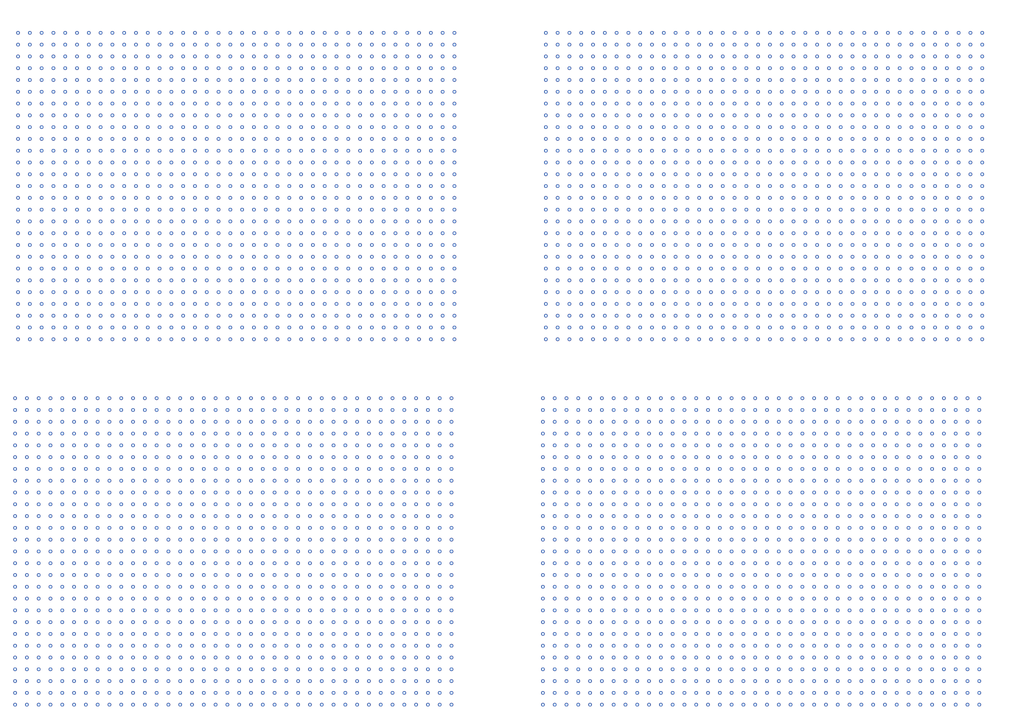
<source format=kicad_pcb>
(kicad_pcb (version 20171130) (host pcbnew "(5.1.8)-1")
  (layers (0 F.Cu signal) (31 B.Cu signal) (34 B.Paste user) (35 F.Paste user) (36 B.SilkS user) (37 F.SilkS user) (38 B.Mask user) (39 F.Mask user) (44 Edge.Cuts user))
  (net 0 "")
  (via (at 40.64 27.94) (size 0.8) (drill 0.4) (layers F.Cu B.Cu) (net 0))
  (via (at 43.18 27.94) (size 0.8) (drill 0.4) (layers F.Cu B.Cu) (net 0))
  (via (at 45.72 27.94) (size 0.8) (drill 0.4) (layers F.Cu B.Cu) (net 0))
  (via (at 48.26 27.94) (size 0.8) (drill 0.4) (layers F.Cu B.Cu) (net 0))
  (via (at 50.8 27.94) (size 0.8) (drill 0.4) (layers F.Cu B.Cu) (net 0))
  (via (at 53.34 27.94) (size 0.8) (drill 0.4) (layers F.Cu B.Cu) (net 0))
  (via (at 55.88 27.94) (size 0.8) (drill 0.4) (layers F.Cu B.Cu) (net 0))
  (via (at 58.42 27.94) (size 0.8) (drill 0.4) (layers F.Cu B.Cu) (net 0))
  (via (at 60.96 27.94) (size 0.8) (drill 0.4) (layers F.Cu B.Cu) (net 0))
  (via (at 81.28 27.94) (size 0.8) (drill 0.4) (layers F.Cu B.Cu) (net 0))
  (via (at 63.5 27.94) (size 0.8) (drill 0.4) (layers F.Cu B.Cu) (net 0))
  (via (at 66.04 27.94) (size 0.8) (drill 0.4) (layers F.Cu B.Cu) (net 0))
  (via (at 71.12 27.94) (size 0.8) (drill 0.4) (layers F.Cu B.Cu) (net 0))
  (via (at 76.2 27.94) (size 0.8) (drill 0.4) (layers F.Cu B.Cu) (net 0))
  (via (at 68.58 27.94) (size 0.8) (drill 0.4) (layers F.Cu B.Cu) (net 0))
  (via (at 78.74 27.94) (size 0.8) (drill 0.4) (layers F.Cu B.Cu) (net 0))
  (via (at 73.66 27.94) (size 0.8) (drill 0.4) (layers F.Cu B.Cu) (net 0))
  (via (at 83.82 27.94) (size 0.8) (drill 0.4) (layers F.Cu B.Cu) (net 0))
  (via (at 104.14 27.94) (size 0.8) (drill 0.4) (layers F.Cu B.Cu) (net 0))
  (via (at 86.36 27.94) (size 0.8) (drill 0.4) (layers F.Cu B.Cu) (net 0))
  (via (at 88.9 27.94) (size 0.8) (drill 0.4) (layers F.Cu B.Cu) (net 0))
  (via (at 93.98 27.94) (size 0.8) (drill 0.4) (layers F.Cu B.Cu) (net 0))
  (via (at 99.06 27.94) (size 0.8) (drill 0.4) (layers F.Cu B.Cu) (net 0))
  (via (at 91.44 27.94) (size 0.8) (drill 0.4) (layers F.Cu B.Cu) (net 0))
  (via (at 101.6 27.94) (size 0.8) (drill 0.4) (layers F.Cu B.Cu) (net 0))
  (via (at 96.52 27.94) (size 0.8) (drill 0.4) (layers F.Cu B.Cu) (net 0))
  (via (at 106.68 27.94) (size 0.8) (drill 0.4) (layers F.Cu B.Cu) (net 0))
  (via (at 127 27.94) (size 0.8) (drill 0.4) (layers F.Cu B.Cu) (net 0))
  (via (at 109.22 27.94) (size 0.8) (drill 0.4) (layers F.Cu B.Cu) (net 0))
  (via (at 111.76 27.94) (size 0.8) (drill 0.4) (layers F.Cu B.Cu) (net 0))
  (via (at 116.84 27.94) (size 0.8) (drill 0.4) (layers F.Cu B.Cu) (net 0))
  (via (at 121.92 27.94) (size 0.8) (drill 0.4) (layers F.Cu B.Cu) (net 0))
  (via (at 114.3 27.94) (size 0.8) (drill 0.4) (layers F.Cu B.Cu) (net 0))
  (via (at 124.46 27.94) (size 0.8) (drill 0.4) (layers F.Cu B.Cu) (net 0))
  (via (at 119.38 27.94) (size 0.8) (drill 0.4) (layers F.Cu B.Cu) (net 0))
  (via (at 129.54 27.94) (size 0.8) (drill 0.4) (layers F.Cu B.Cu) (net 0))
  (via (at 58.42 30.48) (size 0.8) (drill 0.4) (layers F.Cu B.Cu) (net 0))
  (via (at 99.06 30.48) (size 0.8) (drill 0.4) (layers F.Cu B.Cu) (net 0))
  (via (at 63.5 30.48) (size 0.8) (drill 0.4) (layers F.Cu B.Cu) (net 0))
  (via (at 101.6 30.48) (size 0.8) (drill 0.4) (layers F.Cu B.Cu) (net 0))
  (via (at 96.52 30.48) (size 0.8) (drill 0.4) (layers F.Cu B.Cu) (net 0))
  (via (at 91.44 30.48) (size 0.8) (drill 0.4) (layers F.Cu B.Cu) (net 0))
  (via (at 93.98 30.48) (size 0.8) (drill 0.4) (layers F.Cu B.Cu) (net 0))
  (via (at 40.64 30.48) (size 0.8) (drill 0.4) (layers F.Cu B.Cu) (net 0))
  (via (at 104.14 30.48) (size 0.8) (drill 0.4) (layers F.Cu B.Cu) (net 0))
  (via (at 88.9 30.48) (size 0.8) (drill 0.4) (layers F.Cu B.Cu) (net 0))
  (via (at 68.58 30.48) (size 0.8) (drill 0.4) (layers F.Cu B.Cu) (net 0))
  (via (at 86.36 30.48) (size 0.8) (drill 0.4) (layers F.Cu B.Cu) (net 0))
  (via (at 43.18 30.48) (size 0.8) (drill 0.4) (layers F.Cu B.Cu) (net 0))
  (via (at 78.74 30.48) (size 0.8) (drill 0.4) (layers F.Cu B.Cu) (net 0))
  (via (at 73.66 30.48) (size 0.8) (drill 0.4) (layers F.Cu B.Cu) (net 0))
  (via (at 83.82 30.48) (size 0.8) (drill 0.4) (layers F.Cu B.Cu) (net 0))
  (via (at 66.04 30.48) (size 0.8) (drill 0.4) (layers F.Cu B.Cu) (net 0))
  (via (at 48.26 30.48) (size 0.8) (drill 0.4) (layers F.Cu B.Cu) (net 0))
  (via (at 71.12 30.48) (size 0.8) (drill 0.4) (layers F.Cu B.Cu) (net 0))
  (via (at 76.2 30.48) (size 0.8) (drill 0.4) (layers F.Cu B.Cu) (net 0))
  (via (at 81.28 30.48) (size 0.8) (drill 0.4) (layers F.Cu B.Cu) (net 0))
  (via (at 53.34 30.48) (size 0.8) (drill 0.4) (layers F.Cu B.Cu) (net 0))
  (via (at 106.68 30.48) (size 0.8) (drill 0.4) (layers F.Cu B.Cu) (net 0))
  (via (at 111.76 30.48) (size 0.8) (drill 0.4) (layers F.Cu B.Cu) (net 0))
  (via (at 114.3 30.48) (size 0.8) (drill 0.4) (layers F.Cu B.Cu) (net 0))
  (via (at 129.54 30.48) (size 0.8) (drill 0.4) (layers F.Cu B.Cu) (net 0))
  (via (at 116.84 30.48) (size 0.8) (drill 0.4) (layers F.Cu B.Cu) (net 0))
  (via (at 45.72 30.48) (size 0.8) (drill 0.4) (layers F.Cu B.Cu) (net 0))
  (via (at 124.46 30.48) (size 0.8) (drill 0.4) (layers F.Cu B.Cu) (net 0))
  (via (at 121.92 30.48) (size 0.8) (drill 0.4) (layers F.Cu B.Cu) (net 0))
  (via (at 119.38 30.48) (size 0.8) (drill 0.4) (layers F.Cu B.Cu) (net 0))
  (via (at 55.88 30.48) (size 0.8) (drill 0.4) (layers F.Cu B.Cu) (net 0))
  (via (at 109.22 30.48) (size 0.8) (drill 0.4) (layers F.Cu B.Cu) (net 0))
  (via (at 50.8 30.48) (size 0.8) (drill 0.4) (layers F.Cu B.Cu) (net 0))
  (via (at 127 30.48) (size 0.8) (drill 0.4) (layers F.Cu B.Cu) (net 0))
  (via (at 60.96 30.48) (size 0.8) (drill 0.4) (layers F.Cu B.Cu) (net 0))
  (via (at 58.42 33.02) (size 0.8) (drill 0.4) (layers F.Cu B.Cu) (net 0))
  (via (at 99.06 33.02) (size 0.8) (drill 0.4) (layers F.Cu B.Cu) (net 0))
  (via (at 63.5 33.02) (size 0.8) (drill 0.4) (layers F.Cu B.Cu) (net 0))
  (via (at 101.6 33.02) (size 0.8) (drill 0.4) (layers F.Cu B.Cu) (net 0))
  (via (at 96.52 33.02) (size 0.8) (drill 0.4) (layers F.Cu B.Cu) (net 0))
  (via (at 91.44 33.02) (size 0.8) (drill 0.4) (layers F.Cu B.Cu) (net 0))
  (via (at 93.98 33.02) (size 0.8) (drill 0.4) (layers F.Cu B.Cu) (net 0))
  (via (at 40.64 33.02) (size 0.8) (drill 0.4) (layers F.Cu B.Cu) (net 0))
  (via (at 104.14 33.02) (size 0.8) (drill 0.4) (layers F.Cu B.Cu) (net 0))
  (via (at 88.9 33.02) (size 0.8) (drill 0.4) (layers F.Cu B.Cu) (net 0))
  (via (at 68.58 33.02) (size 0.8) (drill 0.4) (layers F.Cu B.Cu) (net 0))
  (via (at 86.36 33.02) (size 0.8) (drill 0.4) (layers F.Cu B.Cu) (net 0))
  (via (at 43.18 33.02) (size 0.8) (drill 0.4) (layers F.Cu B.Cu) (net 0))
  (via (at 78.74 33.02) (size 0.8) (drill 0.4) (layers F.Cu B.Cu) (net 0))
  (via (at 73.66 33.02) (size 0.8) (drill 0.4) (layers F.Cu B.Cu) (net 0))
  (via (at 83.82 33.02) (size 0.8) (drill 0.4) (layers F.Cu B.Cu) (net 0))
  (via (at 66.04 33.02) (size 0.8) (drill 0.4) (layers F.Cu B.Cu) (net 0))
  (via (at 48.26 33.02) (size 0.8) (drill 0.4) (layers F.Cu B.Cu) (net 0))
  (via (at 71.12 33.02) (size 0.8) (drill 0.4) (layers F.Cu B.Cu) (net 0))
  (via (at 76.2 33.02) (size 0.8) (drill 0.4) (layers F.Cu B.Cu) (net 0))
  (via (at 81.28 33.02) (size 0.8) (drill 0.4) (layers F.Cu B.Cu) (net 0))
  (via (at 53.34 33.02) (size 0.8) (drill 0.4) (layers F.Cu B.Cu) (net 0))
  (via (at 106.68 33.02) (size 0.8) (drill 0.4) (layers F.Cu B.Cu) (net 0))
  (via (at 111.76 33.02) (size 0.8) (drill 0.4) (layers F.Cu B.Cu) (net 0))
  (via (at 114.3 33.02) (size 0.8) (drill 0.4) (layers F.Cu B.Cu) (net 0))
  (via (at 129.54 33.02) (size 0.8) (drill 0.4) (layers F.Cu B.Cu) (net 0))
  (via (at 116.84 33.02) (size 0.8) (drill 0.4) (layers F.Cu B.Cu) (net 0))
  (via (at 45.72 33.02) (size 0.8) (drill 0.4) (layers F.Cu B.Cu) (net 0))
  (via (at 124.46 33.02) (size 0.8) (drill 0.4) (layers F.Cu B.Cu) (net 0))
  (via (at 121.92 33.02) (size 0.8) (drill 0.4) (layers F.Cu B.Cu) (net 0))
  (via (at 119.38 33.02) (size 0.8) (drill 0.4) (layers F.Cu B.Cu) (net 0))
  (via (at 55.88 33.02) (size 0.8) (drill 0.4) (layers F.Cu B.Cu) (net 0))
  (via (at 109.22 33.02) (size 0.8) (drill 0.4) (layers F.Cu B.Cu) (net 0))
  (via (at 50.8 33.02) (size 0.8) (drill 0.4) (layers F.Cu B.Cu) (net 0))
  (via (at 127 33.02) (size 0.8) (drill 0.4) (layers F.Cu B.Cu) (net 0))
  (via (at 60.96 33.02) (size 0.8) (drill 0.4) (layers F.Cu B.Cu) (net 0))
  (via (at 58.42 35.56) (size 0.8) (drill 0.4) (layers F.Cu B.Cu) (net 0))
  (via (at 99.06 35.56) (size 0.8) (drill 0.4) (layers F.Cu B.Cu) (net 0))
  (via (at 63.5 35.56) (size 0.8) (drill 0.4) (layers F.Cu B.Cu) (net 0))
  (via (at 101.6 35.56) (size 0.8) (drill 0.4) (layers F.Cu B.Cu) (net 0))
  (via (at 96.52 35.56) (size 0.8) (drill 0.4) (layers F.Cu B.Cu) (net 0))
  (via (at 91.44 35.56) (size 0.8) (drill 0.4) (layers F.Cu B.Cu) (net 0))
  (via (at 93.98 35.56) (size 0.8) (drill 0.4) (layers F.Cu B.Cu) (net 0))
  (via (at 40.64 35.56) (size 0.8) (drill 0.4) (layers F.Cu B.Cu) (net 0))
  (via (at 104.14 35.56) (size 0.8) (drill 0.4) (layers F.Cu B.Cu) (net 0))
  (via (at 88.9 35.56) (size 0.8) (drill 0.4) (layers F.Cu B.Cu) (net 0))
  (via (at 68.58 35.56) (size 0.8) (drill 0.4) (layers F.Cu B.Cu) (net 0))
  (via (at 86.36 35.56) (size 0.8) (drill 0.4) (layers F.Cu B.Cu) (net 0))
  (via (at 43.18 35.56) (size 0.8) (drill 0.4) (layers F.Cu B.Cu) (net 0))
  (via (at 78.74 35.56) (size 0.8) (drill 0.4) (layers F.Cu B.Cu) (net 0))
  (via (at 73.66 35.56) (size 0.8) (drill 0.4) (layers F.Cu B.Cu) (net 0))
  (via (at 83.82 35.56) (size 0.8) (drill 0.4) (layers F.Cu B.Cu) (net 0))
  (via (at 66.04 35.56) (size 0.8) (drill 0.4) (layers F.Cu B.Cu) (net 0))
  (via (at 48.26 35.56) (size 0.8) (drill 0.4) (layers F.Cu B.Cu) (net 0))
  (via (at 71.12 35.56) (size 0.8) (drill 0.4) (layers F.Cu B.Cu) (net 0))
  (via (at 76.2 35.56) (size 0.8) (drill 0.4) (layers F.Cu B.Cu) (net 0))
  (via (at 81.28 35.56) (size 0.8) (drill 0.4) (layers F.Cu B.Cu) (net 0))
  (via (at 53.34 35.56) (size 0.8) (drill 0.4) (layers F.Cu B.Cu) (net 0))
  (via (at 106.68 35.56) (size 0.8) (drill 0.4) (layers F.Cu B.Cu) (net 0))
  (via (at 111.76 35.56) (size 0.8) (drill 0.4) (layers F.Cu B.Cu) (net 0))
  (via (at 114.3 35.56) (size 0.8) (drill 0.4) (layers F.Cu B.Cu) (net 0))
  (via (at 129.54 35.56) (size 0.8) (drill 0.4) (layers F.Cu B.Cu) (net 0))
  (via (at 116.84 35.56) (size 0.8) (drill 0.4) (layers F.Cu B.Cu) (net 0))
  (via (at 45.72 35.56) (size 0.8) (drill 0.4) (layers F.Cu B.Cu) (net 0))
  (via (at 124.46 35.56) (size 0.8) (drill 0.4) (layers F.Cu B.Cu) (net 0))
  (via (at 121.92 35.56) (size 0.8) (drill 0.4) (layers F.Cu B.Cu) (net 0))
  (via (at 119.38 35.56) (size 0.8) (drill 0.4) (layers F.Cu B.Cu) (net 0))
  (via (at 55.88 35.56) (size 0.8) (drill 0.4) (layers F.Cu B.Cu) (net 0))
  (via (at 109.22 35.56) (size 0.8) (drill 0.4) (layers F.Cu B.Cu) (net 0))
  (via (at 50.8 35.56) (size 0.8) (drill 0.4) (layers F.Cu B.Cu) (net 0))
  (via (at 127 35.56) (size 0.8) (drill 0.4) (layers F.Cu B.Cu) (net 0))
  (via (at 60.96 35.56) (size 0.8) (drill 0.4) (layers F.Cu B.Cu) (net 0))
  (via (at 63.5 40.64) (size 0.8) (drill 0.4) (layers F.Cu B.Cu) (net 0))
  (via (at 99.06 40.64) (size 0.8) (drill 0.4) (layers F.Cu B.Cu) (net 0))
  (via (at 96.52 40.64) (size 0.8) (drill 0.4) (layers F.Cu B.Cu) (net 0))
  (via (at 101.6 40.64) (size 0.8) (drill 0.4) (layers F.Cu B.Cu) (net 0))
  (via (at 58.42 40.64) (size 0.8) (drill 0.4) (layers F.Cu B.Cu) (net 0))
  (via (at 58.42 38.1) (size 0.8) (drill 0.4) (layers F.Cu B.Cu) (net 0))
  (via (at 99.06 38.1) (size 0.8) (drill 0.4) (layers F.Cu B.Cu) (net 0))
  (via (at 63.5 38.1) (size 0.8) (drill 0.4) (layers F.Cu B.Cu) (net 0))
  (via (at 101.6 38.1) (size 0.8) (drill 0.4) (layers F.Cu B.Cu) (net 0))
  (via (at 96.52 38.1) (size 0.8) (drill 0.4) (layers F.Cu B.Cu) (net 0))
  (via (at 91.44 38.1) (size 0.8) (drill 0.4) (layers F.Cu B.Cu) (net 0))
  (via (at 93.98 38.1) (size 0.8) (drill 0.4) (layers F.Cu B.Cu) (net 0))
  (via (at 40.64 38.1) (size 0.8) (drill 0.4) (layers F.Cu B.Cu) (net 0))
  (via (at 104.14 38.1) (size 0.8) (drill 0.4) (layers F.Cu B.Cu) (net 0))
  (via (at 88.9 38.1) (size 0.8) (drill 0.4) (layers F.Cu B.Cu) (net 0))
  (via (at 68.58 38.1) (size 0.8) (drill 0.4) (layers F.Cu B.Cu) (net 0))
  (via (at 86.36 38.1) (size 0.8) (drill 0.4) (layers F.Cu B.Cu) (net 0))
  (via (at 43.18 38.1) (size 0.8) (drill 0.4) (layers F.Cu B.Cu) (net 0))
  (via (at 78.74 38.1) (size 0.8) (drill 0.4) (layers F.Cu B.Cu) (net 0))
  (via (at 73.66 38.1) (size 0.8) (drill 0.4) (layers F.Cu B.Cu) (net 0))
  (via (at 83.82 38.1) (size 0.8) (drill 0.4) (layers F.Cu B.Cu) (net 0))
  (via (at 66.04 38.1) (size 0.8) (drill 0.4) (layers F.Cu B.Cu) (net 0))
  (via (at 48.26 38.1) (size 0.8) (drill 0.4) (layers F.Cu B.Cu) (net 0))
  (via (at 71.12 38.1) (size 0.8) (drill 0.4) (layers F.Cu B.Cu) (net 0))
  (via (at 76.2 38.1) (size 0.8) (drill 0.4) (layers F.Cu B.Cu) (net 0))
  (via (at 81.28 38.1) (size 0.8) (drill 0.4) (layers F.Cu B.Cu) (net 0))
  (via (at 53.34 38.1) (size 0.8) (drill 0.4) (layers F.Cu B.Cu) (net 0))
  (via (at 106.68 38.1) (size 0.8) (drill 0.4) (layers F.Cu B.Cu) (net 0))
  (via (at 55.88 40.64) (size 0.8) (drill 0.4) (layers F.Cu B.Cu) (net 0))
  (via (at 109.22 40.64) (size 0.8) (drill 0.4) (layers F.Cu B.Cu) (net 0))
  (via (at 50.8 40.64) (size 0.8) (drill 0.4) (layers F.Cu B.Cu) (net 0))
  (via (at 127 40.64) (size 0.8) (drill 0.4) (layers F.Cu B.Cu) (net 0))
  (via (at 60.96 40.64) (size 0.8) (drill 0.4) (layers F.Cu B.Cu) (net 0))
  (via (at 99.06 43.18) (size 0.8) (drill 0.4) (layers F.Cu B.Cu) (net 0))
  (via (at 58.42 43.18) (size 0.8) (drill 0.4) (layers F.Cu B.Cu) (net 0))
  (via (at 63.5 43.18) (size 0.8) (drill 0.4) (layers F.Cu B.Cu) (net 0))
  (via (at 101.6 43.18) (size 0.8) (drill 0.4) (layers F.Cu B.Cu) (net 0))
  (via (at 96.52 43.18) (size 0.8) (drill 0.4) (layers F.Cu B.Cu) (net 0))
  (via (at 91.44 43.18) (size 0.8) (drill 0.4) (layers F.Cu B.Cu) (net 0))
  (via (at 93.98 43.18) (size 0.8) (drill 0.4) (layers F.Cu B.Cu) (net 0))
  (via (at 40.64 43.18) (size 0.8) (drill 0.4) (layers F.Cu B.Cu) (net 0))
  (via (at 104.14 43.18) (size 0.8) (drill 0.4) (layers F.Cu B.Cu) (net 0))
  (via (at 88.9 43.18) (size 0.8) (drill 0.4) (layers F.Cu B.Cu) (net 0))
  (via (at 68.58 43.18) (size 0.8) (drill 0.4) (layers F.Cu B.Cu) (net 0))
  (via (at 86.36 43.18) (size 0.8) (drill 0.4) (layers F.Cu B.Cu) (net 0))
  (via (at 43.18 43.18) (size 0.8) (drill 0.4) (layers F.Cu B.Cu) (net 0))
  (via (at 78.74 43.18) (size 0.8) (drill 0.4) (layers F.Cu B.Cu) (net 0))
  (via (at 73.66 43.18) (size 0.8) (drill 0.4) (layers F.Cu B.Cu) (net 0))
  (via (at 83.82 43.18) (size 0.8) (drill 0.4) (layers F.Cu B.Cu) (net 0))
  (via (at 71.12 43.18) (size 0.8) (drill 0.4) (layers F.Cu B.Cu) (net 0))
  (via (at 48.26 43.18) (size 0.8) (drill 0.4) (layers F.Cu B.Cu) (net 0))
  (via (at 66.04 43.18) (size 0.8) (drill 0.4) (layers F.Cu B.Cu) (net 0))
  (via (at 76.2 43.18) (size 0.8) (drill 0.4) (layers F.Cu B.Cu) (net 0))
  (via (at 81.28 43.18) (size 0.8) (drill 0.4) (layers F.Cu B.Cu) (net 0))
  (via (at 53.34 43.18) (size 0.8) (drill 0.4) (layers F.Cu B.Cu) (net 0))
  (via (at 106.68 43.18) (size 0.8) (drill 0.4) (layers F.Cu B.Cu) (net 0))
  (via (at 111.76 43.18) (size 0.8) (drill 0.4) (layers F.Cu B.Cu) (net 0))
  (via (at 114.3 43.18) (size 0.8) (drill 0.4) (layers F.Cu B.Cu) (net 0))
  (via (at 129.54 43.18) (size 0.8) (drill 0.4) (layers F.Cu B.Cu) (net 0))
  (via (at 116.84 43.18) (size 0.8) (drill 0.4) (layers F.Cu B.Cu) (net 0))
  (via (at 45.72 43.18) (size 0.8) (drill 0.4) (layers F.Cu B.Cu) (net 0))
  (via (at 124.46 43.18) (size 0.8) (drill 0.4) (layers F.Cu B.Cu) (net 0))
  (via (at 121.92 43.18) (size 0.8) (drill 0.4) (layers F.Cu B.Cu) (net 0))
  (via (at 119.38 43.18) (size 0.8) (drill 0.4) (layers F.Cu B.Cu) (net 0))
  (via (at 55.88 43.18) (size 0.8) (drill 0.4) (layers F.Cu B.Cu) (net 0))
  (via (at 109.22 43.18) (size 0.8) (drill 0.4) (layers F.Cu B.Cu) (net 0))
  (via (at 50.8 43.18) (size 0.8) (drill 0.4) (layers F.Cu B.Cu) (net 0))
  (via (at 127 43.18) (size 0.8) (drill 0.4) (layers F.Cu B.Cu) (net 0))
  (via (at 60.96 43.18) (size 0.8) (drill 0.4) (layers F.Cu B.Cu) (net 0))
  (via (at 99.06 45.72) (size 0.8) (drill 0.4) (layers F.Cu B.Cu) (net 0))
  (via (at 58.42 45.72) (size 0.8) (drill 0.4) (layers F.Cu B.Cu) (net 0))
  (via (at 63.5 45.72) (size 0.8) (drill 0.4) (layers F.Cu B.Cu) (net 0))
  (via (at 101.6 45.72) (size 0.8) (drill 0.4) (layers F.Cu B.Cu) (net 0))
  (via (at 96.52 45.72) (size 0.8) (drill 0.4) (layers F.Cu B.Cu) (net 0))
  (via (at 40.64 45.72) (size 0.8) (drill 0.4) (layers F.Cu B.Cu) (net 0))
  (via (at 93.98 45.72) (size 0.8) (drill 0.4) (layers F.Cu B.Cu) (net 0))
  (via (at 91.44 45.72) (size 0.8) (drill 0.4) (layers F.Cu B.Cu) (net 0))
  (via (at 104.14 45.72) (size 0.8) (drill 0.4) (layers F.Cu B.Cu) (net 0))
  (via (at 88.9 45.72) (size 0.8) (drill 0.4) (layers F.Cu B.Cu) (net 0))
  (via (at 68.58 45.72) (size 0.8) (drill 0.4) (layers F.Cu B.Cu) (net 0))
  (via (at 86.36 45.72) (size 0.8) (drill 0.4) (layers F.Cu B.Cu) (net 0))
  (via (at 43.18 45.72) (size 0.8) (drill 0.4) (layers F.Cu B.Cu) (net 0))
  (via (at 78.74 45.72) (size 0.8) (drill 0.4) (layers F.Cu B.Cu) (net 0))
  (via (at 73.66 45.72) (size 0.8) (drill 0.4) (layers F.Cu B.Cu) (net 0))
  (via (at 83.82 45.72) (size 0.8) (drill 0.4) (layers F.Cu B.Cu) (net 0))
  (via (at 66.04 45.72) (size 0.8) (drill 0.4) (layers F.Cu B.Cu) (net 0))
  (via (at 48.26 45.72) (size 0.8) (drill 0.4) (layers F.Cu B.Cu) (net 0))
  (via (at 71.12 45.72) (size 0.8) (drill 0.4) (layers F.Cu B.Cu) (net 0))
  (via (at 76.2 45.72) (size 0.8) (drill 0.4) (layers F.Cu B.Cu) (net 0))
  (via (at 81.28 45.72) (size 0.8) (drill 0.4) (layers F.Cu B.Cu) (net 0))
  (via (at 53.34 45.72) (size 0.8) (drill 0.4) (layers F.Cu B.Cu) (net 0))
  (via (at 106.68 45.72) (size 0.8) (drill 0.4) (layers F.Cu B.Cu) (net 0))
  (via (at 111.76 45.72) (size 0.8) (drill 0.4) (layers F.Cu B.Cu) (net 0))
  (via (at 114.3 45.72) (size 0.8) (drill 0.4) (layers F.Cu B.Cu) (net 0))
  (via (at 129.54 45.72) (size 0.8) (drill 0.4) (layers F.Cu B.Cu) (net 0))
  (via (at 116.84 45.72) (size 0.8) (drill 0.4) (layers F.Cu B.Cu) (net 0))
  (via (at 45.72 45.72) (size 0.8) (drill 0.4) (layers F.Cu B.Cu) (net 0))
  (via (at 124.46 45.72) (size 0.8) (drill 0.4) (layers F.Cu B.Cu) (net 0))
  (via (at 121.92 45.72) (size 0.8) (drill 0.4) (layers F.Cu B.Cu) (net 0))
  (via (at 119.38 45.72) (size 0.8) (drill 0.4) (layers F.Cu B.Cu) (net 0))
  (via (at 55.88 45.72) (size 0.8) (drill 0.4) (layers F.Cu B.Cu) (net 0))
  (via (at 109.22 45.72) (size 0.8) (drill 0.4) (layers F.Cu B.Cu) (net 0))
  (via (at 50.8 45.72) (size 0.8) (drill 0.4) (layers F.Cu B.Cu) (net 0))
  (via (at 127 45.72) (size 0.8) (drill 0.4) (layers F.Cu B.Cu) (net 0))
  (via (at 60.96 45.72) (size 0.8) (drill 0.4) (layers F.Cu B.Cu) (net 0))
  (via (at 93.98 40.64) (size 0.8) (drill 0.4) (layers F.Cu B.Cu) (net 0))
  (via (at 40.64 40.64) (size 0.8) (drill 0.4) (layers F.Cu B.Cu) (net 0))
  (via (at 104.14 40.64) (size 0.8) (drill 0.4) (layers F.Cu B.Cu) (net 0))
  (via (at 88.9 40.64) (size 0.8) (drill 0.4) (layers F.Cu B.Cu) (net 0))
  (via (at 68.58 40.64) (size 0.8) (drill 0.4) (layers F.Cu B.Cu) (net 0))
  (via (at 86.36 40.64) (size 0.8) (drill 0.4) (layers F.Cu B.Cu) (net 0))
  (via (at 43.18 40.64) (size 0.8) (drill 0.4) (layers F.Cu B.Cu) (net 0))
  (via (at 78.74 40.64) (size 0.8) (drill 0.4) (layers F.Cu B.Cu) (net 0))
  (via (at 73.66 40.64) (size 0.8) (drill 0.4) (layers F.Cu B.Cu) (net 0))
  (via (at 83.82 40.64) (size 0.8) (drill 0.4) (layers F.Cu B.Cu) (net 0))
  (via (at 66.04 40.64) (size 0.8) (drill 0.4) (layers F.Cu B.Cu) (net 0))
  (via (at 48.26 40.64) (size 0.8) (drill 0.4) (layers F.Cu B.Cu) (net 0))
  (via (at 71.12 40.64) (size 0.8) (drill 0.4) (layers F.Cu B.Cu) (net 0))
  (via (at 76.2 40.64) (size 0.8) (drill 0.4) (layers F.Cu B.Cu) (net 0))
  (via (at 81.28 40.64) (size 0.8) (drill 0.4) (layers F.Cu B.Cu) (net 0))
  (via (at 53.34 40.64) (size 0.8) (drill 0.4) (layers F.Cu B.Cu) (net 0))
  (via (at 106.68 40.64) (size 0.8) (drill 0.4) (layers F.Cu B.Cu) (net 0))
  (via (at 111.76 40.64) (size 0.8) (drill 0.4) (layers F.Cu B.Cu) (net 0))
  (via (at 114.3 40.64) (size 0.8) (drill 0.4) (layers F.Cu B.Cu) (net 0))
  (via (at 129.54 40.64) (size 0.8) (drill 0.4) (layers F.Cu B.Cu) (net 0))
  (via (at 116.84 40.64) (size 0.8) (drill 0.4) (layers F.Cu B.Cu) (net 0))
  (via (at 45.72 40.64) (size 0.8) (drill 0.4) (layers F.Cu B.Cu) (net 0))
  (via (at 124.46 40.64) (size 0.8) (drill 0.4) (layers F.Cu B.Cu) (net 0))
  (via (at 121.92 40.64) (size 0.8) (drill 0.4) (layers F.Cu B.Cu) (net 0))
  (via (at 119.38 40.64) (size 0.8) (drill 0.4) (layers F.Cu B.Cu) (net 0))
  (via (at 111.76 38.1) (size 0.8) (drill 0.4) (layers F.Cu B.Cu) (net 0))
  (via (at 114.3 38.1) (size 0.8) (drill 0.4) (layers F.Cu B.Cu) (net 0))
  (via (at 129.54 38.1) (size 0.8) (drill 0.4) (layers F.Cu B.Cu) (net 0))
  (via (at 91.44 40.64) (size 0.8) (drill 0.4) (layers F.Cu B.Cu) (net 0))
  (via (at 116.84 38.1) (size 0.8) (drill 0.4) (layers F.Cu B.Cu) (net 0))
  (via (at 45.72 38.1) (size 0.8) (drill 0.4) (layers F.Cu B.Cu) (net 0))
  (via (at 124.46 38.1) (size 0.8) (drill 0.4) (layers F.Cu B.Cu) (net 0))
  (via (at 121.92 38.1) (size 0.8) (drill 0.4) (layers F.Cu B.Cu) (net 0))
  (via (at 119.38 38.1) (size 0.8) (drill 0.4) (layers F.Cu B.Cu) (net 0))
  (via (at 55.88 38.1) (size 0.8) (drill 0.4) (layers F.Cu B.Cu) (net 0))
  (via (at 109.22 38.1) (size 0.8) (drill 0.4) (layers F.Cu B.Cu) (net 0))
  (via (at 50.8 38.1) (size 0.8) (drill 0.4) (layers F.Cu B.Cu) (net 0))
  (via (at 127 38.1) (size 0.8) (drill 0.4) (layers F.Cu B.Cu) (net 0))
  (via (at 60.96 38.1) (size 0.8) (drill 0.4) (layers F.Cu B.Cu) (net 0))
  (via (at 63.5 50.8) (size 0.8) (drill 0.4) (layers F.Cu B.Cu) (net 0))
  (via (at 99.06 50.8) (size 0.8) (drill 0.4) (layers F.Cu B.Cu) (net 0))
  (via (at 96.52 50.8) (size 0.8) (drill 0.4) (layers F.Cu B.Cu) (net 0))
  (via (at 101.6 50.8) (size 0.8) (drill 0.4) (layers F.Cu B.Cu) (net 0))
  (via (at 58.42 50.8) (size 0.8) (drill 0.4) (layers F.Cu B.Cu) (net 0))
  (via (at 58.42 48.26) (size 0.8) (drill 0.4) (layers F.Cu B.Cu) (net 0))
  (via (at 99.06 48.26) (size 0.8) (drill 0.4) (layers F.Cu B.Cu) (net 0))
  (via (at 63.5 48.26) (size 0.8) (drill 0.4) (layers F.Cu B.Cu) (net 0))
  (via (at 101.6 48.26) (size 0.8) (drill 0.4) (layers F.Cu B.Cu) (net 0))
  (via (at 96.52 48.26) (size 0.8) (drill 0.4) (layers F.Cu B.Cu) (net 0))
  (via (at 91.44 48.26) (size 0.8) (drill 0.4) (layers F.Cu B.Cu) (net 0))
  (via (at 93.98 48.26) (size 0.8) (drill 0.4) (layers F.Cu B.Cu) (net 0))
  (via (at 40.64 48.26) (size 0.8) (drill 0.4) (layers F.Cu B.Cu) (net 0))
  (via (at 104.14 48.26) (size 0.8) (drill 0.4) (layers F.Cu B.Cu) (net 0))
  (via (at 88.9 48.26) (size 0.8) (drill 0.4) (layers F.Cu B.Cu) (net 0))
  (via (at 68.58 48.26) (size 0.8) (drill 0.4) (layers F.Cu B.Cu) (net 0))
  (via (at 86.36 48.26) (size 0.8) (drill 0.4) (layers F.Cu B.Cu) (net 0))
  (via (at 43.18 48.26) (size 0.8) (drill 0.4) (layers F.Cu B.Cu) (net 0))
  (via (at 78.74 48.26) (size 0.8) (drill 0.4) (layers F.Cu B.Cu) (net 0))
  (via (at 73.66 48.26) (size 0.8) (drill 0.4) (layers F.Cu B.Cu) (net 0))
  (via (at 83.82 48.26) (size 0.8) (drill 0.4) (layers F.Cu B.Cu) (net 0))
  (via (at 66.04 48.26) (size 0.8) (drill 0.4) (layers F.Cu B.Cu) (net 0))
  (via (at 48.26 48.26) (size 0.8) (drill 0.4) (layers F.Cu B.Cu) (net 0))
  (via (at 71.12 48.26) (size 0.8) (drill 0.4) (layers F.Cu B.Cu) (net 0))
  (via (at 76.2 48.26) (size 0.8) (drill 0.4) (layers F.Cu B.Cu) (net 0))
  (via (at 81.28 48.26) (size 0.8) (drill 0.4) (layers F.Cu B.Cu) (net 0))
  (via (at 53.34 48.26) (size 0.8) (drill 0.4) (layers F.Cu B.Cu) (net 0))
  (via (at 106.68 48.26) (size 0.8) (drill 0.4) (layers F.Cu B.Cu) (net 0))
  (via (at 55.88 50.8) (size 0.8) (drill 0.4) (layers F.Cu B.Cu) (net 0))
  (via (at 109.22 50.8) (size 0.8) (drill 0.4) (layers F.Cu B.Cu) (net 0))
  (via (at 50.8 50.8) (size 0.8) (drill 0.4) (layers F.Cu B.Cu) (net 0))
  (via (at 127 50.8) (size 0.8) (drill 0.4) (layers F.Cu B.Cu) (net 0))
  (via (at 60.96 50.8) (size 0.8) (drill 0.4) (layers F.Cu B.Cu) (net 0))
  (via (at 99.06 53.34) (size 0.8) (drill 0.4) (layers F.Cu B.Cu) (net 0))
  (via (at 58.42 53.34) (size 0.8) (drill 0.4) (layers F.Cu B.Cu) (net 0))
  (via (at 63.5 53.34) (size 0.8) (drill 0.4) (layers F.Cu B.Cu) (net 0))
  (via (at 101.6 53.34) (size 0.8) (drill 0.4) (layers F.Cu B.Cu) (net 0))
  (via (at 96.52 53.34) (size 0.8) (drill 0.4) (layers F.Cu B.Cu) (net 0))
  (via (at 91.44 53.34) (size 0.8) (drill 0.4) (layers F.Cu B.Cu) (net 0))
  (via (at 93.98 53.34) (size 0.8) (drill 0.4) (layers F.Cu B.Cu) (net 0))
  (via (at 40.64 53.34) (size 0.8) (drill 0.4) (layers F.Cu B.Cu) (net 0))
  (via (at 104.14 53.34) (size 0.8) (drill 0.4) (layers F.Cu B.Cu) (net 0))
  (via (at 88.9 53.34) (size 0.8) (drill 0.4) (layers F.Cu B.Cu) (net 0))
  (via (at 68.58 53.34) (size 0.8) (drill 0.4) (layers F.Cu B.Cu) (net 0))
  (via (at 86.36 53.34) (size 0.8) (drill 0.4) (layers F.Cu B.Cu) (net 0))
  (via (at 43.18 53.34) (size 0.8) (drill 0.4) (layers F.Cu B.Cu) (net 0))
  (via (at 78.74 53.34) (size 0.8) (drill 0.4) (layers F.Cu B.Cu) (net 0))
  (via (at 73.66 53.34) (size 0.8) (drill 0.4) (layers F.Cu B.Cu) (net 0))
  (via (at 83.82 53.34) (size 0.8) (drill 0.4) (layers F.Cu B.Cu) (net 0))
  (via (at 71.12 53.34) (size 0.8) (drill 0.4) (layers F.Cu B.Cu) (net 0))
  (via (at 48.26 53.34) (size 0.8) (drill 0.4) (layers F.Cu B.Cu) (net 0))
  (via (at 66.04 53.34) (size 0.8) (drill 0.4) (layers F.Cu B.Cu) (net 0))
  (via (at 76.2 53.34) (size 0.8) (drill 0.4) (layers F.Cu B.Cu) (net 0))
  (via (at 81.28 53.34) (size 0.8) (drill 0.4) (layers F.Cu B.Cu) (net 0))
  (via (at 53.34 53.34) (size 0.8) (drill 0.4) (layers F.Cu B.Cu) (net 0))
  (via (at 106.68 53.34) (size 0.8) (drill 0.4) (layers F.Cu B.Cu) (net 0))
  (via (at 111.76 53.34) (size 0.8) (drill 0.4) (layers F.Cu B.Cu) (net 0))
  (via (at 114.3 53.34) (size 0.8) (drill 0.4) (layers F.Cu B.Cu) (net 0))
  (via (at 129.54 53.34) (size 0.8) (drill 0.4) (layers F.Cu B.Cu) (net 0))
  (via (at 116.84 53.34) (size 0.8) (drill 0.4) (layers F.Cu B.Cu) (net 0))
  (via (at 45.72 53.34) (size 0.8) (drill 0.4) (layers F.Cu B.Cu) (net 0))
  (via (at 124.46 53.34) (size 0.8) (drill 0.4) (layers F.Cu B.Cu) (net 0))
  (via (at 121.92 53.34) (size 0.8) (drill 0.4) (layers F.Cu B.Cu) (net 0))
  (via (at 119.38 53.34) (size 0.8) (drill 0.4) (layers F.Cu B.Cu) (net 0))
  (via (at 55.88 53.34) (size 0.8) (drill 0.4) (layers F.Cu B.Cu) (net 0))
  (via (at 109.22 53.34) (size 0.8) (drill 0.4) (layers F.Cu B.Cu) (net 0))
  (via (at 50.8 53.34) (size 0.8) (drill 0.4) (layers F.Cu B.Cu) (net 0))
  (via (at 127 53.34) (size 0.8) (drill 0.4) (layers F.Cu B.Cu) (net 0))
  (via (at 60.96 53.34) (size 0.8) (drill 0.4) (layers F.Cu B.Cu) (net 0))
  (via (at 99.06 55.88) (size 0.8) (drill 0.4) (layers F.Cu B.Cu) (net 0))
  (via (at 58.42 55.88) (size 0.8) (drill 0.4) (layers F.Cu B.Cu) (net 0))
  (via (at 63.5 55.88) (size 0.8) (drill 0.4) (layers F.Cu B.Cu) (net 0))
  (via (at 101.6 55.88) (size 0.8) (drill 0.4) (layers F.Cu B.Cu) (net 0))
  (via (at 96.52 55.88) (size 0.8) (drill 0.4) (layers F.Cu B.Cu) (net 0))
  (via (at 40.64 55.88) (size 0.8) (drill 0.4) (layers F.Cu B.Cu) (net 0))
  (via (at 93.98 55.88) (size 0.8) (drill 0.4) (layers F.Cu B.Cu) (net 0))
  (via (at 91.44 55.88) (size 0.8) (drill 0.4) (layers F.Cu B.Cu) (net 0))
  (via (at 104.14 55.88) (size 0.8) (drill 0.4) (layers F.Cu B.Cu) (net 0))
  (via (at 88.9 55.88) (size 0.8) (drill 0.4) (layers F.Cu B.Cu) (net 0))
  (via (at 68.58 55.88) (size 0.8) (drill 0.4) (layers F.Cu B.Cu) (net 0))
  (via (at 86.36 55.88) (size 0.8) (drill 0.4) (layers F.Cu B.Cu) (net 0))
  (via (at 43.18 55.88) (size 0.8) (drill 0.4) (layers F.Cu B.Cu) (net 0))
  (via (at 78.74 55.88) (size 0.8) (drill 0.4) (layers F.Cu B.Cu) (net 0))
  (via (at 73.66 55.88) (size 0.8) (drill 0.4) (layers F.Cu B.Cu) (net 0))
  (via (at 83.82 55.88) (size 0.8) (drill 0.4) (layers F.Cu B.Cu) (net 0))
  (via (at 66.04 55.88) (size 0.8) (drill 0.4) (layers F.Cu B.Cu) (net 0))
  (via (at 48.26 55.88) (size 0.8) (drill 0.4) (layers F.Cu B.Cu) (net 0))
  (via (at 71.12 55.88) (size 0.8) (drill 0.4) (layers F.Cu B.Cu) (net 0))
  (via (at 76.2 55.88) (size 0.8) (drill 0.4) (layers F.Cu B.Cu) (net 0))
  (via (at 81.28 55.88) (size 0.8) (drill 0.4) (layers F.Cu B.Cu) (net 0))
  (via (at 53.34 55.88) (size 0.8) (drill 0.4) (layers F.Cu B.Cu) (net 0))
  (via (at 106.68 55.88) (size 0.8) (drill 0.4) (layers F.Cu B.Cu) (net 0))
  (via (at 111.76 55.88) (size 0.8) (drill 0.4) (layers F.Cu B.Cu) (net 0))
  (via (at 114.3 55.88) (size 0.8) (drill 0.4) (layers F.Cu B.Cu) (net 0))
  (via (at 129.54 55.88) (size 0.8) (drill 0.4) (layers F.Cu B.Cu) (net 0))
  (via (at 116.84 55.88) (size 0.8) (drill 0.4) (layers F.Cu B.Cu) (net 0))
  (via (at 45.72 55.88) (size 0.8) (drill 0.4) (layers F.Cu B.Cu) (net 0))
  (via (at 124.46 55.88) (size 0.8) (drill 0.4) (layers F.Cu B.Cu) (net 0))
  (via (at 121.92 55.88) (size 0.8) (drill 0.4) (layers F.Cu B.Cu) (net 0))
  (via (at 119.38 55.88) (size 0.8) (drill 0.4) (layers F.Cu B.Cu) (net 0))
  (via (at 55.88 55.88) (size 0.8) (drill 0.4) (layers F.Cu B.Cu) (net 0))
  (via (at 109.22 55.88) (size 0.8) (drill 0.4) (layers F.Cu B.Cu) (net 0))
  (via (at 50.8 55.88) (size 0.8) (drill 0.4) (layers F.Cu B.Cu) (net 0))
  (via (at 127 55.88) (size 0.8) (drill 0.4) (layers F.Cu B.Cu) (net 0))
  (via (at 60.96 55.88) (size 0.8) (drill 0.4) (layers F.Cu B.Cu) (net 0))
  (via (at 93.98 50.8) (size 0.8) (drill 0.4) (layers F.Cu B.Cu) (net 0))
  (via (at 40.64 50.8) (size 0.8) (drill 0.4) (layers F.Cu B.Cu) (net 0))
  (via (at 104.14 50.8) (size 0.8) (drill 0.4) (layers F.Cu B.Cu) (net 0))
  (via (at 88.9 50.8) (size 0.8) (drill 0.4) (layers F.Cu B.Cu) (net 0))
  (via (at 68.58 50.8) (size 0.8) (drill 0.4) (layers F.Cu B.Cu) (net 0))
  (via (at 86.36 50.8) (size 0.8) (drill 0.4) (layers F.Cu B.Cu) (net 0))
  (via (at 43.18 50.8) (size 0.8) (drill 0.4) (layers F.Cu B.Cu) (net 0))
  (via (at 78.74 50.8) (size 0.8) (drill 0.4) (layers F.Cu B.Cu) (net 0))
  (via (at 73.66 50.8) (size 0.8) (drill 0.4) (layers F.Cu B.Cu) (net 0))
  (via (at 83.82 50.8) (size 0.8) (drill 0.4) (layers F.Cu B.Cu) (net 0))
  (via (at 66.04 50.8) (size 0.8) (drill 0.4) (layers F.Cu B.Cu) (net 0))
  (via (at 48.26 50.8) (size 0.8) (drill 0.4) (layers F.Cu B.Cu) (net 0))
  (via (at 71.12 50.8) (size 0.8) (drill 0.4) (layers F.Cu B.Cu) (net 0))
  (via (at 76.2 50.8) (size 0.8) (drill 0.4) (layers F.Cu B.Cu) (net 0))
  (via (at 81.28 50.8) (size 0.8) (drill 0.4) (layers F.Cu B.Cu) (net 0))
  (via (at 53.34 50.8) (size 0.8) (drill 0.4) (layers F.Cu B.Cu) (net 0))
  (via (at 106.68 50.8) (size 0.8) (drill 0.4) (layers F.Cu B.Cu) (net 0))
  (via (at 111.76 50.8) (size 0.8) (drill 0.4) (layers F.Cu B.Cu) (net 0))
  (via (at 114.3 50.8) (size 0.8) (drill 0.4) (layers F.Cu B.Cu) (net 0))
  (via (at 129.54 50.8) (size 0.8) (drill 0.4) (layers F.Cu B.Cu) (net 0))
  (via (at 116.84 50.8) (size 0.8) (drill 0.4) (layers F.Cu B.Cu) (net 0))
  (via (at 45.72 50.8) (size 0.8) (drill 0.4) (layers F.Cu B.Cu) (net 0))
  (via (at 124.46 50.8) (size 0.8) (drill 0.4) (layers F.Cu B.Cu) (net 0))
  (via (at 121.92 50.8) (size 0.8) (drill 0.4) (layers F.Cu B.Cu) (net 0))
  (via (at 119.38 50.8) (size 0.8) (drill 0.4) (layers F.Cu B.Cu) (net 0))
  (via (at 111.76 48.26) (size 0.8) (drill 0.4) (layers F.Cu B.Cu) (net 0))
  (via (at 114.3 48.26) (size 0.8) (drill 0.4) (layers F.Cu B.Cu) (net 0))
  (via (at 129.54 48.26) (size 0.8) (drill 0.4) (layers F.Cu B.Cu) (net 0))
  (via (at 91.44 50.8) (size 0.8) (drill 0.4) (layers F.Cu B.Cu) (net 0))
  (via (at 116.84 48.26) (size 0.8) (drill 0.4) (layers F.Cu B.Cu) (net 0))
  (via (at 45.72 48.26) (size 0.8) (drill 0.4) (layers F.Cu B.Cu) (net 0))
  (via (at 124.46 48.26) (size 0.8) (drill 0.4) (layers F.Cu B.Cu) (net 0))
  (via (at 121.92 48.26) (size 0.8) (drill 0.4) (layers F.Cu B.Cu) (net 0))
  (via (at 119.38 48.26) (size 0.8) (drill 0.4) (layers F.Cu B.Cu) (net 0))
  (via (at 55.88 48.26) (size 0.8) (drill 0.4) (layers F.Cu B.Cu) (net 0))
  (via (at 109.22 48.26) (size 0.8) (drill 0.4) (layers F.Cu B.Cu) (net 0))
  (via (at 50.8 48.26) (size 0.8) (drill 0.4) (layers F.Cu B.Cu) (net 0))
  (via (at 127 48.26) (size 0.8) (drill 0.4) (layers F.Cu B.Cu) (net 0))
  (via (at 60.96 48.26) (size 0.8) (drill 0.4) (layers F.Cu B.Cu) (net 0))
  (via (at 63.5 60.96) (size 0.8) (drill 0.4) (layers F.Cu B.Cu) (net 0))
  (via (at 99.06 60.96) (size 0.8) (drill 0.4) (layers F.Cu B.Cu) (net 0))
  (via (at 96.52 60.96) (size 0.8) (drill 0.4) (layers F.Cu B.Cu) (net 0))
  (via (at 101.6 60.96) (size 0.8) (drill 0.4) (layers F.Cu B.Cu) (net 0))
  (via (at 58.42 60.96) (size 0.8) (drill 0.4) (layers F.Cu B.Cu) (net 0))
  (via (at 58.42 58.42) (size 0.8) (drill 0.4) (layers F.Cu B.Cu) (net 0))
  (via (at 99.06 58.42) (size 0.8) (drill 0.4) (layers F.Cu B.Cu) (net 0))
  (via (at 63.5 58.42) (size 0.8) (drill 0.4) (layers F.Cu B.Cu) (net 0))
  (via (at 101.6 58.42) (size 0.8) (drill 0.4) (layers F.Cu B.Cu) (net 0))
  (via (at 96.52 58.42) (size 0.8) (drill 0.4) (layers F.Cu B.Cu) (net 0))
  (via (at 91.44 58.42) (size 0.8) (drill 0.4) (layers F.Cu B.Cu) (net 0))
  (via (at 93.98 58.42) (size 0.8) (drill 0.4) (layers F.Cu B.Cu) (net 0))
  (via (at 40.64 58.42) (size 0.8) (drill 0.4) (layers F.Cu B.Cu) (net 0))
  (via (at 104.14 58.42) (size 0.8) (drill 0.4) (layers F.Cu B.Cu) (net 0))
  (via (at 88.9 58.42) (size 0.8) (drill 0.4) (layers F.Cu B.Cu) (net 0))
  (via (at 68.58 58.42) (size 0.8) (drill 0.4) (layers F.Cu B.Cu) (net 0))
  (via (at 86.36 58.42) (size 0.8) (drill 0.4) (layers F.Cu B.Cu) (net 0))
  (via (at 43.18 58.42) (size 0.8) (drill 0.4) (layers F.Cu B.Cu) (net 0))
  (via (at 78.74 58.42) (size 0.8) (drill 0.4) (layers F.Cu B.Cu) (net 0))
  (via (at 73.66 58.42) (size 0.8) (drill 0.4) (layers F.Cu B.Cu) (net 0))
  (via (at 83.82 58.42) (size 0.8) (drill 0.4) (layers F.Cu B.Cu) (net 0))
  (via (at 66.04 58.42) (size 0.8) (drill 0.4) (layers F.Cu B.Cu) (net 0))
  (via (at 48.26 58.42) (size 0.8) (drill 0.4) (layers F.Cu B.Cu) (net 0))
  (via (at 71.12 58.42) (size 0.8) (drill 0.4) (layers F.Cu B.Cu) (net 0))
  (via (at 76.2 58.42) (size 0.8) (drill 0.4) (layers F.Cu B.Cu) (net 0))
  (via (at 81.28 58.42) (size 0.8) (drill 0.4) (layers F.Cu B.Cu) (net 0))
  (via (at 53.34 58.42) (size 0.8) (drill 0.4) (layers F.Cu B.Cu) (net 0))
  (via (at 106.68 58.42) (size 0.8) (drill 0.4) (layers F.Cu B.Cu) (net 0))
  (via (at 55.88 60.96) (size 0.8) (drill 0.4) (layers F.Cu B.Cu) (net 0))
  (via (at 109.22 60.96) (size 0.8) (drill 0.4) (layers F.Cu B.Cu) (net 0))
  (via (at 50.8 60.96) (size 0.8) (drill 0.4) (layers F.Cu B.Cu) (net 0))
  (via (at 127 60.96) (size 0.8) (drill 0.4) (layers F.Cu B.Cu) (net 0))
  (via (at 60.96 60.96) (size 0.8) (drill 0.4) (layers F.Cu B.Cu) (net 0))
  (via (at 99.06 63.5) (size 0.8) (drill 0.4) (layers F.Cu B.Cu) (net 0))
  (via (at 58.42 63.5) (size 0.8) (drill 0.4) (layers F.Cu B.Cu) (net 0))
  (via (at 63.5 63.5) (size 0.8) (drill 0.4) (layers F.Cu B.Cu) (net 0))
  (via (at 101.6 63.5) (size 0.8) (drill 0.4) (layers F.Cu B.Cu) (net 0))
  (via (at 96.52 63.5) (size 0.8) (drill 0.4) (layers F.Cu B.Cu) (net 0))
  (via (at 91.44 63.5) (size 0.8) (drill 0.4) (layers F.Cu B.Cu) (net 0))
  (via (at 93.98 63.5) (size 0.8) (drill 0.4) (layers F.Cu B.Cu) (net 0))
  (via (at 40.64 63.5) (size 0.8) (drill 0.4) (layers F.Cu B.Cu) (net 0))
  (via (at 104.14 63.5) (size 0.8) (drill 0.4) (layers F.Cu B.Cu) (net 0))
  (via (at 88.9 63.5) (size 0.8) (drill 0.4) (layers F.Cu B.Cu) (net 0))
  (via (at 68.58 63.5) (size 0.8) (drill 0.4) (layers F.Cu B.Cu) (net 0))
  (via (at 86.36 63.5) (size 0.8) (drill 0.4) (layers F.Cu B.Cu) (net 0))
  (via (at 43.18 63.5) (size 0.8) (drill 0.4) (layers F.Cu B.Cu) (net 0))
  (via (at 78.74 63.5) (size 0.8) (drill 0.4) (layers F.Cu B.Cu) (net 0))
  (via (at 73.66 63.5) (size 0.8) (drill 0.4) (layers F.Cu B.Cu) (net 0))
  (via (at 83.82 63.5) (size 0.8) (drill 0.4) (layers F.Cu B.Cu) (net 0))
  (via (at 71.12 63.5) (size 0.8) (drill 0.4) (layers F.Cu B.Cu) (net 0))
  (via (at 48.26 63.5) (size 0.8) (drill 0.4) (layers F.Cu B.Cu) (net 0))
  (via (at 66.04 63.5) (size 0.8) (drill 0.4) (layers F.Cu B.Cu) (net 0))
  (via (at 76.2 63.5) (size 0.8) (drill 0.4) (layers F.Cu B.Cu) (net 0))
  (via (at 81.28 63.5) (size 0.8) (drill 0.4) (layers F.Cu B.Cu) (net 0))
  (via (at 53.34 63.5) (size 0.8) (drill 0.4) (layers F.Cu B.Cu) (net 0))
  (via (at 106.68 63.5) (size 0.8) (drill 0.4) (layers F.Cu B.Cu) (net 0))
  (via (at 111.76 63.5) (size 0.8) (drill 0.4) (layers F.Cu B.Cu) (net 0))
  (via (at 114.3 63.5) (size 0.8) (drill 0.4) (layers F.Cu B.Cu) (net 0))
  (via (at 129.54 63.5) (size 0.8) (drill 0.4) (layers F.Cu B.Cu) (net 0))
  (via (at 116.84 63.5) (size 0.8) (drill 0.4) (layers F.Cu B.Cu) (net 0))
  (via (at 45.72 63.5) (size 0.8) (drill 0.4) (layers F.Cu B.Cu) (net 0))
  (via (at 124.46 63.5) (size 0.8) (drill 0.4) (layers F.Cu B.Cu) (net 0))
  (via (at 121.92 63.5) (size 0.8) (drill 0.4) (layers F.Cu B.Cu) (net 0))
  (via (at 119.38 63.5) (size 0.8) (drill 0.4) (layers F.Cu B.Cu) (net 0))
  (via (at 55.88 63.5) (size 0.8) (drill 0.4) (layers F.Cu B.Cu) (net 0))
  (via (at 109.22 63.5) (size 0.8) (drill 0.4) (layers F.Cu B.Cu) (net 0))
  (via (at 50.8 63.5) (size 0.8) (drill 0.4) (layers F.Cu B.Cu) (net 0))
  (via (at 127 63.5) (size 0.8) (drill 0.4) (layers F.Cu B.Cu) (net 0))
  (via (at 60.96 63.5) (size 0.8) (drill 0.4) (layers F.Cu B.Cu) (net 0))
  (via (at 99.06 66.04) (size 0.8) (drill 0.4) (layers F.Cu B.Cu) (net 0))
  (via (at 58.42 66.04) (size 0.8) (drill 0.4) (layers F.Cu B.Cu) (net 0))
  (via (at 63.5 66.04) (size 0.8) (drill 0.4) (layers F.Cu B.Cu) (net 0))
  (via (at 101.6 66.04) (size 0.8) (drill 0.4) (layers F.Cu B.Cu) (net 0))
  (via (at 96.52 66.04) (size 0.8) (drill 0.4) (layers F.Cu B.Cu) (net 0))
  (via (at 40.64 66.04) (size 0.8) (drill 0.4) (layers F.Cu B.Cu) (net 0))
  (via (at 93.98 66.04) (size 0.8) (drill 0.4) (layers F.Cu B.Cu) (net 0))
  (via (at 91.44 66.04) (size 0.8) (drill 0.4) (layers F.Cu B.Cu) (net 0))
  (via (at 104.14 66.04) (size 0.8) (drill 0.4) (layers F.Cu B.Cu) (net 0))
  (via (at 88.9 66.04) (size 0.8) (drill 0.4) (layers F.Cu B.Cu) (net 0))
  (via (at 68.58 66.04) (size 0.8) (drill 0.4) (layers F.Cu B.Cu) (net 0))
  (via (at 86.36 66.04) (size 0.8) (drill 0.4) (layers F.Cu B.Cu) (net 0))
  (via (at 43.18 66.04) (size 0.8) (drill 0.4) (layers F.Cu B.Cu) (net 0))
  (via (at 78.74 66.04) (size 0.8) (drill 0.4) (layers F.Cu B.Cu) (net 0))
  (via (at 73.66 66.04) (size 0.8) (drill 0.4) (layers F.Cu B.Cu) (net 0))
  (via (at 83.82 66.04) (size 0.8) (drill 0.4) (layers F.Cu B.Cu) (net 0))
  (via (at 66.04 66.04) (size 0.8) (drill 0.4) (layers F.Cu B.Cu) (net 0))
  (via (at 48.26 66.04) (size 0.8) (drill 0.4) (layers F.Cu B.Cu) (net 0))
  (via (at 71.12 66.04) (size 0.8) (drill 0.4) (layers F.Cu B.Cu) (net 0))
  (via (at 76.2 66.04) (size 0.8) (drill 0.4) (layers F.Cu B.Cu) (net 0))
  (via (at 81.28 66.04) (size 0.8) (drill 0.4) (layers F.Cu B.Cu) (net 0))
  (via (at 53.34 66.04) (size 0.8) (drill 0.4) (layers F.Cu B.Cu) (net 0))
  (via (at 106.68 66.04) (size 0.8) (drill 0.4) (layers F.Cu B.Cu) (net 0))
  (via (at 111.76 66.04) (size 0.8) (drill 0.4) (layers F.Cu B.Cu) (net 0))
  (via (at 114.3 66.04) (size 0.8) (drill 0.4) (layers F.Cu B.Cu) (net 0))
  (via (at 129.54 66.04) (size 0.8) (drill 0.4) (layers F.Cu B.Cu) (net 0))
  (via (at 116.84 66.04) (size 0.8) (drill 0.4) (layers F.Cu B.Cu) (net 0))
  (via (at 45.72 66.04) (size 0.8) (drill 0.4) (layers F.Cu B.Cu) (net 0))
  (via (at 124.46 66.04) (size 0.8) (drill 0.4) (layers F.Cu B.Cu) (net 0))
  (via (at 121.92 66.04) (size 0.8) (drill 0.4) (layers F.Cu B.Cu) (net 0))
  (via (at 119.38 66.04) (size 0.8) (drill 0.4) (layers F.Cu B.Cu) (net 0))
  (via (at 55.88 66.04) (size 0.8) (drill 0.4) (layers F.Cu B.Cu) (net 0))
  (via (at 109.22 66.04) (size 0.8) (drill 0.4) (layers F.Cu B.Cu) (net 0))
  (via (at 50.8 66.04) (size 0.8) (drill 0.4) (layers F.Cu B.Cu) (net 0))
  (via (at 127 66.04) (size 0.8) (drill 0.4) (layers F.Cu B.Cu) (net 0))
  (via (at 60.96 66.04) (size 0.8) (drill 0.4) (layers F.Cu B.Cu) (net 0))
  (via (at 93.98 60.96) (size 0.8) (drill 0.4) (layers F.Cu B.Cu) (net 0))
  (via (at 40.64 60.96) (size 0.8) (drill 0.4) (layers F.Cu B.Cu) (net 0))
  (via (at 104.14 60.96) (size 0.8) (drill 0.4) (layers F.Cu B.Cu) (net 0))
  (via (at 88.9 60.96) (size 0.8) (drill 0.4) (layers F.Cu B.Cu) (net 0))
  (via (at 68.58 60.96) (size 0.8) (drill 0.4) (layers F.Cu B.Cu) (net 0))
  (via (at 86.36 60.96) (size 0.8) (drill 0.4) (layers F.Cu B.Cu) (net 0))
  (via (at 43.18 60.96) (size 0.8) (drill 0.4) (layers F.Cu B.Cu) (net 0))
  (via (at 78.74 60.96) (size 0.8) (drill 0.4) (layers F.Cu B.Cu) (net 0))
  (via (at 73.66 60.96) (size 0.8) (drill 0.4) (layers F.Cu B.Cu) (net 0))
  (via (at 83.82 60.96) (size 0.8) (drill 0.4) (layers F.Cu B.Cu) (net 0))
  (via (at 66.04 60.96) (size 0.8) (drill 0.4) (layers F.Cu B.Cu) (net 0))
  (via (at 48.26 60.96) (size 0.8) (drill 0.4) (layers F.Cu B.Cu) (net 0))
  (via (at 71.12 60.96) (size 0.8) (drill 0.4) (layers F.Cu B.Cu) (net 0))
  (via (at 76.2 60.96) (size 0.8) (drill 0.4) (layers F.Cu B.Cu) (net 0))
  (via (at 81.28 60.96) (size 0.8) (drill 0.4) (layers F.Cu B.Cu) (net 0))
  (via (at 53.34 60.96) (size 0.8) (drill 0.4) (layers F.Cu B.Cu) (net 0))
  (via (at 106.68 60.96) (size 0.8) (drill 0.4) (layers F.Cu B.Cu) (net 0))
  (via (at 111.76 60.96) (size 0.8) (drill 0.4) (layers F.Cu B.Cu) (net 0))
  (via (at 114.3 60.96) (size 0.8) (drill 0.4) (layers F.Cu B.Cu) (net 0))
  (via (at 129.54 60.96) (size 0.8) (drill 0.4) (layers F.Cu B.Cu) (net 0))
  (via (at 116.84 60.96) (size 0.8) (drill 0.4) (layers F.Cu B.Cu) (net 0))
  (via (at 45.72 60.96) (size 0.8) (drill 0.4) (layers F.Cu B.Cu) (net 0))
  (via (at 124.46 60.96) (size 0.8) (drill 0.4) (layers F.Cu B.Cu) (net 0))
  (via (at 121.92 60.96) (size 0.8) (drill 0.4) (layers F.Cu B.Cu) (net 0))
  (via (at 119.38 60.96) (size 0.8) (drill 0.4) (layers F.Cu B.Cu) (net 0))
  (via (at 111.76 58.42) (size 0.8) (drill 0.4) (layers F.Cu B.Cu) (net 0))
  (via (at 114.3 58.42) (size 0.8) (drill 0.4) (layers F.Cu B.Cu) (net 0))
  (via (at 129.54 58.42) (size 0.8) (drill 0.4) (layers F.Cu B.Cu) (net 0))
  (via (at 91.44 60.96) (size 0.8) (drill 0.4) (layers F.Cu B.Cu) (net 0))
  (via (at 116.84 58.42) (size 0.8) (drill 0.4) (layers F.Cu B.Cu) (net 0))
  (via (at 45.72 58.42) (size 0.8) (drill 0.4) (layers F.Cu B.Cu) (net 0))
  (via (at 124.46 58.42) (size 0.8) (drill 0.4) (layers F.Cu B.Cu) (net 0))
  (via (at 121.92 58.42) (size 0.8) (drill 0.4) (layers F.Cu B.Cu) (net 0))
  (via (at 119.38 58.42) (size 0.8) (drill 0.4) (layers F.Cu B.Cu) (net 0))
  (via (at 55.88 58.42) (size 0.8) (drill 0.4) (layers F.Cu B.Cu) (net 0))
  (via (at 109.22 58.42) (size 0.8) (drill 0.4) (layers F.Cu B.Cu) (net 0))
  (via (at 50.8 58.42) (size 0.8) (drill 0.4) (layers F.Cu B.Cu) (net 0))
  (via (at 127 58.42) (size 0.8) (drill 0.4) (layers F.Cu B.Cu) (net 0))
  (via (at 60.96 58.42) (size 0.8) (drill 0.4) (layers F.Cu B.Cu) (net 0))
  (via (at 63.5 71.12) (size 0.8) (drill 0.4) (layers F.Cu B.Cu) (net 0))
  (via (at 99.06 71.12) (size 0.8) (drill 0.4) (layers F.Cu B.Cu) (net 0))
  (via (at 96.52 71.12) (size 0.8) (drill 0.4) (layers F.Cu B.Cu) (net 0))
  (via (at 101.6 71.12) (size 0.8) (drill 0.4) (layers F.Cu B.Cu) (net 0))
  (via (at 58.42 71.12) (size 0.8) (drill 0.4) (layers F.Cu B.Cu) (net 0))
  (via (at 58.42 68.58) (size 0.8) (drill 0.4) (layers F.Cu B.Cu) (net 0))
  (via (at 99.06 68.58) (size 0.8) (drill 0.4) (layers F.Cu B.Cu) (net 0))
  (via (at 63.5 68.58) (size 0.8) (drill 0.4) (layers F.Cu B.Cu) (net 0))
  (via (at 101.6 68.58) (size 0.8) (drill 0.4) (layers F.Cu B.Cu) (net 0))
  (via (at 96.52 68.58) (size 0.8) (drill 0.4) (layers F.Cu B.Cu) (net 0))
  (via (at 91.44 68.58) (size 0.8) (drill 0.4) (layers F.Cu B.Cu) (net 0))
  (via (at 93.98 68.58) (size 0.8) (drill 0.4) (layers F.Cu B.Cu) (net 0))
  (via (at 40.64 68.58) (size 0.8) (drill 0.4) (layers F.Cu B.Cu) (net 0))
  (via (at 104.14 68.58) (size 0.8) (drill 0.4) (layers F.Cu B.Cu) (net 0))
  (via (at 88.9 68.58) (size 0.8) (drill 0.4) (layers F.Cu B.Cu) (net 0))
  (via (at 68.58 68.58) (size 0.8) (drill 0.4) (layers F.Cu B.Cu) (net 0))
  (via (at 86.36 68.58) (size 0.8) (drill 0.4) (layers F.Cu B.Cu) (net 0))
  (via (at 43.18 68.58) (size 0.8) (drill 0.4) (layers F.Cu B.Cu) (net 0))
  (via (at 78.74 68.58) (size 0.8) (drill 0.4) (layers F.Cu B.Cu) (net 0))
  (via (at 73.66 68.58) (size 0.8) (drill 0.4) (layers F.Cu B.Cu) (net 0))
  (via (at 83.82 68.58) (size 0.8) (drill 0.4) (layers F.Cu B.Cu) (net 0))
  (via (at 66.04 68.58) (size 0.8) (drill 0.4) (layers F.Cu B.Cu) (net 0))
  (via (at 48.26 68.58) (size 0.8) (drill 0.4) (layers F.Cu B.Cu) (net 0))
  (via (at 71.12 68.58) (size 0.8) (drill 0.4) (layers F.Cu B.Cu) (net 0))
  (via (at 76.2 68.58) (size 0.8) (drill 0.4) (layers F.Cu B.Cu) (net 0))
  (via (at 81.28 68.58) (size 0.8) (drill 0.4) (layers F.Cu B.Cu) (net 0))
  (via (at 53.34 68.58) (size 0.8) (drill 0.4) (layers F.Cu B.Cu) (net 0))
  (via (at 106.68 68.58) (size 0.8) (drill 0.4) (layers F.Cu B.Cu) (net 0))
  (via (at 55.88 71.12) (size 0.8) (drill 0.4) (layers F.Cu B.Cu) (net 0))
  (via (at 109.22 71.12) (size 0.8) (drill 0.4) (layers F.Cu B.Cu) (net 0))
  (via (at 50.8 71.12) (size 0.8) (drill 0.4) (layers F.Cu B.Cu) (net 0))
  (via (at 127 71.12) (size 0.8) (drill 0.4) (layers F.Cu B.Cu) (net 0))
  (via (at 60.96 71.12) (size 0.8) (drill 0.4) (layers F.Cu B.Cu) (net 0))
  (via (at 99.06 73.66) (size 0.8) (drill 0.4) (layers F.Cu B.Cu) (net 0))
  (via (at 58.42 73.66) (size 0.8) (drill 0.4) (layers F.Cu B.Cu) (net 0))
  (via (at 63.5 73.66) (size 0.8) (drill 0.4) (layers F.Cu B.Cu) (net 0))
  (via (at 101.6 73.66) (size 0.8) (drill 0.4) (layers F.Cu B.Cu) (net 0))
  (via (at 96.52 73.66) (size 0.8) (drill 0.4) (layers F.Cu B.Cu) (net 0))
  (via (at 91.44 73.66) (size 0.8) (drill 0.4) (layers F.Cu B.Cu) (net 0))
  (via (at 93.98 73.66) (size 0.8) (drill 0.4) (layers F.Cu B.Cu) (net 0))
  (via (at 40.64 73.66) (size 0.8) (drill 0.4) (layers F.Cu B.Cu) (net 0))
  (via (at 104.14 73.66) (size 0.8) (drill 0.4) (layers F.Cu B.Cu) (net 0))
  (via (at 88.9 73.66) (size 0.8) (drill 0.4) (layers F.Cu B.Cu) (net 0))
  (via (at 68.58 73.66) (size 0.8) (drill 0.4) (layers F.Cu B.Cu) (net 0))
  (via (at 86.36 73.66) (size 0.8) (drill 0.4) (layers F.Cu B.Cu) (net 0))
  (via (at 43.18 73.66) (size 0.8) (drill 0.4) (layers F.Cu B.Cu) (net 0))
  (via (at 78.74 73.66) (size 0.8) (drill 0.4) (layers F.Cu B.Cu) (net 0))
  (via (at 73.66 73.66) (size 0.8) (drill 0.4) (layers F.Cu B.Cu) (net 0))
  (via (at 83.82 73.66) (size 0.8) (drill 0.4) (layers F.Cu B.Cu) (net 0))
  (via (at 71.12 73.66) (size 0.8) (drill 0.4) (layers F.Cu B.Cu) (net 0))
  (via (at 48.26 73.66) (size 0.8) (drill 0.4) (layers F.Cu B.Cu) (net 0))
  (via (at 66.04 73.66) (size 0.8) (drill 0.4) (layers F.Cu B.Cu) (net 0))
  (via (at 76.2 73.66) (size 0.8) (drill 0.4) (layers F.Cu B.Cu) (net 0))
  (via (at 81.28 73.66) (size 0.8) (drill 0.4) (layers F.Cu B.Cu) (net 0))
  (via (at 53.34 73.66) (size 0.8) (drill 0.4) (layers F.Cu B.Cu) (net 0))
  (via (at 106.68 73.66) (size 0.8) (drill 0.4) (layers F.Cu B.Cu) (net 0))
  (via (at 111.76 73.66) (size 0.8) (drill 0.4) (layers F.Cu B.Cu) (net 0))
  (via (at 114.3 73.66) (size 0.8) (drill 0.4) (layers F.Cu B.Cu) (net 0))
  (via (at 129.54 73.66) (size 0.8) (drill 0.4) (layers F.Cu B.Cu) (net 0))
  (via (at 116.84 73.66) (size 0.8) (drill 0.4) (layers F.Cu B.Cu) (net 0))
  (via (at 45.72 73.66) (size 0.8) (drill 0.4) (layers F.Cu B.Cu) (net 0))
  (via (at 124.46 73.66) (size 0.8) (drill 0.4) (layers F.Cu B.Cu) (net 0))
  (via (at 121.92 73.66) (size 0.8) (drill 0.4) (layers F.Cu B.Cu) (net 0))
  (via (at 119.38 73.66) (size 0.8) (drill 0.4) (layers F.Cu B.Cu) (net 0))
  (via (at 55.88 73.66) (size 0.8) (drill 0.4) (layers F.Cu B.Cu) (net 0))
  (via (at 109.22 73.66) (size 0.8) (drill 0.4) (layers F.Cu B.Cu) (net 0))
  (via (at 50.8 73.66) (size 0.8) (drill 0.4) (layers F.Cu B.Cu) (net 0))
  (via (at 127 73.66) (size 0.8) (drill 0.4) (layers F.Cu B.Cu) (net 0))
  (via (at 60.96 73.66) (size 0.8) (drill 0.4) (layers F.Cu B.Cu) (net 0))
  (via (at 99.06 76.2) (size 0.8) (drill 0.4) (layers F.Cu B.Cu) (net 0))
  (via (at 58.42 76.2) (size 0.8) (drill 0.4) (layers F.Cu B.Cu) (net 0))
  (via (at 63.5 76.2) (size 0.8) (drill 0.4) (layers F.Cu B.Cu) (net 0))
  (via (at 101.6 76.2) (size 0.8) (drill 0.4) (layers F.Cu B.Cu) (net 0))
  (via (at 96.52 76.2) (size 0.8) (drill 0.4) (layers F.Cu B.Cu) (net 0))
  (via (at 40.64 76.2) (size 0.8) (drill 0.4) (layers F.Cu B.Cu) (net 0))
  (via (at 93.98 76.2) (size 0.8) (drill 0.4) (layers F.Cu B.Cu) (net 0))
  (via (at 91.44 76.2) (size 0.8) (drill 0.4) (layers F.Cu B.Cu) (net 0))
  (via (at 104.14 76.2) (size 0.8) (drill 0.4) (layers F.Cu B.Cu) (net 0))
  (via (at 88.9 76.2) (size 0.8) (drill 0.4) (layers F.Cu B.Cu) (net 0))
  (via (at 68.58 76.2) (size 0.8) (drill 0.4) (layers F.Cu B.Cu) (net 0))
  (via (at 86.36 76.2) (size 0.8) (drill 0.4) (layers F.Cu B.Cu) (net 0))
  (via (at 43.18 76.2) (size 0.8) (drill 0.4) (layers F.Cu B.Cu) (net 0))
  (via (at 78.74 76.2) (size 0.8) (drill 0.4) (layers F.Cu B.Cu) (net 0))
  (via (at 73.66 76.2) (size 0.8) (drill 0.4) (layers F.Cu B.Cu) (net 0))
  (via (at 83.82 76.2) (size 0.8) (drill 0.4) (layers F.Cu B.Cu) (net 0))
  (via (at 66.04 76.2) (size 0.8) (drill 0.4) (layers F.Cu B.Cu) (net 0))
  (via (at 48.26 76.2) (size 0.8) (drill 0.4) (layers F.Cu B.Cu) (net 0))
  (via (at 71.12 76.2) (size 0.8) (drill 0.4) (layers F.Cu B.Cu) (net 0))
  (via (at 76.2 76.2) (size 0.8) (drill 0.4) (layers F.Cu B.Cu) (net 0))
  (via (at 81.28 76.2) (size 0.8) (drill 0.4) (layers F.Cu B.Cu) (net 0))
  (via (at 53.34 76.2) (size 0.8) (drill 0.4) (layers F.Cu B.Cu) (net 0))
  (via (at 106.68 76.2) (size 0.8) (drill 0.4) (layers F.Cu B.Cu) (net 0))
  (via (at 111.76 76.2) (size 0.8) (drill 0.4) (layers F.Cu B.Cu) (net 0))
  (via (at 114.3 76.2) (size 0.8) (drill 0.4) (layers F.Cu B.Cu) (net 0))
  (via (at 129.54 76.2) (size 0.8) (drill 0.4) (layers F.Cu B.Cu) (net 0))
  (via (at 116.84 76.2) (size 0.8) (drill 0.4) (layers F.Cu B.Cu) (net 0))
  (via (at 45.72 76.2) (size 0.8) (drill 0.4) (layers F.Cu B.Cu) (net 0))
  (via (at 124.46 76.2) (size 0.8) (drill 0.4) (layers F.Cu B.Cu) (net 0))
  (via (at 121.92 76.2) (size 0.8) (drill 0.4) (layers F.Cu B.Cu) (net 0))
  (via (at 119.38 76.2) (size 0.8) (drill 0.4) (layers F.Cu B.Cu) (net 0))
  (via (at 55.88 76.2) (size 0.8) (drill 0.4) (layers F.Cu B.Cu) (net 0))
  (via (at 109.22 76.2) (size 0.8) (drill 0.4) (layers F.Cu B.Cu) (net 0))
  (via (at 50.8 76.2) (size 0.8) (drill 0.4) (layers F.Cu B.Cu) (net 0))
  (via (at 127 76.2) (size 0.8) (drill 0.4) (layers F.Cu B.Cu) (net 0))
  (via (at 60.96 76.2) (size 0.8) (drill 0.4) (layers F.Cu B.Cu) (net 0))
  (via (at 93.98 71.12) (size 0.8) (drill 0.4) (layers F.Cu B.Cu) (net 0))
  (via (at 40.64 71.12) (size 0.8) (drill 0.4) (layers F.Cu B.Cu) (net 0))
  (via (at 104.14 71.12) (size 0.8) (drill 0.4) (layers F.Cu B.Cu) (net 0))
  (via (at 88.9 71.12) (size 0.8) (drill 0.4) (layers F.Cu B.Cu) (net 0))
  (via (at 68.58 71.12) (size 0.8) (drill 0.4) (layers F.Cu B.Cu) (net 0))
  (via (at 86.36 71.12) (size 0.8) (drill 0.4) (layers F.Cu B.Cu) (net 0))
  (via (at 43.18 71.12) (size 0.8) (drill 0.4) (layers F.Cu B.Cu) (net 0))
  (via (at 78.74 71.12) (size 0.8) (drill 0.4) (layers F.Cu B.Cu) (net 0))
  (via (at 73.66 71.12) (size 0.8) (drill 0.4) (layers F.Cu B.Cu) (net 0))
  (via (at 83.82 71.12) (size 0.8) (drill 0.4) (layers F.Cu B.Cu) (net 0))
  (via (at 66.04 71.12) (size 0.8) (drill 0.4) (layers F.Cu B.Cu) (net 0))
  (via (at 48.26 71.12) (size 0.8) (drill 0.4) (layers F.Cu B.Cu) (net 0))
  (via (at 71.12 71.12) (size 0.8) (drill 0.4) (layers F.Cu B.Cu) (net 0))
  (via (at 76.2 71.12) (size 0.8) (drill 0.4) (layers F.Cu B.Cu) (net 0))
  (via (at 81.28 71.12) (size 0.8) (drill 0.4) (layers F.Cu B.Cu) (net 0))
  (via (at 53.34 71.12) (size 0.8) (drill 0.4) (layers F.Cu B.Cu) (net 0))
  (via (at 106.68 71.12) (size 0.8) (drill 0.4) (layers F.Cu B.Cu) (net 0))
  (via (at 111.76 71.12) (size 0.8) (drill 0.4) (layers F.Cu B.Cu) (net 0))
  (via (at 114.3 71.12) (size 0.8) (drill 0.4) (layers F.Cu B.Cu) (net 0))
  (via (at 129.54 71.12) (size 0.8) (drill 0.4) (layers F.Cu B.Cu) (net 0))
  (via (at 116.84 71.12) (size 0.8) (drill 0.4) (layers F.Cu B.Cu) (net 0))
  (via (at 45.72 71.12) (size 0.8) (drill 0.4) (layers F.Cu B.Cu) (net 0))
  (via (at 124.46 71.12) (size 0.8) (drill 0.4) (layers F.Cu B.Cu) (net 0))
  (via (at 121.92 71.12) (size 0.8) (drill 0.4) (layers F.Cu B.Cu) (net 0))
  (via (at 119.38 71.12) (size 0.8) (drill 0.4) (layers F.Cu B.Cu) (net 0))
  (via (at 111.76 68.58) (size 0.8) (drill 0.4) (layers F.Cu B.Cu) (net 0))
  (via (at 114.3 68.58) (size 0.8) (drill 0.4) (layers F.Cu B.Cu) (net 0))
  (via (at 129.54 68.58) (size 0.8) (drill 0.4) (layers F.Cu B.Cu) (net 0))
  (via (at 91.44 71.12) (size 0.8) (drill 0.4) (layers F.Cu B.Cu) (net 0))
  (via (at 116.84 68.58) (size 0.8) (drill 0.4) (layers F.Cu B.Cu) (net 0))
  (via (at 45.72 68.58) (size 0.8) (drill 0.4) (layers F.Cu B.Cu) (net 0))
  (via (at 124.46 68.58) (size 0.8) (drill 0.4) (layers F.Cu B.Cu) (net 0))
  (via (at 121.92 68.58) (size 0.8) (drill 0.4) (layers F.Cu B.Cu) (net 0))
  (via (at 119.38 68.58) (size 0.8) (drill 0.4) (layers F.Cu B.Cu) (net 0))
  (via (at 55.88 68.58) (size 0.8) (drill 0.4) (layers F.Cu B.Cu) (net 0))
  (via (at 109.22 68.58) (size 0.8) (drill 0.4) (layers F.Cu B.Cu) (net 0))
  (via (at 50.8 68.58) (size 0.8) (drill 0.4) (layers F.Cu B.Cu) (net 0))
  (via (at 127 68.58) (size 0.8) (drill 0.4) (layers F.Cu B.Cu) (net 0))
  (via (at 60.96 68.58) (size 0.8) (drill 0.4) (layers F.Cu B.Cu) (net 0))
  (via (at 63.5 81.28) (size 0.8) (drill 0.4) (layers F.Cu B.Cu) (net 0))
  (via (at 99.06 81.28) (size 0.8) (drill 0.4) (layers F.Cu B.Cu) (net 0))
  (via (at 96.52 81.28) (size 0.8) (drill 0.4) (layers F.Cu B.Cu) (net 0))
  (via (at 101.6 81.28) (size 0.8) (drill 0.4) (layers F.Cu B.Cu) (net 0))
  (via (at 58.42 81.28) (size 0.8) (drill 0.4) (layers F.Cu B.Cu) (net 0))
  (via (at 58.42 78.74) (size 0.8) (drill 0.4) (layers F.Cu B.Cu) (net 0))
  (via (at 99.06 78.74) (size 0.8) (drill 0.4) (layers F.Cu B.Cu) (net 0))
  (via (at 63.5 78.74) (size 0.8) (drill 0.4) (layers F.Cu B.Cu) (net 0))
  (via (at 101.6 78.74) (size 0.8) (drill 0.4) (layers F.Cu B.Cu) (net 0))
  (via (at 96.52 78.74) (size 0.8) (drill 0.4) (layers F.Cu B.Cu) (net 0))
  (via (at 91.44 78.74) (size 0.8) (drill 0.4) (layers F.Cu B.Cu) (net 0))
  (via (at 93.98 78.74) (size 0.8) (drill 0.4) (layers F.Cu B.Cu) (net 0))
  (via (at 40.64 78.74) (size 0.8) (drill 0.4) (layers F.Cu B.Cu) (net 0))
  (via (at 104.14 78.74) (size 0.8) (drill 0.4) (layers F.Cu B.Cu) (net 0))
  (via (at 88.9 78.74) (size 0.8) (drill 0.4) (layers F.Cu B.Cu) (net 0))
  (via (at 68.58 78.74) (size 0.8) (drill 0.4) (layers F.Cu B.Cu) (net 0))
  (via (at 86.36 78.74) (size 0.8) (drill 0.4) (layers F.Cu B.Cu) (net 0))
  (via (at 43.18 78.74) (size 0.8) (drill 0.4) (layers F.Cu B.Cu) (net 0))
  (via (at 78.74 78.74) (size 0.8) (drill 0.4) (layers F.Cu B.Cu) (net 0))
  (via (at 73.66 78.74) (size 0.8) (drill 0.4) (layers F.Cu B.Cu) (net 0))
  (via (at 83.82 78.74) (size 0.8) (drill 0.4) (layers F.Cu B.Cu) (net 0))
  (via (at 66.04 78.74) (size 0.8) (drill 0.4) (layers F.Cu B.Cu) (net 0))
  (via (at 48.26 78.74) (size 0.8) (drill 0.4) (layers F.Cu B.Cu) (net 0))
  (via (at 71.12 78.74) (size 0.8) (drill 0.4) (layers F.Cu B.Cu) (net 0))
  (via (at 76.2 78.74) (size 0.8) (drill 0.4) (layers F.Cu B.Cu) (net 0))
  (via (at 81.28 78.74) (size 0.8) (drill 0.4) (layers F.Cu B.Cu) (net 0))
  (via (at 53.34 78.74) (size 0.8) (drill 0.4) (layers F.Cu B.Cu) (net 0))
  (via (at 106.68 78.74) (size 0.8) (drill 0.4) (layers F.Cu B.Cu) (net 0))
  (via (at 55.88 81.28) (size 0.8) (drill 0.4) (layers F.Cu B.Cu) (net 0))
  (via (at 109.22 81.28) (size 0.8) (drill 0.4) (layers F.Cu B.Cu) (net 0))
  (via (at 50.8 81.28) (size 0.8) (drill 0.4) (layers F.Cu B.Cu) (net 0))
  (via (at 127 81.28) (size 0.8) (drill 0.4) (layers F.Cu B.Cu) (net 0))
  (via (at 60.96 81.28) (size 0.8) (drill 0.4) (layers F.Cu B.Cu) (net 0))
  (via (at 99.06 83.82) (size 0.8) (drill 0.4) (layers F.Cu B.Cu) (net 0))
  (via (at 58.42 83.82) (size 0.8) (drill 0.4) (layers F.Cu B.Cu) (net 0))
  (via (at 63.5 83.82) (size 0.8) (drill 0.4) (layers F.Cu B.Cu) (net 0))
  (via (at 101.6 83.82) (size 0.8) (drill 0.4) (layers F.Cu B.Cu) (net 0))
  (via (at 96.52 83.82) (size 0.8) (drill 0.4) (layers F.Cu B.Cu) (net 0))
  (via (at 91.44 83.82) (size 0.8) (drill 0.4) (layers F.Cu B.Cu) (net 0))
  (via (at 93.98 83.82) (size 0.8) (drill 0.4) (layers F.Cu B.Cu) (net 0))
  (via (at 40.64 83.82) (size 0.8) (drill 0.4) (layers F.Cu B.Cu) (net 0))
  (via (at 104.14 83.82) (size 0.8) (drill 0.4) (layers F.Cu B.Cu) (net 0))
  (via (at 88.9 83.82) (size 0.8) (drill 0.4) (layers F.Cu B.Cu) (net 0))
  (via (at 68.58 83.82) (size 0.8) (drill 0.4) (layers F.Cu B.Cu) (net 0))
  (via (at 86.36 83.82) (size 0.8) (drill 0.4) (layers F.Cu B.Cu) (net 0))
  (via (at 43.18 83.82) (size 0.8) (drill 0.4) (layers F.Cu B.Cu) (net 0))
  (via (at 78.74 83.82) (size 0.8) (drill 0.4) (layers F.Cu B.Cu) (net 0))
  (via (at 73.66 83.82) (size 0.8) (drill 0.4) (layers F.Cu B.Cu) (net 0))
  (via (at 83.82 83.82) (size 0.8) (drill 0.4) (layers F.Cu B.Cu) (net 0))
  (via (at 71.12 83.82) (size 0.8) (drill 0.4) (layers F.Cu B.Cu) (net 0))
  (via (at 48.26 83.82) (size 0.8) (drill 0.4) (layers F.Cu B.Cu) (net 0))
  (via (at 66.04 83.82) (size 0.8) (drill 0.4) (layers F.Cu B.Cu) (net 0))
  (via (at 76.2 83.82) (size 0.8) (drill 0.4) (layers F.Cu B.Cu) (net 0))
  (via (at 81.28 83.82) (size 0.8) (drill 0.4) (layers F.Cu B.Cu) (net 0))
  (via (at 53.34 83.82) (size 0.8) (drill 0.4) (layers F.Cu B.Cu) (net 0))
  (via (at 106.68 83.82) (size 0.8) (drill 0.4) (layers F.Cu B.Cu) (net 0))
  (via (at 111.76 83.82) (size 0.8) (drill 0.4) (layers F.Cu B.Cu) (net 0))
  (via (at 114.3 83.82) (size 0.8) (drill 0.4) (layers F.Cu B.Cu) (net 0))
  (via (at 129.54 83.82) (size 0.8) (drill 0.4) (layers F.Cu B.Cu) (net 0))
  (via (at 116.84 83.82) (size 0.8) (drill 0.4) (layers F.Cu B.Cu) (net 0))
  (via (at 45.72 83.82) (size 0.8) (drill 0.4) (layers F.Cu B.Cu) (net 0))
  (via (at 124.46 83.82) (size 0.8) (drill 0.4) (layers F.Cu B.Cu) (net 0))
  (via (at 121.92 83.82) (size 0.8) (drill 0.4) (layers F.Cu B.Cu) (net 0))
  (via (at 119.38 83.82) (size 0.8) (drill 0.4) (layers F.Cu B.Cu) (net 0))
  (via (at 55.88 83.82) (size 0.8) (drill 0.4) (layers F.Cu B.Cu) (net 0))
  (via (at 109.22 83.82) (size 0.8) (drill 0.4) (layers F.Cu B.Cu) (net 0))
  (via (at 50.8 83.82) (size 0.8) (drill 0.4) (layers F.Cu B.Cu) (net 0))
  (via (at 127 83.82) (size 0.8) (drill 0.4) (layers F.Cu B.Cu) (net 0))
  (via (at 60.96 83.82) (size 0.8) (drill 0.4) (layers F.Cu B.Cu) (net 0))
  (via (at 99.06 86.36) (size 0.8) (drill 0.4) (layers F.Cu B.Cu) (net 0))
  (via (at 58.42 86.36) (size 0.8) (drill 0.4) (layers F.Cu B.Cu) (net 0))
  (via (at 63.5 86.36) (size 0.8) (drill 0.4) (layers F.Cu B.Cu) (net 0))
  (via (at 101.6 86.36) (size 0.8) (drill 0.4) (layers F.Cu B.Cu) (net 0))
  (via (at 96.52 86.36) (size 0.8) (drill 0.4) (layers F.Cu B.Cu) (net 0))
  (via (at 40.64 86.36) (size 0.8) (drill 0.4) (layers F.Cu B.Cu) (net 0))
  (via (at 93.98 86.36) (size 0.8) (drill 0.4) (layers F.Cu B.Cu) (net 0))
  (via (at 91.44 86.36) (size 0.8) (drill 0.4) (layers F.Cu B.Cu) (net 0))
  (via (at 104.14 86.36) (size 0.8) (drill 0.4) (layers F.Cu B.Cu) (net 0))
  (via (at 88.9 86.36) (size 0.8) (drill 0.4) (layers F.Cu B.Cu) (net 0))
  (via (at 68.58 86.36) (size 0.8) (drill 0.4) (layers F.Cu B.Cu) (net 0))
  (via (at 86.36 86.36) (size 0.8) (drill 0.4) (layers F.Cu B.Cu) (net 0))
  (via (at 43.18 86.36) (size 0.8) (drill 0.4) (layers F.Cu B.Cu) (net 0))
  (via (at 78.74 86.36) (size 0.8) (drill 0.4) (layers F.Cu B.Cu) (net 0))
  (via (at 73.66 86.36) (size 0.8) (drill 0.4) (layers F.Cu B.Cu) (net 0))
  (via (at 83.82 86.36) (size 0.8) (drill 0.4) (layers F.Cu B.Cu) (net 0))
  (via (at 66.04 86.36) (size 0.8) (drill 0.4) (layers F.Cu B.Cu) (net 0))
  (via (at 48.26 86.36) (size 0.8) (drill 0.4) (layers F.Cu B.Cu) (net 0))
  (via (at 71.12 86.36) (size 0.8) (drill 0.4) (layers F.Cu B.Cu) (net 0))
  (via (at 76.2 86.36) (size 0.8) (drill 0.4) (layers F.Cu B.Cu) (net 0))
  (via (at 81.28 86.36) (size 0.8) (drill 0.4) (layers F.Cu B.Cu) (net 0))
  (via (at 53.34 86.36) (size 0.8) (drill 0.4) (layers F.Cu B.Cu) (net 0))
  (via (at 106.68 86.36) (size 0.8) (drill 0.4) (layers F.Cu B.Cu) (net 0))
  (via (at 111.76 86.36) (size 0.8) (drill 0.4) (layers F.Cu B.Cu) (net 0))
  (via (at 114.3 86.36) (size 0.8) (drill 0.4) (layers F.Cu B.Cu) (net 0))
  (via (at 129.54 86.36) (size 0.8) (drill 0.4) (layers F.Cu B.Cu) (net 0))
  (via (at 116.84 86.36) (size 0.8) (drill 0.4) (layers F.Cu B.Cu) (net 0))
  (via (at 45.72 86.36) (size 0.8) (drill 0.4) (layers F.Cu B.Cu) (net 0))
  (via (at 124.46 86.36) (size 0.8) (drill 0.4) (layers F.Cu B.Cu) (net 0))
  (via (at 121.92 86.36) (size 0.8) (drill 0.4) (layers F.Cu B.Cu) (net 0))
  (via (at 119.38 86.36) (size 0.8) (drill 0.4) (layers F.Cu B.Cu) (net 0))
  (via (at 55.88 86.36) (size 0.8) (drill 0.4) (layers F.Cu B.Cu) (net 0))
  (via (at 109.22 86.36) (size 0.8) (drill 0.4) (layers F.Cu B.Cu) (net 0))
  (via (at 50.8 86.36) (size 0.8) (drill 0.4) (layers F.Cu B.Cu) (net 0))
  (via (at 127 86.36) (size 0.8) (drill 0.4) (layers F.Cu B.Cu) (net 0))
  (via (at 60.96 86.36) (size 0.8) (drill 0.4) (layers F.Cu B.Cu) (net 0))
  (via (at 93.98 81.28) (size 0.8) (drill 0.4) (layers F.Cu B.Cu) (net 0))
  (via (at 40.64 81.28) (size 0.8) (drill 0.4) (layers F.Cu B.Cu) (net 0))
  (via (at 104.14 81.28) (size 0.8) (drill 0.4) (layers F.Cu B.Cu) (net 0))
  (via (at 88.9 81.28) (size 0.8) (drill 0.4) (layers F.Cu B.Cu) (net 0))
  (via (at 68.58 81.28) (size 0.8) (drill 0.4) (layers F.Cu B.Cu) (net 0))
  (via (at 86.36 81.28) (size 0.8) (drill 0.4) (layers F.Cu B.Cu) (net 0))
  (via (at 43.18 81.28) (size 0.8) (drill 0.4) (layers F.Cu B.Cu) (net 0))
  (via (at 78.74 81.28) (size 0.8) (drill 0.4) (layers F.Cu B.Cu) (net 0))
  (via (at 73.66 81.28) (size 0.8) (drill 0.4) (layers F.Cu B.Cu) (net 0))
  (via (at 83.82 81.28) (size 0.8) (drill 0.4) (layers F.Cu B.Cu) (net 0))
  (via (at 66.04 81.28) (size 0.8) (drill 0.4) (layers F.Cu B.Cu) (net 0))
  (via (at 48.26 81.28) (size 0.8) (drill 0.4) (layers F.Cu B.Cu) (net 0))
  (via (at 71.12 81.28) (size 0.8) (drill 0.4) (layers F.Cu B.Cu) (net 0))
  (via (at 76.2 81.28) (size 0.8) (drill 0.4) (layers F.Cu B.Cu) (net 0))
  (via (at 81.28 81.28) (size 0.8) (drill 0.4) (layers F.Cu B.Cu) (net 0))
  (via (at 53.34 81.28) (size 0.8) (drill 0.4) (layers F.Cu B.Cu) (net 0))
  (via (at 106.68 81.28) (size 0.8) (drill 0.4) (layers F.Cu B.Cu) (net 0))
  (via (at 111.76 81.28) (size 0.8) (drill 0.4) (layers F.Cu B.Cu) (net 0))
  (via (at 114.3 81.28) (size 0.8) (drill 0.4) (layers F.Cu B.Cu) (net 0))
  (via (at 129.54 81.28) (size 0.8) (drill 0.4) (layers F.Cu B.Cu) (net 0))
  (via (at 116.84 81.28) (size 0.8) (drill 0.4) (layers F.Cu B.Cu) (net 0))
  (via (at 45.72 81.28) (size 0.8) (drill 0.4) (layers F.Cu B.Cu) (net 0))
  (via (at 124.46 81.28) (size 0.8) (drill 0.4) (layers F.Cu B.Cu) (net 0))
  (via (at 121.92 81.28) (size 0.8) (drill 0.4) (layers F.Cu B.Cu) (net 0))
  (via (at 119.38 81.28) (size 0.8) (drill 0.4) (layers F.Cu B.Cu) (net 0))
  (via (at 111.76 78.74) (size 0.8) (drill 0.4) (layers F.Cu B.Cu) (net 0))
  (via (at 114.3 78.74) (size 0.8) (drill 0.4) (layers F.Cu B.Cu) (net 0))
  (via (at 129.54 78.74) (size 0.8) (drill 0.4) (layers F.Cu B.Cu) (net 0))
  (via (at 91.44 81.28) (size 0.8) (drill 0.4) (layers F.Cu B.Cu) (net 0))
  (via (at 116.84 78.74) (size 0.8) (drill 0.4) (layers F.Cu B.Cu) (net 0))
  (via (at 45.72 78.74) (size 0.8) (drill 0.4) (layers F.Cu B.Cu) (net 0))
  (via (at 124.46 78.74) (size 0.8) (drill 0.4) (layers F.Cu B.Cu) (net 0))
  (via (at 121.92 78.74) (size 0.8) (drill 0.4) (layers F.Cu B.Cu) (net 0))
  (via (at 119.38 78.74) (size 0.8) (drill 0.4) (layers F.Cu B.Cu) (net 0))
  (via (at 55.88 78.74) (size 0.8) (drill 0.4) (layers F.Cu B.Cu) (net 0))
  (via (at 109.22 78.74) (size 0.8) (drill 0.4) (layers F.Cu B.Cu) (net 0))
  (via (at 50.8 78.74) (size 0.8) (drill 0.4) (layers F.Cu B.Cu) (net 0))
  (via (at 127 78.74) (size 0.8) (drill 0.4) (layers F.Cu B.Cu) (net 0))
  (via (at 60.96 78.74) (size 0.8) (drill 0.4) (layers F.Cu B.Cu) (net 0))
  (via (at 99.06 88.9) (size 0.8) (drill 0.4) (layers F.Cu B.Cu) (net 0))
  (via (at 63.5 88.9) (size 0.8) (drill 0.4) (layers F.Cu B.Cu) (net 0))
  (via (at 96.52 88.9) (size 0.8) (drill 0.4) (layers F.Cu B.Cu) (net 0))
  (via (at 101.6 88.9) (size 0.8) (drill 0.4) (layers F.Cu B.Cu) (net 0))
  (via (at 58.42 88.9) (size 0.8) (drill 0.4) (layers F.Cu B.Cu) (net 0))
  (via (at 55.88 88.9) (size 0.8) (drill 0.4) (layers F.Cu B.Cu) (net 0))
  (via (at 109.22 88.9) (size 0.8) (drill 0.4) (layers F.Cu B.Cu) (net 0))
  (via (at 50.8 88.9) (size 0.8) (drill 0.4) (layers F.Cu B.Cu) (net 0))
  (via (at 127 88.9) (size 0.8) (drill 0.4) (layers F.Cu B.Cu) (net 0))
  (via (at 60.96 88.9) (size 0.8) (drill 0.4) (layers F.Cu B.Cu) (net 0))
  (via (at 99.06 91.44) (size 0.8) (drill 0.4) (layers F.Cu B.Cu) (net 0))
  (via (at 58.42 91.44) (size 0.8) (drill 0.4) (layers F.Cu B.Cu) (net 0))
  (via (at 63.5 91.44) (size 0.8) (drill 0.4) (layers F.Cu B.Cu) (net 0))
  (via (at 101.6 91.44) (size 0.8) (drill 0.4) (layers F.Cu B.Cu) (net 0))
  (via (at 96.52 91.44) (size 0.8) (drill 0.4) (layers F.Cu B.Cu) (net 0))
  (via (at 91.44 91.44) (size 0.8) (drill 0.4) (layers F.Cu B.Cu) (net 0))
  (via (at 93.98 91.44) (size 0.8) (drill 0.4) (layers F.Cu B.Cu) (net 0))
  (via (at 40.64 91.44) (size 0.8) (drill 0.4) (layers F.Cu B.Cu) (net 0))
  (via (at 104.14 91.44) (size 0.8) (drill 0.4) (layers F.Cu B.Cu) (net 0))
  (via (at 88.9 91.44) (size 0.8) (drill 0.4) (layers F.Cu B.Cu) (net 0))
  (via (at 68.58 91.44) (size 0.8) (drill 0.4) (layers F.Cu B.Cu) (net 0))
  (via (at 86.36 91.44) (size 0.8) (drill 0.4) (layers F.Cu B.Cu) (net 0))
  (via (at 43.18 91.44) (size 0.8) (drill 0.4) (layers F.Cu B.Cu) (net 0))
  (via (at 78.74 91.44) (size 0.8) (drill 0.4) (layers F.Cu B.Cu) (net 0))
  (via (at 73.66 91.44) (size 0.8) (drill 0.4) (layers F.Cu B.Cu) (net 0))
  (via (at 83.82 91.44) (size 0.8) (drill 0.4) (layers F.Cu B.Cu) (net 0))
  (via (at 71.12 91.44) (size 0.8) (drill 0.4) (layers F.Cu B.Cu) (net 0))
  (via (at 48.26 91.44) (size 0.8) (drill 0.4) (layers F.Cu B.Cu) (net 0))
  (via (at 66.04 91.44) (size 0.8) (drill 0.4) (layers F.Cu B.Cu) (net 0))
  (via (at 76.2 91.44) (size 0.8) (drill 0.4) (layers F.Cu B.Cu) (net 0))
  (via (at 81.28 91.44) (size 0.8) (drill 0.4) (layers F.Cu B.Cu) (net 0))
  (via (at 53.34 91.44) (size 0.8) (drill 0.4) (layers F.Cu B.Cu) (net 0))
  (via (at 106.68 91.44) (size 0.8) (drill 0.4) (layers F.Cu B.Cu) (net 0))
  (via (at 111.76 91.44) (size 0.8) (drill 0.4) (layers F.Cu B.Cu) (net 0))
  (via (at 114.3 91.44) (size 0.8) (drill 0.4) (layers F.Cu B.Cu) (net 0))
  (via (at 129.54 91.44) (size 0.8) (drill 0.4) (layers F.Cu B.Cu) (net 0))
  (via (at 116.84 91.44) (size 0.8) (drill 0.4) (layers F.Cu B.Cu) (net 0))
  (via (at 45.72 91.44) (size 0.8) (drill 0.4) (layers F.Cu B.Cu) (net 0))
  (via (at 124.46 91.44) (size 0.8) (drill 0.4) (layers F.Cu B.Cu) (net 0))
  (via (at 121.92 91.44) (size 0.8) (drill 0.4) (layers F.Cu B.Cu) (net 0))
  (via (at 119.38 91.44) (size 0.8) (drill 0.4) (layers F.Cu B.Cu) (net 0))
  (via (at 55.88 91.44) (size 0.8) (drill 0.4) (layers F.Cu B.Cu) (net 0))
  (via (at 109.22 91.44) (size 0.8) (drill 0.4) (layers F.Cu B.Cu) (net 0))
  (via (at 50.8 91.44) (size 0.8) (drill 0.4) (layers F.Cu B.Cu) (net 0))
  (via (at 127 91.44) (size 0.8) (drill 0.4) (layers F.Cu B.Cu) (net 0))
  (via (at 60.96 91.44) (size 0.8) (drill 0.4) (layers F.Cu B.Cu) (net 0))
  (via (at 99.06 93.98) (size 0.8) (drill 0.4) (layers F.Cu B.Cu) (net 0))
  (via (at 58.42 93.98) (size 0.8) (drill 0.4) (layers F.Cu B.Cu) (net 0))
  (via (at 63.5 93.98) (size 0.8) (drill 0.4) (layers F.Cu B.Cu) (net 0))
  (via (at 101.6 93.98) (size 0.8) (drill 0.4) (layers F.Cu B.Cu) (net 0))
  (via (at 96.52 93.98) (size 0.8) (drill 0.4) (layers F.Cu B.Cu) (net 0))
  (via (at 40.64 93.98) (size 0.8) (drill 0.4) (layers F.Cu B.Cu) (net 0))
  (via (at 93.98 93.98) (size 0.8) (drill 0.4) (layers F.Cu B.Cu) (net 0))
  (via (at 91.44 93.98) (size 0.8) (drill 0.4) (layers F.Cu B.Cu) (net 0))
  (via (at 104.14 93.98) (size 0.8) (drill 0.4) (layers F.Cu B.Cu) (net 0))
  (via (at 88.9 93.98) (size 0.8) (drill 0.4) (layers F.Cu B.Cu) (net 0))
  (via (at 68.58 93.98) (size 0.8) (drill 0.4) (layers F.Cu B.Cu) (net 0))
  (via (at 86.36 93.98) (size 0.8) (drill 0.4) (layers F.Cu B.Cu) (net 0))
  (via (at 43.18 93.98) (size 0.8) (drill 0.4) (layers F.Cu B.Cu) (net 0))
  (via (at 78.74 93.98) (size 0.8) (drill 0.4) (layers F.Cu B.Cu) (net 0))
  (via (at 73.66 93.98) (size 0.8) (drill 0.4) (layers F.Cu B.Cu) (net 0))
  (via (at 83.82 93.98) (size 0.8) (drill 0.4) (layers F.Cu B.Cu) (net 0))
  (via (at 66.04 93.98) (size 0.8) (drill 0.4) (layers F.Cu B.Cu) (net 0))
  (via (at 48.26 93.98) (size 0.8) (drill 0.4) (layers F.Cu B.Cu) (net 0))
  (via (at 71.12 93.98) (size 0.8) (drill 0.4) (layers F.Cu B.Cu) (net 0))
  (via (at 76.2 93.98) (size 0.8) (drill 0.4) (layers F.Cu B.Cu) (net 0))
  (via (at 81.28 93.98) (size 0.8) (drill 0.4) (layers F.Cu B.Cu) (net 0))
  (via (at 53.34 93.98) (size 0.8) (drill 0.4) (layers F.Cu B.Cu) (net 0))
  (via (at 106.68 93.98) (size 0.8) (drill 0.4) (layers F.Cu B.Cu) (net 0))
  (via (at 111.76 93.98) (size 0.8) (drill 0.4) (layers F.Cu B.Cu) (net 0))
  (via (at 114.3 93.98) (size 0.8) (drill 0.4) (layers F.Cu B.Cu) (net 0))
  (via (at 129.54 93.98) (size 0.8) (drill 0.4) (layers F.Cu B.Cu) (net 0))
  (via (at 116.84 93.98) (size 0.8) (drill 0.4) (layers F.Cu B.Cu) (net 0))
  (via (at 45.72 93.98) (size 0.8) (drill 0.4) (layers F.Cu B.Cu) (net 0))
  (via (at 124.46 93.98) (size 0.8) (drill 0.4) (layers F.Cu B.Cu) (net 0))
  (via (at 121.92 93.98) (size 0.8) (drill 0.4) (layers F.Cu B.Cu) (net 0))
  (via (at 119.38 93.98) (size 0.8) (drill 0.4) (layers F.Cu B.Cu) (net 0))
  (via (at 55.88 93.98) (size 0.8) (drill 0.4) (layers F.Cu B.Cu) (net 0))
  (via (at 109.22 93.98) (size 0.8) (drill 0.4) (layers F.Cu B.Cu) (net 0))
  (via (at 50.8 93.98) (size 0.8) (drill 0.4) (layers F.Cu B.Cu) (net 0))
  (via (at 127 93.98) (size 0.8) (drill 0.4) (layers F.Cu B.Cu) (net 0))
  (via (at 60.96 93.98) (size 0.8) (drill 0.4) (layers F.Cu B.Cu) (net 0))
  (via (at 93.98 88.9) (size 0.8) (drill 0.4) (layers F.Cu B.Cu) (net 0))
  (via (at 40.64 88.9) (size 0.8) (drill 0.4) (layers F.Cu B.Cu) (net 0))
  (via (at 104.14 88.9) (size 0.8) (drill 0.4) (layers F.Cu B.Cu) (net 0))
  (via (at 88.9 88.9) (size 0.8) (drill 0.4) (layers F.Cu B.Cu) (net 0))
  (via (at 68.58 88.9) (size 0.8) (drill 0.4) (layers F.Cu B.Cu) (net 0))
  (via (at 86.36 88.9) (size 0.8) (drill 0.4) (layers F.Cu B.Cu) (net 0))
  (via (at 43.18 88.9) (size 0.8) (drill 0.4) (layers F.Cu B.Cu) (net 0))
  (via (at 78.74 88.9) (size 0.8) (drill 0.4) (layers F.Cu B.Cu) (net 0))
  (via (at 73.66 88.9) (size 0.8) (drill 0.4) (layers F.Cu B.Cu) (net 0))
  (via (at 83.82 88.9) (size 0.8) (drill 0.4) (layers F.Cu B.Cu) (net 0))
  (via (at 66.04 88.9) (size 0.8) (drill 0.4) (layers F.Cu B.Cu) (net 0))
  (via (at 48.26 88.9) (size 0.8) (drill 0.4) (layers F.Cu B.Cu) (net 0))
  (via (at 71.12 88.9) (size 0.8) (drill 0.4) (layers F.Cu B.Cu) (net 0))
  (via (at 76.2 88.9) (size 0.8) (drill 0.4) (layers F.Cu B.Cu) (net 0))
  (via (at 81.28 88.9) (size 0.8) (drill 0.4) (layers F.Cu B.Cu) (net 0))
  (via (at 53.34 88.9) (size 0.8) (drill 0.4) (layers F.Cu B.Cu) (net 0))
  (via (at 106.68 88.9) (size 0.8) (drill 0.4) (layers F.Cu B.Cu) (net 0))
  (via (at 111.76 88.9) (size 0.8) (drill 0.4) (layers F.Cu B.Cu) (net 0))
  (via (at 114.3 88.9) (size 0.8) (drill 0.4) (layers F.Cu B.Cu) (net 0))
  (via (at 129.54 88.9) (size 0.8) (drill 0.4) (layers F.Cu B.Cu) (net 0))
  (via (at 116.84 88.9) (size 0.8) (drill 0.4) (layers F.Cu B.Cu) (net 0))
  (via (at 45.72 88.9) (size 0.8) (drill 0.4) (layers F.Cu B.Cu) (net 0))
  (via (at 124.46 88.9) (size 0.8) (drill 0.4) (layers F.Cu B.Cu) (net 0))
  (via (at 121.92 88.9) (size 0.8) (drill 0.4) (layers F.Cu B.Cu) (net 0))
  (via (at 119.38 88.9) (size 0.8) (drill 0.4) (layers F.Cu B.Cu) (net 0))
  (via (at 91.44 88.9) (size 0.8) (drill 0.4) (layers F.Cu B.Cu) (net 0))
  (via (at 132.08 30.48) (size 0.8) (drill 0.4) (layers F.Cu B.Cu) (net 0))
  (via (at 134.62 33.02) (size 0.8) (drill 0.4) (layers F.Cu B.Cu) (net 0))
  (via (at 132.08 33.02) (size 0.8) (drill 0.4) (layers F.Cu B.Cu) (net 0))
  (via (at 132.08 53.34) (size 0.8) (drill 0.4) (layers F.Cu B.Cu) (net 0))
  (via (at 134.62 35.56) (size 0.8) (drill 0.4) (layers F.Cu B.Cu) (net 0))
  (via (at 132.08 35.56) (size 0.8) (drill 0.4) (layers F.Cu B.Cu) (net 0))
  (via (at 132.08 40.64) (size 0.8) (drill 0.4) (layers F.Cu B.Cu) (net 0))
  (via (at 134.62 43.18) (size 0.8) (drill 0.4) (layers F.Cu B.Cu) (net 0))
  (via (at 132.08 43.18) (size 0.8) (drill 0.4) (layers F.Cu B.Cu) (net 0))
  (via (at 134.62 45.72) (size 0.8) (drill 0.4) (layers F.Cu B.Cu) (net 0))
  (via (at 132.08 45.72) (size 0.8) (drill 0.4) (layers F.Cu B.Cu) (net 0))
  (via (at 134.62 40.64) (size 0.8) (drill 0.4) (layers F.Cu B.Cu) (net 0))
  (via (at 134.62 38.1) (size 0.8) (drill 0.4) (layers F.Cu B.Cu) (net 0))
  (via (at 132.08 38.1) (size 0.8) (drill 0.4) (layers F.Cu B.Cu) (net 0))
  (via (at 132.08 50.8) (size 0.8) (drill 0.4) (layers F.Cu B.Cu) (net 0))
  (via (at 134.62 53.34) (size 0.8) (drill 0.4) (layers F.Cu B.Cu) (net 0))
  (via (at 132.08 66.04) (size 0.8) (drill 0.4) (layers F.Cu B.Cu) (net 0))
  (via (at 132.08 71.12) (size 0.8) (drill 0.4) (layers F.Cu B.Cu) (net 0))
  (via (at 134.62 73.66) (size 0.8) (drill 0.4) (layers F.Cu B.Cu) (net 0))
  (via (at 132.08 73.66) (size 0.8) (drill 0.4) (layers F.Cu B.Cu) (net 0))
  (via (at 134.62 30.48) (size 0.8) (drill 0.4) (layers F.Cu B.Cu) (net 0))
  (via (at 134.62 27.94) (size 0.8) (drill 0.4) (layers F.Cu B.Cu) (net 0))
  (via (at 132.08 27.94) (size 0.8) (drill 0.4) (layers F.Cu B.Cu) (net 0))
  (via (at 134.62 55.88) (size 0.8) (drill 0.4) (layers F.Cu B.Cu) (net 0))
  (via (at 132.08 55.88) (size 0.8) (drill 0.4) (layers F.Cu B.Cu) (net 0))
  (via (at 134.62 50.8) (size 0.8) (drill 0.4) (layers F.Cu B.Cu) (net 0))
  (via (at 134.62 48.26) (size 0.8) (drill 0.4) (layers F.Cu B.Cu) (net 0))
  (via (at 132.08 48.26) (size 0.8) (drill 0.4) (layers F.Cu B.Cu) (net 0))
  (via (at 132.08 60.96) (size 0.8) (drill 0.4) (layers F.Cu B.Cu) (net 0))
  (via (at 134.62 63.5) (size 0.8) (drill 0.4) (layers F.Cu B.Cu) (net 0))
  (via (at 132.08 63.5) (size 0.8) (drill 0.4) (layers F.Cu B.Cu) (net 0))
  (via (at 134.62 66.04) (size 0.8) (drill 0.4) (layers F.Cu B.Cu) (net 0))
  (via (at 134.62 60.96) (size 0.8) (drill 0.4) (layers F.Cu B.Cu) (net 0))
  (via (at 134.62 58.42) (size 0.8) (drill 0.4) (layers F.Cu B.Cu) (net 0))
  (via (at 132.08 58.42) (size 0.8) (drill 0.4) (layers F.Cu B.Cu) (net 0))
  (via (at 134.62 76.2) (size 0.8) (drill 0.4) (layers F.Cu B.Cu) (net 0))
  (via (at 132.08 76.2) (size 0.8) (drill 0.4) (layers F.Cu B.Cu) (net 0))
  (via (at 134.62 71.12) (size 0.8) (drill 0.4) (layers F.Cu B.Cu) (net 0))
  (via (at 134.62 68.58) (size 0.8) (drill 0.4) (layers F.Cu B.Cu) (net 0))
  (via (at 132.08 68.58) (size 0.8) (drill 0.4) (layers F.Cu B.Cu) (net 0))
  (via (at 132.08 81.28) (size 0.8) (drill 0.4) (layers F.Cu B.Cu) (net 0))
  (via (at 134.62 88.9) (size 0.8) (drill 0.4) (layers F.Cu B.Cu) (net 0))
  (via (at 134.62 83.82) (size 0.8) (drill 0.4) (layers F.Cu B.Cu) (net 0))
  (via (at 132.08 83.82) (size 0.8) (drill 0.4) (layers F.Cu B.Cu) (net 0))
  (via (at 134.62 86.36) (size 0.8) (drill 0.4) (layers F.Cu B.Cu) (net 0))
  (via (at 132.08 86.36) (size 0.8) (drill 0.4) (layers F.Cu B.Cu) (net 0))
  (via (at 134.62 81.28) (size 0.8) (drill 0.4) (layers F.Cu B.Cu) (net 0))
  (via (at 134.62 78.74) (size 0.8) (drill 0.4) (layers F.Cu B.Cu) (net 0))
  (via (at 132.08 78.74) (size 0.8) (drill 0.4) (layers F.Cu B.Cu) (net 0))
  (via (at 132.08 88.9) (size 0.8) (drill 0.4) (layers F.Cu B.Cu) (net 0))
  (via (at 134.62 91.44) (size 0.8) (drill 0.4) (layers F.Cu B.Cu) (net 0))
  (via (at 132.08 91.44) (size 0.8) (drill 0.4) (layers F.Cu B.Cu) (net 0))
  (via (at 134.62 93.98) (size 0.8) (drill 0.4) (layers F.Cu B.Cu) (net 0))
  (via (at 132.08 93.98) (size 0.8) (drill 0.4) (layers F.Cu B.Cu) (net 0))
  (via (at 177.165 30.48) (size 0.8) (drill 0.4) (layers F.Cu B.Cu) (net 0))
  (via (at 212.725 30.48) (size 0.8) (drill 0.4) (layers F.Cu B.Cu) (net 0))
  (via (at 210.185 30.48) (size 0.8) (drill 0.4) (layers F.Cu B.Cu) (net 0))
  (via (at 215.265 30.48) (size 0.8) (drill 0.4) (layers F.Cu B.Cu) (net 0))
  (via (at 172.085 30.48) (size 0.8) (drill 0.4) (layers F.Cu B.Cu) (net 0))
  (via (at 172.085 27.94) (size 0.8) (drill 0.4) (layers F.Cu B.Cu) (net 0))
  (via (at 212.725 27.94) (size 0.8) (drill 0.4) (layers F.Cu B.Cu) (net 0))
  (via (at 177.165 27.94) (size 0.8) (drill 0.4) (layers F.Cu B.Cu) (net 0))
  (via (at 215.265 27.94) (size 0.8) (drill 0.4) (layers F.Cu B.Cu) (net 0))
  (via (at 210.185 27.94) (size 0.8) (drill 0.4) (layers F.Cu B.Cu) (net 0))
  (via (at 205.105 27.94) (size 0.8) (drill 0.4) (layers F.Cu B.Cu) (net 0))
  (via (at 207.645 27.94) (size 0.8) (drill 0.4) (layers F.Cu B.Cu) (net 0))
  (via (at 154.305 27.94) (size 0.8) (drill 0.4) (layers F.Cu B.Cu) (net 0))
  (via (at 217.805 27.94) (size 0.8) (drill 0.4) (layers F.Cu B.Cu) (net 0))
  (via (at 202.565 27.94) (size 0.8) (drill 0.4) (layers F.Cu B.Cu) (net 0))
  (via (at 182.245 27.94) (size 0.8) (drill 0.4) (layers F.Cu B.Cu) (net 0))
  (via (at 200.025 27.94) (size 0.8) (drill 0.4) (layers F.Cu B.Cu) (net 0))
  (via (at 156.845 27.94) (size 0.8) (drill 0.4) (layers F.Cu B.Cu) (net 0))
  (via (at 192.405 27.94) (size 0.8) (drill 0.4) (layers F.Cu B.Cu) (net 0))
  (via (at 187.325 27.94) (size 0.8) (drill 0.4) (layers F.Cu B.Cu) (net 0))
  (via (at 197.485 27.94) (size 0.8) (drill 0.4) (layers F.Cu B.Cu) (net 0))
  (via (at 179.705 27.94) (size 0.8) (drill 0.4) (layers F.Cu B.Cu) (net 0))
  (via (at 161.925 27.94) (size 0.8) (drill 0.4) (layers F.Cu B.Cu) (net 0))
  (via (at 184.785 27.94) (size 0.8) (drill 0.4) (layers F.Cu B.Cu) (net 0))
  (via (at 189.865 27.94) (size 0.8) (drill 0.4) (layers F.Cu B.Cu) (net 0))
  (via (at 194.945 27.94) (size 0.8) (drill 0.4) (layers F.Cu B.Cu) (net 0))
  (via (at 167.005 27.94) (size 0.8) (drill 0.4) (layers F.Cu B.Cu) (net 0))
  (via (at 220.345 27.94) (size 0.8) (drill 0.4) (layers F.Cu B.Cu) (net 0))
  (via (at 169.545 30.48) (size 0.8) (drill 0.4) (layers F.Cu B.Cu) (net 0))
  (via (at 222.885 30.48) (size 0.8) (drill 0.4) (layers F.Cu B.Cu) (net 0))
  (via (at 164.465 30.48) (size 0.8) (drill 0.4) (layers F.Cu B.Cu) (net 0))
  (via (at 240.665 30.48) (size 0.8) (drill 0.4) (layers F.Cu B.Cu) (net 0))
  (via (at 174.625 30.48) (size 0.8) (drill 0.4) (layers F.Cu B.Cu) (net 0))
  (via (at 212.725 33.02) (size 0.8) (drill 0.4) (layers F.Cu B.Cu) (net 0))
  (via (at 172.085 33.02) (size 0.8) (drill 0.4) (layers F.Cu B.Cu) (net 0))
  (via (at 177.165 33.02) (size 0.8) (drill 0.4) (layers F.Cu B.Cu) (net 0))
  (via (at 215.265 33.02) (size 0.8) (drill 0.4) (layers F.Cu B.Cu) (net 0))
  (via (at 210.185 33.02) (size 0.8) (drill 0.4) (layers F.Cu B.Cu) (net 0))
  (via (at 205.105 33.02) (size 0.8) (drill 0.4) (layers F.Cu B.Cu) (net 0))
  (via (at 207.645 33.02) (size 0.8) (drill 0.4) (layers F.Cu B.Cu) (net 0))
  (via (at 154.305 33.02) (size 0.8) (drill 0.4) (layers F.Cu B.Cu) (net 0))
  (via (at 217.805 33.02) (size 0.8) (drill 0.4) (layers F.Cu B.Cu) (net 0))
  (via (at 202.565 33.02) (size 0.8) (drill 0.4) (layers F.Cu B.Cu) (net 0))
  (via (at 182.245 33.02) (size 0.8) (drill 0.4) (layers F.Cu B.Cu) (net 0))
  (via (at 200.025 33.02) (size 0.8) (drill 0.4) (layers F.Cu B.Cu) (net 0))
  (via (at 156.845 33.02) (size 0.8) (drill 0.4) (layers F.Cu B.Cu) (net 0))
  (via (at 192.405 33.02) (size 0.8) (drill 0.4) (layers F.Cu B.Cu) (net 0))
  (via (at 187.325 33.02) (size 0.8) (drill 0.4) (layers F.Cu B.Cu) (net 0))
  (via (at 197.485 33.02) (size 0.8) (drill 0.4) (layers F.Cu B.Cu) (net 0))
  (via (at 184.785 33.02) (size 0.8) (drill 0.4) (layers F.Cu B.Cu) (net 0))
  (via (at 161.925 33.02) (size 0.8) (drill 0.4) (layers F.Cu B.Cu) (net 0))
  (via (at 179.705 33.02) (size 0.8) (drill 0.4) (layers F.Cu B.Cu) (net 0))
  (via (at 189.865 33.02) (size 0.8) (drill 0.4) (layers F.Cu B.Cu) (net 0))
  (via (at 194.945 33.02) (size 0.8) (drill 0.4) (layers F.Cu B.Cu) (net 0))
  (via (at 167.005 33.02) (size 0.8) (drill 0.4) (layers F.Cu B.Cu) (net 0))
  (via (at 220.345 33.02) (size 0.8) (drill 0.4) (layers F.Cu B.Cu) (net 0))
  (via (at 225.425 33.02) (size 0.8) (drill 0.4) (layers F.Cu B.Cu) (net 0))
  (via (at 227.965 33.02) (size 0.8) (drill 0.4) (layers F.Cu B.Cu) (net 0))
  (via (at 243.205 33.02) (size 0.8) (drill 0.4) (layers F.Cu B.Cu) (net 0))
  (via (at 230.505 33.02) (size 0.8) (drill 0.4) (layers F.Cu B.Cu) (net 0))
  (via (at 159.385 33.02) (size 0.8) (drill 0.4) (layers F.Cu B.Cu) (net 0))
  (via (at 238.125 33.02) (size 0.8) (drill 0.4) (layers F.Cu B.Cu) (net 0))
  (via (at 235.585 33.02) (size 0.8) (drill 0.4) (layers F.Cu B.Cu) (net 0))
  (via (at 233.045 33.02) (size 0.8) (drill 0.4) (layers F.Cu B.Cu) (net 0))
  (via (at 169.545 33.02) (size 0.8) (drill 0.4) (layers F.Cu B.Cu) (net 0))
  (via (at 222.885 33.02) (size 0.8) (drill 0.4) (layers F.Cu B.Cu) (net 0))
  (via (at 164.465 33.02) (size 0.8) (drill 0.4) (layers F.Cu B.Cu) (net 0))
  (via (at 240.665 33.02) (size 0.8) (drill 0.4) (layers F.Cu B.Cu) (net 0))
  (via (at 174.625 33.02) (size 0.8) (drill 0.4) (layers F.Cu B.Cu) (net 0))
  (via (at 212.725 35.56) (size 0.8) (drill 0.4) (layers F.Cu B.Cu) (net 0))
  (via (at 172.085 35.56) (size 0.8) (drill 0.4) (layers F.Cu B.Cu) (net 0))
  (via (at 177.165 35.56) (size 0.8) (drill 0.4) (layers F.Cu B.Cu) (net 0))
  (via (at 215.265 35.56) (size 0.8) (drill 0.4) (layers F.Cu B.Cu) (net 0))
  (via (at 210.185 35.56) (size 0.8) (drill 0.4) (layers F.Cu B.Cu) (net 0))
  (via (at 154.305 35.56) (size 0.8) (drill 0.4) (layers F.Cu B.Cu) (net 0))
  (via (at 207.645 35.56) (size 0.8) (drill 0.4) (layers F.Cu B.Cu) (net 0))
  (via (at 205.105 35.56) (size 0.8) (drill 0.4) (layers F.Cu B.Cu) (net 0))
  (via (at 217.805 35.56) (size 0.8) (drill 0.4) (layers F.Cu B.Cu) (net 0))
  (via (at 222.885 53.34) (size 0.8) (drill 0.4) (layers F.Cu B.Cu) (net 0))
  (via (at 164.465 53.34) (size 0.8) (drill 0.4) (layers F.Cu B.Cu) (net 0))
  (via (at 240.665 53.34) (size 0.8) (drill 0.4) (layers F.Cu B.Cu) (net 0))
  (via (at 174.625 53.34) (size 0.8) (drill 0.4) (layers F.Cu B.Cu) (net 0))
  (via (at 212.725 55.88) (size 0.8) (drill 0.4) (layers F.Cu B.Cu) (net 0))
  (via (at 172.085 55.88) (size 0.8) (drill 0.4) (layers F.Cu B.Cu) (net 0))
  (via (at 177.165 55.88) (size 0.8) (drill 0.4) (layers F.Cu B.Cu) (net 0))
  (via (at 215.265 55.88) (size 0.8) (drill 0.4) (layers F.Cu B.Cu) (net 0))
  (via (at 210.185 55.88) (size 0.8) (drill 0.4) (layers F.Cu B.Cu) (net 0))
  (via (at 154.305 55.88) (size 0.8) (drill 0.4) (layers F.Cu B.Cu) (net 0))
  (via (at 207.645 55.88) (size 0.8) (drill 0.4) (layers F.Cu B.Cu) (net 0))
  (via (at 205.105 55.88) (size 0.8) (drill 0.4) (layers F.Cu B.Cu) (net 0))
  (via (at 217.805 55.88) (size 0.8) (drill 0.4) (layers F.Cu B.Cu) (net 0))
  (via (at 202.565 55.88) (size 0.8) (drill 0.4) (layers F.Cu B.Cu) (net 0))
  (via (at 182.245 55.88) (size 0.8) (drill 0.4) (layers F.Cu B.Cu) (net 0))
  (via (at 200.025 55.88) (size 0.8) (drill 0.4) (layers F.Cu B.Cu) (net 0))
  (via (at 156.845 55.88) (size 0.8) (drill 0.4) (layers F.Cu B.Cu) (net 0))
  (via (at 192.405 55.88) (size 0.8) (drill 0.4) (layers F.Cu B.Cu) (net 0))
  (via (at 187.325 55.88) (size 0.8) (drill 0.4) (layers F.Cu B.Cu) (net 0))
  (via (at 197.485 55.88) (size 0.8) (drill 0.4) (layers F.Cu B.Cu) (net 0))
  (via (at 179.705 55.88) (size 0.8) (drill 0.4) (layers F.Cu B.Cu) (net 0))
  (via (at 161.925 55.88) (size 0.8) (drill 0.4) (layers F.Cu B.Cu) (net 0))
  (via (at 184.785 55.88) (size 0.8) (drill 0.4) (layers F.Cu B.Cu) (net 0))
  (via (at 189.865 55.88) (size 0.8) (drill 0.4) (layers F.Cu B.Cu) (net 0))
  (via (at 194.945 55.88) (size 0.8) (drill 0.4) (layers F.Cu B.Cu) (net 0))
  (via (at 202.565 35.56) (size 0.8) (drill 0.4) (layers F.Cu B.Cu) (net 0))
  (via (at 182.245 35.56) (size 0.8) (drill 0.4) (layers F.Cu B.Cu) (net 0))
  (via (at 200.025 35.56) (size 0.8) (drill 0.4) (layers F.Cu B.Cu) (net 0))
  (via (at 156.845 35.56) (size 0.8) (drill 0.4) (layers F.Cu B.Cu) (net 0))
  (via (at 192.405 35.56) (size 0.8) (drill 0.4) (layers F.Cu B.Cu) (net 0))
  (via (at 187.325 35.56) (size 0.8) (drill 0.4) (layers F.Cu B.Cu) (net 0))
  (via (at 197.485 35.56) (size 0.8) (drill 0.4) (layers F.Cu B.Cu) (net 0))
  (via (at 179.705 35.56) (size 0.8) (drill 0.4) (layers F.Cu B.Cu) (net 0))
  (via (at 161.925 35.56) (size 0.8) (drill 0.4) (layers F.Cu B.Cu) (net 0))
  (via (at 184.785 35.56) (size 0.8) (drill 0.4) (layers F.Cu B.Cu) (net 0))
  (via (at 189.865 35.56) (size 0.8) (drill 0.4) (layers F.Cu B.Cu) (net 0))
  (via (at 194.945 35.56) (size 0.8) (drill 0.4) (layers F.Cu B.Cu) (net 0))
  (via (at 167.005 35.56) (size 0.8) (drill 0.4) (layers F.Cu B.Cu) (net 0))
  (via (at 220.345 35.56) (size 0.8) (drill 0.4) (layers F.Cu B.Cu) (net 0))
  (via (at 225.425 35.56) (size 0.8) (drill 0.4) (layers F.Cu B.Cu) (net 0))
  (via (at 227.965 35.56) (size 0.8) (drill 0.4) (layers F.Cu B.Cu) (net 0))
  (via (at 243.205 35.56) (size 0.8) (drill 0.4) (layers F.Cu B.Cu) (net 0))
  (via (at 230.505 35.56) (size 0.8) (drill 0.4) (layers F.Cu B.Cu) (net 0))
  (via (at 159.385 35.56) (size 0.8) (drill 0.4) (layers F.Cu B.Cu) (net 0))
  (via (at 238.125 35.56) (size 0.8) (drill 0.4) (layers F.Cu B.Cu) (net 0))
  (via (at 235.585 35.56) (size 0.8) (drill 0.4) (layers F.Cu B.Cu) (net 0))
  (via (at 233.045 35.56) (size 0.8) (drill 0.4) (layers F.Cu B.Cu) (net 0))
  (via (at 169.545 35.56) (size 0.8) (drill 0.4) (layers F.Cu B.Cu) (net 0))
  (via (at 222.885 35.56) (size 0.8) (drill 0.4) (layers F.Cu B.Cu) (net 0))
  (via (at 164.465 35.56) (size 0.8) (drill 0.4) (layers F.Cu B.Cu) (net 0))
  (via (at 240.665 35.56) (size 0.8) (drill 0.4) (layers F.Cu B.Cu) (net 0))
  (via (at 174.625 35.56) (size 0.8) (drill 0.4) (layers F.Cu B.Cu) (net 0))
  (via (at 177.165 40.64) (size 0.8) (drill 0.4) (layers F.Cu B.Cu) (net 0))
  (via (at 212.725 40.64) (size 0.8) (drill 0.4) (layers F.Cu B.Cu) (net 0))
  (via (at 210.185 40.64) (size 0.8) (drill 0.4) (layers F.Cu B.Cu) (net 0))
  (via (at 215.265 40.64) (size 0.8) (drill 0.4) (layers F.Cu B.Cu) (net 0))
  (via (at 172.085 40.64) (size 0.8) (drill 0.4) (layers F.Cu B.Cu) (net 0))
  (via (at 172.085 38.1) (size 0.8) (drill 0.4) (layers F.Cu B.Cu) (net 0))
  (via (at 212.725 38.1) (size 0.8) (drill 0.4) (layers F.Cu B.Cu) (net 0))
  (via (at 177.165 38.1) (size 0.8) (drill 0.4) (layers F.Cu B.Cu) (net 0))
  (via (at 215.265 38.1) (size 0.8) (drill 0.4) (layers F.Cu B.Cu) (net 0))
  (via (at 210.185 38.1) (size 0.8) (drill 0.4) (layers F.Cu B.Cu) (net 0))
  (via (at 205.105 38.1) (size 0.8) (drill 0.4) (layers F.Cu B.Cu) (net 0))
  (via (at 207.645 38.1) (size 0.8) (drill 0.4) (layers F.Cu B.Cu) (net 0))
  (via (at 154.305 38.1) (size 0.8) (drill 0.4) (layers F.Cu B.Cu) (net 0))
  (via (at 217.805 38.1) (size 0.8) (drill 0.4) (layers F.Cu B.Cu) (net 0))
  (via (at 202.565 38.1) (size 0.8) (drill 0.4) (layers F.Cu B.Cu) (net 0))
  (via (at 182.245 38.1) (size 0.8) (drill 0.4) (layers F.Cu B.Cu) (net 0))
  (via (at 200.025 38.1) (size 0.8) (drill 0.4) (layers F.Cu B.Cu) (net 0))
  (via (at 156.845 38.1) (size 0.8) (drill 0.4) (layers F.Cu B.Cu) (net 0))
  (via (at 192.405 38.1) (size 0.8) (drill 0.4) (layers F.Cu B.Cu) (net 0))
  (via (at 179.705 38.1) (size 0.8) (drill 0.4) (layers F.Cu B.Cu) (net 0))
  (via (at 197.485 38.1) (size 0.8) (drill 0.4) (layers F.Cu B.Cu) (net 0))
  (via (at 187.325 38.1) (size 0.8) (drill 0.4) (layers F.Cu B.Cu) (net 0))
  (via (at 161.925 38.1) (size 0.8) (drill 0.4) (layers F.Cu B.Cu) (net 0))
  (via (at 210.185 45.72) (size 0.8) (drill 0.4) (layers F.Cu B.Cu) (net 0))
  (via (at 154.305 45.72) (size 0.8) (drill 0.4) (layers F.Cu B.Cu) (net 0))
  (via (at 207.645 45.72) (size 0.8) (drill 0.4) (layers F.Cu B.Cu) (net 0))
  (via (at 205.105 45.72) (size 0.8) (drill 0.4) (layers F.Cu B.Cu) (net 0))
  (via (at 217.805 45.72) (size 0.8) (drill 0.4) (layers F.Cu B.Cu) (net 0))
  (via (at 202.565 45.72) (size 0.8) (drill 0.4) (layers F.Cu B.Cu) (net 0))
  (via (at 182.245 45.72) (size 0.8) (drill 0.4) (layers F.Cu B.Cu) (net 0))
  (via (at 200.025 45.72) (size 0.8) (drill 0.4) (layers F.Cu B.Cu) (net 0))
  (via (at 156.845 45.72) (size 0.8) (drill 0.4) (layers F.Cu B.Cu) (net 0))
  (via (at 192.405 45.72) (size 0.8) (drill 0.4) (layers F.Cu B.Cu) (net 0))
  (via (at 187.325 45.72) (size 0.8) (drill 0.4) (layers F.Cu B.Cu) (net 0))
  (via (at 197.485 45.72) (size 0.8) (drill 0.4) (layers F.Cu B.Cu) (net 0))
  (via (at 184.785 38.1) (size 0.8) (drill 0.4) (layers F.Cu B.Cu) (net 0))
  (via (at 189.865 38.1) (size 0.8) (drill 0.4) (layers F.Cu B.Cu) (net 0))
  (via (at 194.945 38.1) (size 0.8) (drill 0.4) (layers F.Cu B.Cu) (net 0))
  (via (at 167.005 38.1) (size 0.8) (drill 0.4) (layers F.Cu B.Cu) (net 0))
  (via (at 220.345 38.1) (size 0.8) (drill 0.4) (layers F.Cu B.Cu) (net 0))
  (via (at 169.545 40.64) (size 0.8) (drill 0.4) (layers F.Cu B.Cu) (net 0))
  (via (at 222.885 40.64) (size 0.8) (drill 0.4) (layers F.Cu B.Cu) (net 0))
  (via (at 164.465 40.64) (size 0.8) (drill 0.4) (layers F.Cu B.Cu) (net 0))
  (via (at 240.665 40.64) (size 0.8) (drill 0.4) (layers F.Cu B.Cu) (net 0))
  (via (at 174.625 40.64) (size 0.8) (drill 0.4) (layers F.Cu B.Cu) (net 0))
  (via (at 212.725 43.18) (size 0.8) (drill 0.4) (layers F.Cu B.Cu) (net 0))
  (via (at 172.085 43.18) (size 0.8) (drill 0.4) (layers F.Cu B.Cu) (net 0))
  (via (at 177.165 43.18) (size 0.8) (drill 0.4) (layers F.Cu B.Cu) (net 0))
  (via (at 215.265 43.18) (size 0.8) (drill 0.4) (layers F.Cu B.Cu) (net 0))
  (via (at 210.185 43.18) (size 0.8) (drill 0.4) (layers F.Cu B.Cu) (net 0))
  (via (at 205.105 43.18) (size 0.8) (drill 0.4) (layers F.Cu B.Cu) (net 0))
  (via (at 207.645 43.18) (size 0.8) (drill 0.4) (layers F.Cu B.Cu) (net 0))
  (via (at 154.305 43.18) (size 0.8) (drill 0.4) (layers F.Cu B.Cu) (net 0))
  (via (at 217.805 43.18) (size 0.8) (drill 0.4) (layers F.Cu B.Cu) (net 0))
  (via (at 202.565 43.18) (size 0.8) (drill 0.4) (layers F.Cu B.Cu) (net 0))
  (via (at 182.245 43.18) (size 0.8) (drill 0.4) (layers F.Cu B.Cu) (net 0))
  (via (at 200.025 43.18) (size 0.8) (drill 0.4) (layers F.Cu B.Cu) (net 0))
  (via (at 156.845 43.18) (size 0.8) (drill 0.4) (layers F.Cu B.Cu) (net 0))
  (via (at 192.405 43.18) (size 0.8) (drill 0.4) (layers F.Cu B.Cu) (net 0))
  (via (at 187.325 43.18) (size 0.8) (drill 0.4) (layers F.Cu B.Cu) (net 0))
  (via (at 197.485 43.18) (size 0.8) (drill 0.4) (layers F.Cu B.Cu) (net 0))
  (via (at 184.785 43.18) (size 0.8) (drill 0.4) (layers F.Cu B.Cu) (net 0))
  (via (at 161.925 43.18) (size 0.8) (drill 0.4) (layers F.Cu B.Cu) (net 0))
  (via (at 179.705 43.18) (size 0.8) (drill 0.4) (layers F.Cu B.Cu) (net 0))
  (via (at 189.865 43.18) (size 0.8) (drill 0.4) (layers F.Cu B.Cu) (net 0))
  (via (at 194.945 43.18) (size 0.8) (drill 0.4) (layers F.Cu B.Cu) (net 0))
  (via (at 167.005 43.18) (size 0.8) (drill 0.4) (layers F.Cu B.Cu) (net 0))
  (via (at 220.345 43.18) (size 0.8) (drill 0.4) (layers F.Cu B.Cu) (net 0))
  (via (at 225.425 43.18) (size 0.8) (drill 0.4) (layers F.Cu B.Cu) (net 0))
  (via (at 227.965 43.18) (size 0.8) (drill 0.4) (layers F.Cu B.Cu) (net 0))
  (via (at 243.205 43.18) (size 0.8) (drill 0.4) (layers F.Cu B.Cu) (net 0))
  (via (at 230.505 43.18) (size 0.8) (drill 0.4) (layers F.Cu B.Cu) (net 0))
  (via (at 159.385 43.18) (size 0.8) (drill 0.4) (layers F.Cu B.Cu) (net 0))
  (via (at 238.125 43.18) (size 0.8) (drill 0.4) (layers F.Cu B.Cu) (net 0))
  (via (at 235.585 43.18) (size 0.8) (drill 0.4) (layers F.Cu B.Cu) (net 0))
  (via (at 233.045 43.18) (size 0.8) (drill 0.4) (layers F.Cu B.Cu) (net 0))
  (via (at 169.545 43.18) (size 0.8) (drill 0.4) (layers F.Cu B.Cu) (net 0))
  (via (at 222.885 43.18) (size 0.8) (drill 0.4) (layers F.Cu B.Cu) (net 0))
  (via (at 164.465 43.18) (size 0.8) (drill 0.4) (layers F.Cu B.Cu) (net 0))
  (via (at 240.665 43.18) (size 0.8) (drill 0.4) (layers F.Cu B.Cu) (net 0))
  (via (at 174.625 43.18) (size 0.8) (drill 0.4) (layers F.Cu B.Cu) (net 0))
  (via (at 212.725 45.72) (size 0.8) (drill 0.4) (layers F.Cu B.Cu) (net 0))
  (via (at 172.085 45.72) (size 0.8) (drill 0.4) (layers F.Cu B.Cu) (net 0))
  (via (at 177.165 45.72) (size 0.8) (drill 0.4) (layers F.Cu B.Cu) (net 0))
  (via (at 215.265 45.72) (size 0.8) (drill 0.4) (layers F.Cu B.Cu) (net 0))
  (via (at 179.705 45.72) (size 0.8) (drill 0.4) (layers F.Cu B.Cu) (net 0))
  (via (at 161.925 45.72) (size 0.8) (drill 0.4) (layers F.Cu B.Cu) (net 0))
  (via (at 184.785 45.72) (size 0.8) (drill 0.4) (layers F.Cu B.Cu) (net 0))
  (via (at 189.865 45.72) (size 0.8) (drill 0.4) (layers F.Cu B.Cu) (net 0))
  (via (at 194.945 45.72) (size 0.8) (drill 0.4) (layers F.Cu B.Cu) (net 0))
  (via (at 167.005 45.72) (size 0.8) (drill 0.4) (layers F.Cu B.Cu) (net 0))
  (via (at 220.345 45.72) (size 0.8) (drill 0.4) (layers F.Cu B.Cu) (net 0))
  (via (at 225.425 45.72) (size 0.8) (drill 0.4) (layers F.Cu B.Cu) (net 0))
  (via (at 227.965 45.72) (size 0.8) (drill 0.4) (layers F.Cu B.Cu) (net 0))
  (via (at 243.205 45.72) (size 0.8) (drill 0.4) (layers F.Cu B.Cu) (net 0))
  (via (at 230.505 45.72) (size 0.8) (drill 0.4) (layers F.Cu B.Cu) (net 0))
  (via (at 159.385 45.72) (size 0.8) (drill 0.4) (layers F.Cu B.Cu) (net 0))
  (via (at 238.125 45.72) (size 0.8) (drill 0.4) (layers F.Cu B.Cu) (net 0))
  (via (at 235.585 45.72) (size 0.8) (drill 0.4) (layers F.Cu B.Cu) (net 0))
  (via (at 233.045 45.72) (size 0.8) (drill 0.4) (layers F.Cu B.Cu) (net 0))
  (via (at 169.545 45.72) (size 0.8) (drill 0.4) (layers F.Cu B.Cu) (net 0))
  (via (at 222.885 45.72) (size 0.8) (drill 0.4) (layers F.Cu B.Cu) (net 0))
  (via (at 164.465 45.72) (size 0.8) (drill 0.4) (layers F.Cu B.Cu) (net 0))
  (via (at 240.665 45.72) (size 0.8) (drill 0.4) (layers F.Cu B.Cu) (net 0))
  (via (at 174.625 45.72) (size 0.8) (drill 0.4) (layers F.Cu B.Cu) (net 0))
  (via (at 207.645 40.64) (size 0.8) (drill 0.4) (layers F.Cu B.Cu) (net 0))
  (via (at 154.305 40.64) (size 0.8) (drill 0.4) (layers F.Cu B.Cu) (net 0))
  (via (at 217.805 40.64) (size 0.8) (drill 0.4) (layers F.Cu B.Cu) (net 0))
  (via (at 202.565 40.64) (size 0.8) (drill 0.4) (layers F.Cu B.Cu) (net 0))
  (via (at 182.245 40.64) (size 0.8) (drill 0.4) (layers F.Cu B.Cu) (net 0))
  (via (at 200.025 40.64) (size 0.8) (drill 0.4) (layers F.Cu B.Cu) (net 0))
  (via (at 156.845 40.64) (size 0.8) (drill 0.4) (layers F.Cu B.Cu) (net 0))
  (via (at 192.405 40.64) (size 0.8) (drill 0.4) (layers F.Cu B.Cu) (net 0))
  (via (at 187.325 40.64) (size 0.8) (drill 0.4) (layers F.Cu B.Cu) (net 0))
  (via (at 197.485 40.64) (size 0.8) (drill 0.4) (layers F.Cu B.Cu) (net 0))
  (via (at 179.705 40.64) (size 0.8) (drill 0.4) (layers F.Cu B.Cu) (net 0))
  (via (at 161.925 40.64) (size 0.8) (drill 0.4) (layers F.Cu B.Cu) (net 0))
  (via (at 184.785 40.64) (size 0.8) (drill 0.4) (layers F.Cu B.Cu) (net 0))
  (via (at 189.865 40.64) (size 0.8) (drill 0.4) (layers F.Cu B.Cu) (net 0))
  (via (at 194.945 40.64) (size 0.8) (drill 0.4) (layers F.Cu B.Cu) (net 0))
  (via (at 167.005 40.64) (size 0.8) (drill 0.4) (layers F.Cu B.Cu) (net 0))
  (via (at 220.345 40.64) (size 0.8) (drill 0.4) (layers F.Cu B.Cu) (net 0))
  (via (at 225.425 40.64) (size 0.8) (drill 0.4) (layers F.Cu B.Cu) (net 0))
  (via (at 227.965 40.64) (size 0.8) (drill 0.4) (layers F.Cu B.Cu) (net 0))
  (via (at 243.205 40.64) (size 0.8) (drill 0.4) (layers F.Cu B.Cu) (net 0))
  (via (at 230.505 40.64) (size 0.8) (drill 0.4) (layers F.Cu B.Cu) (net 0))
  (via (at 159.385 40.64) (size 0.8) (drill 0.4) (layers F.Cu B.Cu) (net 0))
  (via (at 238.125 40.64) (size 0.8) (drill 0.4) (layers F.Cu B.Cu) (net 0))
  (via (at 235.585 40.64) (size 0.8) (drill 0.4) (layers F.Cu B.Cu) (net 0))
  (via (at 233.045 40.64) (size 0.8) (drill 0.4) (layers F.Cu B.Cu) (net 0))
  (via (at 225.425 38.1) (size 0.8) (drill 0.4) (layers F.Cu B.Cu) (net 0))
  (via (at 227.965 38.1) (size 0.8) (drill 0.4) (layers F.Cu B.Cu) (net 0))
  (via (at 243.205 38.1) (size 0.8) (drill 0.4) (layers F.Cu B.Cu) (net 0))
  (via (at 205.105 40.64) (size 0.8) (drill 0.4) (layers F.Cu B.Cu) (net 0))
  (via (at 230.505 38.1) (size 0.8) (drill 0.4) (layers F.Cu B.Cu) (net 0))
  (via (at 159.385 38.1) (size 0.8) (drill 0.4) (layers F.Cu B.Cu) (net 0))
  (via (at 238.125 38.1) (size 0.8) (drill 0.4) (layers F.Cu B.Cu) (net 0))
  (via (at 235.585 38.1) (size 0.8) (drill 0.4) (layers F.Cu B.Cu) (net 0))
  (via (at 233.045 38.1) (size 0.8) (drill 0.4) (layers F.Cu B.Cu) (net 0))
  (via (at 169.545 38.1) (size 0.8) (drill 0.4) (layers F.Cu B.Cu) (net 0))
  (via (at 222.885 38.1) (size 0.8) (drill 0.4) (layers F.Cu B.Cu) (net 0))
  (via (at 164.465 38.1) (size 0.8) (drill 0.4) (layers F.Cu B.Cu) (net 0))
  (via (at 240.665 38.1) (size 0.8) (drill 0.4) (layers F.Cu B.Cu) (net 0))
  (via (at 174.625 38.1) (size 0.8) (drill 0.4) (layers F.Cu B.Cu) (net 0))
  (via (at 177.165 50.8) (size 0.8) (drill 0.4) (layers F.Cu B.Cu) (net 0))
  (via (at 212.725 50.8) (size 0.8) (drill 0.4) (layers F.Cu B.Cu) (net 0))
  (via (at 210.185 50.8) (size 0.8) (drill 0.4) (layers F.Cu B.Cu) (net 0))
  (via (at 215.265 50.8) (size 0.8) (drill 0.4) (layers F.Cu B.Cu) (net 0))
  (via (at 172.085 50.8) (size 0.8) (drill 0.4) (layers F.Cu B.Cu) (net 0))
  (via (at 172.085 48.26) (size 0.8) (drill 0.4) (layers F.Cu B.Cu) (net 0))
  (via (at 212.725 48.26) (size 0.8) (drill 0.4) (layers F.Cu B.Cu) (net 0))
  (via (at 177.165 48.26) (size 0.8) (drill 0.4) (layers F.Cu B.Cu) (net 0))
  (via (at 215.265 48.26) (size 0.8) (drill 0.4) (layers F.Cu B.Cu) (net 0))
  (via (at 210.185 48.26) (size 0.8) (drill 0.4) (layers F.Cu B.Cu) (net 0))
  (via (at 205.105 48.26) (size 0.8) (drill 0.4) (layers F.Cu B.Cu) (net 0))
  (via (at 202.565 48.26) (size 0.8) (drill 0.4) (layers F.Cu B.Cu) (net 0))
  (via (at 154.305 48.26) (size 0.8) (drill 0.4) (layers F.Cu B.Cu) (net 0))
  (via (at 207.645 48.26) (size 0.8) (drill 0.4) (layers F.Cu B.Cu) (net 0))
  (via (at 217.805 48.26) (size 0.8) (drill 0.4) (layers F.Cu B.Cu) (net 0))
  (via (at 182.245 48.26) (size 0.8) (drill 0.4) (layers F.Cu B.Cu) (net 0))
  (via (at 200.025 48.26) (size 0.8) (drill 0.4) (layers F.Cu B.Cu) (net 0))
  (via (at 156.845 48.26) (size 0.8) (drill 0.4) (layers F.Cu B.Cu) (net 0))
  (via (at 192.405 48.26) (size 0.8) (drill 0.4) (layers F.Cu B.Cu) (net 0))
  (via (at 187.325 48.26) (size 0.8) (drill 0.4) (layers F.Cu B.Cu) (net 0))
  (via (at 197.485 48.26) (size 0.8) (drill 0.4) (layers F.Cu B.Cu) (net 0))
  (via (at 179.705 48.26) (size 0.8) (drill 0.4) (layers F.Cu B.Cu) (net 0))
  (via (at 161.925 48.26) (size 0.8) (drill 0.4) (layers F.Cu B.Cu) (net 0))
  (via (at 184.785 48.26) (size 0.8) (drill 0.4) (layers F.Cu B.Cu) (net 0))
  (via (at 189.865 48.26) (size 0.8) (drill 0.4) (layers F.Cu B.Cu) (net 0))
  (via (at 194.945 48.26) (size 0.8) (drill 0.4) (layers F.Cu B.Cu) (net 0))
  (via (at 167.005 48.26) (size 0.8) (drill 0.4) (layers F.Cu B.Cu) (net 0))
  (via (at 220.345 48.26) (size 0.8) (drill 0.4) (layers F.Cu B.Cu) (net 0))
  (via (at 169.545 50.8) (size 0.8) (drill 0.4) (layers F.Cu B.Cu) (net 0))
  (via (at 222.885 50.8) (size 0.8) (drill 0.4) (layers F.Cu B.Cu) (net 0))
  (via (at 164.465 50.8) (size 0.8) (drill 0.4) (layers F.Cu B.Cu) (net 0))
  (via (at 240.665 50.8) (size 0.8) (drill 0.4) (layers F.Cu B.Cu) (net 0))
  (via (at 174.625 50.8) (size 0.8) (drill 0.4) (layers F.Cu B.Cu) (net 0))
  (via (at 212.725 53.34) (size 0.8) (drill 0.4) (layers F.Cu B.Cu) (net 0))
  (via (at 172.085 53.34) (size 0.8) (drill 0.4) (layers F.Cu B.Cu) (net 0))
  (via (at 177.165 53.34) (size 0.8) (drill 0.4) (layers F.Cu B.Cu) (net 0))
  (via (at 215.265 53.34) (size 0.8) (drill 0.4) (layers F.Cu B.Cu) (net 0))
  (via (at 210.185 53.34) (size 0.8) (drill 0.4) (layers F.Cu B.Cu) (net 0))
  (via (at 205.105 53.34) (size 0.8) (drill 0.4) (layers F.Cu B.Cu) (net 0))
  (via (at 207.645 53.34) (size 0.8) (drill 0.4) (layers F.Cu B.Cu) (net 0))
  (via (at 154.305 53.34) (size 0.8) (drill 0.4) (layers F.Cu B.Cu) (net 0))
  (via (at 217.805 53.34) (size 0.8) (drill 0.4) (layers F.Cu B.Cu) (net 0))
  (via (at 202.565 53.34) (size 0.8) (drill 0.4) (layers F.Cu B.Cu) (net 0))
  (via (at 182.245 53.34) (size 0.8) (drill 0.4) (layers F.Cu B.Cu) (net 0))
  (via (at 200.025 53.34) (size 0.8) (drill 0.4) (layers F.Cu B.Cu) (net 0))
  (via (at 156.845 53.34) (size 0.8) (drill 0.4) (layers F.Cu B.Cu) (net 0))
  (via (at 192.405 53.34) (size 0.8) (drill 0.4) (layers F.Cu B.Cu) (net 0))
  (via (at 187.325 53.34) (size 0.8) (drill 0.4) (layers F.Cu B.Cu) (net 0))
  (via (at 197.485 53.34) (size 0.8) (drill 0.4) (layers F.Cu B.Cu) (net 0))
  (via (at 184.785 53.34) (size 0.8) (drill 0.4) (layers F.Cu B.Cu) (net 0))
  (via (at 161.925 53.34) (size 0.8) (drill 0.4) (layers F.Cu B.Cu) (net 0))
  (via (at 179.705 53.34) (size 0.8) (drill 0.4) (layers F.Cu B.Cu) (net 0))
  (via (at 189.865 53.34) (size 0.8) (drill 0.4) (layers F.Cu B.Cu) (net 0))
  (via (at 194.945 53.34) (size 0.8) (drill 0.4) (layers F.Cu B.Cu) (net 0))
  (via (at 167.005 53.34) (size 0.8) (drill 0.4) (layers F.Cu B.Cu) (net 0))
  (via (at 220.345 53.34) (size 0.8) (drill 0.4) (layers F.Cu B.Cu) (net 0))
  (via (at 225.425 53.34) (size 0.8) (drill 0.4) (layers F.Cu B.Cu) (net 0))
  (via (at 227.965 53.34) (size 0.8) (drill 0.4) (layers F.Cu B.Cu) (net 0))
  (via (at 243.205 53.34) (size 0.8) (drill 0.4) (layers F.Cu B.Cu) (net 0))
  (via (at 230.505 53.34) (size 0.8) (drill 0.4) (layers F.Cu B.Cu) (net 0))
  (via (at 159.385 53.34) (size 0.8) (drill 0.4) (layers F.Cu B.Cu) (net 0))
  (via (at 238.125 53.34) (size 0.8) (drill 0.4) (layers F.Cu B.Cu) (net 0))
  (via (at 235.585 53.34) (size 0.8) (drill 0.4) (layers F.Cu B.Cu) (net 0))
  (via (at 233.045 53.34) (size 0.8) (drill 0.4) (layers F.Cu B.Cu) (net 0))
  (via (at 169.545 53.34) (size 0.8) (drill 0.4) (layers F.Cu B.Cu) (net 0))
  (via (at 159.385 66.04) (size 0.8) (drill 0.4) (layers F.Cu B.Cu) (net 0))
  (via (at 238.125 66.04) (size 0.8) (drill 0.4) (layers F.Cu B.Cu) (net 0))
  (via (at 235.585 66.04) (size 0.8) (drill 0.4) (layers F.Cu B.Cu) (net 0))
  (via (at 233.045 66.04) (size 0.8) (drill 0.4) (layers F.Cu B.Cu) (net 0))
  (via (at 169.545 66.04) (size 0.8) (drill 0.4) (layers F.Cu B.Cu) (net 0))
  (via (at 222.885 66.04) (size 0.8) (drill 0.4) (layers F.Cu B.Cu) (net 0))
  (via (at 164.465 66.04) (size 0.8) (drill 0.4) (layers F.Cu B.Cu) (net 0))
  (via (at 240.665 66.04) (size 0.8) (drill 0.4) (layers F.Cu B.Cu) (net 0))
  (via (at 174.625 66.04) (size 0.8) (drill 0.4) (layers F.Cu B.Cu) (net 0))
  (via (at 207.645 60.96) (size 0.8) (drill 0.4) (layers F.Cu B.Cu) (net 0))
  (via (at 154.305 60.96) (size 0.8) (drill 0.4) (layers F.Cu B.Cu) (net 0))
  (via (at 217.805 60.96) (size 0.8) (drill 0.4) (layers F.Cu B.Cu) (net 0))
  (via (at 202.565 60.96) (size 0.8) (drill 0.4) (layers F.Cu B.Cu) (net 0))
  (via (at 182.245 60.96) (size 0.8) (drill 0.4) (layers F.Cu B.Cu) (net 0))
  (via (at 200.025 60.96) (size 0.8) (drill 0.4) (layers F.Cu B.Cu) (net 0))
  (via (at 156.845 60.96) (size 0.8) (drill 0.4) (layers F.Cu B.Cu) (net 0))
  (via (at 192.405 60.96) (size 0.8) (drill 0.4) (layers F.Cu B.Cu) (net 0))
  (via (at 187.325 60.96) (size 0.8) (drill 0.4) (layers F.Cu B.Cu) (net 0))
  (via (at 197.485 60.96) (size 0.8) (drill 0.4) (layers F.Cu B.Cu) (net 0))
  (via (at 179.705 60.96) (size 0.8) (drill 0.4) (layers F.Cu B.Cu) (net 0))
  (via (at 161.925 60.96) (size 0.8) (drill 0.4) (layers F.Cu B.Cu) (net 0))
  (via (at 184.785 60.96) (size 0.8) (drill 0.4) (layers F.Cu B.Cu) (net 0))
  (via (at 189.865 60.96) (size 0.8) (drill 0.4) (layers F.Cu B.Cu) (net 0))
  (via (at 194.945 60.96) (size 0.8) (drill 0.4) (layers F.Cu B.Cu) (net 0))
  (via (at 167.005 60.96) (size 0.8) (drill 0.4) (layers F.Cu B.Cu) (net 0))
  (via (at 220.345 68.58) (size 0.8) (drill 0.4) (layers F.Cu B.Cu) (net 0))
  (via (at 169.545 71.12) (size 0.8) (drill 0.4) (layers F.Cu B.Cu) (net 0))
  (via (at 222.885 71.12) (size 0.8) (drill 0.4) (layers F.Cu B.Cu) (net 0))
  (via (at 164.465 71.12) (size 0.8) (drill 0.4) (layers F.Cu B.Cu) (net 0))
  (via (at 240.665 71.12) (size 0.8) (drill 0.4) (layers F.Cu B.Cu) (net 0))
  (via (at 174.625 71.12) (size 0.8) (drill 0.4) (layers F.Cu B.Cu) (net 0))
  (via (at 212.725 73.66) (size 0.8) (drill 0.4) (layers F.Cu B.Cu) (net 0))
  (via (at 172.085 73.66) (size 0.8) (drill 0.4) (layers F.Cu B.Cu) (net 0))
  (via (at 177.165 73.66) (size 0.8) (drill 0.4) (layers F.Cu B.Cu) (net 0))
  (via (at 215.265 73.66) (size 0.8) (drill 0.4) (layers F.Cu B.Cu) (net 0))
  (via (at 210.185 73.66) (size 0.8) (drill 0.4) (layers F.Cu B.Cu) (net 0))
  (via (at 205.105 73.66) (size 0.8) (drill 0.4) (layers F.Cu B.Cu) (net 0))
  (via (at 207.645 73.66) (size 0.8) (drill 0.4) (layers F.Cu B.Cu) (net 0))
  (via (at 154.305 73.66) (size 0.8) (drill 0.4) (layers F.Cu B.Cu) (net 0))
  (via (at 217.805 73.66) (size 0.8) (drill 0.4) (layers F.Cu B.Cu) (net 0))
  (via (at 202.565 73.66) (size 0.8) (drill 0.4) (layers F.Cu B.Cu) (net 0))
  (via (at 182.245 73.66) (size 0.8) (drill 0.4) (layers F.Cu B.Cu) (net 0))
  (via (at 200.025 73.66) (size 0.8) (drill 0.4) (layers F.Cu B.Cu) (net 0))
  (via (at 156.845 73.66) (size 0.8) (drill 0.4) (layers F.Cu B.Cu) (net 0))
  (via (at 192.405 73.66) (size 0.8) (drill 0.4) (layers F.Cu B.Cu) (net 0))
  (via (at 187.325 73.66) (size 0.8) (drill 0.4) (layers F.Cu B.Cu) (net 0))
  (via (at 197.485 73.66) (size 0.8) (drill 0.4) (layers F.Cu B.Cu) (net 0))
  (via (at 184.785 73.66) (size 0.8) (drill 0.4) (layers F.Cu B.Cu) (net 0))
  (via (at 161.925 73.66) (size 0.8) (drill 0.4) (layers F.Cu B.Cu) (net 0))
  (via (at 179.705 73.66) (size 0.8) (drill 0.4) (layers F.Cu B.Cu) (net 0))
  (via (at 189.865 73.66) (size 0.8) (drill 0.4) (layers F.Cu B.Cu) (net 0))
  (via (at 194.945 73.66) (size 0.8) (drill 0.4) (layers F.Cu B.Cu) (net 0))
  (via (at 167.005 73.66) (size 0.8) (drill 0.4) (layers F.Cu B.Cu) (net 0))
  (via (at 220.345 73.66) (size 0.8) (drill 0.4) (layers F.Cu B.Cu) (net 0))
  (via (at 225.425 73.66) (size 0.8) (drill 0.4) (layers F.Cu B.Cu) (net 0))
  (via (at 227.965 73.66) (size 0.8) (drill 0.4) (layers F.Cu B.Cu) (net 0))
  (via (at 243.205 73.66) (size 0.8) (drill 0.4) (layers F.Cu B.Cu) (net 0))
  (via (at 230.505 73.66) (size 0.8) (drill 0.4) (layers F.Cu B.Cu) (net 0))
  (via (at 159.385 73.66) (size 0.8) (drill 0.4) (layers F.Cu B.Cu) (net 0))
  (via (at 238.125 73.66) (size 0.8) (drill 0.4) (layers F.Cu B.Cu) (net 0))
  (via (at 235.585 73.66) (size 0.8) (drill 0.4) (layers F.Cu B.Cu) (net 0))
  (via (at 233.045 73.66) (size 0.8) (drill 0.4) (layers F.Cu B.Cu) (net 0))
  (via (at 169.545 73.66) (size 0.8) (drill 0.4) (layers F.Cu B.Cu) (net 0))
  (via (at 222.885 73.66) (size 0.8) (drill 0.4) (layers F.Cu B.Cu) (net 0))
  (via (at 164.465 73.66) (size 0.8) (drill 0.4) (layers F.Cu B.Cu) (net 0))
  (via (at 240.665 73.66) (size 0.8) (drill 0.4) (layers F.Cu B.Cu) (net 0))
  (via (at 174.625 73.66) (size 0.8) (drill 0.4) (layers F.Cu B.Cu) (net 0))
  (via (at 212.725 76.2) (size 0.8) (drill 0.4) (layers F.Cu B.Cu) (net 0))
  (via (at 172.085 76.2) (size 0.8) (drill 0.4) (layers F.Cu B.Cu) (net 0))
  (via (at 177.165 76.2) (size 0.8) (drill 0.4) (layers F.Cu B.Cu) (net 0))
  (via (at 215.265 76.2) (size 0.8) (drill 0.4) (layers F.Cu B.Cu) (net 0))
  (via (at 210.185 76.2) (size 0.8) (drill 0.4) (layers F.Cu B.Cu) (net 0))
  (via (at 154.305 76.2) (size 0.8) (drill 0.4) (layers F.Cu B.Cu) (net 0))
  (via (at 207.645 76.2) (size 0.8) (drill 0.4) (layers F.Cu B.Cu) (net 0))
  (via (at 205.105 76.2) (size 0.8) (drill 0.4) (layers F.Cu B.Cu) (net 0))
  (via (at 207.645 30.48) (size 0.8) (drill 0.4) (layers F.Cu B.Cu) (net 0))
  (via (at 154.305 30.48) (size 0.8) (drill 0.4) (layers F.Cu B.Cu) (net 0))
  (via (at 217.805 30.48) (size 0.8) (drill 0.4) (layers F.Cu B.Cu) (net 0))
  (via (at 202.565 30.48) (size 0.8) (drill 0.4) (layers F.Cu B.Cu) (net 0))
  (via (at 182.245 30.48) (size 0.8) (drill 0.4) (layers F.Cu B.Cu) (net 0))
  (via (at 200.025 30.48) (size 0.8) (drill 0.4) (layers F.Cu B.Cu) (net 0))
  (via (at 156.845 30.48) (size 0.8) (drill 0.4) (layers F.Cu B.Cu) (net 0))
  (via (at 192.405 30.48) (size 0.8) (drill 0.4) (layers F.Cu B.Cu) (net 0))
  (via (at 187.325 30.48) (size 0.8) (drill 0.4) (layers F.Cu B.Cu) (net 0))
  (via (at 197.485 30.48) (size 0.8) (drill 0.4) (layers F.Cu B.Cu) (net 0))
  (via (at 179.705 30.48) (size 0.8) (drill 0.4) (layers F.Cu B.Cu) (net 0))
  (via (at 161.925 30.48) (size 0.8) (drill 0.4) (layers F.Cu B.Cu) (net 0))
  (via (at 184.785 30.48) (size 0.8) (drill 0.4) (layers F.Cu B.Cu) (net 0))
  (via (at 189.865 30.48) (size 0.8) (drill 0.4) (layers F.Cu B.Cu) (net 0))
  (via (at 194.945 30.48) (size 0.8) (drill 0.4) (layers F.Cu B.Cu) (net 0))
  (via (at 167.005 30.48) (size 0.8) (drill 0.4) (layers F.Cu B.Cu) (net 0))
  (via (at 220.345 30.48) (size 0.8) (drill 0.4) (layers F.Cu B.Cu) (net 0))
  (via (at 225.425 30.48) (size 0.8) (drill 0.4) (layers F.Cu B.Cu) (net 0))
  (via (at 227.965 30.48) (size 0.8) (drill 0.4) (layers F.Cu B.Cu) (net 0))
  (via (at 243.205 30.48) (size 0.8) (drill 0.4) (layers F.Cu B.Cu) (net 0))
  (via (at 230.505 30.48) (size 0.8) (drill 0.4) (layers F.Cu B.Cu) (net 0))
  (via (at 159.385 30.48) (size 0.8) (drill 0.4) (layers F.Cu B.Cu) (net 0))
  (via (at 238.125 30.48) (size 0.8) (drill 0.4) (layers F.Cu B.Cu) (net 0))
  (via (at 235.585 30.48) (size 0.8) (drill 0.4) (layers F.Cu B.Cu) (net 0))
  (via (at 233.045 30.48) (size 0.8) (drill 0.4) (layers F.Cu B.Cu) (net 0))
  (via (at 225.425 27.94) (size 0.8) (drill 0.4) (layers F.Cu B.Cu) (net 0))
  (via (at 227.965 27.94) (size 0.8) (drill 0.4) (layers F.Cu B.Cu) (net 0))
  (via (at 243.205 27.94) (size 0.8) (drill 0.4) (layers F.Cu B.Cu) (net 0))
  (via (at 205.105 30.48) (size 0.8) (drill 0.4) (layers F.Cu B.Cu) (net 0))
  (via (at 230.505 27.94) (size 0.8) (drill 0.4) (layers F.Cu B.Cu) (net 0))
  (via (at 159.385 27.94) (size 0.8) (drill 0.4) (layers F.Cu B.Cu) (net 0))
  (via (at 238.125 27.94) (size 0.8) (drill 0.4) (layers F.Cu B.Cu) (net 0))
  (via (at 235.585 27.94) (size 0.8) (drill 0.4) (layers F.Cu B.Cu) (net 0))
  (via (at 233.045 27.94) (size 0.8) (drill 0.4) (layers F.Cu B.Cu) (net 0))
  (via (at 169.545 27.94) (size 0.8) (drill 0.4) (layers F.Cu B.Cu) (net 0))
  (via (at 222.885 27.94) (size 0.8) (drill 0.4) (layers F.Cu B.Cu) (net 0))
  (via (at 164.465 27.94) (size 0.8) (drill 0.4) (layers F.Cu B.Cu) (net 0))
  (via (at 240.665 27.94) (size 0.8) (drill 0.4) (layers F.Cu B.Cu) (net 0))
  (via (at 174.625 27.94) (size 0.8) (drill 0.4) (layers F.Cu B.Cu) (net 0))
  (via (at 167.005 55.88) (size 0.8) (drill 0.4) (layers F.Cu B.Cu) (net 0))
  (via (at 220.345 55.88) (size 0.8) (drill 0.4) (layers F.Cu B.Cu) (net 0))
  (via (at 225.425 55.88) (size 0.8) (drill 0.4) (layers F.Cu B.Cu) (net 0))
  (via (at 227.965 55.88) (size 0.8) (drill 0.4) (layers F.Cu B.Cu) (net 0))
  (via (at 243.205 55.88) (size 0.8) (drill 0.4) (layers F.Cu B.Cu) (net 0))
  (via (at 230.505 55.88) (size 0.8) (drill 0.4) (layers F.Cu B.Cu) (net 0))
  (via (at 159.385 55.88) (size 0.8) (drill 0.4) (layers F.Cu B.Cu) (net 0))
  (via (at 238.125 55.88) (size 0.8) (drill 0.4) (layers F.Cu B.Cu) (net 0))
  (via (at 235.585 55.88) (size 0.8) (drill 0.4) (layers F.Cu B.Cu) (net 0))
  (via (at 233.045 55.88) (size 0.8) (drill 0.4) (layers F.Cu B.Cu) (net 0))
  (via (at 169.545 55.88) (size 0.8) (drill 0.4) (layers F.Cu B.Cu) (net 0))
  (via (at 222.885 55.88) (size 0.8) (drill 0.4) (layers F.Cu B.Cu) (net 0))
  (via (at 164.465 55.88) (size 0.8) (drill 0.4) (layers F.Cu B.Cu) (net 0))
  (via (at 240.665 55.88) (size 0.8) (drill 0.4) (layers F.Cu B.Cu) (net 0))
  (via (at 174.625 55.88) (size 0.8) (drill 0.4) (layers F.Cu B.Cu) (net 0))
  (via (at 207.645 50.8) (size 0.8) (drill 0.4) (layers F.Cu B.Cu) (net 0))
  (via (at 154.305 50.8) (size 0.8) (drill 0.4) (layers F.Cu B.Cu) (net 0))
  (via (at 217.805 50.8) (size 0.8) (drill 0.4) (layers F.Cu B.Cu) (net 0))
  (via (at 202.565 50.8) (size 0.8) (drill 0.4) (layers F.Cu B.Cu) (net 0))
  (via (at 182.245 50.8) (size 0.8) (drill 0.4) (layers F.Cu B.Cu) (net 0))
  (via (at 200.025 50.8) (size 0.8) (drill 0.4) (layers F.Cu B.Cu) (net 0))
  (via (at 156.845 50.8) (size 0.8) (drill 0.4) (layers F.Cu B.Cu) (net 0))
  (via (at 192.405 50.8) (size 0.8) (drill 0.4) (layers F.Cu B.Cu) (net 0))
  (via (at 187.325 50.8) (size 0.8) (drill 0.4) (layers F.Cu B.Cu) (net 0))
  (via (at 197.485 50.8) (size 0.8) (drill 0.4) (layers F.Cu B.Cu) (net 0))
  (via (at 179.705 50.8) (size 0.8) (drill 0.4) (layers F.Cu B.Cu) (net 0))
  (via (at 161.925 50.8) (size 0.8) (drill 0.4) (layers F.Cu B.Cu) (net 0))
  (via (at 184.785 50.8) (size 0.8) (drill 0.4) (layers F.Cu B.Cu) (net 0))
  (via (at 189.865 50.8) (size 0.8) (drill 0.4) (layers F.Cu B.Cu) (net 0))
  (via (at 194.945 50.8) (size 0.8) (drill 0.4) (layers F.Cu B.Cu) (net 0))
  (via (at 167.005 50.8) (size 0.8) (drill 0.4) (layers F.Cu B.Cu) (net 0))
  (via (at 220.345 50.8) (size 0.8) (drill 0.4) (layers F.Cu B.Cu) (net 0))
  (via (at 225.425 50.8) (size 0.8) (drill 0.4) (layers F.Cu B.Cu) (net 0))
  (via (at 227.965 50.8) (size 0.8) (drill 0.4) (layers F.Cu B.Cu) (net 0))
  (via (at 243.205 50.8) (size 0.8) (drill 0.4) (layers F.Cu B.Cu) (net 0))
  (via (at 230.505 50.8) (size 0.8) (drill 0.4) (layers F.Cu B.Cu) (net 0))
  (via (at 159.385 50.8) (size 0.8) (drill 0.4) (layers F.Cu B.Cu) (net 0))
  (via (at 238.125 50.8) (size 0.8) (drill 0.4) (layers F.Cu B.Cu) (net 0))
  (via (at 235.585 50.8) (size 0.8) (drill 0.4) (layers F.Cu B.Cu) (net 0))
  (via (at 233.045 50.8) (size 0.8) (drill 0.4) (layers F.Cu B.Cu) (net 0))
  (via (at 225.425 48.26) (size 0.8) (drill 0.4) (layers F.Cu B.Cu) (net 0))
  (via (at 227.965 48.26) (size 0.8) (drill 0.4) (layers F.Cu B.Cu) (net 0))
  (via (at 243.205 48.26) (size 0.8) (drill 0.4) (layers F.Cu B.Cu) (net 0))
  (via (at 205.105 50.8) (size 0.8) (drill 0.4) (layers F.Cu B.Cu) (net 0))
  (via (at 230.505 48.26) (size 0.8) (drill 0.4) (layers F.Cu B.Cu) (net 0))
  (via (at 159.385 48.26) (size 0.8) (drill 0.4) (layers F.Cu B.Cu) (net 0))
  (via (at 238.125 48.26) (size 0.8) (drill 0.4) (layers F.Cu B.Cu) (net 0))
  (via (at 235.585 48.26) (size 0.8) (drill 0.4) (layers F.Cu B.Cu) (net 0))
  (via (at 233.045 48.26) (size 0.8) (drill 0.4) (layers F.Cu B.Cu) (net 0))
  (via (at 169.545 48.26) (size 0.8) (drill 0.4) (layers F.Cu B.Cu) (net 0))
  (via (at 222.885 48.26) (size 0.8) (drill 0.4) (layers F.Cu B.Cu) (net 0))
  (via (at 164.465 48.26) (size 0.8) (drill 0.4) (layers F.Cu B.Cu) (net 0))
  (via (at 240.665 48.26) (size 0.8) (drill 0.4) (layers F.Cu B.Cu) (net 0))
  (via (at 174.625 48.26) (size 0.8) (drill 0.4) (layers F.Cu B.Cu) (net 0))
  (via (at 212.725 60.96) (size 0.8) (drill 0.4) (layers F.Cu B.Cu) (net 0))
  (via (at 177.165 60.96) (size 0.8) (drill 0.4) (layers F.Cu B.Cu) (net 0))
  (via (at 210.185 60.96) (size 0.8) (drill 0.4) (layers F.Cu B.Cu) (net 0))
  (via (at 215.265 60.96) (size 0.8) (drill 0.4) (layers F.Cu B.Cu) (net 0))
  (via (at 172.085 60.96) (size 0.8) (drill 0.4) (layers F.Cu B.Cu) (net 0))
  (via (at 172.085 58.42) (size 0.8) (drill 0.4) (layers F.Cu B.Cu) (net 0))
  (via (at 212.725 58.42) (size 0.8) (drill 0.4) (layers F.Cu B.Cu) (net 0))
  (via (at 177.165 58.42) (size 0.8) (drill 0.4) (layers F.Cu B.Cu) (net 0))
  (via (at 215.265 58.42) (size 0.8) (drill 0.4) (layers F.Cu B.Cu) (net 0))
  (via (at 210.185 58.42) (size 0.8) (drill 0.4) (layers F.Cu B.Cu) (net 0))
  (via (at 205.105 58.42) (size 0.8) (drill 0.4) (layers F.Cu B.Cu) (net 0))
  (via (at 207.645 58.42) (size 0.8) (drill 0.4) (layers F.Cu B.Cu) (net 0))
  (via (at 154.305 58.42) (size 0.8) (drill 0.4) (layers F.Cu B.Cu) (net 0))
  (via (at 217.805 58.42) (size 0.8) (drill 0.4) (layers F.Cu B.Cu) (net 0))
  (via (at 202.565 58.42) (size 0.8) (drill 0.4) (layers F.Cu B.Cu) (net 0))
  (via (at 182.245 58.42) (size 0.8) (drill 0.4) (layers F.Cu B.Cu) (net 0))
  (via (at 200.025 58.42) (size 0.8) (drill 0.4) (layers F.Cu B.Cu) (net 0))
  (via (at 156.845 58.42) (size 0.8) (drill 0.4) (layers F.Cu B.Cu) (net 0))
  (via (at 192.405 58.42) (size 0.8) (drill 0.4) (layers F.Cu B.Cu) (net 0))
  (via (at 187.325 58.42) (size 0.8) (drill 0.4) (layers F.Cu B.Cu) (net 0))
  (via (at 197.485 58.42) (size 0.8) (drill 0.4) (layers F.Cu B.Cu) (net 0))
  (via (at 179.705 58.42) (size 0.8) (drill 0.4) (layers F.Cu B.Cu) (net 0))
  (via (at 161.925 58.42) (size 0.8) (drill 0.4) (layers F.Cu B.Cu) (net 0))
  (via (at 184.785 58.42) (size 0.8) (drill 0.4) (layers F.Cu B.Cu) (net 0))
  (via (at 189.865 58.42) (size 0.8) (drill 0.4) (layers F.Cu B.Cu) (net 0))
  (via (at 169.545 60.96) (size 0.8) (drill 0.4) (layers F.Cu B.Cu) (net 0))
  (via (at 167.005 58.42) (size 0.8) (drill 0.4) (layers F.Cu B.Cu) (net 0))
  (via (at 194.945 58.42) (size 0.8) (drill 0.4) (layers F.Cu B.Cu) (net 0))
  (via (at 220.345 58.42) (size 0.8) (drill 0.4) (layers F.Cu B.Cu) (net 0))
  (via (at 222.885 60.96) (size 0.8) (drill 0.4) (layers F.Cu B.Cu) (net 0))
  (via (at 164.465 60.96) (size 0.8) (drill 0.4) (layers F.Cu B.Cu) (net 0))
  (via (at 240.665 60.96) (size 0.8) (drill 0.4) (layers F.Cu B.Cu) (net 0))
  (via (at 174.625 60.96) (size 0.8) (drill 0.4) (layers F.Cu B.Cu) (net 0))
  (via (at 212.725 63.5) (size 0.8) (drill 0.4) (layers F.Cu B.Cu) (net 0))
  (via (at 172.085 63.5) (size 0.8) (drill 0.4) (layers F.Cu B.Cu) (net 0))
  (via (at 177.165 63.5) (size 0.8) (drill 0.4) (layers F.Cu B.Cu) (net 0))
  (via (at 215.265 63.5) (size 0.8) (drill 0.4) (layers F.Cu B.Cu) (net 0))
  (via (at 210.185 63.5) (size 0.8) (drill 0.4) (layers F.Cu B.Cu) (net 0))
  (via (at 205.105 63.5) (size 0.8) (drill 0.4) (layers F.Cu B.Cu) (net 0))
  (via (at 207.645 63.5) (size 0.8) (drill 0.4) (layers F.Cu B.Cu) (net 0))
  (via (at 154.305 63.5) (size 0.8) (drill 0.4) (layers F.Cu B.Cu) (net 0))
  (via (at 217.805 63.5) (size 0.8) (drill 0.4) (layers F.Cu B.Cu) (net 0))
  (via (at 202.565 63.5) (size 0.8) (drill 0.4) (layers F.Cu B.Cu) (net 0))
  (via (at 182.245 63.5) (size 0.8) (drill 0.4) (layers F.Cu B.Cu) (net 0))
  (via (at 200.025 63.5) (size 0.8) (drill 0.4) (layers F.Cu B.Cu) (net 0))
  (via (at 156.845 63.5) (size 0.8) (drill 0.4) (layers F.Cu B.Cu) (net 0))
  (via (at 192.405 63.5) (size 0.8) (drill 0.4) (layers F.Cu B.Cu) (net 0))
  (via (at 187.325 63.5) (size 0.8) (drill 0.4) (layers F.Cu B.Cu) (net 0))
  (via (at 197.485 63.5) (size 0.8) (drill 0.4) (layers F.Cu B.Cu) (net 0))
  (via (at 184.785 63.5) (size 0.8) (drill 0.4) (layers F.Cu B.Cu) (net 0))
  (via (at 161.925 63.5) (size 0.8) (drill 0.4) (layers F.Cu B.Cu) (net 0))
  (via (at 179.705 63.5) (size 0.8) (drill 0.4) (layers F.Cu B.Cu) (net 0))
  (via (at 189.865 63.5) (size 0.8) (drill 0.4) (layers F.Cu B.Cu) (net 0))
  (via (at 194.945 63.5) (size 0.8) (drill 0.4) (layers F.Cu B.Cu) (net 0))
  (via (at 167.005 63.5) (size 0.8) (drill 0.4) (layers F.Cu B.Cu) (net 0))
  (via (at 220.345 63.5) (size 0.8) (drill 0.4) (layers F.Cu B.Cu) (net 0))
  (via (at 225.425 63.5) (size 0.8) (drill 0.4) (layers F.Cu B.Cu) (net 0))
  (via (at 227.965 63.5) (size 0.8) (drill 0.4) (layers F.Cu B.Cu) (net 0))
  (via (at 243.205 63.5) (size 0.8) (drill 0.4) (layers F.Cu B.Cu) (net 0))
  (via (at 230.505 63.5) (size 0.8) (drill 0.4) (layers F.Cu B.Cu) (net 0))
  (via (at 159.385 63.5) (size 0.8) (drill 0.4) (layers F.Cu B.Cu) (net 0))
  (via (at 238.125 63.5) (size 0.8) (drill 0.4) (layers F.Cu B.Cu) (net 0))
  (via (at 235.585 63.5) (size 0.8) (drill 0.4) (layers F.Cu B.Cu) (net 0))
  (via (at 233.045 63.5) (size 0.8) (drill 0.4) (layers F.Cu B.Cu) (net 0))
  (via (at 169.545 63.5) (size 0.8) (drill 0.4) (layers F.Cu B.Cu) (net 0))
  (via (at 222.885 63.5) (size 0.8) (drill 0.4) (layers F.Cu B.Cu) (net 0))
  (via (at 164.465 63.5) (size 0.8) (drill 0.4) (layers F.Cu B.Cu) (net 0))
  (via (at 240.665 63.5) (size 0.8) (drill 0.4) (layers F.Cu B.Cu) (net 0))
  (via (at 174.625 63.5) (size 0.8) (drill 0.4) (layers F.Cu B.Cu) (net 0))
  (via (at 212.725 66.04) (size 0.8) (drill 0.4) (layers F.Cu B.Cu) (net 0))
  (via (at 172.085 66.04) (size 0.8) (drill 0.4) (layers F.Cu B.Cu) (net 0))
  (via (at 177.165 66.04) (size 0.8) (drill 0.4) (layers F.Cu B.Cu) (net 0))
  (via (at 215.265 66.04) (size 0.8) (drill 0.4) (layers F.Cu B.Cu) (net 0))
  (via (at 210.185 66.04) (size 0.8) (drill 0.4) (layers F.Cu B.Cu) (net 0))
  (via (at 154.305 66.04) (size 0.8) (drill 0.4) (layers F.Cu B.Cu) (net 0))
  (via (at 207.645 66.04) (size 0.8) (drill 0.4) (layers F.Cu B.Cu) (net 0))
  (via (at 205.105 66.04) (size 0.8) (drill 0.4) (layers F.Cu B.Cu) (net 0))
  (via (at 217.805 66.04) (size 0.8) (drill 0.4) (layers F.Cu B.Cu) (net 0))
  (via (at 202.565 66.04) (size 0.8) (drill 0.4) (layers F.Cu B.Cu) (net 0))
  (via (at 182.245 66.04) (size 0.8) (drill 0.4) (layers F.Cu B.Cu) (net 0))
  (via (at 200.025 66.04) (size 0.8) (drill 0.4) (layers F.Cu B.Cu) (net 0))
  (via (at 156.845 66.04) (size 0.8) (drill 0.4) (layers F.Cu B.Cu) (net 0))
  (via (at 192.405 66.04) (size 0.8) (drill 0.4) (layers F.Cu B.Cu) (net 0))
  (via (at 187.325 66.04) (size 0.8) (drill 0.4) (layers F.Cu B.Cu) (net 0))
  (via (at 197.485 66.04) (size 0.8) (drill 0.4) (layers F.Cu B.Cu) (net 0))
  (via (at 179.705 66.04) (size 0.8) (drill 0.4) (layers F.Cu B.Cu) (net 0))
  (via (at 161.925 66.04) (size 0.8) (drill 0.4) (layers F.Cu B.Cu) (net 0))
  (via (at 184.785 66.04) (size 0.8) (drill 0.4) (layers F.Cu B.Cu) (net 0))
  (via (at 189.865 66.04) (size 0.8) (drill 0.4) (layers F.Cu B.Cu) (net 0))
  (via (at 194.945 66.04) (size 0.8) (drill 0.4) (layers F.Cu B.Cu) (net 0))
  (via (at 167.005 66.04) (size 0.8) (drill 0.4) (layers F.Cu B.Cu) (net 0))
  (via (at 220.345 66.04) (size 0.8) (drill 0.4) (layers F.Cu B.Cu) (net 0))
  (via (at 225.425 66.04) (size 0.8) (drill 0.4) (layers F.Cu B.Cu) (net 0))
  (via (at 227.965 66.04) (size 0.8) (drill 0.4) (layers F.Cu B.Cu) (net 0))
  (via (at 243.205 66.04) (size 0.8) (drill 0.4) (layers F.Cu B.Cu) (net 0))
  (via (at 230.505 66.04) (size 0.8) (drill 0.4) (layers F.Cu B.Cu) (net 0))
  (via (at 220.345 60.96) (size 0.8) (drill 0.4) (layers F.Cu B.Cu) (net 0))
  (via (at 225.425 60.96) (size 0.8) (drill 0.4) (layers F.Cu B.Cu) (net 0))
  (via (at 227.965 60.96) (size 0.8) (drill 0.4) (layers F.Cu B.Cu) (net 0))
  (via (at 243.205 60.96) (size 0.8) (drill 0.4) (layers F.Cu B.Cu) (net 0))
  (via (at 230.505 60.96) (size 0.8) (drill 0.4) (layers F.Cu B.Cu) (net 0))
  (via (at 159.385 60.96) (size 0.8) (drill 0.4) (layers F.Cu B.Cu) (net 0))
  (via (at 238.125 60.96) (size 0.8) (drill 0.4) (layers F.Cu B.Cu) (net 0))
  (via (at 235.585 60.96) (size 0.8) (drill 0.4) (layers F.Cu B.Cu) (net 0))
  (via (at 233.045 60.96) (size 0.8) (drill 0.4) (layers F.Cu B.Cu) (net 0))
  (via (at 225.425 58.42) (size 0.8) (drill 0.4) (layers F.Cu B.Cu) (net 0))
  (via (at 227.965 58.42) (size 0.8) (drill 0.4) (layers F.Cu B.Cu) (net 0))
  (via (at 243.205 58.42) (size 0.8) (drill 0.4) (layers F.Cu B.Cu) (net 0))
  (via (at 205.105 60.96) (size 0.8) (drill 0.4) (layers F.Cu B.Cu) (net 0))
  (via (at 230.505 58.42) (size 0.8) (drill 0.4) (layers F.Cu B.Cu) (net 0))
  (via (at 159.385 58.42) (size 0.8) (drill 0.4) (layers F.Cu B.Cu) (net 0))
  (via (at 238.125 58.42) (size 0.8) (drill 0.4) (layers F.Cu B.Cu) (net 0))
  (via (at 235.585 58.42) (size 0.8) (drill 0.4) (layers F.Cu B.Cu) (net 0))
  (via (at 233.045 58.42) (size 0.8) (drill 0.4) (layers F.Cu B.Cu) (net 0))
  (via (at 169.545 58.42) (size 0.8) (drill 0.4) (layers F.Cu B.Cu) (net 0))
  (via (at 222.885 58.42) (size 0.8) (drill 0.4) (layers F.Cu B.Cu) (net 0))
  (via (at 164.465 58.42) (size 0.8) (drill 0.4) (layers F.Cu B.Cu) (net 0))
  (via (at 240.665 58.42) (size 0.8) (drill 0.4) (layers F.Cu B.Cu) (net 0))
  (via (at 174.625 58.42) (size 0.8) (drill 0.4) (layers F.Cu B.Cu) (net 0))
  (via (at 167.005 68.58) (size 0.8) (drill 0.4) (layers F.Cu B.Cu) (net 0))
  (via (at 177.165 71.12) (size 0.8) (drill 0.4) (layers F.Cu B.Cu) (net 0))
  (via (at 194.945 68.58) (size 0.8) (drill 0.4) (layers F.Cu B.Cu) (net 0))
  (via (at 189.865 68.58) (size 0.8) (drill 0.4) (layers F.Cu B.Cu) (net 0))
  (via (at 184.785 68.58) (size 0.8) (drill 0.4) (layers F.Cu B.Cu) (net 0))
  (via (at 161.925 68.58) (size 0.8) (drill 0.4) (layers F.Cu B.Cu) (net 0))
  (via (at 179.705 68.58) (size 0.8) (drill 0.4) (layers F.Cu B.Cu) (net 0))
  (via (at 197.485 68.58) (size 0.8) (drill 0.4) (layers F.Cu B.Cu) (net 0))
  (via (at 187.325 68.58) (size 0.8) (drill 0.4) (layers F.Cu B.Cu) (net 0))
  (via (at 192.405 68.58) (size 0.8) (drill 0.4) (layers F.Cu B.Cu) (net 0))
  (via (at 156.845 68.58) (size 0.8) (drill 0.4) (layers F.Cu B.Cu) (net 0))
  (via (at 200.025 68.58) (size 0.8) (drill 0.4) (layers F.Cu B.Cu) (net 0))
  (via (at 182.245 68.58) (size 0.8) (drill 0.4) (layers F.Cu B.Cu) (net 0))
  (via (at 202.565 68.58) (size 0.8) (drill 0.4) (layers F.Cu B.Cu) (net 0))
  (via (at 217.805 68.58) (size 0.8) (drill 0.4) (layers F.Cu B.Cu) (net 0))
  (via (at 154.305 68.58) (size 0.8) (drill 0.4) (layers F.Cu B.Cu) (net 0))
  (via (at 207.645 68.58) (size 0.8) (drill 0.4) (layers F.Cu B.Cu) (net 0))
  (via (at 205.105 68.58) (size 0.8) (drill 0.4) (layers F.Cu B.Cu) (net 0))
  (via (at 210.185 68.58) (size 0.8) (drill 0.4) (layers F.Cu B.Cu) (net 0))
  (via (at 215.265 68.58) (size 0.8) (drill 0.4) (layers F.Cu B.Cu) (net 0))
  (via (at 177.165 68.58) (size 0.8) (drill 0.4) (layers F.Cu B.Cu) (net 0))
  (via (at 212.725 68.58) (size 0.8) (drill 0.4) (layers F.Cu B.Cu) (net 0))
  (via (at 172.085 68.58) (size 0.8) (drill 0.4) (layers F.Cu B.Cu) (net 0))
  (via (at 210.185 71.12) (size 0.8) (drill 0.4) (layers F.Cu B.Cu) (net 0))
  (via (at 215.265 71.12) (size 0.8) (drill 0.4) (layers F.Cu B.Cu) (net 0))
  (via (at 172.085 71.12) (size 0.8) (drill 0.4) (layers F.Cu B.Cu) (net 0))
  (via (at 212.725 71.12) (size 0.8) (drill 0.4) (layers F.Cu B.Cu) (net 0))
  (via (at 217.805 76.2) (size 0.8) (drill 0.4) (layers F.Cu B.Cu) (net 0))
  (via (at 202.565 76.2) (size 0.8) (drill 0.4) (layers F.Cu B.Cu) (net 0))
  (via (at 182.245 76.2) (size 0.8) (drill 0.4) (layers F.Cu B.Cu) (net 0))
  (via (at 200.025 76.2) (size 0.8) (drill 0.4) (layers F.Cu B.Cu) (net 0))
  (via (at 156.845 76.2) (size 0.8) (drill 0.4) (layers F.Cu B.Cu) (net 0))
  (via (at 192.405 76.2) (size 0.8) (drill 0.4) (layers F.Cu B.Cu) (net 0))
  (via (at 187.325 76.2) (size 0.8) (drill 0.4) (layers F.Cu B.Cu) (net 0))
  (via (at 197.485 76.2) (size 0.8) (drill 0.4) (layers F.Cu B.Cu) (net 0))
  (via (at 179.705 76.2) (size 0.8) (drill 0.4) (layers F.Cu B.Cu) (net 0))
  (via (at 161.925 76.2) (size 0.8) (drill 0.4) (layers F.Cu B.Cu) (net 0))
  (via (at 184.785 76.2) (size 0.8) (drill 0.4) (layers F.Cu B.Cu) (net 0))
  (via (at 189.865 76.2) (size 0.8) (drill 0.4) (layers F.Cu B.Cu) (net 0))
  (via (at 194.945 76.2) (size 0.8) (drill 0.4) (layers F.Cu B.Cu) (net 0))
  (via (at 167.005 76.2) (size 0.8) (drill 0.4) (layers F.Cu B.Cu) (net 0))
  (via (at 220.345 76.2) (size 0.8) (drill 0.4) (layers F.Cu B.Cu) (net 0))
  (via (at 225.425 76.2) (size 0.8) (drill 0.4) (layers F.Cu B.Cu) (net 0))
  (via (at 227.965 76.2) (size 0.8) (drill 0.4) (layers F.Cu B.Cu) (net 0))
  (via (at 243.205 76.2) (size 0.8) (drill 0.4) (layers F.Cu B.Cu) (net 0))
  (via (at 230.505 76.2) (size 0.8) (drill 0.4) (layers F.Cu B.Cu) (net 0))
  (via (at 159.385 76.2) (size 0.8) (drill 0.4) (layers F.Cu B.Cu) (net 0))
  (via (at 238.125 76.2) (size 0.8) (drill 0.4) (layers F.Cu B.Cu) (net 0))
  (via (at 235.585 76.2) (size 0.8) (drill 0.4) (layers F.Cu B.Cu) (net 0))
  (via (at 233.045 76.2) (size 0.8) (drill 0.4) (layers F.Cu B.Cu) (net 0))
  (via (at 169.545 76.2) (size 0.8) (drill 0.4) (layers F.Cu B.Cu) (net 0))
  (via (at 222.885 76.2) (size 0.8) (drill 0.4) (layers F.Cu B.Cu) (net 0))
  (via (at 164.465 76.2) (size 0.8) (drill 0.4) (layers F.Cu B.Cu) (net 0))
  (via (at 240.665 76.2) (size 0.8) (drill 0.4) (layers F.Cu B.Cu) (net 0))
  (via (at 174.625 76.2) (size 0.8) (drill 0.4) (layers F.Cu B.Cu) (net 0))
  (via (at 207.645 71.12) (size 0.8) (drill 0.4) (layers F.Cu B.Cu) (net 0))
  (via (at 154.305 71.12) (size 0.8) (drill 0.4) (layers F.Cu B.Cu) (net 0))
  (via (at 217.805 71.12) (size 0.8) (drill 0.4) (layers F.Cu B.Cu) (net 0))
  (via (at 202.565 71.12) (size 0.8) (drill 0.4) (layers F.Cu B.Cu) (net 0))
  (via (at 182.245 71.12) (size 0.8) (drill 0.4) (layers F.Cu B.Cu) (net 0))
  (via (at 200.025 71.12) (size 0.8) (drill 0.4) (layers F.Cu B.Cu) (net 0))
  (via (at 156.845 71.12) (size 0.8) (drill 0.4) (layers F.Cu B.Cu) (net 0))
  (via (at 192.405 71.12) (size 0.8) (drill 0.4) (layers F.Cu B.Cu) (net 0))
  (via (at 187.325 71.12) (size 0.8) (drill 0.4) (layers F.Cu B.Cu) (net 0))
  (via (at 197.485 71.12) (size 0.8) (drill 0.4) (layers F.Cu B.Cu) (net 0))
  (via (at 179.705 71.12) (size 0.8) (drill 0.4) (layers F.Cu B.Cu) (net 0))
  (via (at 161.925 71.12) (size 0.8) (drill 0.4) (layers F.Cu B.Cu) (net 0))
  (via (at 184.785 71.12) (size 0.8) (drill 0.4) (layers F.Cu B.Cu) (net 0))
  (via (at 189.865 71.12) (size 0.8) (drill 0.4) (layers F.Cu B.Cu) (net 0))
  (via (at 194.945 71.12) (size 0.8) (drill 0.4) (layers F.Cu B.Cu) (net 0))
  (via (at 167.005 71.12) (size 0.8) (drill 0.4) (layers F.Cu B.Cu) (net 0))
  (via (at 220.345 71.12) (size 0.8) (drill 0.4) (layers F.Cu B.Cu) (net 0))
  (via (at 225.425 71.12) (size 0.8) (drill 0.4) (layers F.Cu B.Cu) (net 0))
  (via (at 227.965 71.12) (size 0.8) (drill 0.4) (layers F.Cu B.Cu) (net 0))
  (via (at 243.205 71.12) (size 0.8) (drill 0.4) (layers F.Cu B.Cu) (net 0))
  (via (at 230.505 71.12) (size 0.8) (drill 0.4) (layers F.Cu B.Cu) (net 0))
  (via (at 159.385 71.12) (size 0.8) (drill 0.4) (layers F.Cu B.Cu) (net 0))
  (via (at 238.125 71.12) (size 0.8) (drill 0.4) (layers F.Cu B.Cu) (net 0))
  (via (at 235.585 71.12) (size 0.8) (drill 0.4) (layers F.Cu B.Cu) (net 0))
  (via (at 233.045 71.12) (size 0.8) (drill 0.4) (layers F.Cu B.Cu) (net 0))
  (via (at 225.425 68.58) (size 0.8) (drill 0.4) (layers F.Cu B.Cu) (net 0))
  (via (at 227.965 68.58) (size 0.8) (drill 0.4) (layers F.Cu B.Cu) (net 0))
  (via (at 243.205 68.58) (size 0.8) (drill 0.4) (layers F.Cu B.Cu) (net 0))
  (via (at 205.105 71.12) (size 0.8) (drill 0.4) (layers F.Cu B.Cu) (net 0))
  (via (at 230.505 68.58) (size 0.8) (drill 0.4) (layers F.Cu B.Cu) (net 0))
  (via (at 159.385 68.58) (size 0.8) (drill 0.4) (layers F.Cu B.Cu) (net 0))
  (via (at 238.125 68.58) (size 0.8) (drill 0.4) (layers F.Cu B.Cu) (net 0))
  (via (at 235.585 68.58) (size 0.8) (drill 0.4) (layers F.Cu B.Cu) (net 0))
  (via (at 233.045 68.58) (size 0.8) (drill 0.4) (layers F.Cu B.Cu) (net 0))
  (via (at 169.545 68.58) (size 0.8) (drill 0.4) (layers F.Cu B.Cu) (net 0))
  (via (at 222.885 68.58) (size 0.8) (drill 0.4) (layers F.Cu B.Cu) (net 0))
  (via (at 164.465 68.58) (size 0.8) (drill 0.4) (layers F.Cu B.Cu) (net 0))
  (via (at 240.665 68.58) (size 0.8) (drill 0.4) (layers F.Cu B.Cu) (net 0))
  (via (at 174.625 68.58) (size 0.8) (drill 0.4) (layers F.Cu B.Cu) (net 0))
  (via (at 212.725 81.28) (size 0.8) (drill 0.4) (layers F.Cu B.Cu) (net 0))
  (via (at 177.165 81.28) (size 0.8) (drill 0.4) (layers F.Cu B.Cu) (net 0))
  (via (at 210.185 81.28) (size 0.8) (drill 0.4) (layers F.Cu B.Cu) (net 0))
  (via (at 215.265 81.28) (size 0.8) (drill 0.4) (layers F.Cu B.Cu) (net 0))
  (via (at 172.085 81.28) (size 0.8) (drill 0.4) (layers F.Cu B.Cu) (net 0))
  (via (at 172.085 78.74) (size 0.8) (drill 0.4) (layers F.Cu B.Cu) (net 0))
  (via (at 212.725 78.74) (size 0.8) (drill 0.4) (layers F.Cu B.Cu) (net 0))
  (via (at 177.165 78.74) (size 0.8) (drill 0.4) (layers F.Cu B.Cu) (net 0))
  (via (at 215.265 78.74) (size 0.8) (drill 0.4) (layers F.Cu B.Cu) (net 0))
  (via (at 210.185 78.74) (size 0.8) (drill 0.4) (layers F.Cu B.Cu) (net 0))
  (via (at 205.105 78.74) (size 0.8) (drill 0.4) (layers F.Cu B.Cu) (net 0))
  (via (at 207.645 78.74) (size 0.8) (drill 0.4) (layers F.Cu B.Cu) (net 0))
  (via (at 154.305 78.74) (size 0.8) (drill 0.4) (layers F.Cu B.Cu) (net 0))
  (via (at 217.805 78.74) (size 0.8) (drill 0.4) (layers F.Cu B.Cu) (net 0))
  (via (at 202.565 78.74) (size 0.8) (drill 0.4) (layers F.Cu B.Cu) (net 0))
  (via (at 182.245 78.74) (size 0.8) (drill 0.4) (layers F.Cu B.Cu) (net 0))
  (via (at 200.025 78.74) (size 0.8) (drill 0.4) (layers F.Cu B.Cu) (net 0))
  (via (at 156.845 78.74) (size 0.8) (drill 0.4) (layers F.Cu B.Cu) (net 0))
  (via (at 192.405 78.74) (size 0.8) (drill 0.4) (layers F.Cu B.Cu) (net 0))
  (via (at 187.325 78.74) (size 0.8) (drill 0.4) (layers F.Cu B.Cu) (net 0))
  (via (at 197.485 78.74) (size 0.8) (drill 0.4) (layers F.Cu B.Cu) (net 0))
  (via (at 179.705 78.74) (size 0.8) (drill 0.4) (layers F.Cu B.Cu) (net 0))
  (via (at 161.925 78.74) (size 0.8) (drill 0.4) (layers F.Cu B.Cu) (net 0))
  (via (at 184.785 78.74) (size 0.8) (drill 0.4) (layers F.Cu B.Cu) (net 0))
  (via (at 189.865 78.74) (size 0.8) (drill 0.4) (layers F.Cu B.Cu) (net 0))
  (via (at 220.345 78.74) (size 0.8) (drill 0.4) (layers F.Cu B.Cu) (net 0))
  (via (at 167.005 78.74) (size 0.8) (drill 0.4) (layers F.Cu B.Cu) (net 0))
  (via (at 194.945 78.74) (size 0.8) (drill 0.4) (layers F.Cu B.Cu) (net 0))
  (via (at 169.545 81.28) (size 0.8) (drill 0.4) (layers F.Cu B.Cu) (net 0))
  (via (at 222.885 81.28) (size 0.8) (drill 0.4) (layers F.Cu B.Cu) (net 0))
  (via (at 164.465 81.28) (size 0.8) (drill 0.4) (layers F.Cu B.Cu) (net 0))
  (via (at 240.665 81.28) (size 0.8) (drill 0.4) (layers F.Cu B.Cu) (net 0))
  (via (at 174.625 81.28) (size 0.8) (drill 0.4) (layers F.Cu B.Cu) (net 0))
  (via (at 212.725 83.82) (size 0.8) (drill 0.4) (layers F.Cu B.Cu) (net 0))
  (via (at 172.085 83.82) (size 0.8) (drill 0.4) (layers F.Cu B.Cu) (net 0))
  (via (at 189.865 88.9) (size 0.8) (drill 0.4) (layers F.Cu B.Cu) (net 0))
  (via (at 194.945 88.9) (size 0.8) (drill 0.4) (layers F.Cu B.Cu) (net 0))
  (via (at 167.005 88.9) (size 0.8) (drill 0.4) (layers F.Cu B.Cu) (net 0))
  (via (at 220.345 88.9) (size 0.8) (drill 0.4) (layers F.Cu B.Cu) (net 0))
  (via (at 225.425 88.9) (size 0.8) (drill 0.4) (layers F.Cu B.Cu) (net 0))
  (via (at 227.965 88.9) (size 0.8) (drill 0.4) (layers F.Cu B.Cu) (net 0))
  (via (at 243.205 88.9) (size 0.8) (drill 0.4) (layers F.Cu B.Cu) (net 0))
  (via (at 230.505 88.9) (size 0.8) (drill 0.4) (layers F.Cu B.Cu) (net 0))
  (via (at 159.385 88.9) (size 0.8) (drill 0.4) (layers F.Cu B.Cu) (net 0))
  (via (at 238.125 88.9) (size 0.8) (drill 0.4) (layers F.Cu B.Cu) (net 0))
  (via (at 235.585 88.9) (size 0.8) (drill 0.4) (layers F.Cu B.Cu) (net 0))
  (via (at 233.045 88.9) (size 0.8) (drill 0.4) (layers F.Cu B.Cu) (net 0))
  (via (at 205.105 88.9) (size 0.8) (drill 0.4) (layers F.Cu B.Cu) (net 0))
  (via (at 245.745 60.96) (size 0.8) (drill 0.4) (layers F.Cu B.Cu) (net 0))
  (via (at 248.285 33.02) (size 0.8) (drill 0.4) (layers F.Cu B.Cu) (net 0))
  (via (at 245.745 48.26) (size 0.8) (drill 0.4) (layers F.Cu B.Cu) (net 0))
  (via (at 248.285 48.26) (size 0.8) (drill 0.4) (layers F.Cu B.Cu) (net 0))
  (via (at 248.285 50.8) (size 0.8) (drill 0.4) (layers F.Cu B.Cu) (net 0))
  (via (at 245.745 55.88) (size 0.8) (drill 0.4) (layers F.Cu B.Cu) (net 0))
  (via (at 248.285 55.88) (size 0.8) (drill 0.4) (layers F.Cu B.Cu) (net 0))
  (via (at 245.745 27.94) (size 0.8) (drill 0.4) (layers F.Cu B.Cu) (net 0))
  (via (at 248.285 27.94) (size 0.8) (drill 0.4) (layers F.Cu B.Cu) (net 0))
  (via (at 248.285 30.48) (size 0.8) (drill 0.4) (layers F.Cu B.Cu) (net 0))
  (via (at 245.745 73.66) (size 0.8) (drill 0.4) (layers F.Cu B.Cu) (net 0))
  (via (at 248.285 73.66) (size 0.8) (drill 0.4) (layers F.Cu B.Cu) (net 0))
  (via (at 245.745 71.12) (size 0.8) (drill 0.4) (layers F.Cu B.Cu) (net 0))
  (via (at 245.745 66.04) (size 0.8) (drill 0.4) (layers F.Cu B.Cu) (net 0))
  (via (at 248.285 53.34) (size 0.8) (drill 0.4) (layers F.Cu B.Cu) (net 0))
  (via (at 245.745 50.8) (size 0.8) (drill 0.4) (layers F.Cu B.Cu) (net 0))
  (via (at 245.745 38.1) (size 0.8) (drill 0.4) (layers F.Cu B.Cu) (net 0))
  (via (at 248.285 38.1) (size 0.8) (drill 0.4) (layers F.Cu B.Cu) (net 0))
  (via (at 248.285 40.64) (size 0.8) (drill 0.4) (layers F.Cu B.Cu) (net 0))
  (via (at 245.745 45.72) (size 0.8) (drill 0.4) (layers F.Cu B.Cu) (net 0))
  (via (at 248.285 45.72) (size 0.8) (drill 0.4) (layers F.Cu B.Cu) (net 0))
  (via (at 245.745 43.18) (size 0.8) (drill 0.4) (layers F.Cu B.Cu) (net 0))
  (via (at 248.285 43.18) (size 0.8) (drill 0.4) (layers F.Cu B.Cu) (net 0))
  (via (at 245.745 40.64) (size 0.8) (drill 0.4) (layers F.Cu B.Cu) (net 0))
  (via (at 245.745 35.56) (size 0.8) (drill 0.4) (layers F.Cu B.Cu) (net 0))
  (via (at 245.745 33.02) (size 0.8) (drill 0.4) (layers F.Cu B.Cu) (net 0))
  (via (at 245.745 53.34) (size 0.8) (drill 0.4) (layers F.Cu B.Cu) (net 0))
  (via (at 248.285 35.56) (size 0.8) (drill 0.4) (layers F.Cu B.Cu) (net 0))
  (via (at 245.745 30.48) (size 0.8) (drill 0.4) (layers F.Cu B.Cu) (net 0))
  (via (at 248.285 63.5) (size 0.8) (drill 0.4) (layers F.Cu B.Cu) (net 0))
  (via (at 245.745 63.5) (size 0.8) (drill 0.4) (layers F.Cu B.Cu) (net 0))
  (via (at 248.285 66.04) (size 0.8) (drill 0.4) (layers F.Cu B.Cu) (net 0))
  (via (at 248.285 60.96) (size 0.8) (drill 0.4) (layers F.Cu B.Cu) (net 0))
  (via (at 248.285 58.42) (size 0.8) (drill 0.4) (layers F.Cu B.Cu) (net 0))
  (via (at 245.745 58.42) (size 0.8) (drill 0.4) (layers F.Cu B.Cu) (net 0))
  (via (at 248.285 76.2) (size 0.8) (drill 0.4) (layers F.Cu B.Cu) (net 0))
  (via (at 245.745 76.2) (size 0.8) (drill 0.4) (layers F.Cu B.Cu) (net 0))
  (via (at 248.285 71.12) (size 0.8) (drill 0.4) (layers F.Cu B.Cu) (net 0))
  (via (at 248.285 68.58) (size 0.8) (drill 0.4) (layers F.Cu B.Cu) (net 0))
  (via (at 245.745 68.58) (size 0.8) (drill 0.4) (layers F.Cu B.Cu) (net 0))
  (via (at 245.745 81.28) (size 0.8) (drill 0.4) (layers F.Cu B.Cu) (net 0))
  (via (at 248.285 88.9) (size 0.8) (drill 0.4) (layers F.Cu B.Cu) (net 0))
  (via (at 248.285 83.82) (size 0.8) (drill 0.4) (layers F.Cu B.Cu) (net 0))
  (via (at 245.745 83.82) (size 0.8) (drill 0.4) (layers F.Cu B.Cu) (net 0))
  (via (at 248.285 86.36) (size 0.8) (drill 0.4) (layers F.Cu B.Cu) (net 0))
  (via (at 245.745 86.36) (size 0.8) (drill 0.4) (layers F.Cu B.Cu) (net 0))
  (via (at 248.285 81.28) (size 0.8) (drill 0.4) (layers F.Cu B.Cu) (net 0))
  (via (at 248.285 78.74) (size 0.8) (drill 0.4) (layers F.Cu B.Cu) (net 0))
  (via (at 245.745 78.74) (size 0.8) (drill 0.4) (layers F.Cu B.Cu) (net 0))
  (via (at 245.745 88.9) (size 0.8) (drill 0.4) (layers F.Cu B.Cu) (net 0))
  (via (at 248.285 91.44) (size 0.8) (drill 0.4) (layers F.Cu B.Cu) (net 0))
  (via (at 245.745 91.44) (size 0.8) (drill 0.4) (layers F.Cu B.Cu) (net 0))
  (via (at 248.285 93.98) (size 0.8) (drill 0.4) (layers F.Cu B.Cu) (net 0))
  (via (at 245.745 93.98) (size 0.8) (drill 0.4) (layers F.Cu B.Cu) (net 0))
  (via (at 177.165 83.82) (size 0.8) (drill 0.4) (layers F.Cu B.Cu) (net 0))
  (via (at 215.265 83.82) (size 0.8) (drill 0.4) (layers F.Cu B.Cu) (net 0))
  (via (at 210.185 83.82) (size 0.8) (drill 0.4) (layers F.Cu B.Cu) (net 0))
  (via (at 205.105 83.82) (size 0.8) (drill 0.4) (layers F.Cu B.Cu) (net 0))
  (via (at 207.645 83.82) (size 0.8) (drill 0.4) (layers F.Cu B.Cu) (net 0))
  (via (at 154.305 83.82) (size 0.8) (drill 0.4) (layers F.Cu B.Cu) (net 0))
  (via (at 217.805 83.82) (size 0.8) (drill 0.4) (layers F.Cu B.Cu) (net 0))
  (via (at 202.565 83.82) (size 0.8) (drill 0.4) (layers F.Cu B.Cu) (net 0))
  (via (at 182.245 83.82) (size 0.8) (drill 0.4) (layers F.Cu B.Cu) (net 0))
  (via (at 200.025 83.82) (size 0.8) (drill 0.4) (layers F.Cu B.Cu) (net 0))
  (via (at 156.845 83.82) (size 0.8) (drill 0.4) (layers F.Cu B.Cu) (net 0))
  (via (at 192.405 83.82) (size 0.8) (drill 0.4) (layers F.Cu B.Cu) (net 0))
  (via (at 187.325 83.82) (size 0.8) (drill 0.4) (layers F.Cu B.Cu) (net 0))
  (via (at 197.485 83.82) (size 0.8) (drill 0.4) (layers F.Cu B.Cu) (net 0))
  (via (at 184.785 83.82) (size 0.8) (drill 0.4) (layers F.Cu B.Cu) (net 0))
  (via (at 161.925 83.82) (size 0.8) (drill 0.4) (layers F.Cu B.Cu) (net 0))
  (via (at 179.705 83.82) (size 0.8) (drill 0.4) (layers F.Cu B.Cu) (net 0))
  (via (at 189.865 83.82) (size 0.8) (drill 0.4) (layers F.Cu B.Cu) (net 0))
  (via (at 194.945 83.82) (size 0.8) (drill 0.4) (layers F.Cu B.Cu) (net 0))
  (via (at 167.005 83.82) (size 0.8) (drill 0.4) (layers F.Cu B.Cu) (net 0))
  (via (at 220.345 83.82) (size 0.8) (drill 0.4) (layers F.Cu B.Cu) (net 0))
  (via (at 225.425 83.82) (size 0.8) (drill 0.4) (layers F.Cu B.Cu) (net 0))
  (via (at 227.965 83.82) (size 0.8) (drill 0.4) (layers F.Cu B.Cu) (net 0))
  (via (at 243.205 83.82) (size 0.8) (drill 0.4) (layers F.Cu B.Cu) (net 0))
  (via (at 230.505 83.82) (size 0.8) (drill 0.4) (layers F.Cu B.Cu) (net 0))
  (via (at 159.385 83.82) (size 0.8) (drill 0.4) (layers F.Cu B.Cu) (net 0))
  (via (at 238.125 83.82) (size 0.8) (drill 0.4) (layers F.Cu B.Cu) (net 0))
  (via (at 235.585 83.82) (size 0.8) (drill 0.4) (layers F.Cu B.Cu) (net 0))
  (via (at 233.045 83.82) (size 0.8) (drill 0.4) (layers F.Cu B.Cu) (net 0))
  (via (at 169.545 83.82) (size 0.8) (drill 0.4) (layers F.Cu B.Cu) (net 0))
  (via (at 222.885 83.82) (size 0.8) (drill 0.4) (layers F.Cu B.Cu) (net 0))
  (via (at 164.465 83.82) (size 0.8) (drill 0.4) (layers F.Cu B.Cu) (net 0))
  (via (at 240.665 83.82) (size 0.8) (drill 0.4) (layers F.Cu B.Cu) (net 0))
  (via (at 174.625 83.82) (size 0.8) (drill 0.4) (layers F.Cu B.Cu) (net 0))
  (via (at 212.725 86.36) (size 0.8) (drill 0.4) (layers F.Cu B.Cu) (net 0))
  (via (at 172.085 86.36) (size 0.8) (drill 0.4) (layers F.Cu B.Cu) (net 0))
  (via (at 177.165 86.36) (size 0.8) (drill 0.4) (layers F.Cu B.Cu) (net 0))
  (via (at 215.265 86.36) (size 0.8) (drill 0.4) (layers F.Cu B.Cu) (net 0))
  (via (at 210.185 86.36) (size 0.8) (drill 0.4) (layers F.Cu B.Cu) (net 0))
  (via (at 154.305 86.36) (size 0.8) (drill 0.4) (layers F.Cu B.Cu) (net 0))
  (via (at 207.645 86.36) (size 0.8) (drill 0.4) (layers F.Cu B.Cu) (net 0))
  (via (at 205.105 86.36) (size 0.8) (drill 0.4) (layers F.Cu B.Cu) (net 0))
  (via (at 217.805 86.36) (size 0.8) (drill 0.4) (layers F.Cu B.Cu) (net 0))
  (via (at 202.565 86.36) (size 0.8) (drill 0.4) (layers F.Cu B.Cu) (net 0))
  (via (at 182.245 86.36) (size 0.8) (drill 0.4) (layers F.Cu B.Cu) (net 0))
  (via (at 200.025 86.36) (size 0.8) (drill 0.4) (layers F.Cu B.Cu) (net 0))
  (via (at 156.845 86.36) (size 0.8) (drill 0.4) (layers F.Cu B.Cu) (net 0))
  (via (at 192.405 86.36) (size 0.8) (drill 0.4) (layers F.Cu B.Cu) (net 0))
  (via (at 187.325 86.36) (size 0.8) (drill 0.4) (layers F.Cu B.Cu) (net 0))
  (via (at 197.485 86.36) (size 0.8) (drill 0.4) (layers F.Cu B.Cu) (net 0))
  (via (at 179.705 86.36) (size 0.8) (drill 0.4) (layers F.Cu B.Cu) (net 0))
  (via (at 161.925 86.36) (size 0.8) (drill 0.4) (layers F.Cu B.Cu) (net 0))
  (via (at 184.785 86.36) (size 0.8) (drill 0.4) (layers F.Cu B.Cu) (net 0))
  (via (at 189.865 86.36) (size 0.8) (drill 0.4) (layers F.Cu B.Cu) (net 0))
  (via (at 194.945 86.36) (size 0.8) (drill 0.4) (layers F.Cu B.Cu) (net 0))
  (via (at 167.005 86.36) (size 0.8) (drill 0.4) (layers F.Cu B.Cu) (net 0))
  (via (at 220.345 86.36) (size 0.8) (drill 0.4) (layers F.Cu B.Cu) (net 0))
  (via (at 225.425 86.36) (size 0.8) (drill 0.4) (layers F.Cu B.Cu) (net 0))
  (via (at 227.965 86.36) (size 0.8) (drill 0.4) (layers F.Cu B.Cu) (net 0))
  (via (at 243.205 86.36) (size 0.8) (drill 0.4) (layers F.Cu B.Cu) (net 0))
  (via (at 230.505 86.36) (size 0.8) (drill 0.4) (layers F.Cu B.Cu) (net 0))
  (via (at 159.385 86.36) (size 0.8) (drill 0.4) (layers F.Cu B.Cu) (net 0))
  (via (at 238.125 86.36) (size 0.8) (drill 0.4) (layers F.Cu B.Cu) (net 0))
  (via (at 235.585 86.36) (size 0.8) (drill 0.4) (layers F.Cu B.Cu) (net 0))
  (via (at 233.045 86.36) (size 0.8) (drill 0.4) (layers F.Cu B.Cu) (net 0))
  (via (at 169.545 86.36) (size 0.8) (drill 0.4) (layers F.Cu B.Cu) (net 0))
  (via (at 222.885 86.36) (size 0.8) (drill 0.4) (layers F.Cu B.Cu) (net 0))
  (via (at 164.465 86.36) (size 0.8) (drill 0.4) (layers F.Cu B.Cu) (net 0))
  (via (at 240.665 86.36) (size 0.8) (drill 0.4) (layers F.Cu B.Cu) (net 0))
  (via (at 174.625 86.36) (size 0.8) (drill 0.4) (layers F.Cu B.Cu) (net 0))
  (via (at 207.645 81.28) (size 0.8) (drill 0.4) (layers F.Cu B.Cu) (net 0))
  (via (at 154.305 81.28) (size 0.8) (drill 0.4) (layers F.Cu B.Cu) (net 0))
  (via (at 217.805 81.28) (size 0.8) (drill 0.4) (layers F.Cu B.Cu) (net 0))
  (via (at 202.565 81.28) (size 0.8) (drill 0.4) (layers F.Cu B.Cu) (net 0))
  (via (at 182.245 81.28) (size 0.8) (drill 0.4) (layers F.Cu B.Cu) (net 0))
  (via (at 200.025 81.28) (size 0.8) (drill 0.4) (layers F.Cu B.Cu) (net 0))
  (via (at 156.845 81.28) (size 0.8) (drill 0.4) (layers F.Cu B.Cu) (net 0))
  (via (at 192.405 81.28) (size 0.8) (drill 0.4) (layers F.Cu B.Cu) (net 0))
  (via (at 187.325 81.28) (size 0.8) (drill 0.4) (layers F.Cu B.Cu) (net 0))
  (via (at 197.485 81.28) (size 0.8) (drill 0.4) (layers F.Cu B.Cu) (net 0))
  (via (at 179.705 81.28) (size 0.8) (drill 0.4) (layers F.Cu B.Cu) (net 0))
  (via (at 161.925 81.28) (size 0.8) (drill 0.4) (layers F.Cu B.Cu) (net 0))
  (via (at 184.785 81.28) (size 0.8) (drill 0.4) (layers F.Cu B.Cu) (net 0))
  (via (at 189.865 81.28) (size 0.8) (drill 0.4) (layers F.Cu B.Cu) (net 0))
  (via (at 194.945 81.28) (size 0.8) (drill 0.4) (layers F.Cu B.Cu) (net 0))
  (via (at 167.005 81.28) (size 0.8) (drill 0.4) (layers F.Cu B.Cu) (net 0))
  (via (at 220.345 81.28) (size 0.8) (drill 0.4) (layers F.Cu B.Cu) (net 0))
  (via (at 225.425 81.28) (size 0.8) (drill 0.4) (layers F.Cu B.Cu) (net 0))
  (via (at 227.965 81.28) (size 0.8) (drill 0.4) (layers F.Cu B.Cu) (net 0))
  (via (at 243.205 81.28) (size 0.8) (drill 0.4) (layers F.Cu B.Cu) (net 0))
  (via (at 230.505 81.28) (size 0.8) (drill 0.4) (layers F.Cu B.Cu) (net 0))
  (via (at 159.385 81.28) (size 0.8) (drill 0.4) (layers F.Cu B.Cu) (net 0))
  (via (at 238.125 81.28) (size 0.8) (drill 0.4) (layers F.Cu B.Cu) (net 0))
  (via (at 235.585 81.28) (size 0.8) (drill 0.4) (layers F.Cu B.Cu) (net 0))
  (via (at 233.045 81.28) (size 0.8) (drill 0.4) (layers F.Cu B.Cu) (net 0))
  (via (at 225.425 78.74) (size 0.8) (drill 0.4) (layers F.Cu B.Cu) (net 0))
  (via (at 227.965 78.74) (size 0.8) (drill 0.4) (layers F.Cu B.Cu) (net 0))
  (via (at 243.205 78.74) (size 0.8) (drill 0.4) (layers F.Cu B.Cu) (net 0))
  (via (at 205.105 81.28) (size 0.8) (drill 0.4) (layers F.Cu B.Cu) (net 0))
  (via (at 230.505 78.74) (size 0.8) (drill 0.4) (layers F.Cu B.Cu) (net 0))
  (via (at 159.385 78.74) (size 0.8) (drill 0.4) (layers F.Cu B.Cu) (net 0))
  (via (at 238.125 78.74) (size 0.8) (drill 0.4) (layers F.Cu B.Cu) (net 0))
  (via (at 235.585 78.74) (size 0.8) (drill 0.4) (layers F.Cu B.Cu) (net 0))
  (via (at 233.045 78.74) (size 0.8) (drill 0.4) (layers F.Cu B.Cu) (net 0))
  (via (at 169.545 78.74) (size 0.8) (drill 0.4) (layers F.Cu B.Cu) (net 0))
  (via (at 222.885 78.74) (size 0.8) (drill 0.4) (layers F.Cu B.Cu) (net 0))
  (via (at 164.465 78.74) (size 0.8) (drill 0.4) (layers F.Cu B.Cu) (net 0))
  (via (at 240.665 78.74) (size 0.8) (drill 0.4) (layers F.Cu B.Cu) (net 0))
  (via (at 174.625 78.74) (size 0.8) (drill 0.4) (layers F.Cu B.Cu) (net 0))
  (via (at 212.725 88.9) (size 0.8) (drill 0.4) (layers F.Cu B.Cu) (net 0))
  (via (at 177.165 88.9) (size 0.8) (drill 0.4) (layers F.Cu B.Cu) (net 0))
  (via (at 210.185 88.9) (size 0.8) (drill 0.4) (layers F.Cu B.Cu) (net 0))
  (via (at 215.265 88.9) (size 0.8) (drill 0.4) (layers F.Cu B.Cu) (net 0))
  (via (at 172.085 88.9) (size 0.8) (drill 0.4) (layers F.Cu B.Cu) (net 0))
  (via (at 169.545 88.9) (size 0.8) (drill 0.4) (layers F.Cu B.Cu) (net 0))
  (via (at 222.885 88.9) (size 0.8) (drill 0.4) (layers F.Cu B.Cu) (net 0))
  (via (at 164.465 88.9) (size 0.8) (drill 0.4) (layers F.Cu B.Cu) (net 0))
  (via (at 240.665 88.9) (size 0.8) (drill 0.4) (layers F.Cu B.Cu) (net 0))
  (via (at 174.625 88.9) (size 0.8) (drill 0.4) (layers F.Cu B.Cu) (net 0))
  (via (at 212.725 91.44) (size 0.8) (drill 0.4) (layers F.Cu B.Cu) (net 0))
  (via (at 172.085 91.44) (size 0.8) (drill 0.4) (layers F.Cu B.Cu) (net 0))
  (via (at 177.165 91.44) (size 0.8) (drill 0.4) (layers F.Cu B.Cu) (net 0))
  (via (at 215.265 91.44) (size 0.8) (drill 0.4) (layers F.Cu B.Cu) (net 0))
  (via (at 210.185 91.44) (size 0.8) (drill 0.4) (layers F.Cu B.Cu) (net 0))
  (via (at 205.105 91.44) (size 0.8) (drill 0.4) (layers F.Cu B.Cu) (net 0))
  (via (at 207.645 91.44) (size 0.8) (drill 0.4) (layers F.Cu B.Cu) (net 0))
  (via (at 154.305 91.44) (size 0.8) (drill 0.4) (layers F.Cu B.Cu) (net 0))
  (via (at 217.805 91.44) (size 0.8) (drill 0.4) (layers F.Cu B.Cu) (net 0))
  (via (at 202.565 91.44) (size 0.8) (drill 0.4) (layers F.Cu B.Cu) (net 0))
  (via (at 182.245 91.44) (size 0.8) (drill 0.4) (layers F.Cu B.Cu) (net 0))
  (via (at 200.025 91.44) (size 0.8) (drill 0.4) (layers F.Cu B.Cu) (net 0))
  (via (at 156.845 91.44) (size 0.8) (drill 0.4) (layers F.Cu B.Cu) (net 0))
  (via (at 192.405 91.44) (size 0.8) (drill 0.4) (layers F.Cu B.Cu) (net 0))
  (via (at 187.325 91.44) (size 0.8) (drill 0.4) (layers F.Cu B.Cu) (net 0))
  (via (at 161.925 91.44) (size 0.8) (drill 0.4) (layers F.Cu B.Cu) (net 0))
  (via (at 184.785 91.44) (size 0.8) (drill 0.4) (layers F.Cu B.Cu) (net 0))
  (via (at 197.485 91.44) (size 0.8) (drill 0.4) (layers F.Cu B.Cu) (net 0))
  (via (at 179.705 91.44) (size 0.8) (drill 0.4) (layers F.Cu B.Cu) (net 0))
  (via (at 189.865 91.44) (size 0.8) (drill 0.4) (layers F.Cu B.Cu) (net 0))
  (via (at 194.945 91.44) (size 0.8) (drill 0.4) (layers F.Cu B.Cu) (net 0))
  (via (at 167.005 91.44) (size 0.8) (drill 0.4) (layers F.Cu B.Cu) (net 0))
  (via (at 220.345 91.44) (size 0.8) (drill 0.4) (layers F.Cu B.Cu) (net 0))
  (via (at 225.425 91.44) (size 0.8) (drill 0.4) (layers F.Cu B.Cu) (net 0))
  (via (at 227.965 91.44) (size 0.8) (drill 0.4) (layers F.Cu B.Cu) (net 0))
  (via (at 243.205 91.44) (size 0.8) (drill 0.4) (layers F.Cu B.Cu) (net 0))
  (via (at 230.505 91.44) (size 0.8) (drill 0.4) (layers F.Cu B.Cu) (net 0))
  (via (at 159.385 91.44) (size 0.8) (drill 0.4) (layers F.Cu B.Cu) (net 0))
  (via (at 238.125 91.44) (size 0.8) (drill 0.4) (layers F.Cu B.Cu) (net 0))
  (via (at 235.585 91.44) (size 0.8) (drill 0.4) (layers F.Cu B.Cu) (net 0))
  (via (at 233.045 91.44) (size 0.8) (drill 0.4) (layers F.Cu B.Cu) (net 0))
  (via (at 169.545 91.44) (size 0.8) (drill 0.4) (layers F.Cu B.Cu) (net 0))
  (via (at 222.885 91.44) (size 0.8) (drill 0.4) (layers F.Cu B.Cu) (net 0))
  (via (at 164.465 91.44) (size 0.8) (drill 0.4) (layers F.Cu B.Cu) (net 0))
  (via (at 240.665 91.44) (size 0.8) (drill 0.4) (layers F.Cu B.Cu) (net 0))
  (via (at 174.625 91.44) (size 0.8) (drill 0.4) (layers F.Cu B.Cu) (net 0))
  (via (at 212.725 93.98) (size 0.8) (drill 0.4) (layers F.Cu B.Cu) (net 0))
  (via (at 172.085 93.98) (size 0.8) (drill 0.4) (layers F.Cu B.Cu) (net 0))
  (via (at 177.165 93.98) (size 0.8) (drill 0.4) (layers F.Cu B.Cu) (net 0))
  (via (at 215.265 93.98) (size 0.8) (drill 0.4) (layers F.Cu B.Cu) (net 0))
  (via (at 210.185 93.98) (size 0.8) (drill 0.4) (layers F.Cu B.Cu) (net 0))
  (via (at 154.305 93.98) (size 0.8) (drill 0.4) (layers F.Cu B.Cu) (net 0))
  (via (at 207.645 93.98) (size 0.8) (drill 0.4) (layers F.Cu B.Cu) (net 0))
  (via (at 205.105 93.98) (size 0.8) (drill 0.4) (layers F.Cu B.Cu) (net 0))
  (via (at 217.805 93.98) (size 0.8) (drill 0.4) (layers F.Cu B.Cu) (net 0))
  (via (at 202.565 93.98) (size 0.8) (drill 0.4) (layers F.Cu B.Cu) (net 0))
  (via (at 182.245 93.98) (size 0.8) (drill 0.4) (layers F.Cu B.Cu) (net 0))
  (via (at 200.025 93.98) (size 0.8) (drill 0.4) (layers F.Cu B.Cu) (net 0))
  (via (at 156.845 93.98) (size 0.8) (drill 0.4) (layers F.Cu B.Cu) (net 0))
  (via (at 192.405 93.98) (size 0.8) (drill 0.4) (layers F.Cu B.Cu) (net 0))
  (via (at 187.325 93.98) (size 0.8) (drill 0.4) (layers F.Cu B.Cu) (net 0))
  (via (at 197.485 93.98) (size 0.8) (drill 0.4) (layers F.Cu B.Cu) (net 0))
  (via (at 179.705 93.98) (size 0.8) (drill 0.4) (layers F.Cu B.Cu) (net 0))
  (via (at 161.925 93.98) (size 0.8) (drill 0.4) (layers F.Cu B.Cu) (net 0))
  (via (at 184.785 93.98) (size 0.8) (drill 0.4) (layers F.Cu B.Cu) (net 0))
  (via (at 189.865 93.98) (size 0.8) (drill 0.4) (layers F.Cu B.Cu) (net 0))
  (via (at 194.945 93.98) (size 0.8) (drill 0.4) (layers F.Cu B.Cu) (net 0))
  (via (at 167.005 93.98) (size 0.8) (drill 0.4) (layers F.Cu B.Cu) (net 0))
  (via (at 220.345 93.98) (size 0.8) (drill 0.4) (layers F.Cu B.Cu) (net 0))
  (via (at 225.425 93.98) (size 0.8) (drill 0.4) (layers F.Cu B.Cu) (net 0))
  (via (at 227.965 93.98) (size 0.8) (drill 0.4) (layers F.Cu B.Cu) (net 0))
  (via (at 243.205 93.98) (size 0.8) (drill 0.4) (layers F.Cu B.Cu) (net 0))
  (via (at 230.505 93.98) (size 0.8) (drill 0.4) (layers F.Cu B.Cu) (net 0))
  (via (at 159.385 93.98) (size 0.8) (drill 0.4) (layers F.Cu B.Cu) (net 0))
  (via (at 238.125 93.98) (size 0.8) (drill 0.4) (layers F.Cu B.Cu) (net 0))
  (via (at 235.585 93.98) (size 0.8) (drill 0.4) (layers F.Cu B.Cu) (net 0))
  (via (at 233.045 93.98) (size 0.8) (drill 0.4) (layers F.Cu B.Cu) (net 0))
  (via (at 169.545 93.98) (size 0.8) (drill 0.4) (layers F.Cu B.Cu) (net 0))
  (via (at 222.885 93.98) (size 0.8) (drill 0.4) (layers F.Cu B.Cu) (net 0))
  (via (at 164.465 93.98) (size 0.8) (drill 0.4) (layers F.Cu B.Cu) (net 0))
  (via (at 240.665 93.98) (size 0.8) (drill 0.4) (layers F.Cu B.Cu) (net 0))
  (via (at 174.625 93.98) (size 0.8) (drill 0.4) (layers F.Cu B.Cu) (net 0))
  (via (at 207.645 88.9) (size 0.8) (drill 0.4) (layers F.Cu B.Cu) (net 0))
  (via (at 154.305 88.9) (size 0.8) (drill 0.4) (layers F.Cu B.Cu) (net 0))
  (via (at 217.805 88.9) (size 0.8) (drill 0.4) (layers F.Cu B.Cu) (net 0))
  (via (at 202.565 88.9) (size 0.8) (drill 0.4) (layers F.Cu B.Cu) (net 0))
  (via (at 182.245 88.9) (size 0.8) (drill 0.4) (layers F.Cu B.Cu) (net 0))
  (via (at 200.025 88.9) (size 0.8) (drill 0.4) (layers F.Cu B.Cu) (net 0))
  (via (at 156.845 88.9) (size 0.8) (drill 0.4) (layers F.Cu B.Cu) (net 0))
  (via (at 192.405 88.9) (size 0.8) (drill 0.4) (layers F.Cu B.Cu) (net 0))
  (via (at 187.325 88.9) (size 0.8) (drill 0.4) (layers F.Cu B.Cu) (net 0))
  (via (at 197.485 88.9) (size 0.8) (drill 0.4) (layers F.Cu B.Cu) (net 0))
  (via (at 179.705 88.9) (size 0.8) (drill 0.4) (layers F.Cu B.Cu) (net 0))
  (via (at 161.925 88.9) (size 0.8) (drill 0.4) (layers F.Cu B.Cu) (net 0))
  (via (at 184.785 88.9) (size 0.8) (drill 0.4) (layers F.Cu B.Cu) (net 0))
  (via (at 62.865 109.22) (size 0.8) (drill 0.4) (layers F.Cu B.Cu) (net 0))
  (via (at 98.425 109.22) (size 0.8) (drill 0.4) (layers F.Cu B.Cu) (net 0))
  (via (at 95.885 109.22) (size 0.8) (drill 0.4) (layers F.Cu B.Cu) (net 0))
  (via (at 100.965 109.22) (size 0.8) (drill 0.4) (layers F.Cu B.Cu) (net 0))
  (via (at 57.785 109.22) (size 0.8) (drill 0.4) (layers F.Cu B.Cu) (net 0))
  (via (at 57.785 106.68) (size 0.8) (drill 0.4) (layers F.Cu B.Cu) (net 0))
  (via (at 98.425 106.68) (size 0.8) (drill 0.4) (layers F.Cu B.Cu) (net 0))
  (via (at 62.865 106.68) (size 0.8) (drill 0.4) (layers F.Cu B.Cu) (net 0))
  (via (at 100.965 106.68) (size 0.8) (drill 0.4) (layers F.Cu B.Cu) (net 0))
  (via (at 95.885 106.68) (size 0.8) (drill 0.4) (layers F.Cu B.Cu) (net 0))
  (via (at 90.805 106.68) (size 0.8) (drill 0.4) (layers F.Cu B.Cu) (net 0))
  (via (at 93.345 106.68) (size 0.8) (drill 0.4) (layers F.Cu B.Cu) (net 0))
  (via (at 40.005 106.68) (size 0.8) (drill 0.4) (layers F.Cu B.Cu) (net 0))
  (via (at 103.505 106.68) (size 0.8) (drill 0.4) (layers F.Cu B.Cu) (net 0))
  (via (at 88.265 106.68) (size 0.8) (drill 0.4) (layers F.Cu B.Cu) (net 0))
  (via (at 67.945 106.68) (size 0.8) (drill 0.4) (layers F.Cu B.Cu) (net 0))
  (via (at 85.725 106.68) (size 0.8) (drill 0.4) (layers F.Cu B.Cu) (net 0))
  (via (at 42.545 106.68) (size 0.8) (drill 0.4) (layers F.Cu B.Cu) (net 0))
  (via (at 78.105 106.68) (size 0.8) (drill 0.4) (layers F.Cu B.Cu) (net 0))
  (via (at 73.025 106.68) (size 0.8) (drill 0.4) (layers F.Cu B.Cu) (net 0))
  (via (at 83.185 106.68) (size 0.8) (drill 0.4) (layers F.Cu B.Cu) (net 0))
  (via (at 65.405 106.68) (size 0.8) (drill 0.4) (layers F.Cu B.Cu) (net 0))
  (via (at 47.625 106.68) (size 0.8) (drill 0.4) (layers F.Cu B.Cu) (net 0))
  (via (at 70.485 106.68) (size 0.8) (drill 0.4) (layers F.Cu B.Cu) (net 0))
  (via (at 75.565 106.68) (size 0.8) (drill 0.4) (layers F.Cu B.Cu) (net 0))
  (via (at 80.645 106.68) (size 0.8) (drill 0.4) (layers F.Cu B.Cu) (net 0))
  (via (at 52.705 106.68) (size 0.8) (drill 0.4) (layers F.Cu B.Cu) (net 0))
  (via (at 106.045 106.68) (size 0.8) (drill 0.4) (layers F.Cu B.Cu) (net 0))
  (via (at 55.245 109.22) (size 0.8) (drill 0.4) (layers F.Cu B.Cu) (net 0))
  (via (at 108.585 109.22) (size 0.8) (drill 0.4) (layers F.Cu B.Cu) (net 0))
  (via (at 50.165 109.22) (size 0.8) (drill 0.4) (layers F.Cu B.Cu) (net 0))
  (via (at 126.365 109.22) (size 0.8) (drill 0.4) (layers F.Cu B.Cu) (net 0))
  (via (at 60.325 109.22) (size 0.8) (drill 0.4) (layers F.Cu B.Cu) (net 0))
  (via (at 98.425 111.76) (size 0.8) (drill 0.4) (layers F.Cu B.Cu) (net 0))
  (via (at 57.785 111.76) (size 0.8) (drill 0.4) (layers F.Cu B.Cu) (net 0))
  (via (at 62.865 111.76) (size 0.8) (drill 0.4) (layers F.Cu B.Cu) (net 0))
  (via (at 100.965 111.76) (size 0.8) (drill 0.4) (layers F.Cu B.Cu) (net 0))
  (via (at 95.885 111.76) (size 0.8) (drill 0.4) (layers F.Cu B.Cu) (net 0))
  (via (at 90.805 111.76) (size 0.8) (drill 0.4) (layers F.Cu B.Cu) (net 0))
  (via (at 93.345 111.76) (size 0.8) (drill 0.4) (layers F.Cu B.Cu) (net 0))
  (via (at 40.005 111.76) (size 0.8) (drill 0.4) (layers F.Cu B.Cu) (net 0))
  (via (at 103.505 111.76) (size 0.8) (drill 0.4) (layers F.Cu B.Cu) (net 0))
  (via (at 88.265 111.76) (size 0.8) (drill 0.4) (layers F.Cu B.Cu) (net 0))
  (via (at 67.945 111.76) (size 0.8) (drill 0.4) (layers F.Cu B.Cu) (net 0))
  (via (at 85.725 111.76) (size 0.8) (drill 0.4) (layers F.Cu B.Cu) (net 0))
  (via (at 42.545 111.76) (size 0.8) (drill 0.4) (layers F.Cu B.Cu) (net 0))
  (via (at 78.105 111.76) (size 0.8) (drill 0.4) (layers F.Cu B.Cu) (net 0))
  (via (at 73.025 111.76) (size 0.8) (drill 0.4) (layers F.Cu B.Cu) (net 0))
  (via (at 83.185 111.76) (size 0.8) (drill 0.4) (layers F.Cu B.Cu) (net 0))
  (via (at 70.485 111.76) (size 0.8) (drill 0.4) (layers F.Cu B.Cu) (net 0))
  (via (at 47.625 111.76) (size 0.8) (drill 0.4) (layers F.Cu B.Cu) (net 0))
  (via (at 65.405 111.76) (size 0.8) (drill 0.4) (layers F.Cu B.Cu) (net 0))
  (via (at 75.565 111.76) (size 0.8) (drill 0.4) (layers F.Cu B.Cu) (net 0))
  (via (at 80.645 111.76) (size 0.8) (drill 0.4) (layers F.Cu B.Cu) (net 0))
  (via (at 52.705 111.76) (size 0.8) (drill 0.4) (layers F.Cu B.Cu) (net 0))
  (via (at 106.045 111.76) (size 0.8) (drill 0.4) (layers F.Cu B.Cu) (net 0))
  (via (at 111.125 111.76) (size 0.8) (drill 0.4) (layers F.Cu B.Cu) (net 0))
  (via (at 113.665 111.76) (size 0.8) (drill 0.4) (layers F.Cu B.Cu) (net 0))
  (via (at 128.905 111.76) (size 0.8) (drill 0.4) (layers F.Cu B.Cu) (net 0))
  (via (at 116.205 111.76) (size 0.8) (drill 0.4) (layers F.Cu B.Cu) (net 0))
  (via (at 45.085 111.76) (size 0.8) (drill 0.4) (layers F.Cu B.Cu) (net 0))
  (via (at 123.825 111.76) (size 0.8) (drill 0.4) (layers F.Cu B.Cu) (net 0))
  (via (at 121.285 111.76) (size 0.8) (drill 0.4) (layers F.Cu B.Cu) (net 0))
  (via (at 118.745 111.76) (size 0.8) (drill 0.4) (layers F.Cu B.Cu) (net 0))
  (via (at 55.245 111.76) (size 0.8) (drill 0.4) (layers F.Cu B.Cu) (net 0))
  (via (at 108.585 111.76) (size 0.8) (drill 0.4) (layers F.Cu B.Cu) (net 0))
  (via (at 50.165 111.76) (size 0.8) (drill 0.4) (layers F.Cu B.Cu) (net 0))
  (via (at 126.365 111.76) (size 0.8) (drill 0.4) (layers F.Cu B.Cu) (net 0))
  (via (at 60.325 111.76) (size 0.8) (drill 0.4) (layers F.Cu B.Cu) (net 0))
  (via (at 98.425 114.3) (size 0.8) (drill 0.4) (layers F.Cu B.Cu) (net 0))
  (via (at 57.785 114.3) (size 0.8) (drill 0.4) (layers F.Cu B.Cu) (net 0))
  (via (at 62.865 114.3) (size 0.8) (drill 0.4) (layers F.Cu B.Cu) (net 0))
  (via (at 100.965 114.3) (size 0.8) (drill 0.4) (layers F.Cu B.Cu) (net 0))
  (via (at 95.885 114.3) (size 0.8) (drill 0.4) (layers F.Cu B.Cu) (net 0))
  (via (at 40.005 114.3) (size 0.8) (drill 0.4) (layers F.Cu B.Cu) (net 0))
  (via (at 93.345 114.3) (size 0.8) (drill 0.4) (layers F.Cu B.Cu) (net 0))
  (via (at 90.805 114.3) (size 0.8) (drill 0.4) (layers F.Cu B.Cu) (net 0))
  (via (at 103.505 114.3) (size 0.8) (drill 0.4) (layers F.Cu B.Cu) (net 0))
  (via (at 108.585 132.08) (size 0.8) (drill 0.4) (layers F.Cu B.Cu) (net 0))
  (via (at 50.165 132.08) (size 0.8) (drill 0.4) (layers F.Cu B.Cu) (net 0))
  (via (at 126.365 132.08) (size 0.8) (drill 0.4) (layers F.Cu B.Cu) (net 0))
  (via (at 60.325 132.08) (size 0.8) (drill 0.4) (layers F.Cu B.Cu) (net 0))
  (via (at 98.425 134.62) (size 0.8) (drill 0.4) (layers F.Cu B.Cu) (net 0))
  (via (at 57.785 134.62) (size 0.8) (drill 0.4) (layers F.Cu B.Cu) (net 0))
  (via (at 62.865 134.62) (size 0.8) (drill 0.4) (layers F.Cu B.Cu) (net 0))
  (via (at 100.965 134.62) (size 0.8) (drill 0.4) (layers F.Cu B.Cu) (net 0))
  (via (at 95.885 134.62) (size 0.8) (drill 0.4) (layers F.Cu B.Cu) (net 0))
  (via (at 40.005 134.62) (size 0.8) (drill 0.4) (layers F.Cu B.Cu) (net 0))
  (via (at 93.345 134.62) (size 0.8) (drill 0.4) (layers F.Cu B.Cu) (net 0))
  (via (at 90.805 134.62) (size 0.8) (drill 0.4) (layers F.Cu B.Cu) (net 0))
  (via (at 103.505 134.62) (size 0.8) (drill 0.4) (layers F.Cu B.Cu) (net 0))
  (via (at 88.265 134.62) (size 0.8) (drill 0.4) (layers F.Cu B.Cu) (net 0))
  (via (at 67.945 134.62) (size 0.8) (drill 0.4) (layers F.Cu B.Cu) (net 0))
  (via (at 85.725 134.62) (size 0.8) (drill 0.4) (layers F.Cu B.Cu) (net 0))
  (via (at 42.545 134.62) (size 0.8) (drill 0.4) (layers F.Cu B.Cu) (net 0))
  (via (at 78.105 134.62) (size 0.8) (drill 0.4) (layers F.Cu B.Cu) (net 0))
  (via (at 73.025 134.62) (size 0.8) (drill 0.4) (layers F.Cu B.Cu) (net 0))
  (via (at 83.185 134.62) (size 0.8) (drill 0.4) (layers F.Cu B.Cu) (net 0))
  (via (at 65.405 134.62) (size 0.8) (drill 0.4) (layers F.Cu B.Cu) (net 0))
  (via (at 47.625 134.62) (size 0.8) (drill 0.4) (layers F.Cu B.Cu) (net 0))
  (via (at 70.485 134.62) (size 0.8) (drill 0.4) (layers F.Cu B.Cu) (net 0))
  (via (at 75.565 134.62) (size 0.8) (drill 0.4) (layers F.Cu B.Cu) (net 0))
  (via (at 80.645 134.62) (size 0.8) (drill 0.4) (layers F.Cu B.Cu) (net 0))
  (via (at 88.265 114.3) (size 0.8) (drill 0.4) (layers F.Cu B.Cu) (net 0))
  (via (at 67.945 114.3) (size 0.8) (drill 0.4) (layers F.Cu B.Cu) (net 0))
  (via (at 85.725 114.3) (size 0.8) (drill 0.4) (layers F.Cu B.Cu) (net 0))
  (via (at 42.545 114.3) (size 0.8) (drill 0.4) (layers F.Cu B.Cu) (net 0))
  (via (at 78.105 114.3) (size 0.8) (drill 0.4) (layers F.Cu B.Cu) (net 0))
  (via (at 73.025 114.3) (size 0.8) (drill 0.4) (layers F.Cu B.Cu) (net 0))
  (via (at 83.185 114.3) (size 0.8) (drill 0.4) (layers F.Cu B.Cu) (net 0))
  (via (at 65.405 114.3) (size 0.8) (drill 0.4) (layers F.Cu B.Cu) (net 0))
  (via (at 47.625 114.3) (size 0.8) (drill 0.4) (layers F.Cu B.Cu) (net 0))
  (via (at 70.485 114.3) (size 0.8) (drill 0.4) (layers F.Cu B.Cu) (net 0))
  (via (at 75.565 114.3) (size 0.8) (drill 0.4) (layers F.Cu B.Cu) (net 0))
  (via (at 80.645 114.3) (size 0.8) (drill 0.4) (layers F.Cu B.Cu) (net 0))
  (via (at 52.705 114.3) (size 0.8) (drill 0.4) (layers F.Cu B.Cu) (net 0))
  (via (at 106.045 114.3) (size 0.8) (drill 0.4) (layers F.Cu B.Cu) (net 0))
  (via (at 111.125 114.3) (size 0.8) (drill 0.4) (layers F.Cu B.Cu) (net 0))
  (via (at 113.665 114.3) (size 0.8) (drill 0.4) (layers F.Cu B.Cu) (net 0))
  (via (at 128.905 114.3) (size 0.8) (drill 0.4) (layers F.Cu B.Cu) (net 0))
  (via (at 116.205 114.3) (size 0.8) (drill 0.4) (layers F.Cu B.Cu) (net 0))
  (via (at 45.085 114.3) (size 0.8) (drill 0.4) (layers F.Cu B.Cu) (net 0))
  (via (at 123.825 114.3) (size 0.8) (drill 0.4) (layers F.Cu B.Cu) (net 0))
  (via (at 121.285 114.3) (size 0.8) (drill 0.4) (layers F.Cu B.Cu) (net 0))
  (via (at 118.745 114.3) (size 0.8) (drill 0.4) (layers F.Cu B.Cu) (net 0))
  (via (at 55.245 114.3) (size 0.8) (drill 0.4) (layers F.Cu B.Cu) (net 0))
  (via (at 108.585 114.3) (size 0.8) (drill 0.4) (layers F.Cu B.Cu) (net 0))
  (via (at 50.165 114.3) (size 0.8) (drill 0.4) (layers F.Cu B.Cu) (net 0))
  (via (at 126.365 114.3) (size 0.8) (drill 0.4) (layers F.Cu B.Cu) (net 0))
  (via (at 60.325 114.3) (size 0.8) (drill 0.4) (layers F.Cu B.Cu) (net 0))
  (via (at 62.865 119.38) (size 0.8) (drill 0.4) (layers F.Cu B.Cu) (net 0))
  (via (at 98.425 119.38) (size 0.8) (drill 0.4) (layers F.Cu B.Cu) (net 0))
  (via (at 95.885 119.38) (size 0.8) (drill 0.4) (layers F.Cu B.Cu) (net 0))
  (via (at 100.965 119.38) (size 0.8) (drill 0.4) (layers F.Cu B.Cu) (net 0))
  (via (at 57.785 119.38) (size 0.8) (drill 0.4) (layers F.Cu B.Cu) (net 0))
  (via (at 57.785 116.84) (size 0.8) (drill 0.4) (layers F.Cu B.Cu) (net 0))
  (via (at 98.425 116.84) (size 0.8) (drill 0.4) (layers F.Cu B.Cu) (net 0))
  (via (at 62.865 116.84) (size 0.8) (drill 0.4) (layers F.Cu B.Cu) (net 0))
  (via (at 100.965 116.84) (size 0.8) (drill 0.4) (layers F.Cu B.Cu) (net 0))
  (via (at 95.885 116.84) (size 0.8) (drill 0.4) (layers F.Cu B.Cu) (net 0))
  (via (at 90.805 116.84) (size 0.8) (drill 0.4) (layers F.Cu B.Cu) (net 0))
  (via (at 93.345 116.84) (size 0.8) (drill 0.4) (layers F.Cu B.Cu) (net 0))
  (via (at 40.005 116.84) (size 0.8) (drill 0.4) (layers F.Cu B.Cu) (net 0))
  (via (at 103.505 116.84) (size 0.8) (drill 0.4) (layers F.Cu B.Cu) (net 0))
  (via (at 88.265 116.84) (size 0.8) (drill 0.4) (layers F.Cu B.Cu) (net 0))
  (via (at 67.945 116.84) (size 0.8) (drill 0.4) (layers F.Cu B.Cu) (net 0))
  (via (at 85.725 116.84) (size 0.8) (drill 0.4) (layers F.Cu B.Cu) (net 0))
  (via (at 42.545 116.84) (size 0.8) (drill 0.4) (layers F.Cu B.Cu) (net 0))
  (via (at 78.105 116.84) (size 0.8) (drill 0.4) (layers F.Cu B.Cu) (net 0))
  (via (at 65.405 116.84) (size 0.8) (drill 0.4) (layers F.Cu B.Cu) (net 0))
  (via (at 83.185 116.84) (size 0.8) (drill 0.4) (layers F.Cu B.Cu) (net 0))
  (via (at 73.025 116.84) (size 0.8) (drill 0.4) (layers F.Cu B.Cu) (net 0))
  (via (at 47.625 116.84) (size 0.8) (drill 0.4) (layers F.Cu B.Cu) (net 0))
  (via (at 95.885 124.46) (size 0.8) (drill 0.4) (layers F.Cu B.Cu) (net 0))
  (via (at 40.005 124.46) (size 0.8) (drill 0.4) (layers F.Cu B.Cu) (net 0))
  (via (at 93.345 124.46) (size 0.8) (drill 0.4) (layers F.Cu B.Cu) (net 0))
  (via (at 90.805 124.46) (size 0.8) (drill 0.4) (layers F.Cu B.Cu) (net 0))
  (via (at 103.505 124.46) (size 0.8) (drill 0.4) (layers F.Cu B.Cu) (net 0))
  (via (at 88.265 124.46) (size 0.8) (drill 0.4) (layers F.Cu B.Cu) (net 0))
  (via (at 67.945 124.46) (size 0.8) (drill 0.4) (layers F.Cu B.Cu) (net 0))
  (via (at 85.725 124.46) (size 0.8) (drill 0.4) (layers F.Cu B.Cu) (net 0))
  (via (at 42.545 124.46) (size 0.8) (drill 0.4) (layers F.Cu B.Cu) (net 0))
  (via (at 78.105 124.46) (size 0.8) (drill 0.4) (layers F.Cu B.Cu) (net 0))
  (via (at 73.025 124.46) (size 0.8) (drill 0.4) (layers F.Cu B.Cu) (net 0))
  (via (at 83.185 124.46) (size 0.8) (drill 0.4) (layers F.Cu B.Cu) (net 0))
  (via (at 70.485 116.84) (size 0.8) (drill 0.4) (layers F.Cu B.Cu) (net 0))
  (via (at 75.565 116.84) (size 0.8) (drill 0.4) (layers F.Cu B.Cu) (net 0))
  (via (at 80.645 116.84) (size 0.8) (drill 0.4) (layers F.Cu B.Cu) (net 0))
  (via (at 52.705 116.84) (size 0.8) (drill 0.4) (layers F.Cu B.Cu) (net 0))
  (via (at 106.045 116.84) (size 0.8) (drill 0.4) (layers F.Cu B.Cu) (net 0))
  (via (at 55.245 119.38) (size 0.8) (drill 0.4) (layers F.Cu B.Cu) (net 0))
  (via (at 108.585 119.38) (size 0.8) (drill 0.4) (layers F.Cu B.Cu) (net 0))
  (via (at 50.165 119.38) (size 0.8) (drill 0.4) (layers F.Cu B.Cu) (net 0))
  (via (at 126.365 119.38) (size 0.8) (drill 0.4) (layers F.Cu B.Cu) (net 0))
  (via (at 60.325 119.38) (size 0.8) (drill 0.4) (layers F.Cu B.Cu) (net 0))
  (via (at 98.425 121.92) (size 0.8) (drill 0.4) (layers F.Cu B.Cu) (net 0))
  (via (at 57.785 121.92) (size 0.8) (drill 0.4) (layers F.Cu B.Cu) (net 0))
  (via (at 62.865 121.92) (size 0.8) (drill 0.4) (layers F.Cu B.Cu) (net 0))
  (via (at 100.965 121.92) (size 0.8) (drill 0.4) (layers F.Cu B.Cu) (net 0))
  (via (at 95.885 121.92) (size 0.8) (drill 0.4) (layers F.Cu B.Cu) (net 0))
  (via (at 90.805 121.92) (size 0.8) (drill 0.4) (layers F.Cu B.Cu) (net 0))
  (via (at 93.345 121.92) (size 0.8) (drill 0.4) (layers F.Cu B.Cu) (net 0))
  (via (at 40.005 121.92) (size 0.8) (drill 0.4) (layers F.Cu B.Cu) (net 0))
  (via (at 103.505 121.92) (size 0.8) (drill 0.4) (layers F.Cu B.Cu) (net 0))
  (via (at 88.265 121.92) (size 0.8) (drill 0.4) (layers F.Cu B.Cu) (net 0))
  (via (at 67.945 121.92) (size 0.8) (drill 0.4) (layers F.Cu B.Cu) (net 0))
  (via (at 85.725 121.92) (size 0.8) (drill 0.4) (layers F.Cu B.Cu) (net 0))
  (via (at 42.545 121.92) (size 0.8) (drill 0.4) (layers F.Cu B.Cu) (net 0))
  (via (at 78.105 121.92) (size 0.8) (drill 0.4) (layers F.Cu B.Cu) (net 0))
  (via (at 73.025 121.92) (size 0.8) (drill 0.4) (layers F.Cu B.Cu) (net 0))
  (via (at 83.185 121.92) (size 0.8) (drill 0.4) (layers F.Cu B.Cu) (net 0))
  (via (at 70.485 121.92) (size 0.8) (drill 0.4) (layers F.Cu B.Cu) (net 0))
  (via (at 47.625 121.92) (size 0.8) (drill 0.4) (layers F.Cu B.Cu) (net 0))
  (via (at 65.405 121.92) (size 0.8) (drill 0.4) (layers F.Cu B.Cu) (net 0))
  (via (at 75.565 121.92) (size 0.8) (drill 0.4) (layers F.Cu B.Cu) (net 0))
  (via (at 80.645 121.92) (size 0.8) (drill 0.4) (layers F.Cu B.Cu) (net 0))
  (via (at 52.705 121.92) (size 0.8) (drill 0.4) (layers F.Cu B.Cu) (net 0))
  (via (at 106.045 121.92) (size 0.8) (drill 0.4) (layers F.Cu B.Cu) (net 0))
  (via (at 111.125 121.92) (size 0.8) (drill 0.4) (layers F.Cu B.Cu) (net 0))
  (via (at 113.665 121.92) (size 0.8) (drill 0.4) (layers F.Cu B.Cu) (net 0))
  (via (at 128.905 121.92) (size 0.8) (drill 0.4) (layers F.Cu B.Cu) (net 0))
  (via (at 116.205 121.92) (size 0.8) (drill 0.4) (layers F.Cu B.Cu) (net 0))
  (via (at 45.085 121.92) (size 0.8) (drill 0.4) (layers F.Cu B.Cu) (net 0))
  (via (at 123.825 121.92) (size 0.8) (drill 0.4) (layers F.Cu B.Cu) (net 0))
  (via (at 121.285 121.92) (size 0.8) (drill 0.4) (layers F.Cu B.Cu) (net 0))
  (via (at 118.745 121.92) (size 0.8) (drill 0.4) (layers F.Cu B.Cu) (net 0))
  (via (at 55.245 121.92) (size 0.8) (drill 0.4) (layers F.Cu B.Cu) (net 0))
  (via (at 108.585 121.92) (size 0.8) (drill 0.4) (layers F.Cu B.Cu) (net 0))
  (via (at 50.165 121.92) (size 0.8) (drill 0.4) (layers F.Cu B.Cu) (net 0))
  (via (at 126.365 121.92) (size 0.8) (drill 0.4) (layers F.Cu B.Cu) (net 0))
  (via (at 60.325 121.92) (size 0.8) (drill 0.4) (layers F.Cu B.Cu) (net 0))
  (via (at 98.425 124.46) (size 0.8) (drill 0.4) (layers F.Cu B.Cu) (net 0))
  (via (at 57.785 124.46) (size 0.8) (drill 0.4) (layers F.Cu B.Cu) (net 0))
  (via (at 62.865 124.46) (size 0.8) (drill 0.4) (layers F.Cu B.Cu) (net 0))
  (via (at 100.965 124.46) (size 0.8) (drill 0.4) (layers F.Cu B.Cu) (net 0))
  (via (at 65.405 124.46) (size 0.8) (drill 0.4) (layers F.Cu B.Cu) (net 0))
  (via (at 47.625 124.46) (size 0.8) (drill 0.4) (layers F.Cu B.Cu) (net 0))
  (via (at 70.485 124.46) (size 0.8) (drill 0.4) (layers F.Cu B.Cu) (net 0))
  (via (at 75.565 124.46) (size 0.8) (drill 0.4) (layers F.Cu B.Cu) (net 0))
  (via (at 80.645 124.46) (size 0.8) (drill 0.4) (layers F.Cu B.Cu) (net 0))
  (via (at 52.705 124.46) (size 0.8) (drill 0.4) (layers F.Cu B.Cu) (net 0))
  (via (at 106.045 124.46) (size 0.8) (drill 0.4) (layers F.Cu B.Cu) (net 0))
  (via (at 111.125 124.46) (size 0.8) (drill 0.4) (layers F.Cu B.Cu) (net 0))
  (via (at 113.665 124.46) (size 0.8) (drill 0.4) (layers F.Cu B.Cu) (net 0))
  (via (at 128.905 124.46) (size 0.8) (drill 0.4) (layers F.Cu B.Cu) (net 0))
  (via (at 116.205 124.46) (size 0.8) (drill 0.4) (layers F.Cu B.Cu) (net 0))
  (via (at 45.085 124.46) (size 0.8) (drill 0.4) (layers F.Cu B.Cu) (net 0))
  (via (at 123.825 124.46) (size 0.8) (drill 0.4) (layers F.Cu B.Cu) (net 0))
  (via (at 121.285 124.46) (size 0.8) (drill 0.4) (layers F.Cu B.Cu) (net 0))
  (via (at 118.745 124.46) (size 0.8) (drill 0.4) (layers F.Cu B.Cu) (net 0))
  (via (at 55.245 124.46) (size 0.8) (drill 0.4) (layers F.Cu B.Cu) (net 0))
  (via (at 108.585 124.46) (size 0.8) (drill 0.4) (layers F.Cu B.Cu) (net 0))
  (via (at 50.165 124.46) (size 0.8) (drill 0.4) (layers F.Cu B.Cu) (net 0))
  (via (at 126.365 124.46) (size 0.8) (drill 0.4) (layers F.Cu B.Cu) (net 0))
  (via (at 60.325 124.46) (size 0.8) (drill 0.4) (layers F.Cu B.Cu) (net 0))
  (via (at 93.345 119.38) (size 0.8) (drill 0.4) (layers F.Cu B.Cu) (net 0))
  (via (at 40.005 119.38) (size 0.8) (drill 0.4) (layers F.Cu B.Cu) (net 0))
  (via (at 103.505 119.38) (size 0.8) (drill 0.4) (layers F.Cu B.Cu) (net 0))
  (via (at 88.265 119.38) (size 0.8) (drill 0.4) (layers F.Cu B.Cu) (net 0))
  (via (at 67.945 119.38) (size 0.8) (drill 0.4) (layers F.Cu B.Cu) (net 0))
  (via (at 85.725 119.38) (size 0.8) (drill 0.4) (layers F.Cu B.Cu) (net 0))
  (via (at 42.545 119.38) (size 0.8) (drill 0.4) (layers F.Cu B.Cu) (net 0))
  (via (at 78.105 119.38) (size 0.8) (drill 0.4) (layers F.Cu B.Cu) (net 0))
  (via (at 73.025 119.38) (size 0.8) (drill 0.4) (layers F.Cu B.Cu) (net 0))
  (via (at 83.185 119.38) (size 0.8) (drill 0.4) (layers F.Cu B.Cu) (net 0))
  (via (at 65.405 119.38) (size 0.8) (drill 0.4) (layers F.Cu B.Cu) (net 0))
  (via (at 47.625 119.38) (size 0.8) (drill 0.4) (layers F.Cu B.Cu) (net 0))
  (via (at 70.485 119.38) (size 0.8) (drill 0.4) (layers F.Cu B.Cu) (net 0))
  (via (at 75.565 119.38) (size 0.8) (drill 0.4) (layers F.Cu B.Cu) (net 0))
  (via (at 80.645 119.38) (size 0.8) (drill 0.4) (layers F.Cu B.Cu) (net 0))
  (via (at 52.705 119.38) (size 0.8) (drill 0.4) (layers F.Cu B.Cu) (net 0))
  (via (at 106.045 119.38) (size 0.8) (drill 0.4) (layers F.Cu B.Cu) (net 0))
  (via (at 111.125 119.38) (size 0.8) (drill 0.4) (layers F.Cu B.Cu) (net 0))
  (via (at 113.665 119.38) (size 0.8) (drill 0.4) (layers F.Cu B.Cu) (net 0))
  (via (at 128.905 119.38) (size 0.8) (drill 0.4) (layers F.Cu B.Cu) (net 0))
  (via (at 116.205 119.38) (size 0.8) (drill 0.4) (layers F.Cu B.Cu) (net 0))
  (via (at 45.085 119.38) (size 0.8) (drill 0.4) (layers F.Cu B.Cu) (net 0))
  (via (at 123.825 119.38) (size 0.8) (drill 0.4) (layers F.Cu B.Cu) (net 0))
  (via (at 121.285 119.38) (size 0.8) (drill 0.4) (layers F.Cu B.Cu) (net 0))
  (via (at 118.745 119.38) (size 0.8) (drill 0.4) (layers F.Cu B.Cu) (net 0))
  (via (at 111.125 116.84) (size 0.8) (drill 0.4) (layers F.Cu B.Cu) (net 0))
  (via (at 113.665 116.84) (size 0.8) (drill 0.4) (layers F.Cu B.Cu) (net 0))
  (via (at 128.905 116.84) (size 0.8) (drill 0.4) (layers F.Cu B.Cu) (net 0))
  (via (at 90.805 119.38) (size 0.8) (drill 0.4) (layers F.Cu B.Cu) (net 0))
  (via (at 116.205 116.84) (size 0.8) (drill 0.4) (layers F.Cu B.Cu) (net 0))
  (via (at 45.085 116.84) (size 0.8) (drill 0.4) (layers F.Cu B.Cu) (net 0))
  (via (at 123.825 116.84) (size 0.8) (drill 0.4) (layers F.Cu B.Cu) (net 0))
  (via (at 121.285 116.84) (size 0.8) (drill 0.4) (layers F.Cu B.Cu) (net 0))
  (via (at 118.745 116.84) (size 0.8) (drill 0.4) (layers F.Cu B.Cu) (net 0))
  (via (at 55.245 116.84) (size 0.8) (drill 0.4) (layers F.Cu B.Cu) (net 0))
  (via (at 108.585 116.84) (size 0.8) (drill 0.4) (layers F.Cu B.Cu) (net 0))
  (via (at 50.165 116.84) (size 0.8) (drill 0.4) (layers F.Cu B.Cu) (net 0))
  (via (at 126.365 116.84) (size 0.8) (drill 0.4) (layers F.Cu B.Cu) (net 0))
  (via (at 60.325 116.84) (size 0.8) (drill 0.4) (layers F.Cu B.Cu) (net 0))
  (via (at 62.865 129.54) (size 0.8) (drill 0.4) (layers F.Cu B.Cu) (net 0))
  (via (at 98.425 129.54) (size 0.8) (drill 0.4) (layers F.Cu B.Cu) (net 0))
  (via (at 95.885 129.54) (size 0.8) (drill 0.4) (layers F.Cu B.Cu) (net 0))
  (via (at 100.965 129.54) (size 0.8) (drill 0.4) (layers F.Cu B.Cu) (net 0))
  (via (at 57.785 129.54) (size 0.8) (drill 0.4) (layers F.Cu B.Cu) (net 0))
  (via (at 57.785 127) (size 0.8) (drill 0.4) (layers F.Cu B.Cu) (net 0))
  (via (at 98.425 127) (size 0.8) (drill 0.4) (layers F.Cu B.Cu) (net 0))
  (via (at 62.865 127) (size 0.8) (drill 0.4) (layers F.Cu B.Cu) (net 0))
  (via (at 100.965 127) (size 0.8) (drill 0.4) (layers F.Cu B.Cu) (net 0))
  (via (at 95.885 127) (size 0.8) (drill 0.4) (layers F.Cu B.Cu) (net 0))
  (via (at 90.805 127) (size 0.8) (drill 0.4) (layers F.Cu B.Cu) (net 0))
  (via (at 88.265 127) (size 0.8) (drill 0.4) (layers F.Cu B.Cu) (net 0))
  (via (at 40.005 127) (size 0.8) (drill 0.4) (layers F.Cu B.Cu) (net 0))
  (via (at 93.345 127) (size 0.8) (drill 0.4) (layers F.Cu B.Cu) (net 0))
  (via (at 103.505 127) (size 0.8) (drill 0.4) (layers F.Cu B.Cu) (net 0))
  (via (at 67.945 127) (size 0.8) (drill 0.4) (layers F.Cu B.Cu) (net 0))
  (via (at 85.725 127) (size 0.8) (drill 0.4) (layers F.Cu B.Cu) (net 0))
  (via (at 42.545 127) (size 0.8) (drill 0.4) (layers F.Cu B.Cu) (net 0))
  (via (at 78.105 127) (size 0.8) (drill 0.4) (layers F.Cu B.Cu) (net 0))
  (via (at 73.025 127) (size 0.8) (drill 0.4) (layers F.Cu B.Cu) (net 0))
  (via (at 83.185 127) (size 0.8) (drill 0.4) (layers F.Cu B.Cu) (net 0))
  (via (at 65.405 127) (size 0.8) (drill 0.4) (layers F.Cu B.Cu) (net 0))
  (via (at 47.625 127) (size 0.8) (drill 0.4) (layers F.Cu B.Cu) (net 0))
  (via (at 70.485 127) (size 0.8) (drill 0.4) (layers F.Cu B.Cu) (net 0))
  (via (at 75.565 127) (size 0.8) (drill 0.4) (layers F.Cu B.Cu) (net 0))
  (via (at 80.645 127) (size 0.8) (drill 0.4) (layers F.Cu B.Cu) (net 0))
  (via (at 52.705 127) (size 0.8) (drill 0.4) (layers F.Cu B.Cu) (net 0))
  (via (at 106.045 127) (size 0.8) (drill 0.4) (layers F.Cu B.Cu) (net 0))
  (via (at 55.245 129.54) (size 0.8) (drill 0.4) (layers F.Cu B.Cu) (net 0))
  (via (at 108.585 129.54) (size 0.8) (drill 0.4) (layers F.Cu B.Cu) (net 0))
  (via (at 50.165 129.54) (size 0.8) (drill 0.4) (layers F.Cu B.Cu) (net 0))
  (via (at 126.365 129.54) (size 0.8) (drill 0.4) (layers F.Cu B.Cu) (net 0))
  (via (at 60.325 129.54) (size 0.8) (drill 0.4) (layers F.Cu B.Cu) (net 0))
  (via (at 98.425 132.08) (size 0.8) (drill 0.4) (layers F.Cu B.Cu) (net 0))
  (via (at 57.785 132.08) (size 0.8) (drill 0.4) (layers F.Cu B.Cu) (net 0))
  (via (at 62.865 132.08) (size 0.8) (drill 0.4) (layers F.Cu B.Cu) (net 0))
  (via (at 100.965 132.08) (size 0.8) (drill 0.4) (layers F.Cu B.Cu) (net 0))
  (via (at 95.885 132.08) (size 0.8) (drill 0.4) (layers F.Cu B.Cu) (net 0))
  (via (at 90.805 132.08) (size 0.8) (drill 0.4) (layers F.Cu B.Cu) (net 0))
  (via (at 93.345 132.08) (size 0.8) (drill 0.4) (layers F.Cu B.Cu) (net 0))
  (via (at 40.005 132.08) (size 0.8) (drill 0.4) (layers F.Cu B.Cu) (net 0))
  (via (at 103.505 132.08) (size 0.8) (drill 0.4) (layers F.Cu B.Cu) (net 0))
  (via (at 88.265 132.08) (size 0.8) (drill 0.4) (layers F.Cu B.Cu) (net 0))
  (via (at 67.945 132.08) (size 0.8) (drill 0.4) (layers F.Cu B.Cu) (net 0))
  (via (at 85.725 132.08) (size 0.8) (drill 0.4) (layers F.Cu B.Cu) (net 0))
  (via (at 42.545 132.08) (size 0.8) (drill 0.4) (layers F.Cu B.Cu) (net 0))
  (via (at 78.105 132.08) (size 0.8) (drill 0.4) (layers F.Cu B.Cu) (net 0))
  (via (at 73.025 132.08) (size 0.8) (drill 0.4) (layers F.Cu B.Cu) (net 0))
  (via (at 83.185 132.08) (size 0.8) (drill 0.4) (layers F.Cu B.Cu) (net 0))
  (via (at 70.485 132.08) (size 0.8) (drill 0.4) (layers F.Cu B.Cu) (net 0))
  (via (at 47.625 132.08) (size 0.8) (drill 0.4) (layers F.Cu B.Cu) (net 0))
  (via (at 65.405 132.08) (size 0.8) (drill 0.4) (layers F.Cu B.Cu) (net 0))
  (via (at 75.565 132.08) (size 0.8) (drill 0.4) (layers F.Cu B.Cu) (net 0))
  (via (at 80.645 132.08) (size 0.8) (drill 0.4) (layers F.Cu B.Cu) (net 0))
  (via (at 52.705 132.08) (size 0.8) (drill 0.4) (layers F.Cu B.Cu) (net 0))
  (via (at 106.045 132.08) (size 0.8) (drill 0.4) (layers F.Cu B.Cu) (net 0))
  (via (at 111.125 132.08) (size 0.8) (drill 0.4) (layers F.Cu B.Cu) (net 0))
  (via (at 113.665 132.08) (size 0.8) (drill 0.4) (layers F.Cu B.Cu) (net 0))
  (via (at 128.905 132.08) (size 0.8) (drill 0.4) (layers F.Cu B.Cu) (net 0))
  (via (at 116.205 132.08) (size 0.8) (drill 0.4) (layers F.Cu B.Cu) (net 0))
  (via (at 45.085 132.08) (size 0.8) (drill 0.4) (layers F.Cu B.Cu) (net 0))
  (via (at 123.825 132.08) (size 0.8) (drill 0.4) (layers F.Cu B.Cu) (net 0))
  (via (at 121.285 132.08) (size 0.8) (drill 0.4) (layers F.Cu B.Cu) (net 0))
  (via (at 118.745 132.08) (size 0.8) (drill 0.4) (layers F.Cu B.Cu) (net 0))
  (via (at 55.245 132.08) (size 0.8) (drill 0.4) (layers F.Cu B.Cu) (net 0))
  (via (at 45.085 144.78) (size 0.8) (drill 0.4) (layers F.Cu B.Cu) (net 0))
  (via (at 123.825 144.78) (size 0.8) (drill 0.4) (layers F.Cu B.Cu) (net 0))
  (via (at 121.285 144.78) (size 0.8) (drill 0.4) (layers F.Cu B.Cu) (net 0))
  (via (at 118.745 144.78) (size 0.8) (drill 0.4) (layers F.Cu B.Cu) (net 0))
  (via (at 55.245 144.78) (size 0.8) (drill 0.4) (layers F.Cu B.Cu) (net 0))
  (via (at 108.585 144.78) (size 0.8) (drill 0.4) (layers F.Cu B.Cu) (net 0))
  (via (at 50.165 144.78) (size 0.8) (drill 0.4) (layers F.Cu B.Cu) (net 0))
  (via (at 126.365 144.78) (size 0.8) (drill 0.4) (layers F.Cu B.Cu) (net 0))
  (via (at 60.325 144.78) (size 0.8) (drill 0.4) (layers F.Cu B.Cu) (net 0))
  (via (at 93.345 139.7) (size 0.8) (drill 0.4) (layers F.Cu B.Cu) (net 0))
  (via (at 40.005 139.7) (size 0.8) (drill 0.4) (layers F.Cu B.Cu) (net 0))
  (via (at 103.505 139.7) (size 0.8) (drill 0.4) (layers F.Cu B.Cu) (net 0))
  (via (at 88.265 139.7) (size 0.8) (drill 0.4) (layers F.Cu B.Cu) (net 0))
  (via (at 67.945 139.7) (size 0.8) (drill 0.4) (layers F.Cu B.Cu) (net 0))
  (via (at 85.725 139.7) (size 0.8) (drill 0.4) (layers F.Cu B.Cu) (net 0))
  (via (at 42.545 139.7) (size 0.8) (drill 0.4) (layers F.Cu B.Cu) (net 0))
  (via (at 78.105 139.7) (size 0.8) (drill 0.4) (layers F.Cu B.Cu) (net 0))
  (via (at 73.025 139.7) (size 0.8) (drill 0.4) (layers F.Cu B.Cu) (net 0))
  (via (at 83.185 139.7) (size 0.8) (drill 0.4) (layers F.Cu B.Cu) (net 0))
  (via (at 65.405 139.7) (size 0.8) (drill 0.4) (layers F.Cu B.Cu) (net 0))
  (via (at 47.625 139.7) (size 0.8) (drill 0.4) (layers F.Cu B.Cu) (net 0))
  (via (at 70.485 139.7) (size 0.8) (drill 0.4) (layers F.Cu B.Cu) (net 0))
  (via (at 75.565 139.7) (size 0.8) (drill 0.4) (layers F.Cu B.Cu) (net 0))
  (via (at 80.645 139.7) (size 0.8) (drill 0.4) (layers F.Cu B.Cu) (net 0))
  (via (at 52.705 139.7) (size 0.8) (drill 0.4) (layers F.Cu B.Cu) (net 0))
  (via (at 106.045 147.32) (size 0.8) (drill 0.4) (layers F.Cu B.Cu) (net 0))
  (via (at 55.245 149.86) (size 0.8) (drill 0.4) (layers F.Cu B.Cu) (net 0))
  (via (at 108.585 149.86) (size 0.8) (drill 0.4) (layers F.Cu B.Cu) (net 0))
  (via (at 50.165 149.86) (size 0.8) (drill 0.4) (layers F.Cu B.Cu) (net 0))
  (via (at 126.365 149.86) (size 0.8) (drill 0.4) (layers F.Cu B.Cu) (net 0))
  (via (at 60.325 149.86) (size 0.8) (drill 0.4) (layers F.Cu B.Cu) (net 0))
  (via (at 98.425 152.4) (size 0.8) (drill 0.4) (layers F.Cu B.Cu) (net 0))
  (via (at 57.785 152.4) (size 0.8) (drill 0.4) (layers F.Cu B.Cu) (net 0))
  (via (at 62.865 152.4) (size 0.8) (drill 0.4) (layers F.Cu B.Cu) (net 0))
  (via (at 100.965 152.4) (size 0.8) (drill 0.4) (layers F.Cu B.Cu) (net 0))
  (via (at 95.885 152.4) (size 0.8) (drill 0.4) (layers F.Cu B.Cu) (net 0))
  (via (at 90.805 152.4) (size 0.8) (drill 0.4) (layers F.Cu B.Cu) (net 0))
  (via (at 93.345 152.4) (size 0.8) (drill 0.4) (layers F.Cu B.Cu) (net 0))
  (via (at 40.005 152.4) (size 0.8) (drill 0.4) (layers F.Cu B.Cu) (net 0))
  (via (at 103.505 152.4) (size 0.8) (drill 0.4) (layers F.Cu B.Cu) (net 0))
  (via (at 88.265 152.4) (size 0.8) (drill 0.4) (layers F.Cu B.Cu) (net 0))
  (via (at 67.945 152.4) (size 0.8) (drill 0.4) (layers F.Cu B.Cu) (net 0))
  (via (at 85.725 152.4) (size 0.8) (drill 0.4) (layers F.Cu B.Cu) (net 0))
  (via (at 42.545 152.4) (size 0.8) (drill 0.4) (layers F.Cu B.Cu) (net 0))
  (via (at 78.105 152.4) (size 0.8) (drill 0.4) (layers F.Cu B.Cu) (net 0))
  (via (at 73.025 152.4) (size 0.8) (drill 0.4) (layers F.Cu B.Cu) (net 0))
  (via (at 83.185 152.4) (size 0.8) (drill 0.4) (layers F.Cu B.Cu) (net 0))
  (via (at 70.485 152.4) (size 0.8) (drill 0.4) (layers F.Cu B.Cu) (net 0))
  (via (at 47.625 152.4) (size 0.8) (drill 0.4) (layers F.Cu B.Cu) (net 0))
  (via (at 65.405 152.4) (size 0.8) (drill 0.4) (layers F.Cu B.Cu) (net 0))
  (via (at 75.565 152.4) (size 0.8) (drill 0.4) (layers F.Cu B.Cu) (net 0))
  (via (at 80.645 152.4) (size 0.8) (drill 0.4) (layers F.Cu B.Cu) (net 0))
  (via (at 52.705 152.4) (size 0.8) (drill 0.4) (layers F.Cu B.Cu) (net 0))
  (via (at 106.045 152.4) (size 0.8) (drill 0.4) (layers F.Cu B.Cu) (net 0))
  (via (at 111.125 152.4) (size 0.8) (drill 0.4) (layers F.Cu B.Cu) (net 0))
  (via (at 113.665 152.4) (size 0.8) (drill 0.4) (layers F.Cu B.Cu) (net 0))
  (via (at 128.905 152.4) (size 0.8) (drill 0.4) (layers F.Cu B.Cu) (net 0))
  (via (at 116.205 152.4) (size 0.8) (drill 0.4) (layers F.Cu B.Cu) (net 0))
  (via (at 45.085 152.4) (size 0.8) (drill 0.4) (layers F.Cu B.Cu) (net 0))
  (via (at 123.825 152.4) (size 0.8) (drill 0.4) (layers F.Cu B.Cu) (net 0))
  (via (at 121.285 152.4) (size 0.8) (drill 0.4) (layers F.Cu B.Cu) (net 0))
  (via (at 118.745 152.4) (size 0.8) (drill 0.4) (layers F.Cu B.Cu) (net 0))
  (via (at 55.245 152.4) (size 0.8) (drill 0.4) (layers F.Cu B.Cu) (net 0))
  (via (at 108.585 152.4) (size 0.8) (drill 0.4) (layers F.Cu B.Cu) (net 0))
  (via (at 50.165 152.4) (size 0.8) (drill 0.4) (layers F.Cu B.Cu) (net 0))
  (via (at 126.365 152.4) (size 0.8) (drill 0.4) (layers F.Cu B.Cu) (net 0))
  (via (at 60.325 152.4) (size 0.8) (drill 0.4) (layers F.Cu B.Cu) (net 0))
  (via (at 98.425 154.94) (size 0.8) (drill 0.4) (layers F.Cu B.Cu) (net 0))
  (via (at 57.785 154.94) (size 0.8) (drill 0.4) (layers F.Cu B.Cu) (net 0))
  (via (at 62.865 154.94) (size 0.8) (drill 0.4) (layers F.Cu B.Cu) (net 0))
  (via (at 100.965 154.94) (size 0.8) (drill 0.4) (layers F.Cu B.Cu) (net 0))
  (via (at 95.885 154.94) (size 0.8) (drill 0.4) (layers F.Cu B.Cu) (net 0))
  (via (at 40.005 154.94) (size 0.8) (drill 0.4) (layers F.Cu B.Cu) (net 0))
  (via (at 93.345 154.94) (size 0.8) (drill 0.4) (layers F.Cu B.Cu) (net 0))
  (via (at 90.805 154.94) (size 0.8) (drill 0.4) (layers F.Cu B.Cu) (net 0))
  (via (at 93.345 109.22) (size 0.8) (drill 0.4) (layers F.Cu B.Cu) (net 0))
  (via (at 40.005 109.22) (size 0.8) (drill 0.4) (layers F.Cu B.Cu) (net 0))
  (via (at 103.505 109.22) (size 0.8) (drill 0.4) (layers F.Cu B.Cu) (net 0))
  (via (at 88.265 109.22) (size 0.8) (drill 0.4) (layers F.Cu B.Cu) (net 0))
  (via (at 67.945 109.22) (size 0.8) (drill 0.4) (layers F.Cu B.Cu) (net 0))
  (via (at 85.725 109.22) (size 0.8) (drill 0.4) (layers F.Cu B.Cu) (net 0))
  (via (at 42.545 109.22) (size 0.8) (drill 0.4) (layers F.Cu B.Cu) (net 0))
  (via (at 78.105 109.22) (size 0.8) (drill 0.4) (layers F.Cu B.Cu) (net 0))
  (via (at 73.025 109.22) (size 0.8) (drill 0.4) (layers F.Cu B.Cu) (net 0))
  (via (at 83.185 109.22) (size 0.8) (drill 0.4) (layers F.Cu B.Cu) (net 0))
  (via (at 65.405 109.22) (size 0.8) (drill 0.4) (layers F.Cu B.Cu) (net 0))
  (via (at 47.625 109.22) (size 0.8) (drill 0.4) (layers F.Cu B.Cu) (net 0))
  (via (at 70.485 109.22) (size 0.8) (drill 0.4) (layers F.Cu B.Cu) (net 0))
  (via (at 75.565 109.22) (size 0.8) (drill 0.4) (layers F.Cu B.Cu) (net 0))
  (via (at 80.645 109.22) (size 0.8) (drill 0.4) (layers F.Cu B.Cu) (net 0))
  (via (at 52.705 109.22) (size 0.8) (drill 0.4) (layers F.Cu B.Cu) (net 0))
  (via (at 106.045 109.22) (size 0.8) (drill 0.4) (layers F.Cu B.Cu) (net 0))
  (via (at 111.125 109.22) (size 0.8) (drill 0.4) (layers F.Cu B.Cu) (net 0))
  (via (at 113.665 109.22) (size 0.8) (drill 0.4) (layers F.Cu B.Cu) (net 0))
  (via (at 128.905 109.22) (size 0.8) (drill 0.4) (layers F.Cu B.Cu) (net 0))
  (via (at 116.205 109.22) (size 0.8) (drill 0.4) (layers F.Cu B.Cu) (net 0))
  (via (at 45.085 109.22) (size 0.8) (drill 0.4) (layers F.Cu B.Cu) (net 0))
  (via (at 123.825 109.22) (size 0.8) (drill 0.4) (layers F.Cu B.Cu) (net 0))
  (via (at 121.285 109.22) (size 0.8) (drill 0.4) (layers F.Cu B.Cu) (net 0))
  (via (at 118.745 109.22) (size 0.8) (drill 0.4) (layers F.Cu B.Cu) (net 0))
  (via (at 111.125 106.68) (size 0.8) (drill 0.4) (layers F.Cu B.Cu) (net 0))
  (via (at 113.665 106.68) (size 0.8) (drill 0.4) (layers F.Cu B.Cu) (net 0))
  (via (at 128.905 106.68) (size 0.8) (drill 0.4) (layers F.Cu B.Cu) (net 0))
  (via (at 90.805 109.22) (size 0.8) (drill 0.4) (layers F.Cu B.Cu) (net 0))
  (via (at 116.205 106.68) (size 0.8) (drill 0.4) (layers F.Cu B.Cu) (net 0))
  (via (at 45.085 106.68) (size 0.8) (drill 0.4) (layers F.Cu B.Cu) (net 0))
  (via (at 123.825 106.68) (size 0.8) (drill 0.4) (layers F.Cu B.Cu) (net 0))
  (via (at 121.285 106.68) (size 0.8) (drill 0.4) (layers F.Cu B.Cu) (net 0))
  (via (at 118.745 106.68) (size 0.8) (drill 0.4) (layers F.Cu B.Cu) (net 0))
  (via (at 55.245 106.68) (size 0.8) (drill 0.4) (layers F.Cu B.Cu) (net 0))
  (via (at 108.585 106.68) (size 0.8) (drill 0.4) (layers F.Cu B.Cu) (net 0))
  (via (at 50.165 106.68) (size 0.8) (drill 0.4) (layers F.Cu B.Cu) (net 0))
  (via (at 126.365 106.68) (size 0.8) (drill 0.4) (layers F.Cu B.Cu) (net 0))
  (via (at 60.325 106.68) (size 0.8) (drill 0.4) (layers F.Cu B.Cu) (net 0))
  (via (at 227.33 162.56) (size 0.8) (drill 0.4) (layers F.Cu B.Cu) (net 0))
  (via (at 242.57 162.56) (size 0.8) (drill 0.4) (layers F.Cu B.Cu) (net 0))
  (via (at 229.87 162.56) (size 0.8) (drill 0.4) (layers F.Cu B.Cu) (net 0))
  (via (at 158.75 162.56) (size 0.8) (drill 0.4) (layers F.Cu B.Cu) (net 0))
  (via (at 237.49 162.56) (size 0.8) (drill 0.4) (layers F.Cu B.Cu) (net 0))
  (via (at 234.95 162.56) (size 0.8) (drill 0.4) (layers F.Cu B.Cu) (net 0))
  (via (at 232.41 162.56) (size 0.8) (drill 0.4) (layers F.Cu B.Cu) (net 0))
  (via (at 168.91 162.56) (size 0.8) (drill 0.4) (layers F.Cu B.Cu) (net 0))
  (via (at 222.25 162.56) (size 0.8) (drill 0.4) (layers F.Cu B.Cu) (net 0))
  (via (at 163.83 162.56) (size 0.8) (drill 0.4) (layers F.Cu B.Cu) (net 0))
  (via (at 240.03 162.56) (size 0.8) (drill 0.4) (layers F.Cu B.Cu) (net 0))
  (via (at 173.99 162.56) (size 0.8) (drill 0.4) (layers F.Cu B.Cu) (net 0))
  (via (at 212.09 165.1) (size 0.8) (drill 0.4) (layers F.Cu B.Cu) (net 0))
  (via (at 171.45 165.1) (size 0.8) (drill 0.4) (layers F.Cu B.Cu) (net 0))
  (via (at 176.53 165.1) (size 0.8) (drill 0.4) (layers F.Cu B.Cu) (net 0))
  (via (at 214.63 165.1) (size 0.8) (drill 0.4) (layers F.Cu B.Cu) (net 0))
  (via (at 209.55 165.1) (size 0.8) (drill 0.4) (layers F.Cu B.Cu) (net 0))
  (via (at 153.67 165.1) (size 0.8) (drill 0.4) (layers F.Cu B.Cu) (net 0))
  (via (at 207.01 165.1) (size 0.8) (drill 0.4) (layers F.Cu B.Cu) (net 0))
  (via (at 204.47 165.1) (size 0.8) (drill 0.4) (layers F.Cu B.Cu) (net 0))
  (via (at 217.17 165.1) (size 0.8) (drill 0.4) (layers F.Cu B.Cu) (net 0))
  (via (at 201.93 165.1) (size 0.8) (drill 0.4) (layers F.Cu B.Cu) (net 0))
  (via (at 181.61 165.1) (size 0.8) (drill 0.4) (layers F.Cu B.Cu) (net 0))
  (via (at 199.39 165.1) (size 0.8) (drill 0.4) (layers F.Cu B.Cu) (net 0))
  (via (at 156.21 165.1) (size 0.8) (drill 0.4) (layers F.Cu B.Cu) (net 0))
  (via (at 191.77 165.1) (size 0.8) (drill 0.4) (layers F.Cu B.Cu) (net 0))
  (via (at 186.69 165.1) (size 0.8) (drill 0.4) (layers F.Cu B.Cu) (net 0))
  (via (at 196.85 165.1) (size 0.8) (drill 0.4) (layers F.Cu B.Cu) (net 0))
  (via (at 179.07 165.1) (size 0.8) (drill 0.4) (layers F.Cu B.Cu) (net 0))
  (via (at 161.29 165.1) (size 0.8) (drill 0.4) (layers F.Cu B.Cu) (net 0))
  (via (at 184.15 165.1) (size 0.8) (drill 0.4) (layers F.Cu B.Cu) (net 0))
  (via (at 189.23 165.1) (size 0.8) (drill 0.4) (layers F.Cu B.Cu) (net 0))
  (via (at 194.31 165.1) (size 0.8) (drill 0.4) (layers F.Cu B.Cu) (net 0))
  (via (at 166.37 165.1) (size 0.8) (drill 0.4) (layers F.Cu B.Cu) (net 0))
  (via (at 219.71 165.1) (size 0.8) (drill 0.4) (layers F.Cu B.Cu) (net 0))
  (via (at 224.79 165.1) (size 0.8) (drill 0.4) (layers F.Cu B.Cu) (net 0))
  (via (at 227.33 165.1) (size 0.8) (drill 0.4) (layers F.Cu B.Cu) (net 0))
  (via (at 242.57 165.1) (size 0.8) (drill 0.4) (layers F.Cu B.Cu) (net 0))
  (via (at 229.87 165.1) (size 0.8) (drill 0.4) (layers F.Cu B.Cu) (net 0))
  (via (at 158.75 165.1) (size 0.8) (drill 0.4) (layers F.Cu B.Cu) (net 0))
  (via (at 237.49 165.1) (size 0.8) (drill 0.4) (layers F.Cu B.Cu) (net 0))
  (via (at 234.95 165.1) (size 0.8) (drill 0.4) (layers F.Cu B.Cu) (net 0))
  (via (at 232.41 165.1) (size 0.8) (drill 0.4) (layers F.Cu B.Cu) (net 0))
  (via (at 168.91 165.1) (size 0.8) (drill 0.4) (layers F.Cu B.Cu) (net 0))
  (via (at 222.25 165.1) (size 0.8) (drill 0.4) (layers F.Cu B.Cu) (net 0))
  (via (at 163.83 165.1) (size 0.8) (drill 0.4) (layers F.Cu B.Cu) (net 0))
  (via (at 240.03 165.1) (size 0.8) (drill 0.4) (layers F.Cu B.Cu) (net 0))
  (via (at 173.99 165.1) (size 0.8) (drill 0.4) (layers F.Cu B.Cu) (net 0))
  (via (at 207.01 160.02) (size 0.8) (drill 0.4) (layers F.Cu B.Cu) (net 0))
  (via (at 153.67 160.02) (size 0.8) (drill 0.4) (layers F.Cu B.Cu) (net 0))
  (via (at 217.17 160.02) (size 0.8) (drill 0.4) (layers F.Cu B.Cu) (net 0))
  (via (at 201.93 160.02) (size 0.8) (drill 0.4) (layers F.Cu B.Cu) (net 0))
  (via (at 181.61 160.02) (size 0.8) (drill 0.4) (layers F.Cu B.Cu) (net 0))
  (via (at 199.39 160.02) (size 0.8) (drill 0.4) (layers F.Cu B.Cu) (net 0))
  (via (at 156.21 160.02) (size 0.8) (drill 0.4) (layers F.Cu B.Cu) (net 0))
  (via (at 191.77 160.02) (size 0.8) (drill 0.4) (layers F.Cu B.Cu) (net 0))
  (via (at 186.69 160.02) (size 0.8) (drill 0.4) (layers F.Cu B.Cu) (net 0))
  (via (at 196.85 160.02) (size 0.8) (drill 0.4) (layers F.Cu B.Cu) (net 0))
  (via (at 179.07 160.02) (size 0.8) (drill 0.4) (layers F.Cu B.Cu) (net 0))
  (via (at 161.29 160.02) (size 0.8) (drill 0.4) (layers F.Cu B.Cu) (net 0))
  (via (at 184.15 160.02) (size 0.8) (drill 0.4) (layers F.Cu B.Cu) (net 0))
  (via (at 189.23 160.02) (size 0.8) (drill 0.4) (layers F.Cu B.Cu) (net 0))
  (via (at 194.31 160.02) (size 0.8) (drill 0.4) (layers F.Cu B.Cu) (net 0))
  (via (at 166.37 160.02) (size 0.8) (drill 0.4) (layers F.Cu B.Cu) (net 0))
  (via (at 219.71 160.02) (size 0.8) (drill 0.4) (layers F.Cu B.Cu) (net 0))
  (via (at 224.79 160.02) (size 0.8) (drill 0.4) (layers F.Cu B.Cu) (net 0))
  (via (at 227.33 160.02) (size 0.8) (drill 0.4) (layers F.Cu B.Cu) (net 0))
  (via (at 242.57 160.02) (size 0.8) (drill 0.4) (layers F.Cu B.Cu) (net 0))
  (via (at 229.87 160.02) (size 0.8) (drill 0.4) (layers F.Cu B.Cu) (net 0))
  (via (at 158.75 160.02) (size 0.8) (drill 0.4) (layers F.Cu B.Cu) (net 0))
  (via (at 237.49 160.02) (size 0.8) (drill 0.4) (layers F.Cu B.Cu) (net 0))
  (via (at 234.95 160.02) (size 0.8) (drill 0.4) (layers F.Cu B.Cu) (net 0))
  (via (at 232.41 160.02) (size 0.8) (drill 0.4) (layers F.Cu B.Cu) (net 0))
  (via (at 224.79 157.48) (size 0.8) (drill 0.4) (layers F.Cu B.Cu) (net 0))
  (via (at 227.33 157.48) (size 0.8) (drill 0.4) (layers F.Cu B.Cu) (net 0))
  (via (at 242.57 157.48) (size 0.8) (drill 0.4) (layers F.Cu B.Cu) (net 0))
  (via (at 204.47 160.02) (size 0.8) (drill 0.4) (layers F.Cu B.Cu) (net 0))
  (via (at 229.87 157.48) (size 0.8) (drill 0.4) (layers F.Cu B.Cu) (net 0))
  (via (at 158.75 157.48) (size 0.8) (drill 0.4) (layers F.Cu B.Cu) (net 0))
  (via (at 237.49 157.48) (size 0.8) (drill 0.4) (layers F.Cu B.Cu) (net 0))
  (via (at 234.95 157.48) (size 0.8) (drill 0.4) (layers F.Cu B.Cu) (net 0))
  (via (at 232.41 157.48) (size 0.8) (drill 0.4) (layers F.Cu B.Cu) (net 0))
  (via (at 168.91 157.48) (size 0.8) (drill 0.4) (layers F.Cu B.Cu) (net 0))
  (via (at 222.25 157.48) (size 0.8) (drill 0.4) (layers F.Cu B.Cu) (net 0))
  (via (at 163.83 157.48) (size 0.8) (drill 0.4) (layers F.Cu B.Cu) (net 0))
  (via (at 240.03 157.48) (size 0.8) (drill 0.4) (layers F.Cu B.Cu) (net 0))
  (via (at 173.99 157.48) (size 0.8) (drill 0.4) (layers F.Cu B.Cu) (net 0))
  (via (at 212.09 167.64) (size 0.8) (drill 0.4) (layers F.Cu B.Cu) (net 0))
  (via (at 176.53 167.64) (size 0.8) (drill 0.4) (layers F.Cu B.Cu) (net 0))
  (via (at 209.55 167.64) (size 0.8) (drill 0.4) (layers F.Cu B.Cu) (net 0))
  (via (at 214.63 167.64) (size 0.8) (drill 0.4) (layers F.Cu B.Cu) (net 0))
  (via (at 171.45 167.64) (size 0.8) (drill 0.4) (layers F.Cu B.Cu) (net 0))
  (via (at 168.91 167.64) (size 0.8) (drill 0.4) (layers F.Cu B.Cu) (net 0))
  (via (at 222.25 167.64) (size 0.8) (drill 0.4) (layers F.Cu B.Cu) (net 0))
  (via (at 163.83 167.64) (size 0.8) (drill 0.4) (layers F.Cu B.Cu) (net 0))
  (via (at 240.03 167.64) (size 0.8) (drill 0.4) (layers F.Cu B.Cu) (net 0))
  (via (at 173.99 167.64) (size 0.8) (drill 0.4) (layers F.Cu B.Cu) (net 0))
  (via (at 212.09 170.18) (size 0.8) (drill 0.4) (layers F.Cu B.Cu) (net 0))
  (via (at 171.45 170.18) (size 0.8) (drill 0.4) (layers F.Cu B.Cu) (net 0))
  (via (at 176.53 170.18) (size 0.8) (drill 0.4) (layers F.Cu B.Cu) (net 0))
  (via (at 214.63 170.18) (size 0.8) (drill 0.4) (layers F.Cu B.Cu) (net 0))
  (via (at 209.55 170.18) (size 0.8) (drill 0.4) (layers F.Cu B.Cu) (net 0))
  (via (at 204.47 170.18) (size 0.8) (drill 0.4) (layers F.Cu B.Cu) (net 0))
  (via (at 207.01 170.18) (size 0.8) (drill 0.4) (layers F.Cu B.Cu) (net 0))
  (via (at 153.67 170.18) (size 0.8) (drill 0.4) (layers F.Cu B.Cu) (net 0))
  (via (at 217.17 170.18) (size 0.8) (drill 0.4) (layers F.Cu B.Cu) (net 0))
  (via (at 201.93 170.18) (size 0.8) (drill 0.4) (layers F.Cu B.Cu) (net 0))
  (via (at 181.61 170.18) (size 0.8) (drill 0.4) (layers F.Cu B.Cu) (net 0))
  (via (at 199.39 170.18) (size 0.8) (drill 0.4) (layers F.Cu B.Cu) (net 0))
  (via (at 156.21 170.18) (size 0.8) (drill 0.4) (layers F.Cu B.Cu) (net 0))
  (via (at 191.77 170.18) (size 0.8) (drill 0.4) (layers F.Cu B.Cu) (net 0))
  (via (at 186.69 170.18) (size 0.8) (drill 0.4) (layers F.Cu B.Cu) (net 0))
  (via (at 161.29 170.18) (size 0.8) (drill 0.4) (layers F.Cu B.Cu) (net 0))
  (via (at 184.15 170.18) (size 0.8) (drill 0.4) (layers F.Cu B.Cu) (net 0))
  (via (at 196.85 170.18) (size 0.8) (drill 0.4) (layers F.Cu B.Cu) (net 0))
  (via (at 179.07 170.18) (size 0.8) (drill 0.4) (layers F.Cu B.Cu) (net 0))
  (via (at 189.23 170.18) (size 0.8) (drill 0.4) (layers F.Cu B.Cu) (net 0))
  (via (at 194.31 170.18) (size 0.8) (drill 0.4) (layers F.Cu B.Cu) (net 0))
  (via (at 166.37 170.18) (size 0.8) (drill 0.4) (layers F.Cu B.Cu) (net 0))
  (via (at 219.71 170.18) (size 0.8) (drill 0.4) (layers F.Cu B.Cu) (net 0))
  (via (at 224.79 170.18) (size 0.8) (drill 0.4) (layers F.Cu B.Cu) (net 0))
  (via (at 227.33 170.18) (size 0.8) (drill 0.4) (layers F.Cu B.Cu) (net 0))
  (via (at 242.57 170.18) (size 0.8) (drill 0.4) (layers F.Cu B.Cu) (net 0))
  (via (at 229.87 170.18) (size 0.8) (drill 0.4) (layers F.Cu B.Cu) (net 0))
  (via (at 158.75 170.18) (size 0.8) (drill 0.4) (layers F.Cu B.Cu) (net 0))
  (via (at 237.49 170.18) (size 0.8) (drill 0.4) (layers F.Cu B.Cu) (net 0))
  (via (at 234.95 170.18) (size 0.8) (drill 0.4) (layers F.Cu B.Cu) (net 0))
  (via (at 232.41 170.18) (size 0.8) (drill 0.4) (layers F.Cu B.Cu) (net 0))
  (via (at 168.91 170.18) (size 0.8) (drill 0.4) (layers F.Cu B.Cu) (net 0))
  (via (at 222.25 170.18) (size 0.8) (drill 0.4) (layers F.Cu B.Cu) (net 0))
  (via (at 163.83 170.18) (size 0.8) (drill 0.4) (layers F.Cu B.Cu) (net 0))
  (via (at 240.03 170.18) (size 0.8) (drill 0.4) (layers F.Cu B.Cu) (net 0))
  (via (at 173.99 170.18) (size 0.8) (drill 0.4) (layers F.Cu B.Cu) (net 0))
  (via (at 212.09 172.72) (size 0.8) (drill 0.4) (layers F.Cu B.Cu) (net 0))
  (via (at 171.45 172.72) (size 0.8) (drill 0.4) (layers F.Cu B.Cu) (net 0))
  (via (at 176.53 172.72) (size 0.8) (drill 0.4) (layers F.Cu B.Cu) (net 0))
  (via (at 214.63 172.72) (size 0.8) (drill 0.4) (layers F.Cu B.Cu) (net 0))
  (via (at 209.55 172.72) (size 0.8) (drill 0.4) (layers F.Cu B.Cu) (net 0))
  (via (at 153.67 172.72) (size 0.8) (drill 0.4) (layers F.Cu B.Cu) (net 0))
  (via (at 207.01 172.72) (size 0.8) (drill 0.4) (layers F.Cu B.Cu) (net 0))
  (via (at 204.47 172.72) (size 0.8) (drill 0.4) (layers F.Cu B.Cu) (net 0))
  (via (at 217.17 172.72) (size 0.8) (drill 0.4) (layers F.Cu B.Cu) (net 0))
  (via (at 201.93 172.72) (size 0.8) (drill 0.4) (layers F.Cu B.Cu) (net 0))
  (via (at 181.61 172.72) (size 0.8) (drill 0.4) (layers F.Cu B.Cu) (net 0))
  (via (at 199.39 172.72) (size 0.8) (drill 0.4) (layers F.Cu B.Cu) (net 0))
  (via (at 156.21 172.72) (size 0.8) (drill 0.4) (layers F.Cu B.Cu) (net 0))
  (via (at 191.77 172.72) (size 0.8) (drill 0.4) (layers F.Cu B.Cu) (net 0))
  (via (at 186.69 172.72) (size 0.8) (drill 0.4) (layers F.Cu B.Cu) (net 0))
  (via (at 196.85 172.72) (size 0.8) (drill 0.4) (layers F.Cu B.Cu) (net 0))
  (via (at 179.07 172.72) (size 0.8) (drill 0.4) (layers F.Cu B.Cu) (net 0))
  (via (at 161.29 172.72) (size 0.8) (drill 0.4) (layers F.Cu B.Cu) (net 0))
  (via (at 184.15 172.72) (size 0.8) (drill 0.4) (layers F.Cu B.Cu) (net 0))
  (via (at 189.23 172.72) (size 0.8) (drill 0.4) (layers F.Cu B.Cu) (net 0))
  (via (at 194.31 172.72) (size 0.8) (drill 0.4) (layers F.Cu B.Cu) (net 0))
  (via (at 166.37 172.72) (size 0.8) (drill 0.4) (layers F.Cu B.Cu) (net 0))
  (via (at 219.71 172.72) (size 0.8) (drill 0.4) (layers F.Cu B.Cu) (net 0))
  (via (at 224.79 172.72) (size 0.8) (drill 0.4) (layers F.Cu B.Cu) (net 0))
  (via (at 227.33 172.72) (size 0.8) (drill 0.4) (layers F.Cu B.Cu) (net 0))
  (via (at 242.57 172.72) (size 0.8) (drill 0.4) (layers F.Cu B.Cu) (net 0))
  (via (at 229.87 172.72) (size 0.8) (drill 0.4) (layers F.Cu B.Cu) (net 0))
  (via (at 158.75 172.72) (size 0.8) (drill 0.4) (layers F.Cu B.Cu) (net 0))
  (via (at 237.49 172.72) (size 0.8) (drill 0.4) (layers F.Cu B.Cu) (net 0))
  (via (at 234.95 172.72) (size 0.8) (drill 0.4) (layers F.Cu B.Cu) (net 0))
  (via (at 232.41 172.72) (size 0.8) (drill 0.4) (layers F.Cu B.Cu) (net 0))
  (via (at 168.91 172.72) (size 0.8) (drill 0.4) (layers F.Cu B.Cu) (net 0))
  (via (at 222.25 172.72) (size 0.8) (drill 0.4) (layers F.Cu B.Cu) (net 0))
  (via (at 163.83 172.72) (size 0.8) (drill 0.4) (layers F.Cu B.Cu) (net 0))
  (via (at 240.03 172.72) (size 0.8) (drill 0.4) (layers F.Cu B.Cu) (net 0))
  (via (at 173.99 172.72) (size 0.8) (drill 0.4) (layers F.Cu B.Cu) (net 0))
  (via (at 207.01 167.64) (size 0.8) (drill 0.4) (layers F.Cu B.Cu) (net 0))
  (via (at 153.67 167.64) (size 0.8) (drill 0.4) (layers F.Cu B.Cu) (net 0))
  (via (at 217.17 167.64) (size 0.8) (drill 0.4) (layers F.Cu B.Cu) (net 0))
  (via (at 201.93 167.64) (size 0.8) (drill 0.4) (layers F.Cu B.Cu) (net 0))
  (via (at 181.61 167.64) (size 0.8) (drill 0.4) (layers F.Cu B.Cu) (net 0))
  (via (at 199.39 167.64) (size 0.8) (drill 0.4) (layers F.Cu B.Cu) (net 0))
  (via (at 156.21 167.64) (size 0.8) (drill 0.4) (layers F.Cu B.Cu) (net 0))
  (via (at 191.77 167.64) (size 0.8) (drill 0.4) (layers F.Cu B.Cu) (net 0))
  (via (at 186.69 167.64) (size 0.8) (drill 0.4) (layers F.Cu B.Cu) (net 0))
  (via (at 196.85 167.64) (size 0.8) (drill 0.4) (layers F.Cu B.Cu) (net 0))
  (via (at 179.07 167.64) (size 0.8) (drill 0.4) (layers F.Cu B.Cu) (net 0))
  (via (at 161.29 167.64) (size 0.8) (drill 0.4) (layers F.Cu B.Cu) (net 0))
  (via (at 184.15 167.64) (size 0.8) (drill 0.4) (layers F.Cu B.Cu) (net 0))
  (via (at 52.705 134.62) (size 0.8) (drill 0.4) (layers F.Cu B.Cu) (net 0))
  (via (at 106.045 134.62) (size 0.8) (drill 0.4) (layers F.Cu B.Cu) (net 0))
  (via (at 111.125 134.62) (size 0.8) (drill 0.4) (layers F.Cu B.Cu) (net 0))
  (via (at 113.665 134.62) (size 0.8) (drill 0.4) (layers F.Cu B.Cu) (net 0))
  (via (at 128.905 134.62) (size 0.8) (drill 0.4) (layers F.Cu B.Cu) (net 0))
  (via (at 116.205 134.62) (size 0.8) (drill 0.4) (layers F.Cu B.Cu) (net 0))
  (via (at 45.085 134.62) (size 0.8) (drill 0.4) (layers F.Cu B.Cu) (net 0))
  (via (at 123.825 134.62) (size 0.8) (drill 0.4) (layers F.Cu B.Cu) (net 0))
  (via (at 121.285 134.62) (size 0.8) (drill 0.4) (layers F.Cu B.Cu) (net 0))
  (via (at 118.745 134.62) (size 0.8) (drill 0.4) (layers F.Cu B.Cu) (net 0))
  (via (at 55.245 134.62) (size 0.8) (drill 0.4) (layers F.Cu B.Cu) (net 0))
  (via (at 108.585 134.62) (size 0.8) (drill 0.4) (layers F.Cu B.Cu) (net 0))
  (via (at 50.165 134.62) (size 0.8) (drill 0.4) (layers F.Cu B.Cu) (net 0))
  (via (at 126.365 134.62) (size 0.8) (drill 0.4) (layers F.Cu B.Cu) (net 0))
  (via (at 60.325 134.62) (size 0.8) (drill 0.4) (layers F.Cu B.Cu) (net 0))
  (via (at 93.345 129.54) (size 0.8) (drill 0.4) (layers F.Cu B.Cu) (net 0))
  (via (at 40.005 129.54) (size 0.8) (drill 0.4) (layers F.Cu B.Cu) (net 0))
  (via (at 103.505 129.54) (size 0.8) (drill 0.4) (layers F.Cu B.Cu) (net 0))
  (via (at 88.265 129.54) (size 0.8) (drill 0.4) (layers F.Cu B.Cu) (net 0))
  (via (at 67.945 129.54) (size 0.8) (drill 0.4) (layers F.Cu B.Cu) (net 0))
  (via (at 85.725 129.54) (size 0.8) (drill 0.4) (layers F.Cu B.Cu) (net 0))
  (via (at 42.545 129.54) (size 0.8) (drill 0.4) (layers F.Cu B.Cu) (net 0))
  (via (at 78.105 129.54) (size 0.8) (drill 0.4) (layers F.Cu B.Cu) (net 0))
  (via (at 73.025 129.54) (size 0.8) (drill 0.4) (layers F.Cu B.Cu) (net 0))
  (via (at 83.185 129.54) (size 0.8) (drill 0.4) (layers F.Cu B.Cu) (net 0))
  (via (at 65.405 129.54) (size 0.8) (drill 0.4) (layers F.Cu B.Cu) (net 0))
  (via (at 47.625 129.54) (size 0.8) (drill 0.4) (layers F.Cu B.Cu) (net 0))
  (via (at 70.485 129.54) (size 0.8) (drill 0.4) (layers F.Cu B.Cu) (net 0))
  (via (at 75.565 129.54) (size 0.8) (drill 0.4) (layers F.Cu B.Cu) (net 0))
  (via (at 80.645 129.54) (size 0.8) (drill 0.4) (layers F.Cu B.Cu) (net 0))
  (via (at 52.705 129.54) (size 0.8) (drill 0.4) (layers F.Cu B.Cu) (net 0))
  (via (at 106.045 129.54) (size 0.8) (drill 0.4) (layers F.Cu B.Cu) (net 0))
  (via (at 111.125 129.54) (size 0.8) (drill 0.4) (layers F.Cu B.Cu) (net 0))
  (via (at 113.665 129.54) (size 0.8) (drill 0.4) (layers F.Cu B.Cu) (net 0))
  (via (at 128.905 129.54) (size 0.8) (drill 0.4) (layers F.Cu B.Cu) (net 0))
  (via (at 116.205 129.54) (size 0.8) (drill 0.4) (layers F.Cu B.Cu) (net 0))
  (via (at 45.085 129.54) (size 0.8) (drill 0.4) (layers F.Cu B.Cu) (net 0))
  (via (at 123.825 129.54) (size 0.8) (drill 0.4) (layers F.Cu B.Cu) (net 0))
  (via (at 121.285 129.54) (size 0.8) (drill 0.4) (layers F.Cu B.Cu) (net 0))
  (via (at 118.745 129.54) (size 0.8) (drill 0.4) (layers F.Cu B.Cu) (net 0))
  (via (at 111.125 127) (size 0.8) (drill 0.4) (layers F.Cu B.Cu) (net 0))
  (via (at 113.665 127) (size 0.8) (drill 0.4) (layers F.Cu B.Cu) (net 0))
  (via (at 128.905 127) (size 0.8) (drill 0.4) (layers F.Cu B.Cu) (net 0))
  (via (at 90.805 129.54) (size 0.8) (drill 0.4) (layers F.Cu B.Cu) (net 0))
  (via (at 116.205 127) (size 0.8) (drill 0.4) (layers F.Cu B.Cu) (net 0))
  (via (at 45.085 127) (size 0.8) (drill 0.4) (layers F.Cu B.Cu) (net 0))
  (via (at 123.825 127) (size 0.8) (drill 0.4) (layers F.Cu B.Cu) (net 0))
  (via (at 121.285 127) (size 0.8) (drill 0.4) (layers F.Cu B.Cu) (net 0))
  (via (at 118.745 127) (size 0.8) (drill 0.4) (layers F.Cu B.Cu) (net 0))
  (via (at 55.245 127) (size 0.8) (drill 0.4) (layers F.Cu B.Cu) (net 0))
  (via (at 108.585 127) (size 0.8) (drill 0.4) (layers F.Cu B.Cu) (net 0))
  (via (at 50.165 127) (size 0.8) (drill 0.4) (layers F.Cu B.Cu) (net 0))
  (via (at 126.365 127) (size 0.8) (drill 0.4) (layers F.Cu B.Cu) (net 0))
  (via (at 60.325 127) (size 0.8) (drill 0.4) (layers F.Cu B.Cu) (net 0))
  (via (at 98.425 139.7) (size 0.8) (drill 0.4) (layers F.Cu B.Cu) (net 0))
  (via (at 62.865 139.7) (size 0.8) (drill 0.4) (layers F.Cu B.Cu) (net 0))
  (via (at 95.885 139.7) (size 0.8) (drill 0.4) (layers F.Cu B.Cu) (net 0))
  (via (at 100.965 139.7) (size 0.8) (drill 0.4) (layers F.Cu B.Cu) (net 0))
  (via (at 57.785 139.7) (size 0.8) (drill 0.4) (layers F.Cu B.Cu) (net 0))
  (via (at 57.785 137.16) (size 0.8) (drill 0.4) (layers F.Cu B.Cu) (net 0))
  (via (at 98.425 137.16) (size 0.8) (drill 0.4) (layers F.Cu B.Cu) (net 0))
  (via (at 62.865 137.16) (size 0.8) (drill 0.4) (layers F.Cu B.Cu) (net 0))
  (via (at 100.965 137.16) (size 0.8) (drill 0.4) (layers F.Cu B.Cu) (net 0))
  (via (at 95.885 137.16) (size 0.8) (drill 0.4) (layers F.Cu B.Cu) (net 0))
  (via (at 90.805 137.16) (size 0.8) (drill 0.4) (layers F.Cu B.Cu) (net 0))
  (via (at 93.345 137.16) (size 0.8) (drill 0.4) (layers F.Cu B.Cu) (net 0))
  (via (at 40.005 137.16) (size 0.8) (drill 0.4) (layers F.Cu B.Cu) (net 0))
  (via (at 103.505 137.16) (size 0.8) (drill 0.4) (layers F.Cu B.Cu) (net 0))
  (via (at 88.265 137.16) (size 0.8) (drill 0.4) (layers F.Cu B.Cu) (net 0))
  (via (at 67.945 137.16) (size 0.8) (drill 0.4) (layers F.Cu B.Cu) (net 0))
  (via (at 85.725 137.16) (size 0.8) (drill 0.4) (layers F.Cu B.Cu) (net 0))
  (via (at 42.545 137.16) (size 0.8) (drill 0.4) (layers F.Cu B.Cu) (net 0))
  (via (at 78.105 137.16) (size 0.8) (drill 0.4) (layers F.Cu B.Cu) (net 0))
  (via (at 73.025 137.16) (size 0.8) (drill 0.4) (layers F.Cu B.Cu) (net 0))
  (via (at 83.185 137.16) (size 0.8) (drill 0.4) (layers F.Cu B.Cu) (net 0))
  (via (at 65.405 137.16) (size 0.8) (drill 0.4) (layers F.Cu B.Cu) (net 0))
  (via (at 47.625 137.16) (size 0.8) (drill 0.4) (layers F.Cu B.Cu) (net 0))
  (via (at 70.485 137.16) (size 0.8) (drill 0.4) (layers F.Cu B.Cu) (net 0))
  (via (at 75.565 137.16) (size 0.8) (drill 0.4) (layers F.Cu B.Cu) (net 0))
  (via (at 55.245 139.7) (size 0.8) (drill 0.4) (layers F.Cu B.Cu) (net 0))
  (via (at 52.705 137.16) (size 0.8) (drill 0.4) (layers F.Cu B.Cu) (net 0))
  (via (at 80.645 137.16) (size 0.8) (drill 0.4) (layers F.Cu B.Cu) (net 0))
  (via (at 106.045 137.16) (size 0.8) (drill 0.4) (layers F.Cu B.Cu) (net 0))
  (via (at 108.585 139.7) (size 0.8) (drill 0.4) (layers F.Cu B.Cu) (net 0))
  (via (at 50.165 139.7) (size 0.8) (drill 0.4) (layers F.Cu B.Cu) (net 0))
  (via (at 126.365 139.7) (size 0.8) (drill 0.4) (layers F.Cu B.Cu) (net 0))
  (via (at 60.325 139.7) (size 0.8) (drill 0.4) (layers F.Cu B.Cu) (net 0))
  (via (at 98.425 142.24) (size 0.8) (drill 0.4) (layers F.Cu B.Cu) (net 0))
  (via (at 57.785 142.24) (size 0.8) (drill 0.4) (layers F.Cu B.Cu) (net 0))
  (via (at 62.865 142.24) (size 0.8) (drill 0.4) (layers F.Cu B.Cu) (net 0))
  (via (at 100.965 142.24) (size 0.8) (drill 0.4) (layers F.Cu B.Cu) (net 0))
  (via (at 95.885 142.24) (size 0.8) (drill 0.4) (layers F.Cu B.Cu) (net 0))
  (via (at 90.805 142.24) (size 0.8) (drill 0.4) (layers F.Cu B.Cu) (net 0))
  (via (at 93.345 142.24) (size 0.8) (drill 0.4) (layers F.Cu B.Cu) (net 0))
  (via (at 40.005 142.24) (size 0.8) (drill 0.4) (layers F.Cu B.Cu) (net 0))
  (via (at 103.505 142.24) (size 0.8) (drill 0.4) (layers F.Cu B.Cu) (net 0))
  (via (at 88.265 142.24) (size 0.8) (drill 0.4) (layers F.Cu B.Cu) (net 0))
  (via (at 67.945 142.24) (size 0.8) (drill 0.4) (layers F.Cu B.Cu) (net 0))
  (via (at 85.725 142.24) (size 0.8) (drill 0.4) (layers F.Cu B.Cu) (net 0))
  (via (at 42.545 142.24) (size 0.8) (drill 0.4) (layers F.Cu B.Cu) (net 0))
  (via (at 78.105 142.24) (size 0.8) (drill 0.4) (layers F.Cu B.Cu) (net 0))
  (via (at 73.025 142.24) (size 0.8) (drill 0.4) (layers F.Cu B.Cu) (net 0))
  (via (at 83.185 142.24) (size 0.8) (drill 0.4) (layers F.Cu B.Cu) (net 0))
  (via (at 70.485 142.24) (size 0.8) (drill 0.4) (layers F.Cu B.Cu) (net 0))
  (via (at 47.625 142.24) (size 0.8) (drill 0.4) (layers F.Cu B.Cu) (net 0))
  (via (at 65.405 142.24) (size 0.8) (drill 0.4) (layers F.Cu B.Cu) (net 0))
  (via (at 75.565 142.24) (size 0.8) (drill 0.4) (layers F.Cu B.Cu) (net 0))
  (via (at 80.645 142.24) (size 0.8) (drill 0.4) (layers F.Cu B.Cu) (net 0))
  (via (at 52.705 142.24) (size 0.8) (drill 0.4) (layers F.Cu B.Cu) (net 0))
  (via (at 106.045 142.24) (size 0.8) (drill 0.4) (layers F.Cu B.Cu) (net 0))
  (via (at 111.125 142.24) (size 0.8) (drill 0.4) (layers F.Cu B.Cu) (net 0))
  (via (at 113.665 142.24) (size 0.8) (drill 0.4) (layers F.Cu B.Cu) (net 0))
  (via (at 128.905 142.24) (size 0.8) (drill 0.4) (layers F.Cu B.Cu) (net 0))
  (via (at 116.205 142.24) (size 0.8) (drill 0.4) (layers F.Cu B.Cu) (net 0))
  (via (at 45.085 142.24) (size 0.8) (drill 0.4) (layers F.Cu B.Cu) (net 0))
  (via (at 123.825 142.24) (size 0.8) (drill 0.4) (layers F.Cu B.Cu) (net 0))
  (via (at 121.285 142.24) (size 0.8) (drill 0.4) (layers F.Cu B.Cu) (net 0))
  (via (at 118.745 142.24) (size 0.8) (drill 0.4) (layers F.Cu B.Cu) (net 0))
  (via (at 55.245 142.24) (size 0.8) (drill 0.4) (layers F.Cu B.Cu) (net 0))
  (via (at 108.585 142.24) (size 0.8) (drill 0.4) (layers F.Cu B.Cu) (net 0))
  (via (at 50.165 142.24) (size 0.8) (drill 0.4) (layers F.Cu B.Cu) (net 0))
  (via (at 126.365 142.24) (size 0.8) (drill 0.4) (layers F.Cu B.Cu) (net 0))
  (via (at 60.325 142.24) (size 0.8) (drill 0.4) (layers F.Cu B.Cu) (net 0))
  (via (at 98.425 144.78) (size 0.8) (drill 0.4) (layers F.Cu B.Cu) (net 0))
  (via (at 57.785 144.78) (size 0.8) (drill 0.4) (layers F.Cu B.Cu) (net 0))
  (via (at 62.865 144.78) (size 0.8) (drill 0.4) (layers F.Cu B.Cu) (net 0))
  (via (at 100.965 144.78) (size 0.8) (drill 0.4) (layers F.Cu B.Cu) (net 0))
  (via (at 95.885 144.78) (size 0.8) (drill 0.4) (layers F.Cu B.Cu) (net 0))
  (via (at 40.005 144.78) (size 0.8) (drill 0.4) (layers F.Cu B.Cu) (net 0))
  (via (at 93.345 144.78) (size 0.8) (drill 0.4) (layers F.Cu B.Cu) (net 0))
  (via (at 90.805 144.78) (size 0.8) (drill 0.4) (layers F.Cu B.Cu) (net 0))
  (via (at 103.505 144.78) (size 0.8) (drill 0.4) (layers F.Cu B.Cu) (net 0))
  (via (at 88.265 144.78) (size 0.8) (drill 0.4) (layers F.Cu B.Cu) (net 0))
  (via (at 67.945 144.78) (size 0.8) (drill 0.4) (layers F.Cu B.Cu) (net 0))
  (via (at 85.725 144.78) (size 0.8) (drill 0.4) (layers F.Cu B.Cu) (net 0))
  (via (at 42.545 144.78) (size 0.8) (drill 0.4) (layers F.Cu B.Cu) (net 0))
  (via (at 78.105 144.78) (size 0.8) (drill 0.4) (layers F.Cu B.Cu) (net 0))
  (via (at 73.025 144.78) (size 0.8) (drill 0.4) (layers F.Cu B.Cu) (net 0))
  (via (at 83.185 144.78) (size 0.8) (drill 0.4) (layers F.Cu B.Cu) (net 0))
  (via (at 65.405 144.78) (size 0.8) (drill 0.4) (layers F.Cu B.Cu) (net 0))
  (via (at 47.625 144.78) (size 0.8) (drill 0.4) (layers F.Cu B.Cu) (net 0))
  (via (at 70.485 144.78) (size 0.8) (drill 0.4) (layers F.Cu B.Cu) (net 0))
  (via (at 75.565 144.78) (size 0.8) (drill 0.4) (layers F.Cu B.Cu) (net 0))
  (via (at 80.645 144.78) (size 0.8) (drill 0.4) (layers F.Cu B.Cu) (net 0))
  (via (at 52.705 144.78) (size 0.8) (drill 0.4) (layers F.Cu B.Cu) (net 0))
  (via (at 106.045 144.78) (size 0.8) (drill 0.4) (layers F.Cu B.Cu) (net 0))
  (via (at 111.125 144.78) (size 0.8) (drill 0.4) (layers F.Cu B.Cu) (net 0))
  (via (at 113.665 144.78) (size 0.8) (drill 0.4) (layers F.Cu B.Cu) (net 0))
  (via (at 128.905 144.78) (size 0.8) (drill 0.4) (layers F.Cu B.Cu) (net 0))
  (via (at 116.205 144.78) (size 0.8) (drill 0.4) (layers F.Cu B.Cu) (net 0))
  (via (at 106.045 139.7) (size 0.8) (drill 0.4) (layers F.Cu B.Cu) (net 0))
  (via (at 111.125 139.7) (size 0.8) (drill 0.4) (layers F.Cu B.Cu) (net 0))
  (via (at 113.665 139.7) (size 0.8) (drill 0.4) (layers F.Cu B.Cu) (net 0))
  (via (at 128.905 139.7) (size 0.8) (drill 0.4) (layers F.Cu B.Cu) (net 0))
  (via (at 116.205 139.7) (size 0.8) (drill 0.4) (layers F.Cu B.Cu) (net 0))
  (via (at 45.085 139.7) (size 0.8) (drill 0.4) (layers F.Cu B.Cu) (net 0))
  (via (at 123.825 139.7) (size 0.8) (drill 0.4) (layers F.Cu B.Cu) (net 0))
  (via (at 121.285 139.7) (size 0.8) (drill 0.4) (layers F.Cu B.Cu) (net 0))
  (via (at 118.745 139.7) (size 0.8) (drill 0.4) (layers F.Cu B.Cu) (net 0))
  (via (at 111.125 137.16) (size 0.8) (drill 0.4) (layers F.Cu B.Cu) (net 0))
  (via (at 113.665 137.16) (size 0.8) (drill 0.4) (layers F.Cu B.Cu) (net 0))
  (via (at 128.905 137.16) (size 0.8) (drill 0.4) (layers F.Cu B.Cu) (net 0))
  (via (at 90.805 139.7) (size 0.8) (drill 0.4) (layers F.Cu B.Cu) (net 0))
  (via (at 116.205 137.16) (size 0.8) (drill 0.4) (layers F.Cu B.Cu) (net 0))
  (via (at 45.085 137.16) (size 0.8) (drill 0.4) (layers F.Cu B.Cu) (net 0))
  (via (at 123.825 137.16) (size 0.8) (drill 0.4) (layers F.Cu B.Cu) (net 0))
  (via (at 121.285 137.16) (size 0.8) (drill 0.4) (layers F.Cu B.Cu) (net 0))
  (via (at 118.745 137.16) (size 0.8) (drill 0.4) (layers F.Cu B.Cu) (net 0))
  (via (at 55.245 137.16) (size 0.8) (drill 0.4) (layers F.Cu B.Cu) (net 0))
  (via (at 108.585 137.16) (size 0.8) (drill 0.4) (layers F.Cu B.Cu) (net 0))
  (via (at 50.165 137.16) (size 0.8) (drill 0.4) (layers F.Cu B.Cu) (net 0))
  (via (at 126.365 137.16) (size 0.8) (drill 0.4) (layers F.Cu B.Cu) (net 0))
  (via (at 60.325 137.16) (size 0.8) (drill 0.4) (layers F.Cu B.Cu) (net 0))
  (via (at 52.705 147.32) (size 0.8) (drill 0.4) (layers F.Cu B.Cu) (net 0))
  (via (at 62.865 149.86) (size 0.8) (drill 0.4) (layers F.Cu B.Cu) (net 0))
  (via (at 80.645 147.32) (size 0.8) (drill 0.4) (layers F.Cu B.Cu) (net 0))
  (via (at 75.565 147.32) (size 0.8) (drill 0.4) (layers F.Cu B.Cu) (net 0))
  (via (at 70.485 147.32) (size 0.8) (drill 0.4) (layers F.Cu B.Cu) (net 0))
  (via (at 47.625 147.32) (size 0.8) (drill 0.4) (layers F.Cu B.Cu) (net 0))
  (via (at 65.405 147.32) (size 0.8) (drill 0.4) (layers F.Cu B.Cu) (net 0))
  (via (at 83.185 147.32) (size 0.8) (drill 0.4) (layers F.Cu B.Cu) (net 0))
  (via (at 73.025 147.32) (size 0.8) (drill 0.4) (layers F.Cu B.Cu) (net 0))
  (via (at 78.105 147.32) (size 0.8) (drill 0.4) (layers F.Cu B.Cu) (net 0))
  (via (at 42.545 147.32) (size 0.8) (drill 0.4) (layers F.Cu B.Cu) (net 0))
  (via (at 85.725 147.32) (size 0.8) (drill 0.4) (layers F.Cu B.Cu) (net 0))
  (via (at 67.945 147.32) (size 0.8) (drill 0.4) (layers F.Cu B.Cu) (net 0))
  (via (at 88.265 147.32) (size 0.8) (drill 0.4) (layers F.Cu B.Cu) (net 0))
  (via (at 103.505 147.32) (size 0.8) (drill 0.4) (layers F.Cu B.Cu) (net 0))
  (via (at 40.005 147.32) (size 0.8) (drill 0.4) (layers F.Cu B.Cu) (net 0))
  (via (at 93.345 147.32) (size 0.8) (drill 0.4) (layers F.Cu B.Cu) (net 0))
  (via (at 90.805 147.32) (size 0.8) (drill 0.4) (layers F.Cu B.Cu) (net 0))
  (via (at 95.885 147.32) (size 0.8) (drill 0.4) (layers F.Cu B.Cu) (net 0))
  (via (at 100.965 147.32) (size 0.8) (drill 0.4) (layers F.Cu B.Cu) (net 0))
  (via (at 62.865 147.32) (size 0.8) (drill 0.4) (layers F.Cu B.Cu) (net 0))
  (via (at 98.425 147.32) (size 0.8) (drill 0.4) (layers F.Cu B.Cu) (net 0))
  (via (at 57.785 147.32) (size 0.8) (drill 0.4) (layers F.Cu B.Cu) (net 0))
  (via (at 95.885 149.86) (size 0.8) (drill 0.4) (layers F.Cu B.Cu) (net 0))
  (via (at 100.965 149.86) (size 0.8) (drill 0.4) (layers F.Cu B.Cu) (net 0))
  (via (at 57.785 149.86) (size 0.8) (drill 0.4) (layers F.Cu B.Cu) (net 0))
  (via (at 98.425 149.86) (size 0.8) (drill 0.4) (layers F.Cu B.Cu) (net 0))
  (via (at 103.505 154.94) (size 0.8) (drill 0.4) (layers F.Cu B.Cu) (net 0))
  (via (at 88.265 154.94) (size 0.8) (drill 0.4) (layers F.Cu B.Cu) (net 0))
  (via (at 67.945 154.94) (size 0.8) (drill 0.4) (layers F.Cu B.Cu) (net 0))
  (via (at 85.725 154.94) (size 0.8) (drill 0.4) (layers F.Cu B.Cu) (net 0))
  (via (at 42.545 154.94) (size 0.8) (drill 0.4) (layers F.Cu B.Cu) (net 0))
  (via (at 78.105 154.94) (size 0.8) (drill 0.4) (layers F.Cu B.Cu) (net 0))
  (via (at 73.025 154.94) (size 0.8) (drill 0.4) (layers F.Cu B.Cu) (net 0))
  (via (at 83.185 154.94) (size 0.8) (drill 0.4) (layers F.Cu B.Cu) (net 0))
  (via (at 65.405 154.94) (size 0.8) (drill 0.4) (layers F.Cu B.Cu) (net 0))
  (via (at 47.625 154.94) (size 0.8) (drill 0.4) (layers F.Cu B.Cu) (net 0))
  (via (at 70.485 154.94) (size 0.8) (drill 0.4) (layers F.Cu B.Cu) (net 0))
  (via (at 75.565 154.94) (size 0.8) (drill 0.4) (layers F.Cu B.Cu) (net 0))
  (via (at 80.645 154.94) (size 0.8) (drill 0.4) (layers F.Cu B.Cu) (net 0))
  (via (at 52.705 154.94) (size 0.8) (drill 0.4) (layers F.Cu B.Cu) (net 0))
  (via (at 106.045 154.94) (size 0.8) (drill 0.4) (layers F.Cu B.Cu) (net 0))
  (via (at 111.125 154.94) (size 0.8) (drill 0.4) (layers F.Cu B.Cu) (net 0))
  (via (at 113.665 154.94) (size 0.8) (drill 0.4) (layers F.Cu B.Cu) (net 0))
  (via (at 128.905 154.94) (size 0.8) (drill 0.4) (layers F.Cu B.Cu) (net 0))
  (via (at 116.205 154.94) (size 0.8) (drill 0.4) (layers F.Cu B.Cu) (net 0))
  (via (at 45.085 154.94) (size 0.8) (drill 0.4) (layers F.Cu B.Cu) (net 0))
  (via (at 123.825 154.94) (size 0.8) (drill 0.4) (layers F.Cu B.Cu) (net 0))
  (via (at 121.285 154.94) (size 0.8) (drill 0.4) (layers F.Cu B.Cu) (net 0))
  (via (at 118.745 154.94) (size 0.8) (drill 0.4) (layers F.Cu B.Cu) (net 0))
  (via (at 55.245 154.94) (size 0.8) (drill 0.4) (layers F.Cu B.Cu) (net 0))
  (via (at 108.585 154.94) (size 0.8) (drill 0.4) (layers F.Cu B.Cu) (net 0))
  (via (at 50.165 154.94) (size 0.8) (drill 0.4) (layers F.Cu B.Cu) (net 0))
  (via (at 126.365 154.94) (size 0.8) (drill 0.4) (layers F.Cu B.Cu) (net 0))
  (via (at 60.325 154.94) (size 0.8) (drill 0.4) (layers F.Cu B.Cu) (net 0))
  (via (at 93.345 149.86) (size 0.8) (drill 0.4) (layers F.Cu B.Cu) (net 0))
  (via (at 40.005 149.86) (size 0.8) (drill 0.4) (layers F.Cu B.Cu) (net 0))
  (via (at 103.505 149.86) (size 0.8) (drill 0.4) (layers F.Cu B.Cu) (net 0))
  (via (at 88.265 149.86) (size 0.8) (drill 0.4) (layers F.Cu B.Cu) (net 0))
  (via (at 67.945 149.86) (size 0.8) (drill 0.4) (layers F.Cu B.Cu) (net 0))
  (via (at 85.725 149.86) (size 0.8) (drill 0.4) (layers F.Cu B.Cu) (net 0))
  (via (at 42.545 149.86) (size 0.8) (drill 0.4) (layers F.Cu B.Cu) (net 0))
  (via (at 78.105 149.86) (size 0.8) (drill 0.4) (layers F.Cu B.Cu) (net 0))
  (via (at 73.025 149.86) (size 0.8) (drill 0.4) (layers F.Cu B.Cu) (net 0))
  (via (at 83.185 149.86) (size 0.8) (drill 0.4) (layers F.Cu B.Cu) (net 0))
  (via (at 65.405 149.86) (size 0.8) (drill 0.4) (layers F.Cu B.Cu) (net 0))
  (via (at 47.625 149.86) (size 0.8) (drill 0.4) (layers F.Cu B.Cu) (net 0))
  (via (at 70.485 149.86) (size 0.8) (drill 0.4) (layers F.Cu B.Cu) (net 0))
  (via (at 75.565 149.86) (size 0.8) (drill 0.4) (layers F.Cu B.Cu) (net 0))
  (via (at 80.645 149.86) (size 0.8) (drill 0.4) (layers F.Cu B.Cu) (net 0))
  (via (at 52.705 149.86) (size 0.8) (drill 0.4) (layers F.Cu B.Cu) (net 0))
  (via (at 106.045 149.86) (size 0.8) (drill 0.4) (layers F.Cu B.Cu) (net 0))
  (via (at 111.125 149.86) (size 0.8) (drill 0.4) (layers F.Cu B.Cu) (net 0))
  (via (at 113.665 149.86) (size 0.8) (drill 0.4) (layers F.Cu B.Cu) (net 0))
  (via (at 128.905 149.86) (size 0.8) (drill 0.4) (layers F.Cu B.Cu) (net 0))
  (via (at 116.205 149.86) (size 0.8) (drill 0.4) (layers F.Cu B.Cu) (net 0))
  (via (at 45.085 149.86) (size 0.8) (drill 0.4) (layers F.Cu B.Cu) (net 0))
  (via (at 123.825 149.86) (size 0.8) (drill 0.4) (layers F.Cu B.Cu) (net 0))
  (via (at 121.285 149.86) (size 0.8) (drill 0.4) (layers F.Cu B.Cu) (net 0))
  (via (at 118.745 149.86) (size 0.8) (drill 0.4) (layers F.Cu B.Cu) (net 0))
  (via (at 111.125 147.32) (size 0.8) (drill 0.4) (layers F.Cu B.Cu) (net 0))
  (via (at 113.665 147.32) (size 0.8) (drill 0.4) (layers F.Cu B.Cu) (net 0))
  (via (at 128.905 147.32) (size 0.8) (drill 0.4) (layers F.Cu B.Cu) (net 0))
  (via (at 90.805 149.86) (size 0.8) (drill 0.4) (layers F.Cu B.Cu) (net 0))
  (via (at 116.205 147.32) (size 0.8) (drill 0.4) (layers F.Cu B.Cu) (net 0))
  (via (at 45.085 147.32) (size 0.8) (drill 0.4) (layers F.Cu B.Cu) (net 0))
  (via (at 123.825 147.32) (size 0.8) (drill 0.4) (layers F.Cu B.Cu) (net 0))
  (via (at 121.285 147.32) (size 0.8) (drill 0.4) (layers F.Cu B.Cu) (net 0))
  (via (at 118.745 147.32) (size 0.8) (drill 0.4) (layers F.Cu B.Cu) (net 0))
  (via (at 55.245 147.32) (size 0.8) (drill 0.4) (layers F.Cu B.Cu) (net 0))
  (via (at 108.585 147.32) (size 0.8) (drill 0.4) (layers F.Cu B.Cu) (net 0))
  (via (at 50.165 147.32) (size 0.8) (drill 0.4) (layers F.Cu B.Cu) (net 0))
  (via (at 126.365 147.32) (size 0.8) (drill 0.4) (layers F.Cu B.Cu) (net 0))
  (via (at 60.325 147.32) (size 0.8) (drill 0.4) (layers F.Cu B.Cu) (net 0))
  (via (at 98.425 160.02) (size 0.8) (drill 0.4) (layers F.Cu B.Cu) (net 0))
  (via (at 62.865 160.02) (size 0.8) (drill 0.4) (layers F.Cu B.Cu) (net 0))
  (via (at 95.885 160.02) (size 0.8) (drill 0.4) (layers F.Cu B.Cu) (net 0))
  (via (at 100.965 160.02) (size 0.8) (drill 0.4) (layers F.Cu B.Cu) (net 0))
  (via (at 57.785 160.02) (size 0.8) (drill 0.4) (layers F.Cu B.Cu) (net 0))
  (via (at 57.785 157.48) (size 0.8) (drill 0.4) (layers F.Cu B.Cu) (net 0))
  (via (at 98.425 157.48) (size 0.8) (drill 0.4) (layers F.Cu B.Cu) (net 0))
  (via (at 62.865 157.48) (size 0.8) (drill 0.4) (layers F.Cu B.Cu) (net 0))
  (via (at 100.965 157.48) (size 0.8) (drill 0.4) (layers F.Cu B.Cu) (net 0))
  (via (at 95.885 157.48) (size 0.8) (drill 0.4) (layers F.Cu B.Cu) (net 0))
  (via (at 90.805 157.48) (size 0.8) (drill 0.4) (layers F.Cu B.Cu) (net 0))
  (via (at 93.345 157.48) (size 0.8) (drill 0.4) (layers F.Cu B.Cu) (net 0))
  (via (at 40.005 157.48) (size 0.8) (drill 0.4) (layers F.Cu B.Cu) (net 0))
  (via (at 103.505 157.48) (size 0.8) (drill 0.4) (layers F.Cu B.Cu) (net 0))
  (via (at 88.265 157.48) (size 0.8) (drill 0.4) (layers F.Cu B.Cu) (net 0))
  (via (at 67.945 157.48) (size 0.8) (drill 0.4) (layers F.Cu B.Cu) (net 0))
  (via (at 85.725 157.48) (size 0.8) (drill 0.4) (layers F.Cu B.Cu) (net 0))
  (via (at 42.545 157.48) (size 0.8) (drill 0.4) (layers F.Cu B.Cu) (net 0))
  (via (at 78.105 157.48) (size 0.8) (drill 0.4) (layers F.Cu B.Cu) (net 0))
  (via (at 73.025 157.48) (size 0.8) (drill 0.4) (layers F.Cu B.Cu) (net 0))
  (via (at 83.185 157.48) (size 0.8) (drill 0.4) (layers F.Cu B.Cu) (net 0))
  (via (at 65.405 157.48) (size 0.8) (drill 0.4) (layers F.Cu B.Cu) (net 0))
  (via (at 47.625 157.48) (size 0.8) (drill 0.4) (layers F.Cu B.Cu) (net 0))
  (via (at 70.485 157.48) (size 0.8) (drill 0.4) (layers F.Cu B.Cu) (net 0))
  (via (at 75.565 157.48) (size 0.8) (drill 0.4) (layers F.Cu B.Cu) (net 0))
  (via (at 106.045 157.48) (size 0.8) (drill 0.4) (layers F.Cu B.Cu) (net 0))
  (via (at 52.705 157.48) (size 0.8) (drill 0.4) (layers F.Cu B.Cu) (net 0))
  (via (at 80.645 157.48) (size 0.8) (drill 0.4) (layers F.Cu B.Cu) (net 0))
  (via (at 55.245 160.02) (size 0.8) (drill 0.4) (layers F.Cu B.Cu) (net 0))
  (via (at 108.585 160.02) (size 0.8) (drill 0.4) (layers F.Cu B.Cu) (net 0))
  (via (at 50.165 160.02) (size 0.8) (drill 0.4) (layers F.Cu B.Cu) (net 0))
  (via (at 126.365 160.02) (size 0.8) (drill 0.4) (layers F.Cu B.Cu) (net 0))
  (via (at 60.325 160.02) (size 0.8) (drill 0.4) (layers F.Cu B.Cu) (net 0))
  (via (at 98.425 162.56) (size 0.8) (drill 0.4) (layers F.Cu B.Cu) (net 0))
  (via (at 57.785 162.56) (size 0.8) (drill 0.4) (layers F.Cu B.Cu) (net 0))
  (via (at 75.565 167.64) (size 0.8) (drill 0.4) (layers F.Cu B.Cu) (net 0))
  (via (at 80.645 167.64) (size 0.8) (drill 0.4) (layers F.Cu B.Cu) (net 0))
  (via (at 52.705 167.64) (size 0.8) (drill 0.4) (layers F.Cu B.Cu) (net 0))
  (via (at 106.045 167.64) (size 0.8) (drill 0.4) (layers F.Cu B.Cu) (net 0))
  (via (at 111.125 167.64) (size 0.8) (drill 0.4) (layers F.Cu B.Cu) (net 0))
  (via (at 113.665 167.64) (size 0.8) (drill 0.4) (layers F.Cu B.Cu) (net 0))
  (via (at 128.905 167.64) (size 0.8) (drill 0.4) (layers F.Cu B.Cu) (net 0))
  (via (at 116.205 167.64) (size 0.8) (drill 0.4) (layers F.Cu B.Cu) (net 0))
  (via (at 45.085 167.64) (size 0.8) (drill 0.4) (layers F.Cu B.Cu) (net 0))
  (via (at 123.825 167.64) (size 0.8) (drill 0.4) (layers F.Cu B.Cu) (net 0))
  (via (at 121.285 167.64) (size 0.8) (drill 0.4) (layers F.Cu B.Cu) (net 0))
  (via (at 118.745 167.64) (size 0.8) (drill 0.4) (layers F.Cu B.Cu) (net 0))
  (via (at 90.805 167.64) (size 0.8) (drill 0.4) (layers F.Cu B.Cu) (net 0))
  (via (at 131.445 139.7) (size 0.8) (drill 0.4) (layers F.Cu B.Cu) (net 0))
  (via (at 133.985 111.76) (size 0.8) (drill 0.4) (layers F.Cu B.Cu) (net 0))
  (via (at 131.445 127) (size 0.8) (drill 0.4) (layers F.Cu B.Cu) (net 0))
  (via (at 133.985 127) (size 0.8) (drill 0.4) (layers F.Cu B.Cu) (net 0))
  (via (at 133.985 129.54) (size 0.8) (drill 0.4) (layers F.Cu B.Cu) (net 0))
  (via (at 131.445 134.62) (size 0.8) (drill 0.4) (layers F.Cu B.Cu) (net 0))
  (via (at 133.985 134.62) (size 0.8) (drill 0.4) (layers F.Cu B.Cu) (net 0))
  (via (at 131.445 106.68) (size 0.8) (drill 0.4) (layers F.Cu B.Cu) (net 0))
  (via (at 133.985 106.68) (size 0.8) (drill 0.4) (layers F.Cu B.Cu) (net 0))
  (via (at 133.985 109.22) (size 0.8) (drill 0.4) (layers F.Cu B.Cu) (net 0))
  (via (at 131.445 152.4) (size 0.8) (drill 0.4) (layers F.Cu B.Cu) (net 0))
  (via (at 133.985 152.4) (size 0.8) (drill 0.4) (layers F.Cu B.Cu) (net 0))
  (via (at 131.445 149.86) (size 0.8) (drill 0.4) (layers F.Cu B.Cu) (net 0))
  (via (at 131.445 144.78) (size 0.8) (drill 0.4) (layers F.Cu B.Cu) (net 0))
  (via (at 133.985 132.08) (size 0.8) (drill 0.4) (layers F.Cu B.Cu) (net 0))
  (via (at 131.445 129.54) (size 0.8) (drill 0.4) (layers F.Cu B.Cu) (net 0))
  (via (at 131.445 116.84) (size 0.8) (drill 0.4) (layers F.Cu B.Cu) (net 0))
  (via (at 133.985 116.84) (size 0.8) (drill 0.4) (layers F.Cu B.Cu) (net 0))
  (via (at 133.985 119.38) (size 0.8) (drill 0.4) (layers F.Cu B.Cu) (net 0))
  (via (at 131.445 124.46) (size 0.8) (drill 0.4) (layers F.Cu B.Cu) (net 0))
  (via (at 133.985 124.46) (size 0.8) (drill 0.4) (layers F.Cu B.Cu) (net 0))
  (via (at 131.445 121.92) (size 0.8) (drill 0.4) (layers F.Cu B.Cu) (net 0))
  (via (at 133.985 121.92) (size 0.8) (drill 0.4) (layers F.Cu B.Cu) (net 0))
  (via (at 131.445 119.38) (size 0.8) (drill 0.4) (layers F.Cu B.Cu) (net 0))
  (via (at 131.445 114.3) (size 0.8) (drill 0.4) (layers F.Cu B.Cu) (net 0))
  (via (at 131.445 111.76) (size 0.8) (drill 0.4) (layers F.Cu B.Cu) (net 0))
  (via (at 131.445 132.08) (size 0.8) (drill 0.4) (layers F.Cu B.Cu) (net 0))
  (via (at 133.985 114.3) (size 0.8) (drill 0.4) (layers F.Cu B.Cu) (net 0))
  (via (at 131.445 109.22) (size 0.8) (drill 0.4) (layers F.Cu B.Cu) (net 0))
  (via (at 133.985 142.24) (size 0.8) (drill 0.4) (layers F.Cu B.Cu) (net 0))
  (via (at 131.445 142.24) (size 0.8) (drill 0.4) (layers F.Cu B.Cu) (net 0))
  (via (at 133.985 144.78) (size 0.8) (drill 0.4) (layers F.Cu B.Cu) (net 0))
  (via (at 133.985 139.7) (size 0.8) (drill 0.4) (layers F.Cu B.Cu) (net 0))
  (via (at 133.985 137.16) (size 0.8) (drill 0.4) (layers F.Cu B.Cu) (net 0))
  (via (at 131.445 137.16) (size 0.8) (drill 0.4) (layers F.Cu B.Cu) (net 0))
  (via (at 133.985 154.94) (size 0.8) (drill 0.4) (layers F.Cu B.Cu) (net 0))
  (via (at 131.445 154.94) (size 0.8) (drill 0.4) (layers F.Cu B.Cu) (net 0))
  (via (at 133.985 149.86) (size 0.8) (drill 0.4) (layers F.Cu B.Cu) (net 0))
  (via (at 133.985 147.32) (size 0.8) (drill 0.4) (layers F.Cu B.Cu) (net 0))
  (via (at 131.445 147.32) (size 0.8) (drill 0.4) (layers F.Cu B.Cu) (net 0))
  (via (at 131.445 160.02) (size 0.8) (drill 0.4) (layers F.Cu B.Cu) (net 0))
  (via (at 133.985 167.64) (size 0.8) (drill 0.4) (layers F.Cu B.Cu) (net 0))
  (via (at 133.985 162.56) (size 0.8) (drill 0.4) (layers F.Cu B.Cu) (net 0))
  (via (at 131.445 162.56) (size 0.8) (drill 0.4) (layers F.Cu B.Cu) (net 0))
  (via (at 133.985 165.1) (size 0.8) (drill 0.4) (layers F.Cu B.Cu) (net 0))
  (via (at 131.445 165.1) (size 0.8) (drill 0.4) (layers F.Cu B.Cu) (net 0))
  (via (at 133.985 160.02) (size 0.8) (drill 0.4) (layers F.Cu B.Cu) (net 0))
  (via (at 133.985 157.48) (size 0.8) (drill 0.4) (layers F.Cu B.Cu) (net 0))
  (via (at 131.445 157.48) (size 0.8) (drill 0.4) (layers F.Cu B.Cu) (net 0))
  (via (at 131.445 167.64) (size 0.8) (drill 0.4) (layers F.Cu B.Cu) (net 0))
  (via (at 133.985 170.18) (size 0.8) (drill 0.4) (layers F.Cu B.Cu) (net 0))
  (via (at 131.445 170.18) (size 0.8) (drill 0.4) (layers F.Cu B.Cu) (net 0))
  (via (at 133.985 172.72) (size 0.8) (drill 0.4) (layers F.Cu B.Cu) (net 0))
  (via (at 131.445 172.72) (size 0.8) (drill 0.4) (layers F.Cu B.Cu) (net 0))
  (via (at 219.71 106.68) (size 0.8) (drill 0.4) (layers F.Cu B.Cu) (net 0))
  (via (at 62.865 162.56) (size 0.8) (drill 0.4) (layers F.Cu B.Cu) (net 0))
  (via (at 100.965 162.56) (size 0.8) (drill 0.4) (layers F.Cu B.Cu) (net 0))
  (via (at 95.885 162.56) (size 0.8) (drill 0.4) (layers F.Cu B.Cu) (net 0))
  (via (at 90.805 162.56) (size 0.8) (drill 0.4) (layers F.Cu B.Cu) (net 0))
  (via (at 93.345 162.56) (size 0.8) (drill 0.4) (layers F.Cu B.Cu) (net 0))
  (via (at 40.005 162.56) (size 0.8) (drill 0.4) (layers F.Cu B.Cu) (net 0))
  (via (at 103.505 162.56) (size 0.8) (drill 0.4) (layers F.Cu B.Cu) (net 0))
  (via (at 88.265 162.56) (size 0.8) (drill 0.4) (layers F.Cu B.Cu) (net 0))
  (via (at 67.945 162.56) (size 0.8) (drill 0.4) (layers F.Cu B.Cu) (net 0))
  (via (at 85.725 162.56) (size 0.8) (drill 0.4) (layers F.Cu B.Cu) (net 0))
  (via (at 42.545 162.56) (size 0.8) (drill 0.4) (layers F.Cu B.Cu) (net 0))
  (via (at 78.105 162.56) (size 0.8) (drill 0.4) (layers F.Cu B.Cu) (net 0))
  (via (at 73.025 162.56) (size 0.8) (drill 0.4) (layers F.Cu B.Cu) (net 0))
  (via (at 83.185 162.56) (size 0.8) (drill 0.4) (layers F.Cu B.Cu) (net 0))
  (via (at 70.485 162.56) (size 0.8) (drill 0.4) (layers F.Cu B.Cu) (net 0))
  (via (at 47.625 162.56) (size 0.8) (drill 0.4) (layers F.Cu B.Cu) (net 0))
  (via (at 65.405 162.56) (size 0.8) (drill 0.4) (layers F.Cu B.Cu) (net 0))
  (via (at 75.565 162.56) (size 0.8) (drill 0.4) (layers F.Cu B.Cu) (net 0))
  (via (at 80.645 162.56) (size 0.8) (drill 0.4) (layers F.Cu B.Cu) (net 0))
  (via (at 52.705 162.56) (size 0.8) (drill 0.4) (layers F.Cu B.Cu) (net 0))
  (via (at 106.045 162.56) (size 0.8) (drill 0.4) (layers F.Cu B.Cu) (net 0))
  (via (at 111.125 162.56) (size 0.8) (drill 0.4) (layers F.Cu B.Cu) (net 0))
  (via (at 113.665 162.56) (size 0.8) (drill 0.4) (layers F.Cu B.Cu) (net 0))
  (via (at 128.905 162.56) (size 0.8) (drill 0.4) (layers F.Cu B.Cu) (net 0))
  (via (at 116.205 162.56) (size 0.8) (drill 0.4) (layers F.Cu B.Cu) (net 0))
  (via (at 45.085 162.56) (size 0.8) (drill 0.4) (layers F.Cu B.Cu) (net 0))
  (via (at 123.825 162.56) (size 0.8) (drill 0.4) (layers F.Cu B.Cu) (net 0))
  (via (at 121.285 162.56) (size 0.8) (drill 0.4) (layers F.Cu B.Cu) (net 0))
  (via (at 118.745 162.56) (size 0.8) (drill 0.4) (layers F.Cu B.Cu) (net 0))
  (via (at 55.245 162.56) (size 0.8) (drill 0.4) (layers F.Cu B.Cu) (net 0))
  (via (at 108.585 162.56) (size 0.8) (drill 0.4) (layers F.Cu B.Cu) (net 0))
  (via (at 50.165 162.56) (size 0.8) (drill 0.4) (layers F.Cu B.Cu) (net 0))
  (via (at 126.365 162.56) (size 0.8) (drill 0.4) (layers F.Cu B.Cu) (net 0))
  (via (at 60.325 162.56) (size 0.8) (drill 0.4) (layers F.Cu B.Cu) (net 0))
  (via (at 98.425 165.1) (size 0.8) (drill 0.4) (layers F.Cu B.Cu) (net 0))
  (via (at 57.785 165.1) (size 0.8) (drill 0.4) (layers F.Cu B.Cu) (net 0))
  (via (at 62.865 165.1) (size 0.8) (drill 0.4) (layers F.Cu B.Cu) (net 0))
  (via (at 100.965 165.1) (size 0.8) (drill 0.4) (layers F.Cu B.Cu) (net 0))
  (via (at 95.885 165.1) (size 0.8) (drill 0.4) (layers F.Cu B.Cu) (net 0))
  (via (at 40.005 165.1) (size 0.8) (drill 0.4) (layers F.Cu B.Cu) (net 0))
  (via (at 93.345 165.1) (size 0.8) (drill 0.4) (layers F.Cu B.Cu) (net 0))
  (via (at 90.805 165.1) (size 0.8) (drill 0.4) (layers F.Cu B.Cu) (net 0))
  (via (at 103.505 165.1) (size 0.8) (drill 0.4) (layers F.Cu B.Cu) (net 0))
  (via (at 88.265 165.1) (size 0.8) (drill 0.4) (layers F.Cu B.Cu) (net 0))
  (via (at 67.945 165.1) (size 0.8) (drill 0.4) (layers F.Cu B.Cu) (net 0))
  (via (at 85.725 165.1) (size 0.8) (drill 0.4) (layers F.Cu B.Cu) (net 0))
  (via (at 42.545 165.1) (size 0.8) (drill 0.4) (layers F.Cu B.Cu) (net 0))
  (via (at 78.105 165.1) (size 0.8) (drill 0.4) (layers F.Cu B.Cu) (net 0))
  (via (at 73.025 165.1) (size 0.8) (drill 0.4) (layers F.Cu B.Cu) (net 0))
  (via (at 83.185 165.1) (size 0.8) (drill 0.4) (layers F.Cu B.Cu) (net 0))
  (via (at 65.405 165.1) (size 0.8) (drill 0.4) (layers F.Cu B.Cu) (net 0))
  (via (at 47.625 165.1) (size 0.8) (drill 0.4) (layers F.Cu B.Cu) (net 0))
  (via (at 70.485 165.1) (size 0.8) (drill 0.4) (layers F.Cu B.Cu) (net 0))
  (via (at 75.565 165.1) (size 0.8) (drill 0.4) (layers F.Cu B.Cu) (net 0))
  (via (at 80.645 165.1) (size 0.8) (drill 0.4) (layers F.Cu B.Cu) (net 0))
  (via (at 52.705 165.1) (size 0.8) (drill 0.4) (layers F.Cu B.Cu) (net 0))
  (via (at 106.045 165.1) (size 0.8) (drill 0.4) (layers F.Cu B.Cu) (net 0))
  (via (at 111.125 165.1) (size 0.8) (drill 0.4) (layers F.Cu B.Cu) (net 0))
  (via (at 113.665 165.1) (size 0.8) (drill 0.4) (layers F.Cu B.Cu) (net 0))
  (via (at 128.905 165.1) (size 0.8) (drill 0.4) (layers F.Cu B.Cu) (net 0))
  (via (at 116.205 165.1) (size 0.8) (drill 0.4) (layers F.Cu B.Cu) (net 0))
  (via (at 45.085 165.1) (size 0.8) (drill 0.4) (layers F.Cu B.Cu) (net 0))
  (via (at 123.825 165.1) (size 0.8) (drill 0.4) (layers F.Cu B.Cu) (net 0))
  (via (at 121.285 165.1) (size 0.8) (drill 0.4) (layers F.Cu B.Cu) (net 0))
  (via (at 118.745 165.1) (size 0.8) (drill 0.4) (layers F.Cu B.Cu) (net 0))
  (via (at 55.245 165.1) (size 0.8) (drill 0.4) (layers F.Cu B.Cu) (net 0))
  (via (at 108.585 165.1) (size 0.8) (drill 0.4) (layers F.Cu B.Cu) (net 0))
  (via (at 50.165 165.1) (size 0.8) (drill 0.4) (layers F.Cu B.Cu) (net 0))
  (via (at 126.365 165.1) (size 0.8) (drill 0.4) (layers F.Cu B.Cu) (net 0))
  (via (at 60.325 165.1) (size 0.8) (drill 0.4) (layers F.Cu B.Cu) (net 0))
  (via (at 93.345 160.02) (size 0.8) (drill 0.4) (layers F.Cu B.Cu) (net 0))
  (via (at 40.005 160.02) (size 0.8) (drill 0.4) (layers F.Cu B.Cu) (net 0))
  (via (at 103.505 160.02) (size 0.8) (drill 0.4) (layers F.Cu B.Cu) (net 0))
  (via (at 88.265 160.02) (size 0.8) (drill 0.4) (layers F.Cu B.Cu) (net 0))
  (via (at 67.945 160.02) (size 0.8) (drill 0.4) (layers F.Cu B.Cu) (net 0))
  (via (at 85.725 160.02) (size 0.8) (drill 0.4) (layers F.Cu B.Cu) (net 0))
  (via (at 42.545 160.02) (size 0.8) (drill 0.4) (layers F.Cu B.Cu) (net 0))
  (via (at 78.105 160.02) (size 0.8) (drill 0.4) (layers F.Cu B.Cu) (net 0))
  (via (at 73.025 160.02) (size 0.8) (drill 0.4) (layers F.Cu B.Cu) (net 0))
  (via (at 83.185 160.02) (size 0.8) (drill 0.4) (layers F.Cu B.Cu) (net 0))
  (via (at 65.405 160.02) (size 0.8) (drill 0.4) (layers F.Cu B.Cu) (net 0))
  (via (at 47.625 160.02) (size 0.8) (drill 0.4) (layers F.Cu B.Cu) (net 0))
  (via (at 70.485 160.02) (size 0.8) (drill 0.4) (layers F.Cu B.Cu) (net 0))
  (via (at 75.565 160.02) (size 0.8) (drill 0.4) (layers F.Cu B.Cu) (net 0))
  (via (at 80.645 160.02) (size 0.8) (drill 0.4) (layers F.Cu B.Cu) (net 0))
  (via (at 52.705 160.02) (size 0.8) (drill 0.4) (layers F.Cu B.Cu) (net 0))
  (via (at 106.045 160.02) (size 0.8) (drill 0.4) (layers F.Cu B.Cu) (net 0))
  (via (at 111.125 160.02) (size 0.8) (drill 0.4) (layers F.Cu B.Cu) (net 0))
  (via (at 113.665 160.02) (size 0.8) (drill 0.4) (layers F.Cu B.Cu) (net 0))
  (via (at 128.905 160.02) (size 0.8) (drill 0.4) (layers F.Cu B.Cu) (net 0))
  (via (at 116.205 160.02) (size 0.8) (drill 0.4) (layers F.Cu B.Cu) (net 0))
  (via (at 45.085 160.02) (size 0.8) (drill 0.4) (layers F.Cu B.Cu) (net 0))
  (via (at 123.825 160.02) (size 0.8) (drill 0.4) (layers F.Cu B.Cu) (net 0))
  (via (at 121.285 160.02) (size 0.8) (drill 0.4) (layers F.Cu B.Cu) (net 0))
  (via (at 118.745 160.02) (size 0.8) (drill 0.4) (layers F.Cu B.Cu) (net 0))
  (via (at 111.125 157.48) (size 0.8) (drill 0.4) (layers F.Cu B.Cu) (net 0))
  (via (at 113.665 157.48) (size 0.8) (drill 0.4) (layers F.Cu B.Cu) (net 0))
  (via (at 128.905 157.48) (size 0.8) (drill 0.4) (layers F.Cu B.Cu) (net 0))
  (via (at 90.805 160.02) (size 0.8) (drill 0.4) (layers F.Cu B.Cu) (net 0))
  (via (at 116.205 157.48) (size 0.8) (drill 0.4) (layers F.Cu B.Cu) (net 0))
  (via (at 45.085 157.48) (size 0.8) (drill 0.4) (layers F.Cu B.Cu) (net 0))
  (via (at 123.825 157.48) (size 0.8) (drill 0.4) (layers F.Cu B.Cu) (net 0))
  (via (at 121.285 157.48) (size 0.8) (drill 0.4) (layers F.Cu B.Cu) (net 0))
  (via (at 118.745 157.48) (size 0.8) (drill 0.4) (layers F.Cu B.Cu) (net 0))
  (via (at 55.245 157.48) (size 0.8) (drill 0.4) (layers F.Cu B.Cu) (net 0))
  (via (at 108.585 157.48) (size 0.8) (drill 0.4) (layers F.Cu B.Cu) (net 0))
  (via (at 50.165 157.48) (size 0.8) (drill 0.4) (layers F.Cu B.Cu) (net 0))
  (via (at 126.365 157.48) (size 0.8) (drill 0.4) (layers F.Cu B.Cu) (net 0))
  (via (at 60.325 157.48) (size 0.8) (drill 0.4) (layers F.Cu B.Cu) (net 0))
  (via (at 98.425 167.64) (size 0.8) (drill 0.4) (layers F.Cu B.Cu) (net 0))
  (via (at 62.865 167.64) (size 0.8) (drill 0.4) (layers F.Cu B.Cu) (net 0))
  (via (at 95.885 167.64) (size 0.8) (drill 0.4) (layers F.Cu B.Cu) (net 0))
  (via (at 100.965 167.64) (size 0.8) (drill 0.4) (layers F.Cu B.Cu) (net 0))
  (via (at 57.785 167.64) (size 0.8) (drill 0.4) (layers F.Cu B.Cu) (net 0))
  (via (at 55.245 167.64) (size 0.8) (drill 0.4) (layers F.Cu B.Cu) (net 0))
  (via (at 108.585 167.64) (size 0.8) (drill 0.4) (layers F.Cu B.Cu) (net 0))
  (via (at 50.165 167.64) (size 0.8) (drill 0.4) (layers F.Cu B.Cu) (net 0))
  (via (at 126.365 167.64) (size 0.8) (drill 0.4) (layers F.Cu B.Cu) (net 0))
  (via (at 60.325 167.64) (size 0.8) (drill 0.4) (layers F.Cu B.Cu) (net 0))
  (via (at 98.425 170.18) (size 0.8) (drill 0.4) (layers F.Cu B.Cu) (net 0))
  (via (at 57.785 170.18) (size 0.8) (drill 0.4) (layers F.Cu B.Cu) (net 0))
  (via (at 62.865 170.18) (size 0.8) (drill 0.4) (layers F.Cu B.Cu) (net 0))
  (via (at 100.965 170.18) (size 0.8) (drill 0.4) (layers F.Cu B.Cu) (net 0))
  (via (at 95.885 170.18) (size 0.8) (drill 0.4) (layers F.Cu B.Cu) (net 0))
  (via (at 90.805 170.18) (size 0.8) (drill 0.4) (layers F.Cu B.Cu) (net 0))
  (via (at 93.345 170.18) (size 0.8) (drill 0.4) (layers F.Cu B.Cu) (net 0))
  (via (at 40.005 170.18) (size 0.8) (drill 0.4) (layers F.Cu B.Cu) (net 0))
  (via (at 103.505 170.18) (size 0.8) (drill 0.4) (layers F.Cu B.Cu) (net 0))
  (via (at 88.265 170.18) (size 0.8) (drill 0.4) (layers F.Cu B.Cu) (net 0))
  (via (at 67.945 170.18) (size 0.8) (drill 0.4) (layers F.Cu B.Cu) (net 0))
  (via (at 85.725 170.18) (size 0.8) (drill 0.4) (layers F.Cu B.Cu) (net 0))
  (via (at 42.545 170.18) (size 0.8) (drill 0.4) (layers F.Cu B.Cu) (net 0))
  (via (at 78.105 170.18) (size 0.8) (drill 0.4) (layers F.Cu B.Cu) (net 0))
  (via (at 73.025 170.18) (size 0.8) (drill 0.4) (layers F.Cu B.Cu) (net 0))
  (via (at 47.625 170.18) (size 0.8) (drill 0.4) (layers F.Cu B.Cu) (net 0))
  (via (at 70.485 170.18) (size 0.8) (drill 0.4) (layers F.Cu B.Cu) (net 0))
  (via (at 83.185 170.18) (size 0.8) (drill 0.4) (layers F.Cu B.Cu) (net 0))
  (via (at 65.405 170.18) (size 0.8) (drill 0.4) (layers F.Cu B.Cu) (net 0))
  (via (at 75.565 170.18) (size 0.8) (drill 0.4) (layers F.Cu B.Cu) (net 0))
  (via (at 80.645 170.18) (size 0.8) (drill 0.4) (layers F.Cu B.Cu) (net 0))
  (via (at 52.705 170.18) (size 0.8) (drill 0.4) (layers F.Cu B.Cu) (net 0))
  (via (at 106.045 170.18) (size 0.8) (drill 0.4) (layers F.Cu B.Cu) (net 0))
  (via (at 111.125 170.18) (size 0.8) (drill 0.4) (layers F.Cu B.Cu) (net 0))
  (via (at 113.665 170.18) (size 0.8) (drill 0.4) (layers F.Cu B.Cu) (net 0))
  (via (at 128.905 170.18) (size 0.8) (drill 0.4) (layers F.Cu B.Cu) (net 0))
  (via (at 116.205 170.18) (size 0.8) (drill 0.4) (layers F.Cu B.Cu) (net 0))
  (via (at 45.085 170.18) (size 0.8) (drill 0.4) (layers F.Cu B.Cu) (net 0))
  (via (at 123.825 170.18) (size 0.8) (drill 0.4) (layers F.Cu B.Cu) (net 0))
  (via (at 121.285 170.18) (size 0.8) (drill 0.4) (layers F.Cu B.Cu) (net 0))
  (via (at 118.745 170.18) (size 0.8) (drill 0.4) (layers F.Cu B.Cu) (net 0))
  (via (at 55.245 170.18) (size 0.8) (drill 0.4) (layers F.Cu B.Cu) (net 0))
  (via (at 108.585 170.18) (size 0.8) (drill 0.4) (layers F.Cu B.Cu) (net 0))
  (via (at 50.165 170.18) (size 0.8) (drill 0.4) (layers F.Cu B.Cu) (net 0))
  (via (at 126.365 170.18) (size 0.8) (drill 0.4) (layers F.Cu B.Cu) (net 0))
  (via (at 60.325 170.18) (size 0.8) (drill 0.4) (layers F.Cu B.Cu) (net 0))
  (via (at 98.425 172.72) (size 0.8) (drill 0.4) (layers F.Cu B.Cu) (net 0))
  (via (at 57.785 172.72) (size 0.8) (drill 0.4) (layers F.Cu B.Cu) (net 0))
  (via (at 62.865 172.72) (size 0.8) (drill 0.4) (layers F.Cu B.Cu) (net 0))
  (via (at 100.965 172.72) (size 0.8) (drill 0.4) (layers F.Cu B.Cu) (net 0))
  (via (at 95.885 172.72) (size 0.8) (drill 0.4) (layers F.Cu B.Cu) (net 0))
  (via (at 40.005 172.72) (size 0.8) (drill 0.4) (layers F.Cu B.Cu) (net 0))
  (via (at 93.345 172.72) (size 0.8) (drill 0.4) (layers F.Cu B.Cu) (net 0))
  (via (at 90.805 172.72) (size 0.8) (drill 0.4) (layers F.Cu B.Cu) (net 0))
  (via (at 103.505 172.72) (size 0.8) (drill 0.4) (layers F.Cu B.Cu) (net 0))
  (via (at 88.265 172.72) (size 0.8) (drill 0.4) (layers F.Cu B.Cu) (net 0))
  (via (at 67.945 172.72) (size 0.8) (drill 0.4) (layers F.Cu B.Cu) (net 0))
  (via (at 85.725 172.72) (size 0.8) (drill 0.4) (layers F.Cu B.Cu) (net 0))
  (via (at 42.545 172.72) (size 0.8) (drill 0.4) (layers F.Cu B.Cu) (net 0))
  (via (at 78.105 172.72) (size 0.8) (drill 0.4) (layers F.Cu B.Cu) (net 0))
  (via (at 73.025 172.72) (size 0.8) (drill 0.4) (layers F.Cu B.Cu) (net 0))
  (via (at 83.185 172.72) (size 0.8) (drill 0.4) (layers F.Cu B.Cu) (net 0))
  (via (at 65.405 172.72) (size 0.8) (drill 0.4) (layers F.Cu B.Cu) (net 0))
  (via (at 47.625 172.72) (size 0.8) (drill 0.4) (layers F.Cu B.Cu) (net 0))
  (via (at 70.485 172.72) (size 0.8) (drill 0.4) (layers F.Cu B.Cu) (net 0))
  (via (at 75.565 172.72) (size 0.8) (drill 0.4) (layers F.Cu B.Cu) (net 0))
  (via (at 80.645 172.72) (size 0.8) (drill 0.4) (layers F.Cu B.Cu) (net 0))
  (via (at 52.705 172.72) (size 0.8) (drill 0.4) (layers F.Cu B.Cu) (net 0))
  (via (at 106.045 172.72) (size 0.8) (drill 0.4) (layers F.Cu B.Cu) (net 0))
  (via (at 111.125 172.72) (size 0.8) (drill 0.4) (layers F.Cu B.Cu) (net 0))
  (via (at 113.665 172.72) (size 0.8) (drill 0.4) (layers F.Cu B.Cu) (net 0))
  (via (at 128.905 172.72) (size 0.8) (drill 0.4) (layers F.Cu B.Cu) (net 0))
  (via (at 116.205 172.72) (size 0.8) (drill 0.4) (layers F.Cu B.Cu) (net 0))
  (via (at 45.085 172.72) (size 0.8) (drill 0.4) (layers F.Cu B.Cu) (net 0))
  (via (at 123.825 172.72) (size 0.8) (drill 0.4) (layers F.Cu B.Cu) (net 0))
  (via (at 121.285 172.72) (size 0.8) (drill 0.4) (layers F.Cu B.Cu) (net 0))
  (via (at 118.745 172.72) (size 0.8) (drill 0.4) (layers F.Cu B.Cu) (net 0))
  (via (at 55.245 172.72) (size 0.8) (drill 0.4) (layers F.Cu B.Cu) (net 0))
  (via (at 108.585 172.72) (size 0.8) (drill 0.4) (layers F.Cu B.Cu) (net 0))
  (via (at 50.165 172.72) (size 0.8) (drill 0.4) (layers F.Cu B.Cu) (net 0))
  (via (at 126.365 172.72) (size 0.8) (drill 0.4) (layers F.Cu B.Cu) (net 0))
  (via (at 60.325 172.72) (size 0.8) (drill 0.4) (layers F.Cu B.Cu) (net 0))
  (via (at 93.345 167.64) (size 0.8) (drill 0.4) (layers F.Cu B.Cu) (net 0))
  (via (at 40.005 167.64) (size 0.8) (drill 0.4) (layers F.Cu B.Cu) (net 0))
  (via (at 103.505 167.64) (size 0.8) (drill 0.4) (layers F.Cu B.Cu) (net 0))
  (via (at 88.265 167.64) (size 0.8) (drill 0.4) (layers F.Cu B.Cu) (net 0))
  (via (at 67.945 167.64) (size 0.8) (drill 0.4) (layers F.Cu B.Cu) (net 0))
  (via (at 85.725 167.64) (size 0.8) (drill 0.4) (layers F.Cu B.Cu) (net 0))
  (via (at 42.545 167.64) (size 0.8) (drill 0.4) (layers F.Cu B.Cu) (net 0))
  (via (at 78.105 167.64) (size 0.8) (drill 0.4) (layers F.Cu B.Cu) (net 0))
  (via (at 73.025 167.64) (size 0.8) (drill 0.4) (layers F.Cu B.Cu) (net 0))
  (via (at 83.185 167.64) (size 0.8) (drill 0.4) (layers F.Cu B.Cu) (net 0))
  (via (at 65.405 167.64) (size 0.8) (drill 0.4) (layers F.Cu B.Cu) (net 0))
  (via (at 47.625 167.64) (size 0.8) (drill 0.4) (layers F.Cu B.Cu) (net 0))
  (via (at 70.485 167.64) (size 0.8) (drill 0.4) (layers F.Cu B.Cu) (net 0))
  (via (at 237.49 109.22) (size 0.8) (drill 0.4) (layers F.Cu B.Cu) (net 0))
  (via (at 234.95 109.22) (size 0.8) (drill 0.4) (layers F.Cu B.Cu) (net 0))
  (via (at 232.41 109.22) (size 0.8) (drill 0.4) (layers F.Cu B.Cu) (net 0))
  (via (at 224.79 106.68) (size 0.8) (drill 0.4) (layers F.Cu B.Cu) (net 0))
  (via (at 227.33 106.68) (size 0.8) (drill 0.4) (layers F.Cu B.Cu) (net 0))
  (via (at 242.57 106.68) (size 0.8) (drill 0.4) (layers F.Cu B.Cu) (net 0))
  (via (at 204.47 109.22) (size 0.8) (drill 0.4) (layers F.Cu B.Cu) (net 0))
  (via (at 229.87 106.68) (size 0.8) (drill 0.4) (layers F.Cu B.Cu) (net 0))
  (via (at 158.75 106.68) (size 0.8) (drill 0.4) (layers F.Cu B.Cu) (net 0))
  (via (at 237.49 106.68) (size 0.8) (drill 0.4) (layers F.Cu B.Cu) (net 0))
  (via (at 234.95 106.68) (size 0.8) (drill 0.4) (layers F.Cu B.Cu) (net 0))
  (via (at 232.41 106.68) (size 0.8) (drill 0.4) (layers F.Cu B.Cu) (net 0))
  (via (at 168.91 106.68) (size 0.8) (drill 0.4) (layers F.Cu B.Cu) (net 0))
  (via (at 222.25 106.68) (size 0.8) (drill 0.4) (layers F.Cu B.Cu) (net 0))
  (via (at 163.83 106.68) (size 0.8) (drill 0.4) (layers F.Cu B.Cu) (net 0))
  (via (at 240.03 106.68) (size 0.8) (drill 0.4) (layers F.Cu B.Cu) (net 0))
  (via (at 173.99 106.68) (size 0.8) (drill 0.4) (layers F.Cu B.Cu) (net 0))
  (via (at 166.37 134.62) (size 0.8) (drill 0.4) (layers F.Cu B.Cu) (net 0))
  (via (at 219.71 134.62) (size 0.8) (drill 0.4) (layers F.Cu B.Cu) (net 0))
  (via (at 224.79 134.62) (size 0.8) (drill 0.4) (layers F.Cu B.Cu) (net 0))
  (via (at 227.33 134.62) (size 0.8) (drill 0.4) (layers F.Cu B.Cu) (net 0))
  (via (at 242.57 134.62) (size 0.8) (drill 0.4) (layers F.Cu B.Cu) (net 0))
  (via (at 229.87 134.62) (size 0.8) (drill 0.4) (layers F.Cu B.Cu) (net 0))
  (via (at 158.75 134.62) (size 0.8) (drill 0.4) (layers F.Cu B.Cu) (net 0))
  (via (at 237.49 134.62) (size 0.8) (drill 0.4) (layers F.Cu B.Cu) (net 0))
  (via (at 234.95 134.62) (size 0.8) (drill 0.4) (layers F.Cu B.Cu) (net 0))
  (via (at 232.41 134.62) (size 0.8) (drill 0.4) (layers F.Cu B.Cu) (net 0))
  (via (at 168.91 134.62) (size 0.8) (drill 0.4) (layers F.Cu B.Cu) (net 0))
  (via (at 222.25 134.62) (size 0.8) (drill 0.4) (layers F.Cu B.Cu) (net 0))
  (via (at 163.83 134.62) (size 0.8) (drill 0.4) (layers F.Cu B.Cu) (net 0))
  (via (at 240.03 134.62) (size 0.8) (drill 0.4) (layers F.Cu B.Cu) (net 0))
  (via (at 173.99 134.62) (size 0.8) (drill 0.4) (layers F.Cu B.Cu) (net 0))
  (via (at 207.01 129.54) (size 0.8) (drill 0.4) (layers F.Cu B.Cu) (net 0))
  (via (at 153.67 129.54) (size 0.8) (drill 0.4) (layers F.Cu B.Cu) (net 0))
  (via (at 217.17 129.54) (size 0.8) (drill 0.4) (layers F.Cu B.Cu) (net 0))
  (via (at 201.93 129.54) (size 0.8) (drill 0.4) (layers F.Cu B.Cu) (net 0))
  (via (at 181.61 129.54) (size 0.8) (drill 0.4) (layers F.Cu B.Cu) (net 0))
  (via (at 199.39 129.54) (size 0.8) (drill 0.4) (layers F.Cu B.Cu) (net 0))
  (via (at 156.21 129.54) (size 0.8) (drill 0.4) (layers F.Cu B.Cu) (net 0))
  (via (at 191.77 129.54) (size 0.8) (drill 0.4) (layers F.Cu B.Cu) (net 0))
  (via (at 186.69 129.54) (size 0.8) (drill 0.4) (layers F.Cu B.Cu) (net 0))
  (via (at 196.85 129.54) (size 0.8) (drill 0.4) (layers F.Cu B.Cu) (net 0))
  (via (at 179.07 129.54) (size 0.8) (drill 0.4) (layers F.Cu B.Cu) (net 0))
  (via (at 161.29 129.54) (size 0.8) (drill 0.4) (layers F.Cu B.Cu) (net 0))
  (via (at 184.15 129.54) (size 0.8) (drill 0.4) (layers F.Cu B.Cu) (net 0))
  (via (at 189.23 129.54) (size 0.8) (drill 0.4) (layers F.Cu B.Cu) (net 0))
  (via (at 194.31 129.54) (size 0.8) (drill 0.4) (layers F.Cu B.Cu) (net 0))
  (via (at 166.37 129.54) (size 0.8) (drill 0.4) (layers F.Cu B.Cu) (net 0))
  (via (at 219.71 129.54) (size 0.8) (drill 0.4) (layers F.Cu B.Cu) (net 0))
  (via (at 224.79 129.54) (size 0.8) (drill 0.4) (layers F.Cu B.Cu) (net 0))
  (via (at 227.33 129.54) (size 0.8) (drill 0.4) (layers F.Cu B.Cu) (net 0))
  (via (at 242.57 129.54) (size 0.8) (drill 0.4) (layers F.Cu B.Cu) (net 0))
  (via (at 229.87 129.54) (size 0.8) (drill 0.4) (layers F.Cu B.Cu) (net 0))
  (via (at 158.75 129.54) (size 0.8) (drill 0.4) (layers F.Cu B.Cu) (net 0))
  (via (at 237.49 129.54) (size 0.8) (drill 0.4) (layers F.Cu B.Cu) (net 0))
  (via (at 234.95 129.54) (size 0.8) (drill 0.4) (layers F.Cu B.Cu) (net 0))
  (via (at 232.41 129.54) (size 0.8) (drill 0.4) (layers F.Cu B.Cu) (net 0))
  (via (at 224.79 127) (size 0.8) (drill 0.4) (layers F.Cu B.Cu) (net 0))
  (via (at 227.33 127) (size 0.8) (drill 0.4) (layers F.Cu B.Cu) (net 0))
  (via (at 242.57 127) (size 0.8) (drill 0.4) (layers F.Cu B.Cu) (net 0))
  (via (at 204.47 129.54) (size 0.8) (drill 0.4) (layers F.Cu B.Cu) (net 0))
  (via (at 229.87 127) (size 0.8) (drill 0.4) (layers F.Cu B.Cu) (net 0))
  (via (at 158.75 127) (size 0.8) (drill 0.4) (layers F.Cu B.Cu) (net 0))
  (via (at 237.49 127) (size 0.8) (drill 0.4) (layers F.Cu B.Cu) (net 0))
  (via (at 234.95 127) (size 0.8) (drill 0.4) (layers F.Cu B.Cu) (net 0))
  (via (at 232.41 127) (size 0.8) (drill 0.4) (layers F.Cu B.Cu) (net 0))
  (via (at 168.91 127) (size 0.8) (drill 0.4) (layers F.Cu B.Cu) (net 0))
  (via (at 222.25 127) (size 0.8) (drill 0.4) (layers F.Cu B.Cu) (net 0))
  (via (at 163.83 127) (size 0.8) (drill 0.4) (layers F.Cu B.Cu) (net 0))
  (via (at 240.03 127) (size 0.8) (drill 0.4) (layers F.Cu B.Cu) (net 0))
  (via (at 173.99 127) (size 0.8) (drill 0.4) (layers F.Cu B.Cu) (net 0))
  (via (at 212.09 139.7) (size 0.8) (drill 0.4) (layers F.Cu B.Cu) (net 0))
  (via (at 176.53 139.7) (size 0.8) (drill 0.4) (layers F.Cu B.Cu) (net 0))
  (via (at 209.55 139.7) (size 0.8) (drill 0.4) (layers F.Cu B.Cu) (net 0))
  (via (at 214.63 139.7) (size 0.8) (drill 0.4) (layers F.Cu B.Cu) (net 0))
  (via (at 171.45 139.7) (size 0.8) (drill 0.4) (layers F.Cu B.Cu) (net 0))
  (via (at 171.45 137.16) (size 0.8) (drill 0.4) (layers F.Cu B.Cu) (net 0))
  (via (at 212.09 137.16) (size 0.8) (drill 0.4) (layers F.Cu B.Cu) (net 0))
  (via (at 176.53 137.16) (size 0.8) (drill 0.4) (layers F.Cu B.Cu) (net 0))
  (via (at 214.63 137.16) (size 0.8) (drill 0.4) (layers F.Cu B.Cu) (net 0))
  (via (at 209.55 137.16) (size 0.8) (drill 0.4) (layers F.Cu B.Cu) (net 0))
  (via (at 204.47 137.16) (size 0.8) (drill 0.4) (layers F.Cu B.Cu) (net 0))
  (via (at 207.01 137.16) (size 0.8) (drill 0.4) (layers F.Cu B.Cu) (net 0))
  (via (at 153.67 137.16) (size 0.8) (drill 0.4) (layers F.Cu B.Cu) (net 0))
  (via (at 217.17 137.16) (size 0.8) (drill 0.4) (layers F.Cu B.Cu) (net 0))
  (via (at 201.93 137.16) (size 0.8) (drill 0.4) (layers F.Cu B.Cu) (net 0))
  (via (at 181.61 137.16) (size 0.8) (drill 0.4) (layers F.Cu B.Cu) (net 0))
  (via (at 199.39 137.16) (size 0.8) (drill 0.4) (layers F.Cu B.Cu) (net 0))
  (via (at 156.21 137.16) (size 0.8) (drill 0.4) (layers F.Cu B.Cu) (net 0))
  (via (at 191.77 137.16) (size 0.8) (drill 0.4) (layers F.Cu B.Cu) (net 0))
  (via (at 186.69 137.16) (size 0.8) (drill 0.4) (layers F.Cu B.Cu) (net 0))
  (via (at 196.85 137.16) (size 0.8) (drill 0.4) (layers F.Cu B.Cu) (net 0))
  (via (at 179.07 137.16) (size 0.8) (drill 0.4) (layers F.Cu B.Cu) (net 0))
  (via (at 161.29 137.16) (size 0.8) (drill 0.4) (layers F.Cu B.Cu) (net 0))
  (via (at 184.15 137.16) (size 0.8) (drill 0.4) (layers F.Cu B.Cu) (net 0))
  (via (at 189.23 137.16) (size 0.8) (drill 0.4) (layers F.Cu B.Cu) (net 0))
  (via (at 168.91 139.7) (size 0.8) (drill 0.4) (layers F.Cu B.Cu) (net 0))
  (via (at 166.37 137.16) (size 0.8) (drill 0.4) (layers F.Cu B.Cu) (net 0))
  (via (at 194.31 137.16) (size 0.8) (drill 0.4) (layers F.Cu B.Cu) (net 0))
  (via (at 219.71 137.16) (size 0.8) (drill 0.4) (layers F.Cu B.Cu) (net 0))
  (via (at 222.25 139.7) (size 0.8) (drill 0.4) (layers F.Cu B.Cu) (net 0))
  (via (at 163.83 139.7) (size 0.8) (drill 0.4) (layers F.Cu B.Cu) (net 0))
  (via (at 240.03 139.7) (size 0.8) (drill 0.4) (layers F.Cu B.Cu) (net 0))
  (via (at 173.99 139.7) (size 0.8) (drill 0.4) (layers F.Cu B.Cu) (net 0))
  (via (at 212.09 142.24) (size 0.8) (drill 0.4) (layers F.Cu B.Cu) (net 0))
  (via (at 171.45 142.24) (size 0.8) (drill 0.4) (layers F.Cu B.Cu) (net 0))
  (via (at 176.53 142.24) (size 0.8) (drill 0.4) (layers F.Cu B.Cu) (net 0))
  (via (at 214.63 142.24) (size 0.8) (drill 0.4) (layers F.Cu B.Cu) (net 0))
  (via (at 209.55 142.24) (size 0.8) (drill 0.4) (layers F.Cu B.Cu) (net 0))
  (via (at 204.47 142.24) (size 0.8) (drill 0.4) (layers F.Cu B.Cu) (net 0))
  (via (at 207.01 142.24) (size 0.8) (drill 0.4) (layers F.Cu B.Cu) (net 0))
  (via (at 153.67 142.24) (size 0.8) (drill 0.4) (layers F.Cu B.Cu) (net 0))
  (via (at 217.17 142.24) (size 0.8) (drill 0.4) (layers F.Cu B.Cu) (net 0))
  (via (at 201.93 142.24) (size 0.8) (drill 0.4) (layers F.Cu B.Cu) (net 0))
  (via (at 181.61 142.24) (size 0.8) (drill 0.4) (layers F.Cu B.Cu) (net 0))
  (via (at 199.39 142.24) (size 0.8) (drill 0.4) (layers F.Cu B.Cu) (net 0))
  (via (at 156.21 142.24) (size 0.8) (drill 0.4) (layers F.Cu B.Cu) (net 0))
  (via (at 191.77 142.24) (size 0.8) (drill 0.4) (layers F.Cu B.Cu) (net 0))
  (via (at 186.69 142.24) (size 0.8) (drill 0.4) (layers F.Cu B.Cu) (net 0))
  (via (at 196.85 142.24) (size 0.8) (drill 0.4) (layers F.Cu B.Cu) (net 0))
  (via (at 184.15 142.24) (size 0.8) (drill 0.4) (layers F.Cu B.Cu) (net 0))
  (via (at 161.29 142.24) (size 0.8) (drill 0.4) (layers F.Cu B.Cu) (net 0))
  (via (at 179.07 142.24) (size 0.8) (drill 0.4) (layers F.Cu B.Cu) (net 0))
  (via (at 189.23 142.24) (size 0.8) (drill 0.4) (layers F.Cu B.Cu) (net 0))
  (via (at 194.31 142.24) (size 0.8) (drill 0.4) (layers F.Cu B.Cu) (net 0))
  (via (at 166.37 142.24) (size 0.8) (drill 0.4) (layers F.Cu B.Cu) (net 0))
  (via (at 219.71 142.24) (size 0.8) (drill 0.4) (layers F.Cu B.Cu) (net 0))
  (via (at 224.79 142.24) (size 0.8) (drill 0.4) (layers F.Cu B.Cu) (net 0))
  (via (at 227.33 142.24) (size 0.8) (drill 0.4) (layers F.Cu B.Cu) (net 0))
  (via (at 242.57 142.24) (size 0.8) (drill 0.4) (layers F.Cu B.Cu) (net 0))
  (via (at 229.87 142.24) (size 0.8) (drill 0.4) (layers F.Cu B.Cu) (net 0))
  (via (at 158.75 142.24) (size 0.8) (drill 0.4) (layers F.Cu B.Cu) (net 0))
  (via (at 237.49 142.24) (size 0.8) (drill 0.4) (layers F.Cu B.Cu) (net 0))
  (via (at 234.95 142.24) (size 0.8) (drill 0.4) (layers F.Cu B.Cu) (net 0))
  (via (at 232.41 142.24) (size 0.8) (drill 0.4) (layers F.Cu B.Cu) (net 0))
  (via (at 168.91 142.24) (size 0.8) (drill 0.4) (layers F.Cu B.Cu) (net 0))
  (via (at 222.25 142.24) (size 0.8) (drill 0.4) (layers F.Cu B.Cu) (net 0))
  (via (at 163.83 142.24) (size 0.8) (drill 0.4) (layers F.Cu B.Cu) (net 0))
  (via (at 240.03 142.24) (size 0.8) (drill 0.4) (layers F.Cu B.Cu) (net 0))
  (via (at 173.99 142.24) (size 0.8) (drill 0.4) (layers F.Cu B.Cu) (net 0))
  (via (at 212.09 144.78) (size 0.8) (drill 0.4) (layers F.Cu B.Cu) (net 0))
  (via (at 171.45 144.78) (size 0.8) (drill 0.4) (layers F.Cu B.Cu) (net 0))
  (via (at 176.53 144.78) (size 0.8) (drill 0.4) (layers F.Cu B.Cu) (net 0))
  (via (at 214.63 144.78) (size 0.8) (drill 0.4) (layers F.Cu B.Cu) (net 0))
  (via (at 209.55 144.78) (size 0.8) (drill 0.4) (layers F.Cu B.Cu) (net 0))
  (via (at 153.67 144.78) (size 0.8) (drill 0.4) (layers F.Cu B.Cu) (net 0))
  (via (at 207.01 144.78) (size 0.8) (drill 0.4) (layers F.Cu B.Cu) (net 0))
  (via (at 204.47 144.78) (size 0.8) (drill 0.4) (layers F.Cu B.Cu) (net 0))
  (via (at 217.17 144.78) (size 0.8) (drill 0.4) (layers F.Cu B.Cu) (net 0))
  (via (at 201.93 144.78) (size 0.8) (drill 0.4) (layers F.Cu B.Cu) (net 0))
  (via (at 181.61 144.78) (size 0.8) (drill 0.4) (layers F.Cu B.Cu) (net 0))
  (via (at 199.39 144.78) (size 0.8) (drill 0.4) (layers F.Cu B.Cu) (net 0))
  (via (at 156.21 144.78) (size 0.8) (drill 0.4) (layers F.Cu B.Cu) (net 0))
  (via (at 191.77 144.78) (size 0.8) (drill 0.4) (layers F.Cu B.Cu) (net 0))
  (via (at 186.69 144.78) (size 0.8) (drill 0.4) (layers F.Cu B.Cu) (net 0))
  (via (at 196.85 144.78) (size 0.8) (drill 0.4) (layers F.Cu B.Cu) (net 0))
  (via (at 179.07 144.78) (size 0.8) (drill 0.4) (layers F.Cu B.Cu) (net 0))
  (via (at 161.29 144.78) (size 0.8) (drill 0.4) (layers F.Cu B.Cu) (net 0))
  (via (at 184.15 144.78) (size 0.8) (drill 0.4) (layers F.Cu B.Cu) (net 0))
  (via (at 189.23 144.78) (size 0.8) (drill 0.4) (layers F.Cu B.Cu) (net 0))
  (via (at 194.31 144.78) (size 0.8) (drill 0.4) (layers F.Cu B.Cu) (net 0))
  (via (at 166.37 144.78) (size 0.8) (drill 0.4) (layers F.Cu B.Cu) (net 0))
  (via (at 219.71 144.78) (size 0.8) (drill 0.4) (layers F.Cu B.Cu) (net 0))
  (via (at 224.79 144.78) (size 0.8) (drill 0.4) (layers F.Cu B.Cu) (net 0))
  (via (at 227.33 144.78) (size 0.8) (drill 0.4) (layers F.Cu B.Cu) (net 0))
  (via (at 242.57 144.78) (size 0.8) (drill 0.4) (layers F.Cu B.Cu) (net 0))
  (via (at 229.87 144.78) (size 0.8) (drill 0.4) (layers F.Cu B.Cu) (net 0))
  (via (at 219.71 139.7) (size 0.8) (drill 0.4) (layers F.Cu B.Cu) (net 0))
  (via (at 224.79 139.7) (size 0.8) (drill 0.4) (layers F.Cu B.Cu) (net 0))
  (via (at 227.33 139.7) (size 0.8) (drill 0.4) (layers F.Cu B.Cu) (net 0))
  (via (at 242.57 139.7) (size 0.8) (drill 0.4) (layers F.Cu B.Cu) (net 0))
  (via (at 229.87 139.7) (size 0.8) (drill 0.4) (layers F.Cu B.Cu) (net 0))
  (via (at 158.75 139.7) (size 0.8) (drill 0.4) (layers F.Cu B.Cu) (net 0))
  (via (at 237.49 139.7) (size 0.8) (drill 0.4) (layers F.Cu B.Cu) (net 0))
  (via (at 234.95 139.7) (size 0.8) (drill 0.4) (layers F.Cu B.Cu) (net 0))
  (via (at 232.41 139.7) (size 0.8) (drill 0.4) (layers F.Cu B.Cu) (net 0))
  (via (at 224.79 137.16) (size 0.8) (drill 0.4) (layers F.Cu B.Cu) (net 0))
  (via (at 227.33 137.16) (size 0.8) (drill 0.4) (layers F.Cu B.Cu) (net 0))
  (via (at 242.57 137.16) (size 0.8) (drill 0.4) (layers F.Cu B.Cu) (net 0))
  (via (at 204.47 139.7) (size 0.8) (drill 0.4) (layers F.Cu B.Cu) (net 0))
  (via (at 229.87 137.16) (size 0.8) (drill 0.4) (layers F.Cu B.Cu) (net 0))
  (via (at 158.75 137.16) (size 0.8) (drill 0.4) (layers F.Cu B.Cu) (net 0))
  (via (at 237.49 137.16) (size 0.8) (drill 0.4) (layers F.Cu B.Cu) (net 0))
  (via (at 234.95 137.16) (size 0.8) (drill 0.4) (layers F.Cu B.Cu) (net 0))
  (via (at 232.41 137.16) (size 0.8) (drill 0.4) (layers F.Cu B.Cu) (net 0))
  (via (at 168.91 137.16) (size 0.8) (drill 0.4) (layers F.Cu B.Cu) (net 0))
  (via (at 222.25 137.16) (size 0.8) (drill 0.4) (layers F.Cu B.Cu) (net 0))
  (via (at 163.83 137.16) (size 0.8) (drill 0.4) (layers F.Cu B.Cu) (net 0))
  (via (at 240.03 137.16) (size 0.8) (drill 0.4) (layers F.Cu B.Cu) (net 0))
  (via (at 173.99 137.16) (size 0.8) (drill 0.4) (layers F.Cu B.Cu) (net 0))
  (via (at 166.37 147.32) (size 0.8) (drill 0.4) (layers F.Cu B.Cu) (net 0))
  (via (at 176.53 149.86) (size 0.8) (drill 0.4) (layers F.Cu B.Cu) (net 0))
  (via (at 194.31 147.32) (size 0.8) (drill 0.4) (layers F.Cu B.Cu) (net 0))
  (via (at 189.23 147.32) (size 0.8) (drill 0.4) (layers F.Cu B.Cu) (net 0))
  (via (at 184.15 147.32) (size 0.8) (drill 0.4) (layers F.Cu B.Cu) (net 0))
  (via (at 161.29 147.32) (size 0.8) (drill 0.4) (layers F.Cu B.Cu) (net 0))
  (via (at 179.07 147.32) (size 0.8) (drill 0.4) (layers F.Cu B.Cu) (net 0))
  (via (at 196.85 147.32) (size 0.8) (drill 0.4) (layers F.Cu B.Cu) (net 0))
  (via (at 186.69 147.32) (size 0.8) (drill 0.4) (layers F.Cu B.Cu) (net 0))
  (via (at 191.77 147.32) (size 0.8) (drill 0.4) (layers F.Cu B.Cu) (net 0))
  (via (at 156.21 147.32) (size 0.8) (drill 0.4) (layers F.Cu B.Cu) (net 0))
  (via (at 199.39 147.32) (size 0.8) (drill 0.4) (layers F.Cu B.Cu) (net 0))
  (via (at 181.61 147.32) (size 0.8) (drill 0.4) (layers F.Cu B.Cu) (net 0))
  (via (at 201.93 147.32) (size 0.8) (drill 0.4) (layers F.Cu B.Cu) (net 0))
  (via (at 189.23 106.68) (size 0.8) (drill 0.4) (layers F.Cu B.Cu) (net 0))
  (via (at 194.31 106.68) (size 0.8) (drill 0.4) (layers F.Cu B.Cu) (net 0))
  (via (at 166.37 106.68) (size 0.8) (drill 0.4) (layers F.Cu B.Cu) (net 0))
  (via (at 184.15 106.68) (size 0.8) (drill 0.4) (layers F.Cu B.Cu) (net 0))
  (via (at 161.29 106.68) (size 0.8) (drill 0.4) (layers F.Cu B.Cu) (net 0))
  (via (at 179.07 106.68) (size 0.8) (drill 0.4) (layers F.Cu B.Cu) (net 0))
  (via (at 196.85 106.68) (size 0.8) (drill 0.4) (layers F.Cu B.Cu) (net 0))
  (via (at 186.69 106.68) (size 0.8) (drill 0.4) (layers F.Cu B.Cu) (net 0))
  (via (at 191.77 106.68) (size 0.8) (drill 0.4) (layers F.Cu B.Cu) (net 0))
  (via (at 156.21 106.68) (size 0.8) (drill 0.4) (layers F.Cu B.Cu) (net 0))
  (via (at 199.39 106.68) (size 0.8) (drill 0.4) (layers F.Cu B.Cu) (net 0))
  (via (at 181.61 106.68) (size 0.8) (drill 0.4) (layers F.Cu B.Cu) (net 0))
  (via (at 201.93 106.68) (size 0.8) (drill 0.4) (layers F.Cu B.Cu) (net 0))
  (via (at 217.17 106.68) (size 0.8) (drill 0.4) (layers F.Cu B.Cu) (net 0))
  (via (at 153.67 106.68) (size 0.8) (drill 0.4) (layers F.Cu B.Cu) (net 0))
  (via (at 207.01 106.68) (size 0.8) (drill 0.4) (layers F.Cu B.Cu) (net 0))
  (via (at 204.47 106.68) (size 0.8) (drill 0.4) (layers F.Cu B.Cu) (net 0))
  (via (at 209.55 106.68) (size 0.8) (drill 0.4) (layers F.Cu B.Cu) (net 0))
  (via (at 214.63 106.68) (size 0.8) (drill 0.4) (layers F.Cu B.Cu) (net 0))
  (via (at 176.53 106.68) (size 0.8) (drill 0.4) (layers F.Cu B.Cu) (net 0))
  (via (at 212.09 106.68) (size 0.8) (drill 0.4) (layers F.Cu B.Cu) (net 0))
  (via (at 171.45 106.68) (size 0.8) (drill 0.4) (layers F.Cu B.Cu) (net 0))
  (via (at 171.45 109.22) (size 0.8) (drill 0.4) (layers F.Cu B.Cu) (net 0))
  (via (at 214.63 109.22) (size 0.8) (drill 0.4) (layers F.Cu B.Cu) (net 0))
  (via (at 209.55 109.22) (size 0.8) (drill 0.4) (layers F.Cu B.Cu) (net 0))
  (via (at 212.09 109.22) (size 0.8) (drill 0.4) (layers F.Cu B.Cu) (net 0))
  (via (at 176.53 109.22) (size 0.8) (drill 0.4) (layers F.Cu B.Cu) (net 0))
  (via (at 217.17 147.32) (size 0.8) (drill 0.4) (layers F.Cu B.Cu) (net 0))
  (via (at 153.67 147.32) (size 0.8) (drill 0.4) (layers F.Cu B.Cu) (net 0))
  (via (at 207.01 147.32) (size 0.8) (drill 0.4) (layers F.Cu B.Cu) (net 0))
  (via (at 204.47 147.32) (size 0.8) (drill 0.4) (layers F.Cu B.Cu) (net 0))
  (via (at 209.55 147.32) (size 0.8) (drill 0.4) (layers F.Cu B.Cu) (net 0))
  (via (at 214.63 147.32) (size 0.8) (drill 0.4) (layers F.Cu B.Cu) (net 0))
  (via (at 176.53 147.32) (size 0.8) (drill 0.4) (layers F.Cu B.Cu) (net 0))
  (via (at 212.09 147.32) (size 0.8) (drill 0.4) (layers F.Cu B.Cu) (net 0))
  (via (at 171.45 147.32) (size 0.8) (drill 0.4) (layers F.Cu B.Cu) (net 0))
  (via (at 209.55 149.86) (size 0.8) (drill 0.4) (layers F.Cu B.Cu) (net 0))
  (via (at 214.63 149.86) (size 0.8) (drill 0.4) (layers F.Cu B.Cu) (net 0))
  (via (at 171.45 149.86) (size 0.8) (drill 0.4) (layers F.Cu B.Cu) (net 0))
  (via (at 212.09 149.86) (size 0.8) (drill 0.4) (layers F.Cu B.Cu) (net 0))
  (via (at 217.17 154.94) (size 0.8) (drill 0.4) (layers F.Cu B.Cu) (net 0))
  (via (at 201.93 154.94) (size 0.8) (drill 0.4) (layers F.Cu B.Cu) (net 0))
  (via (at 181.61 154.94) (size 0.8) (drill 0.4) (layers F.Cu B.Cu) (net 0))
  (via (at 199.39 154.94) (size 0.8) (drill 0.4) (layers F.Cu B.Cu) (net 0))
  (via (at 156.21 154.94) (size 0.8) (drill 0.4) (layers F.Cu B.Cu) (net 0))
  (via (at 191.77 154.94) (size 0.8) (drill 0.4) (layers F.Cu B.Cu) (net 0))
  (via (at 186.69 154.94) (size 0.8) (drill 0.4) (layers F.Cu B.Cu) (net 0))
  (via (at 196.85 154.94) (size 0.8) (drill 0.4) (layers F.Cu B.Cu) (net 0))
  (via (at 179.07 154.94) (size 0.8) (drill 0.4) (layers F.Cu B.Cu) (net 0))
  (via (at 161.29 154.94) (size 0.8) (drill 0.4) (layers F.Cu B.Cu) (net 0))
  (via (at 184.15 154.94) (size 0.8) (drill 0.4) (layers F.Cu B.Cu) (net 0))
  (via (at 189.23 154.94) (size 0.8) (drill 0.4) (layers F.Cu B.Cu) (net 0))
  (via (at 194.31 154.94) (size 0.8) (drill 0.4) (layers F.Cu B.Cu) (net 0))
  (via (at 166.37 154.94) (size 0.8) (drill 0.4) (layers F.Cu B.Cu) (net 0))
  (via (at 219.71 154.94) (size 0.8) (drill 0.4) (layers F.Cu B.Cu) (net 0))
  (via (at 224.79 154.94) (size 0.8) (drill 0.4) (layers F.Cu B.Cu) (net 0))
  (via (at 227.33 154.94) (size 0.8) (drill 0.4) (layers F.Cu B.Cu) (net 0))
  (via (at 242.57 154.94) (size 0.8) (drill 0.4) (layers F.Cu B.Cu) (net 0))
  (via (at 229.87 154.94) (size 0.8) (drill 0.4) (layers F.Cu B.Cu) (net 0))
  (via (at 158.75 154.94) (size 0.8) (drill 0.4) (layers F.Cu B.Cu) (net 0))
  (via (at 237.49 154.94) (size 0.8) (drill 0.4) (layers F.Cu B.Cu) (net 0))
  (via (at 234.95 154.94) (size 0.8) (drill 0.4) (layers F.Cu B.Cu) (net 0))
  (via (at 232.41 154.94) (size 0.8) (drill 0.4) (layers F.Cu B.Cu) (net 0))
  (via (at 168.91 154.94) (size 0.8) (drill 0.4) (layers F.Cu B.Cu) (net 0))
  (via (at 222.25 154.94) (size 0.8) (drill 0.4) (layers F.Cu B.Cu) (net 0))
  (via (at 163.83 154.94) (size 0.8) (drill 0.4) (layers F.Cu B.Cu) (net 0))
  (via (at 240.03 154.94) (size 0.8) (drill 0.4) (layers F.Cu B.Cu) (net 0))
  (via (at 173.99 154.94) (size 0.8) (drill 0.4) (layers F.Cu B.Cu) (net 0))
  (via (at 207.01 149.86) (size 0.8) (drill 0.4) (layers F.Cu B.Cu) (net 0))
  (via (at 153.67 149.86) (size 0.8) (drill 0.4) (layers F.Cu B.Cu) (net 0))
  (via (at 217.17 149.86) (size 0.8) (drill 0.4) (layers F.Cu B.Cu) (net 0))
  (via (at 201.93 149.86) (size 0.8) (drill 0.4) (layers F.Cu B.Cu) (net 0))
  (via (at 181.61 149.86) (size 0.8) (drill 0.4) (layers F.Cu B.Cu) (net 0))
  (via (at 199.39 149.86) (size 0.8) (drill 0.4) (layers F.Cu B.Cu) (net 0))
  (via (at 156.21 149.86) (size 0.8) (drill 0.4) (layers F.Cu B.Cu) (net 0))
  (via (at 191.77 149.86) (size 0.8) (drill 0.4) (layers F.Cu B.Cu) (net 0))
  (via (at 186.69 149.86) (size 0.8) (drill 0.4) (layers F.Cu B.Cu) (net 0))
  (via (at 196.85 149.86) (size 0.8) (drill 0.4) (layers F.Cu B.Cu) (net 0))
  (via (at 179.07 149.86) (size 0.8) (drill 0.4) (layers F.Cu B.Cu) (net 0))
  (via (at 161.29 149.86) (size 0.8) (drill 0.4) (layers F.Cu B.Cu) (net 0))
  (via (at 184.15 149.86) (size 0.8) (drill 0.4) (layers F.Cu B.Cu) (net 0))
  (via (at 189.23 149.86) (size 0.8) (drill 0.4) (layers F.Cu B.Cu) (net 0))
  (via (at 194.31 149.86) (size 0.8) (drill 0.4) (layers F.Cu B.Cu) (net 0))
  (via (at 166.37 149.86) (size 0.8) (drill 0.4) (layers F.Cu B.Cu) (net 0))
  (via (at 219.71 149.86) (size 0.8) (drill 0.4) (layers F.Cu B.Cu) (net 0))
  (via (at 224.79 149.86) (size 0.8) (drill 0.4) (layers F.Cu B.Cu) (net 0))
  (via (at 227.33 149.86) (size 0.8) (drill 0.4) (layers F.Cu B.Cu) (net 0))
  (via (at 242.57 149.86) (size 0.8) (drill 0.4) (layers F.Cu B.Cu) (net 0))
  (via (at 229.87 149.86) (size 0.8) (drill 0.4) (layers F.Cu B.Cu) (net 0))
  (via (at 158.75 149.86) (size 0.8) (drill 0.4) (layers F.Cu B.Cu) (net 0))
  (via (at 237.49 149.86) (size 0.8) (drill 0.4) (layers F.Cu B.Cu) (net 0))
  (via (at 234.95 149.86) (size 0.8) (drill 0.4) (layers F.Cu B.Cu) (net 0))
  (via (at 232.41 149.86) (size 0.8) (drill 0.4) (layers F.Cu B.Cu) (net 0))
  (via (at 224.79 147.32) (size 0.8) (drill 0.4) (layers F.Cu B.Cu) (net 0))
  (via (at 227.33 147.32) (size 0.8) (drill 0.4) (layers F.Cu B.Cu) (net 0))
  (via (at 242.57 147.32) (size 0.8) (drill 0.4) (layers F.Cu B.Cu) (net 0))
  (via (at 204.47 149.86) (size 0.8) (drill 0.4) (layers F.Cu B.Cu) (net 0))
  (via (at 229.87 147.32) (size 0.8) (drill 0.4) (layers F.Cu B.Cu) (net 0))
  (via (at 158.75 147.32) (size 0.8) (drill 0.4) (layers F.Cu B.Cu) (net 0))
  (via (at 237.49 147.32) (size 0.8) (drill 0.4) (layers F.Cu B.Cu) (net 0))
  (via (at 234.95 147.32) (size 0.8) (drill 0.4) (layers F.Cu B.Cu) (net 0))
  (via (at 232.41 147.32) (size 0.8) (drill 0.4) (layers F.Cu B.Cu) (net 0))
  (via (at 168.91 147.32) (size 0.8) (drill 0.4) (layers F.Cu B.Cu) (net 0))
  (via (at 222.25 147.32) (size 0.8) (drill 0.4) (layers F.Cu B.Cu) (net 0))
  (via (at 163.83 147.32) (size 0.8) (drill 0.4) (layers F.Cu B.Cu) (net 0))
  (via (at 240.03 147.32) (size 0.8) (drill 0.4) (layers F.Cu B.Cu) (net 0))
  (via (at 173.99 147.32) (size 0.8) (drill 0.4) (layers F.Cu B.Cu) (net 0))
  (via (at 212.09 160.02) (size 0.8) (drill 0.4) (layers F.Cu B.Cu) (net 0))
  (via (at 176.53 160.02) (size 0.8) (drill 0.4) (layers F.Cu B.Cu) (net 0))
  (via (at 209.55 160.02) (size 0.8) (drill 0.4) (layers F.Cu B.Cu) (net 0))
  (via (at 214.63 160.02) (size 0.8) (drill 0.4) (layers F.Cu B.Cu) (net 0))
  (via (at 171.45 160.02) (size 0.8) (drill 0.4) (layers F.Cu B.Cu) (net 0))
  (via (at 171.45 157.48) (size 0.8) (drill 0.4) (layers F.Cu B.Cu) (net 0))
  (via (at 212.09 157.48) (size 0.8) (drill 0.4) (layers F.Cu B.Cu) (net 0))
  (via (at 176.53 157.48) (size 0.8) (drill 0.4) (layers F.Cu B.Cu) (net 0))
  (via (at 214.63 157.48) (size 0.8) (drill 0.4) (layers F.Cu B.Cu) (net 0))
  (via (at 209.55 157.48) (size 0.8) (drill 0.4) (layers F.Cu B.Cu) (net 0))
  (via (at 204.47 157.48) (size 0.8) (drill 0.4) (layers F.Cu B.Cu) (net 0))
  (via (at 207.01 157.48) (size 0.8) (drill 0.4) (layers F.Cu B.Cu) (net 0))
  (via (at 153.67 157.48) (size 0.8) (drill 0.4) (layers F.Cu B.Cu) (net 0))
  (via (at 217.17 157.48) (size 0.8) (drill 0.4) (layers F.Cu B.Cu) (net 0))
  (via (at 201.93 157.48) (size 0.8) (drill 0.4) (layers F.Cu B.Cu) (net 0))
  (via (at 181.61 157.48) (size 0.8) (drill 0.4) (layers F.Cu B.Cu) (net 0))
  (via (at 199.39 157.48) (size 0.8) (drill 0.4) (layers F.Cu B.Cu) (net 0))
  (via (at 156.21 157.48) (size 0.8) (drill 0.4) (layers F.Cu B.Cu) (net 0))
  (via (at 191.77 157.48) (size 0.8) (drill 0.4) (layers F.Cu B.Cu) (net 0))
  (via (at 186.69 157.48) (size 0.8) (drill 0.4) (layers F.Cu B.Cu) (net 0))
  (via (at 196.85 157.48) (size 0.8) (drill 0.4) (layers F.Cu B.Cu) (net 0))
  (via (at 179.07 157.48) (size 0.8) (drill 0.4) (layers F.Cu B.Cu) (net 0))
  (via (at 161.29 157.48) (size 0.8) (drill 0.4) (layers F.Cu B.Cu) (net 0))
  (via (at 184.15 157.48) (size 0.8) (drill 0.4) (layers F.Cu B.Cu) (net 0))
  (via (at 189.23 157.48) (size 0.8) (drill 0.4) (layers F.Cu B.Cu) (net 0))
  (via (at 219.71 157.48) (size 0.8) (drill 0.4) (layers F.Cu B.Cu) (net 0))
  (via (at 166.37 157.48) (size 0.8) (drill 0.4) (layers F.Cu B.Cu) (net 0))
  (via (at 194.31 157.48) (size 0.8) (drill 0.4) (layers F.Cu B.Cu) (net 0))
  (via (at 168.91 160.02) (size 0.8) (drill 0.4) (layers F.Cu B.Cu) (net 0))
  (via (at 222.25 160.02) (size 0.8) (drill 0.4) (layers F.Cu B.Cu) (net 0))
  (via (at 163.83 160.02) (size 0.8) (drill 0.4) (layers F.Cu B.Cu) (net 0))
  (via (at 240.03 160.02) (size 0.8) (drill 0.4) (layers F.Cu B.Cu) (net 0))
  (via (at 173.99 160.02) (size 0.8) (drill 0.4) (layers F.Cu B.Cu) (net 0))
  (via (at 212.09 162.56) (size 0.8) (drill 0.4) (layers F.Cu B.Cu) (net 0))
  (via (at 171.45 162.56) (size 0.8) (drill 0.4) (layers F.Cu B.Cu) (net 0))
  (via (at 189.23 167.64) (size 0.8) (drill 0.4) (layers F.Cu B.Cu) (net 0))
  (via (at 194.31 167.64) (size 0.8) (drill 0.4) (layers F.Cu B.Cu) (net 0))
  (via (at 166.37 167.64) (size 0.8) (drill 0.4) (layers F.Cu B.Cu) (net 0))
  (via (at 219.71 167.64) (size 0.8) (drill 0.4) (layers F.Cu B.Cu) (net 0))
  (via (at 224.79 167.64) (size 0.8) (drill 0.4) (layers F.Cu B.Cu) (net 0))
  (via (at 227.33 167.64) (size 0.8) (drill 0.4) (layers F.Cu B.Cu) (net 0))
  (via (at 242.57 167.64) (size 0.8) (drill 0.4) (layers F.Cu B.Cu) (net 0))
  (via (at 229.87 167.64) (size 0.8) (drill 0.4) (layers F.Cu B.Cu) (net 0))
  (via (at 158.75 167.64) (size 0.8) (drill 0.4) (layers F.Cu B.Cu) (net 0))
  (via (at 237.49 167.64) (size 0.8) (drill 0.4) (layers F.Cu B.Cu) (net 0))
  (via (at 234.95 167.64) (size 0.8) (drill 0.4) (layers F.Cu B.Cu) (net 0))
  (via (at 232.41 167.64) (size 0.8) (drill 0.4) (layers F.Cu B.Cu) (net 0))
  (via (at 204.47 167.64) (size 0.8) (drill 0.4) (layers F.Cu B.Cu) (net 0))
  (via (at 245.11 139.7) (size 0.8) (drill 0.4) (layers F.Cu B.Cu) (net 0))
  (via (at 247.65 111.76) (size 0.8) (drill 0.4) (layers F.Cu B.Cu) (net 0))
  (via (at 245.11 127) (size 0.8) (drill 0.4) (layers F.Cu B.Cu) (net 0))
  (via (at 247.65 127) (size 0.8) (drill 0.4) (layers F.Cu B.Cu) (net 0))
  (via (at 247.65 129.54) (size 0.8) (drill 0.4) (layers F.Cu B.Cu) (net 0))
  (via (at 245.11 134.62) (size 0.8) (drill 0.4) (layers F.Cu B.Cu) (net 0))
  (via (at 247.65 134.62) (size 0.8) (drill 0.4) (layers F.Cu B.Cu) (net 0))
  (via (at 245.11 106.68) (size 0.8) (drill 0.4) (layers F.Cu B.Cu) (net 0))
  (via (at 247.65 106.68) (size 0.8) (drill 0.4) (layers F.Cu B.Cu) (net 0))
  (via (at 247.65 109.22) (size 0.8) (drill 0.4) (layers F.Cu B.Cu) (net 0))
  (via (at 245.11 152.4) (size 0.8) (drill 0.4) (layers F.Cu B.Cu) (net 0))
  (via (at 247.65 152.4) (size 0.8) (drill 0.4) (layers F.Cu B.Cu) (net 0))
  (via (at 245.11 149.86) (size 0.8) (drill 0.4) (layers F.Cu B.Cu) (net 0))
  (via (at 245.11 144.78) (size 0.8) (drill 0.4) (layers F.Cu B.Cu) (net 0))
  (via (at 247.65 132.08) (size 0.8) (drill 0.4) (layers F.Cu B.Cu) (net 0))
  (via (at 245.11 129.54) (size 0.8) (drill 0.4) (layers F.Cu B.Cu) (net 0))
  (via (at 245.11 116.84) (size 0.8) (drill 0.4) (layers F.Cu B.Cu) (net 0))
  (via (at 247.65 116.84) (size 0.8) (drill 0.4) (layers F.Cu B.Cu) (net 0))
  (via (at 247.65 119.38) (size 0.8) (drill 0.4) (layers F.Cu B.Cu) (net 0))
  (via (at 245.11 124.46) (size 0.8) (drill 0.4) (layers F.Cu B.Cu) (net 0))
  (via (at 247.65 124.46) (size 0.8) (drill 0.4) (layers F.Cu B.Cu) (net 0))
  (via (at 245.11 121.92) (size 0.8) (drill 0.4) (layers F.Cu B.Cu) (net 0))
  (via (at 247.65 121.92) (size 0.8) (drill 0.4) (layers F.Cu B.Cu) (net 0))
  (via (at 245.11 119.38) (size 0.8) (drill 0.4) (layers F.Cu B.Cu) (net 0))
  (via (at 245.11 114.3) (size 0.8) (drill 0.4) (layers F.Cu B.Cu) (net 0))
  (via (at 245.11 111.76) (size 0.8) (drill 0.4) (layers F.Cu B.Cu) (net 0))
  (via (at 245.11 132.08) (size 0.8) (drill 0.4) (layers F.Cu B.Cu) (net 0))
  (via (at 247.65 114.3) (size 0.8) (drill 0.4) (layers F.Cu B.Cu) (net 0))
  (via (at 245.11 109.22) (size 0.8) (drill 0.4) (layers F.Cu B.Cu) (net 0))
  (via (at 247.65 142.24) (size 0.8) (drill 0.4) (layers F.Cu B.Cu) (net 0))
  (via (at 245.11 142.24) (size 0.8) (drill 0.4) (layers F.Cu B.Cu) (net 0))
  (via (at 247.65 144.78) (size 0.8) (drill 0.4) (layers F.Cu B.Cu) (net 0))
  (via (at 247.65 139.7) (size 0.8) (drill 0.4) (layers F.Cu B.Cu) (net 0))
  (via (at 247.65 137.16) (size 0.8) (drill 0.4) (layers F.Cu B.Cu) (net 0))
  (via (at 245.11 137.16) (size 0.8) (drill 0.4) (layers F.Cu B.Cu) (net 0))
  (via (at 247.65 154.94) (size 0.8) (drill 0.4) (layers F.Cu B.Cu) (net 0))
  (via (at 245.11 154.94) (size 0.8) (drill 0.4) (layers F.Cu B.Cu) (net 0))
  (via (at 247.65 149.86) (size 0.8) (drill 0.4) (layers F.Cu B.Cu) (net 0))
  (via (at 247.65 147.32) (size 0.8) (drill 0.4) (layers F.Cu B.Cu) (net 0))
  (via (at 245.11 147.32) (size 0.8) (drill 0.4) (layers F.Cu B.Cu) (net 0))
  (via (at 245.11 160.02) (size 0.8) (drill 0.4) (layers F.Cu B.Cu) (net 0))
  (via (at 247.65 167.64) (size 0.8) (drill 0.4) (layers F.Cu B.Cu) (net 0))
  (via (at 247.65 162.56) (size 0.8) (drill 0.4) (layers F.Cu B.Cu) (net 0))
  (via (at 245.11 162.56) (size 0.8) (drill 0.4) (layers F.Cu B.Cu) (net 0))
  (via (at 247.65 165.1) (size 0.8) (drill 0.4) (layers F.Cu B.Cu) (net 0))
  (via (at 245.11 165.1) (size 0.8) (drill 0.4) (layers F.Cu B.Cu) (net 0))
  (via (at 247.65 160.02) (size 0.8) (drill 0.4) (layers F.Cu B.Cu) (net 0))
  (via (at 247.65 157.48) (size 0.8) (drill 0.4) (layers F.Cu B.Cu) (net 0))
  (via (at 245.11 157.48) (size 0.8) (drill 0.4) (layers F.Cu B.Cu) (net 0))
  (via (at 245.11 167.64) (size 0.8) (drill 0.4) (layers F.Cu B.Cu) (net 0))
  (via (at 247.65 170.18) (size 0.8) (drill 0.4) (layers F.Cu B.Cu) (net 0))
  (via (at 245.11 170.18) (size 0.8) (drill 0.4) (layers F.Cu B.Cu) (net 0))
  (via (at 247.65 172.72) (size 0.8) (drill 0.4) (layers F.Cu B.Cu) (net 0))
  (via (at 245.11 172.72) (size 0.8) (drill 0.4) (layers F.Cu B.Cu) (net 0))
  (via (at 176.53 162.56) (size 0.8) (drill 0.4) (layers F.Cu B.Cu) (net 0))
  (via (at 214.63 162.56) (size 0.8) (drill 0.4) (layers F.Cu B.Cu) (net 0))
  (via (at 209.55 162.56) (size 0.8) (drill 0.4) (layers F.Cu B.Cu) (net 0))
  (via (at 204.47 162.56) (size 0.8) (drill 0.4) (layers F.Cu B.Cu) (net 0))
  (via (at 207.01 162.56) (size 0.8) (drill 0.4) (layers F.Cu B.Cu) (net 0))
  (via (at 153.67 162.56) (size 0.8) (drill 0.4) (layers F.Cu B.Cu) (net 0))
  (via (at 217.17 162.56) (size 0.8) (drill 0.4) (layers F.Cu B.Cu) (net 0))
  (via (at 201.93 162.56) (size 0.8) (drill 0.4) (layers F.Cu B.Cu) (net 0))
  (via (at 181.61 162.56) (size 0.8) (drill 0.4) (layers F.Cu B.Cu) (net 0))
  (via (at 199.39 162.56) (size 0.8) (drill 0.4) (layers F.Cu B.Cu) (net 0))
  (via (at 156.21 162.56) (size 0.8) (drill 0.4) (layers F.Cu B.Cu) (net 0))
  (via (at 191.77 162.56) (size 0.8) (drill 0.4) (layers F.Cu B.Cu) (net 0))
  (via (at 186.69 162.56) (size 0.8) (drill 0.4) (layers F.Cu B.Cu) (net 0))
  (via (at 196.85 162.56) (size 0.8) (drill 0.4) (layers F.Cu B.Cu) (net 0))
  (via (at 184.15 162.56) (size 0.8) (drill 0.4) (layers F.Cu B.Cu) (net 0))
  (via (at 161.29 162.56) (size 0.8) (drill 0.4) (layers F.Cu B.Cu) (net 0))
  (via (at 179.07 162.56) (size 0.8) (drill 0.4) (layers F.Cu B.Cu) (net 0))
  (via (at 189.23 162.56) (size 0.8) (drill 0.4) (layers F.Cu B.Cu) (net 0))
  (via (at 194.31 162.56) (size 0.8) (drill 0.4) (layers F.Cu B.Cu) (net 0))
  (via (at 166.37 162.56) (size 0.8) (drill 0.4) (layers F.Cu B.Cu) (net 0))
  (via (at 219.71 162.56) (size 0.8) (drill 0.4) (layers F.Cu B.Cu) (net 0))
  (via (at 224.79 162.56) (size 0.8) (drill 0.4) (layers F.Cu B.Cu) (net 0))
  (via (at 163.83 124.46) (size 0.8) (drill 0.4) (layers F.Cu B.Cu) (net 0))
  (via (at 240.03 124.46) (size 0.8) (drill 0.4) (layers F.Cu B.Cu) (net 0))
  (via (at 173.99 124.46) (size 0.8) (drill 0.4) (layers F.Cu B.Cu) (net 0))
  (via (at 207.01 119.38) (size 0.8) (drill 0.4) (layers F.Cu B.Cu) (net 0))
  (via (at 153.67 119.38) (size 0.8) (drill 0.4) (layers F.Cu B.Cu) (net 0))
  (via (at 217.17 119.38) (size 0.8) (drill 0.4) (layers F.Cu B.Cu) (net 0))
  (via (at 201.93 119.38) (size 0.8) (drill 0.4) (layers F.Cu B.Cu) (net 0))
  (via (at 181.61 119.38) (size 0.8) (drill 0.4) (layers F.Cu B.Cu) (net 0))
  (via (at 199.39 119.38) (size 0.8) (drill 0.4) (layers F.Cu B.Cu) (net 0))
  (via (at 156.21 119.38) (size 0.8) (drill 0.4) (layers F.Cu B.Cu) (net 0))
  (via (at 191.77 119.38) (size 0.8) (drill 0.4) (layers F.Cu B.Cu) (net 0))
  (via (at 186.69 119.38) (size 0.8) (drill 0.4) (layers F.Cu B.Cu) (net 0))
  (via (at 196.85 119.38) (size 0.8) (drill 0.4) (layers F.Cu B.Cu) (net 0))
  (via (at 179.07 119.38) (size 0.8) (drill 0.4) (layers F.Cu B.Cu) (net 0))
  (via (at 161.29 119.38) (size 0.8) (drill 0.4) (layers F.Cu B.Cu) (net 0))
  (via (at 184.15 119.38) (size 0.8) (drill 0.4) (layers F.Cu B.Cu) (net 0))
  (via (at 189.23 119.38) (size 0.8) (drill 0.4) (layers F.Cu B.Cu) (net 0))
  (via (at 194.31 119.38) (size 0.8) (drill 0.4) (layers F.Cu B.Cu) (net 0))
  (via (at 166.37 119.38) (size 0.8) (drill 0.4) (layers F.Cu B.Cu) (net 0))
  (via (at 219.71 119.38) (size 0.8) (drill 0.4) (layers F.Cu B.Cu) (net 0))
  (via (at 224.79 119.38) (size 0.8) (drill 0.4) (layers F.Cu B.Cu) (net 0))
  (via (at 227.33 119.38) (size 0.8) (drill 0.4) (layers F.Cu B.Cu) (net 0))
  (via (at 242.57 119.38) (size 0.8) (drill 0.4) (layers F.Cu B.Cu) (net 0))
  (via (at 229.87 119.38) (size 0.8) (drill 0.4) (layers F.Cu B.Cu) (net 0))
  (via (at 158.75 119.38) (size 0.8) (drill 0.4) (layers F.Cu B.Cu) (net 0))
  (via (at 237.49 119.38) (size 0.8) (drill 0.4) (layers F.Cu B.Cu) (net 0))
  (via (at 234.95 119.38) (size 0.8) (drill 0.4) (layers F.Cu B.Cu) (net 0))
  (via (at 232.41 119.38) (size 0.8) (drill 0.4) (layers F.Cu B.Cu) (net 0))
  (via (at 224.79 116.84) (size 0.8) (drill 0.4) (layers F.Cu B.Cu) (net 0))
  (via (at 227.33 116.84) (size 0.8) (drill 0.4) (layers F.Cu B.Cu) (net 0))
  (via (at 242.57 116.84) (size 0.8) (drill 0.4) (layers F.Cu B.Cu) (net 0))
  (via (at 204.47 119.38) (size 0.8) (drill 0.4) (layers F.Cu B.Cu) (net 0))
  (via (at 229.87 116.84) (size 0.8) (drill 0.4) (layers F.Cu B.Cu) (net 0))
  (via (at 158.75 116.84) (size 0.8) (drill 0.4) (layers F.Cu B.Cu) (net 0))
  (via (at 237.49 116.84) (size 0.8) (drill 0.4) (layers F.Cu B.Cu) (net 0))
  (via (at 234.95 116.84) (size 0.8) (drill 0.4) (layers F.Cu B.Cu) (net 0))
  (via (at 232.41 116.84) (size 0.8) (drill 0.4) (layers F.Cu B.Cu) (net 0))
  (via (at 168.91 116.84) (size 0.8) (drill 0.4) (layers F.Cu B.Cu) (net 0))
  (via (at 222.25 116.84) (size 0.8) (drill 0.4) (layers F.Cu B.Cu) (net 0))
  (via (at 163.83 116.84) (size 0.8) (drill 0.4) (layers F.Cu B.Cu) (net 0))
  (via (at 240.03 116.84) (size 0.8) (drill 0.4) (layers F.Cu B.Cu) (net 0))
  (via (at 173.99 116.84) (size 0.8) (drill 0.4) (layers F.Cu B.Cu) (net 0))
  (via (at 176.53 129.54) (size 0.8) (drill 0.4) (layers F.Cu B.Cu) (net 0))
  (via (at 212.09 129.54) (size 0.8) (drill 0.4) (layers F.Cu B.Cu) (net 0))
  (via (at 209.55 129.54) (size 0.8) (drill 0.4) (layers F.Cu B.Cu) (net 0))
  (via (at 214.63 129.54) (size 0.8) (drill 0.4) (layers F.Cu B.Cu) (net 0))
  (via (at 171.45 129.54) (size 0.8) (drill 0.4) (layers F.Cu B.Cu) (net 0))
  (via (at 171.45 127) (size 0.8) (drill 0.4) (layers F.Cu B.Cu) (net 0))
  (via (at 212.09 127) (size 0.8) (drill 0.4) (layers F.Cu B.Cu) (net 0))
  (via (at 176.53 127) (size 0.8) (drill 0.4) (layers F.Cu B.Cu) (net 0))
  (via (at 214.63 127) (size 0.8) (drill 0.4) (layers F.Cu B.Cu) (net 0))
  (via (at 209.55 127) (size 0.8) (drill 0.4) (layers F.Cu B.Cu) (net 0))
  (via (at 204.47 127) (size 0.8) (drill 0.4) (layers F.Cu B.Cu) (net 0))
  (via (at 201.93 127) (size 0.8) (drill 0.4) (layers F.Cu B.Cu) (net 0))
  (via (at 153.67 127) (size 0.8) (drill 0.4) (layers F.Cu B.Cu) (net 0))
  (via (at 207.01 127) (size 0.8) (drill 0.4) (layers F.Cu B.Cu) (net 0))
  (via (at 217.17 127) (size 0.8) (drill 0.4) (layers F.Cu B.Cu) (net 0))
  (via (at 181.61 127) (size 0.8) (drill 0.4) (layers F.Cu B.Cu) (net 0))
  (via (at 199.39 127) (size 0.8) (drill 0.4) (layers F.Cu B.Cu) (net 0))
  (via (at 156.21 127) (size 0.8) (drill 0.4) (layers F.Cu B.Cu) (net 0))
  (via (at 191.77 127) (size 0.8) (drill 0.4) (layers F.Cu B.Cu) (net 0))
  (via (at 186.69 127) (size 0.8) (drill 0.4) (layers F.Cu B.Cu) (net 0))
  (via (at 196.85 127) (size 0.8) (drill 0.4) (layers F.Cu B.Cu) (net 0))
  (via (at 179.07 127) (size 0.8) (drill 0.4) (layers F.Cu B.Cu) (net 0))
  (via (at 161.29 127) (size 0.8) (drill 0.4) (layers F.Cu B.Cu) (net 0))
  (via (at 184.15 127) (size 0.8) (drill 0.4) (layers F.Cu B.Cu) (net 0))
  (via (at 189.23 127) (size 0.8) (drill 0.4) (layers F.Cu B.Cu) (net 0))
  (via (at 194.31 127) (size 0.8) (drill 0.4) (layers F.Cu B.Cu) (net 0))
  (via (at 166.37 127) (size 0.8) (drill 0.4) (layers F.Cu B.Cu) (net 0))
  (via (at 219.71 127) (size 0.8) (drill 0.4) (layers F.Cu B.Cu) (net 0))
  (via (at 168.91 129.54) (size 0.8) (drill 0.4) (layers F.Cu B.Cu) (net 0))
  (via (at 222.25 129.54) (size 0.8) (drill 0.4) (layers F.Cu B.Cu) (net 0))
  (via (at 163.83 129.54) (size 0.8) (drill 0.4) (layers F.Cu B.Cu) (net 0))
  (via (at 240.03 129.54) (size 0.8) (drill 0.4) (layers F.Cu B.Cu) (net 0))
  (via (at 173.99 129.54) (size 0.8) (drill 0.4) (layers F.Cu B.Cu) (net 0))
  (via (at 212.09 132.08) (size 0.8) (drill 0.4) (layers F.Cu B.Cu) (net 0))
  (via (at 171.45 132.08) (size 0.8) (drill 0.4) (layers F.Cu B.Cu) (net 0))
  (via (at 176.53 132.08) (size 0.8) (drill 0.4) (layers F.Cu B.Cu) (net 0))
  (via (at 214.63 132.08) (size 0.8) (drill 0.4) (layers F.Cu B.Cu) (net 0))
  (via (at 209.55 132.08) (size 0.8) (drill 0.4) (layers F.Cu B.Cu) (net 0))
  (via (at 204.47 132.08) (size 0.8) (drill 0.4) (layers F.Cu B.Cu) (net 0))
  (via (at 207.01 132.08) (size 0.8) (drill 0.4) (layers F.Cu B.Cu) (net 0))
  (via (at 153.67 132.08) (size 0.8) (drill 0.4) (layers F.Cu B.Cu) (net 0))
  (via (at 217.17 132.08) (size 0.8) (drill 0.4) (layers F.Cu B.Cu) (net 0))
  (via (at 201.93 132.08) (size 0.8) (drill 0.4) (layers F.Cu B.Cu) (net 0))
  (via (at 181.61 132.08) (size 0.8) (drill 0.4) (layers F.Cu B.Cu) (net 0))
  (via (at 199.39 132.08) (size 0.8) (drill 0.4) (layers F.Cu B.Cu) (net 0))
  (via (at 156.21 132.08) (size 0.8) (drill 0.4) (layers F.Cu B.Cu) (net 0))
  (via (at 191.77 132.08) (size 0.8) (drill 0.4) (layers F.Cu B.Cu) (net 0))
  (via (at 186.69 132.08) (size 0.8) (drill 0.4) (layers F.Cu B.Cu) (net 0))
  (via (at 196.85 132.08) (size 0.8) (drill 0.4) (layers F.Cu B.Cu) (net 0))
  (via (at 184.15 132.08) (size 0.8) (drill 0.4) (layers F.Cu B.Cu) (net 0))
  (via (at 161.29 132.08) (size 0.8) (drill 0.4) (layers F.Cu B.Cu) (net 0))
  (via (at 179.07 132.08) (size 0.8) (drill 0.4) (layers F.Cu B.Cu) (net 0))
  (via (at 189.23 132.08) (size 0.8) (drill 0.4) (layers F.Cu B.Cu) (net 0))
  (via (at 194.31 132.08) (size 0.8) (drill 0.4) (layers F.Cu B.Cu) (net 0))
  (via (at 166.37 132.08) (size 0.8) (drill 0.4) (layers F.Cu B.Cu) (net 0))
  (via (at 219.71 132.08) (size 0.8) (drill 0.4) (layers F.Cu B.Cu) (net 0))
  (via (at 224.79 132.08) (size 0.8) (drill 0.4) (layers F.Cu B.Cu) (net 0))
  (via (at 227.33 132.08) (size 0.8) (drill 0.4) (layers F.Cu B.Cu) (net 0))
  (via (at 242.57 132.08) (size 0.8) (drill 0.4) (layers F.Cu B.Cu) (net 0))
  (via (at 229.87 132.08) (size 0.8) (drill 0.4) (layers F.Cu B.Cu) (net 0))
  (via (at 158.75 132.08) (size 0.8) (drill 0.4) (layers F.Cu B.Cu) (net 0))
  (via (at 237.49 132.08) (size 0.8) (drill 0.4) (layers F.Cu B.Cu) (net 0))
  (via (at 234.95 132.08) (size 0.8) (drill 0.4) (layers F.Cu B.Cu) (net 0))
  (via (at 232.41 132.08) (size 0.8) (drill 0.4) (layers F.Cu B.Cu) (net 0))
  (via (at 168.91 132.08) (size 0.8) (drill 0.4) (layers F.Cu B.Cu) (net 0))
  (via (at 158.75 144.78) (size 0.8) (drill 0.4) (layers F.Cu B.Cu) (net 0))
  (via (at 237.49 144.78) (size 0.8) (drill 0.4) (layers F.Cu B.Cu) (net 0))
  (via (at 234.95 144.78) (size 0.8) (drill 0.4) (layers F.Cu B.Cu) (net 0))
  (via (at 232.41 144.78) (size 0.8) (drill 0.4) (layers F.Cu B.Cu) (net 0))
  (via (at 168.91 144.78) (size 0.8) (drill 0.4) (layers F.Cu B.Cu) (net 0))
  (via (at 222.25 144.78) (size 0.8) (drill 0.4) (layers F.Cu B.Cu) (net 0))
  (via (at 163.83 144.78) (size 0.8) (drill 0.4) (layers F.Cu B.Cu) (net 0))
  (via (at 240.03 144.78) (size 0.8) (drill 0.4) (layers F.Cu B.Cu) (net 0))
  (via (at 173.99 144.78) (size 0.8) (drill 0.4) (layers F.Cu B.Cu) (net 0))
  (via (at 207.01 139.7) (size 0.8) (drill 0.4) (layers F.Cu B.Cu) (net 0))
  (via (at 153.67 139.7) (size 0.8) (drill 0.4) (layers F.Cu B.Cu) (net 0))
  (via (at 217.17 139.7) (size 0.8) (drill 0.4) (layers F.Cu B.Cu) (net 0))
  (via (at 201.93 139.7) (size 0.8) (drill 0.4) (layers F.Cu B.Cu) (net 0))
  (via (at 181.61 139.7) (size 0.8) (drill 0.4) (layers F.Cu B.Cu) (net 0))
  (via (at 199.39 139.7) (size 0.8) (drill 0.4) (layers F.Cu B.Cu) (net 0))
  (via (at 156.21 139.7) (size 0.8) (drill 0.4) (layers F.Cu B.Cu) (net 0))
  (via (at 191.77 139.7) (size 0.8) (drill 0.4) (layers F.Cu B.Cu) (net 0))
  (via (at 186.69 139.7) (size 0.8) (drill 0.4) (layers F.Cu B.Cu) (net 0))
  (via (at 196.85 139.7) (size 0.8) (drill 0.4) (layers F.Cu B.Cu) (net 0))
  (via (at 179.07 139.7) (size 0.8) (drill 0.4) (layers F.Cu B.Cu) (net 0))
  (via (at 161.29 139.7) (size 0.8) (drill 0.4) (layers F.Cu B.Cu) (net 0))
  (via (at 184.15 139.7) (size 0.8) (drill 0.4) (layers F.Cu B.Cu) (net 0))
  (via (at 189.23 139.7) (size 0.8) (drill 0.4) (layers F.Cu B.Cu) (net 0))
  (via (at 194.31 139.7) (size 0.8) (drill 0.4) (layers F.Cu B.Cu) (net 0))
  (via (at 166.37 139.7) (size 0.8) (drill 0.4) (layers F.Cu B.Cu) (net 0))
  (via (at 219.71 147.32) (size 0.8) (drill 0.4) (layers F.Cu B.Cu) (net 0))
  (via (at 168.91 149.86) (size 0.8) (drill 0.4) (layers F.Cu B.Cu) (net 0))
  (via (at 222.25 149.86) (size 0.8) (drill 0.4) (layers F.Cu B.Cu) (net 0))
  (via (at 163.83 149.86) (size 0.8) (drill 0.4) (layers F.Cu B.Cu) (net 0))
  (via (at 240.03 149.86) (size 0.8) (drill 0.4) (layers F.Cu B.Cu) (net 0))
  (via (at 173.99 149.86) (size 0.8) (drill 0.4) (layers F.Cu B.Cu) (net 0))
  (via (at 212.09 152.4) (size 0.8) (drill 0.4) (layers F.Cu B.Cu) (net 0))
  (via (at 171.45 152.4) (size 0.8) (drill 0.4) (layers F.Cu B.Cu) (net 0))
  (via (at 176.53 152.4) (size 0.8) (drill 0.4) (layers F.Cu B.Cu) (net 0))
  (via (at 214.63 152.4) (size 0.8) (drill 0.4) (layers F.Cu B.Cu) (net 0))
  (via (at 209.55 152.4) (size 0.8) (drill 0.4) (layers F.Cu B.Cu) (net 0))
  (via (at 204.47 152.4) (size 0.8) (drill 0.4) (layers F.Cu B.Cu) (net 0))
  (via (at 207.01 152.4) (size 0.8) (drill 0.4) (layers F.Cu B.Cu) (net 0))
  (via (at 153.67 152.4) (size 0.8) (drill 0.4) (layers F.Cu B.Cu) (net 0))
  (via (at 217.17 152.4) (size 0.8) (drill 0.4) (layers F.Cu B.Cu) (net 0))
  (via (at 201.93 152.4) (size 0.8) (drill 0.4) (layers F.Cu B.Cu) (net 0))
  (via (at 181.61 152.4) (size 0.8) (drill 0.4) (layers F.Cu B.Cu) (net 0))
  (via (at 199.39 152.4) (size 0.8) (drill 0.4) (layers F.Cu B.Cu) (net 0))
  (via (at 156.21 152.4) (size 0.8) (drill 0.4) (layers F.Cu B.Cu) (net 0))
  (via (at 191.77 152.4) (size 0.8) (drill 0.4) (layers F.Cu B.Cu) (net 0))
  (via (at 186.69 152.4) (size 0.8) (drill 0.4) (layers F.Cu B.Cu) (net 0))
  (via (at 196.85 152.4) (size 0.8) (drill 0.4) (layers F.Cu B.Cu) (net 0))
  (via (at 184.15 152.4) (size 0.8) (drill 0.4) (layers F.Cu B.Cu) (net 0))
  (via (at 161.29 152.4) (size 0.8) (drill 0.4) (layers F.Cu B.Cu) (net 0))
  (via (at 179.07 152.4) (size 0.8) (drill 0.4) (layers F.Cu B.Cu) (net 0))
  (via (at 189.23 152.4) (size 0.8) (drill 0.4) (layers F.Cu B.Cu) (net 0))
  (via (at 194.31 152.4) (size 0.8) (drill 0.4) (layers F.Cu B.Cu) (net 0))
  (via (at 166.37 152.4) (size 0.8) (drill 0.4) (layers F.Cu B.Cu) (net 0))
  (via (at 219.71 152.4) (size 0.8) (drill 0.4) (layers F.Cu B.Cu) (net 0))
  (via (at 224.79 152.4) (size 0.8) (drill 0.4) (layers F.Cu B.Cu) (net 0))
  (via (at 227.33 152.4) (size 0.8) (drill 0.4) (layers F.Cu B.Cu) (net 0))
  (via (at 242.57 152.4) (size 0.8) (drill 0.4) (layers F.Cu B.Cu) (net 0))
  (via (at 229.87 152.4) (size 0.8) (drill 0.4) (layers F.Cu B.Cu) (net 0))
  (via (at 158.75 152.4) (size 0.8) (drill 0.4) (layers F.Cu B.Cu) (net 0))
  (via (at 237.49 152.4) (size 0.8) (drill 0.4) (layers F.Cu B.Cu) (net 0))
  (via (at 234.95 152.4) (size 0.8) (drill 0.4) (layers F.Cu B.Cu) (net 0))
  (via (at 232.41 152.4) (size 0.8) (drill 0.4) (layers F.Cu B.Cu) (net 0))
  (via (at 168.91 152.4) (size 0.8) (drill 0.4) (layers F.Cu B.Cu) (net 0))
  (via (at 222.25 152.4) (size 0.8) (drill 0.4) (layers F.Cu B.Cu) (net 0))
  (via (at 163.83 152.4) (size 0.8) (drill 0.4) (layers F.Cu B.Cu) (net 0))
  (via (at 240.03 152.4) (size 0.8) (drill 0.4) (layers F.Cu B.Cu) (net 0))
  (via (at 173.99 152.4) (size 0.8) (drill 0.4) (layers F.Cu B.Cu) (net 0))
  (via (at 212.09 154.94) (size 0.8) (drill 0.4) (layers F.Cu B.Cu) (net 0))
  (via (at 171.45 154.94) (size 0.8) (drill 0.4) (layers F.Cu B.Cu) (net 0))
  (via (at 176.53 154.94) (size 0.8) (drill 0.4) (layers F.Cu B.Cu) (net 0))
  (via (at 214.63 154.94) (size 0.8) (drill 0.4) (layers F.Cu B.Cu) (net 0))
  (via (at 209.55 154.94) (size 0.8) (drill 0.4) (layers F.Cu B.Cu) (net 0))
  (via (at 153.67 154.94) (size 0.8) (drill 0.4) (layers F.Cu B.Cu) (net 0))
  (via (at 207.01 154.94) (size 0.8) (drill 0.4) (layers F.Cu B.Cu) (net 0))
  (via (at 204.47 154.94) (size 0.8) (drill 0.4) (layers F.Cu B.Cu) (net 0))
  (via (at 207.01 109.22) (size 0.8) (drill 0.4) (layers F.Cu B.Cu) (net 0))
  (via (at 153.67 109.22) (size 0.8) (drill 0.4) (layers F.Cu B.Cu) (net 0))
  (via (at 217.17 109.22) (size 0.8) (drill 0.4) (layers F.Cu B.Cu) (net 0))
  (via (at 201.93 109.22) (size 0.8) (drill 0.4) (layers F.Cu B.Cu) (net 0))
  (via (at 181.61 109.22) (size 0.8) (drill 0.4) (layers F.Cu B.Cu) (net 0))
  (via (at 199.39 109.22) (size 0.8) (drill 0.4) (layers F.Cu B.Cu) (net 0))
  (via (at 156.21 109.22) (size 0.8) (drill 0.4) (layers F.Cu B.Cu) (net 0))
  (via (at 191.77 109.22) (size 0.8) (drill 0.4) (layers F.Cu B.Cu) (net 0))
  (via (at 186.69 109.22) (size 0.8) (drill 0.4) (layers F.Cu B.Cu) (net 0))
  (via (at 196.85 109.22) (size 0.8) (drill 0.4) (layers F.Cu B.Cu) (net 0))
  (via (at 179.07 109.22) (size 0.8) (drill 0.4) (layers F.Cu B.Cu) (net 0))
  (via (at 161.29 109.22) (size 0.8) (drill 0.4) (layers F.Cu B.Cu) (net 0))
  (via (at 184.15 109.22) (size 0.8) (drill 0.4) (layers F.Cu B.Cu) (net 0))
  (via (at 189.23 109.22) (size 0.8) (drill 0.4) (layers F.Cu B.Cu) (net 0))
  (via (at 194.31 109.22) (size 0.8) (drill 0.4) (layers F.Cu B.Cu) (net 0))
  (via (at 166.37 109.22) (size 0.8) (drill 0.4) (layers F.Cu B.Cu) (net 0))
  (via (at 219.71 109.22) (size 0.8) (drill 0.4) (layers F.Cu B.Cu) (net 0))
  (via (at 224.79 109.22) (size 0.8) (drill 0.4) (layers F.Cu B.Cu) (net 0))
  (via (at 227.33 109.22) (size 0.8) (drill 0.4) (layers F.Cu B.Cu) (net 0))
  (via (at 242.57 109.22) (size 0.8) (drill 0.4) (layers F.Cu B.Cu) (net 0))
  (via (at 229.87 109.22) (size 0.8) (drill 0.4) (layers F.Cu B.Cu) (net 0))
  (via (at 158.75 109.22) (size 0.8) (drill 0.4) (layers F.Cu B.Cu) (net 0))
  (via (at 168.91 109.22) (size 0.8) (drill 0.4) (layers F.Cu B.Cu) (net 0))
  (via (at 222.25 109.22) (size 0.8) (drill 0.4) (layers F.Cu B.Cu) (net 0))
  (via (at 163.83 109.22) (size 0.8) (drill 0.4) (layers F.Cu B.Cu) (net 0))
  (via (at 240.03 109.22) (size 0.8) (drill 0.4) (layers F.Cu B.Cu) (net 0))
  (via (at 173.99 109.22) (size 0.8) (drill 0.4) (layers F.Cu B.Cu) (net 0))
  (via (at 212.09 111.76) (size 0.8) (drill 0.4) (layers F.Cu B.Cu) (net 0))
  (via (at 171.45 111.76) (size 0.8) (drill 0.4) (layers F.Cu B.Cu) (net 0))
  (via (at 176.53 111.76) (size 0.8) (drill 0.4) (layers F.Cu B.Cu) (net 0))
  (via (at 214.63 111.76) (size 0.8) (drill 0.4) (layers F.Cu B.Cu) (net 0))
  (via (at 209.55 111.76) (size 0.8) (drill 0.4) (layers F.Cu B.Cu) (net 0))
  (via (at 204.47 111.76) (size 0.8) (drill 0.4) (layers F.Cu B.Cu) (net 0))
  (via (at 207.01 111.76) (size 0.8) (drill 0.4) (layers F.Cu B.Cu) (net 0))
  (via (at 153.67 111.76) (size 0.8) (drill 0.4) (layers F.Cu B.Cu) (net 0))
  (via (at 217.17 111.76) (size 0.8) (drill 0.4) (layers F.Cu B.Cu) (net 0))
  (via (at 201.93 111.76) (size 0.8) (drill 0.4) (layers F.Cu B.Cu) (net 0))
  (via (at 181.61 111.76) (size 0.8) (drill 0.4) (layers F.Cu B.Cu) (net 0))
  (via (at 199.39 111.76) (size 0.8) (drill 0.4) (layers F.Cu B.Cu) (net 0))
  (via (at 156.21 111.76) (size 0.8) (drill 0.4) (layers F.Cu B.Cu) (net 0))
  (via (at 191.77 111.76) (size 0.8) (drill 0.4) (layers F.Cu B.Cu) (net 0))
  (via (at 186.69 111.76) (size 0.8) (drill 0.4) (layers F.Cu B.Cu) (net 0))
  (via (at 196.85 111.76) (size 0.8) (drill 0.4) (layers F.Cu B.Cu) (net 0))
  (via (at 184.15 111.76) (size 0.8) (drill 0.4) (layers F.Cu B.Cu) (net 0))
  (via (at 161.29 111.76) (size 0.8) (drill 0.4) (layers F.Cu B.Cu) (net 0))
  (via (at 179.07 111.76) (size 0.8) (drill 0.4) (layers F.Cu B.Cu) (net 0))
  (via (at 189.23 111.76) (size 0.8) (drill 0.4) (layers F.Cu B.Cu) (net 0))
  (via (at 194.31 111.76) (size 0.8) (drill 0.4) (layers F.Cu B.Cu) (net 0))
  (via (at 166.37 111.76) (size 0.8) (drill 0.4) (layers F.Cu B.Cu) (net 0))
  (via (at 219.71 111.76) (size 0.8) (drill 0.4) (layers F.Cu B.Cu) (net 0))
  (via (at 224.79 111.76) (size 0.8) (drill 0.4) (layers F.Cu B.Cu) (net 0))
  (via (at 227.33 111.76) (size 0.8) (drill 0.4) (layers F.Cu B.Cu) (net 0))
  (via (at 242.57 111.76) (size 0.8) (drill 0.4) (layers F.Cu B.Cu) (net 0))
  (via (at 229.87 111.76) (size 0.8) (drill 0.4) (layers F.Cu B.Cu) (net 0))
  (via (at 158.75 111.76) (size 0.8) (drill 0.4) (layers F.Cu B.Cu) (net 0))
  (via (at 237.49 111.76) (size 0.8) (drill 0.4) (layers F.Cu B.Cu) (net 0))
  (via (at 234.95 111.76) (size 0.8) (drill 0.4) (layers F.Cu B.Cu) (net 0))
  (via (at 232.41 111.76) (size 0.8) (drill 0.4) (layers F.Cu B.Cu) (net 0))
  (via (at 168.91 111.76) (size 0.8) (drill 0.4) (layers F.Cu B.Cu) (net 0))
  (via (at 222.25 111.76) (size 0.8) (drill 0.4) (layers F.Cu B.Cu) (net 0))
  (via (at 163.83 111.76) (size 0.8) (drill 0.4) (layers F.Cu B.Cu) (net 0))
  (via (at 240.03 111.76) (size 0.8) (drill 0.4) (layers F.Cu B.Cu) (net 0))
  (via (at 173.99 111.76) (size 0.8) (drill 0.4) (layers F.Cu B.Cu) (net 0))
  (via (at 212.09 114.3) (size 0.8) (drill 0.4) (layers F.Cu B.Cu) (net 0))
  (via (at 171.45 114.3) (size 0.8) (drill 0.4) (layers F.Cu B.Cu) (net 0))
  (via (at 176.53 114.3) (size 0.8) (drill 0.4) (layers F.Cu B.Cu) (net 0))
  (via (at 214.63 114.3) (size 0.8) (drill 0.4) (layers F.Cu B.Cu) (net 0))
  (via (at 209.55 114.3) (size 0.8) (drill 0.4) (layers F.Cu B.Cu) (net 0))
  (via (at 153.67 114.3) (size 0.8) (drill 0.4) (layers F.Cu B.Cu) (net 0))
  (via (at 207.01 114.3) (size 0.8) (drill 0.4) (layers F.Cu B.Cu) (net 0))
  (via (at 204.47 114.3) (size 0.8) (drill 0.4) (layers F.Cu B.Cu) (net 0))
  (via (at 217.17 114.3) (size 0.8) (drill 0.4) (layers F.Cu B.Cu) (net 0))
  (via (at 222.25 132.08) (size 0.8) (drill 0.4) (layers F.Cu B.Cu) (net 0))
  (via (at 163.83 132.08) (size 0.8) (drill 0.4) (layers F.Cu B.Cu) (net 0))
  (via (at 240.03 132.08) (size 0.8) (drill 0.4) (layers F.Cu B.Cu) (net 0))
  (via (at 173.99 132.08) (size 0.8) (drill 0.4) (layers F.Cu B.Cu) (net 0))
  (via (at 212.09 134.62) (size 0.8) (drill 0.4) (layers F.Cu B.Cu) (net 0))
  (via (at 171.45 134.62) (size 0.8) (drill 0.4) (layers F.Cu B.Cu) (net 0))
  (via (at 176.53 134.62) (size 0.8) (drill 0.4) (layers F.Cu B.Cu) (net 0))
  (via (at 214.63 134.62) (size 0.8) (drill 0.4) (layers F.Cu B.Cu) (net 0))
  (via (at 209.55 134.62) (size 0.8) (drill 0.4) (layers F.Cu B.Cu) (net 0))
  (via (at 153.67 134.62) (size 0.8) (drill 0.4) (layers F.Cu B.Cu) (net 0))
  (via (at 207.01 134.62) (size 0.8) (drill 0.4) (layers F.Cu B.Cu) (net 0))
  (via (at 204.47 134.62) (size 0.8) (drill 0.4) (layers F.Cu B.Cu) (net 0))
  (via (at 217.17 134.62) (size 0.8) (drill 0.4) (layers F.Cu B.Cu) (net 0))
  (via (at 201.93 134.62) (size 0.8) (drill 0.4) (layers F.Cu B.Cu) (net 0))
  (via (at 181.61 134.62) (size 0.8) (drill 0.4) (layers F.Cu B.Cu) (net 0))
  (via (at 199.39 134.62) (size 0.8) (drill 0.4) (layers F.Cu B.Cu) (net 0))
  (via (at 156.21 134.62) (size 0.8) (drill 0.4) (layers F.Cu B.Cu) (net 0))
  (via (at 191.77 134.62) (size 0.8) (drill 0.4) (layers F.Cu B.Cu) (net 0))
  (via (at 186.69 134.62) (size 0.8) (drill 0.4) (layers F.Cu B.Cu) (net 0))
  (via (at 196.85 134.62) (size 0.8) (drill 0.4) (layers F.Cu B.Cu) (net 0))
  (via (at 179.07 134.62) (size 0.8) (drill 0.4) (layers F.Cu B.Cu) (net 0))
  (via (at 161.29 134.62) (size 0.8) (drill 0.4) (layers F.Cu B.Cu) (net 0))
  (via (at 184.15 134.62) (size 0.8) (drill 0.4) (layers F.Cu B.Cu) (net 0))
  (via (at 189.23 134.62) (size 0.8) (drill 0.4) (layers F.Cu B.Cu) (net 0))
  (via (at 194.31 134.62) (size 0.8) (drill 0.4) (layers F.Cu B.Cu) (net 0))
  (via (at 201.93 114.3) (size 0.8) (drill 0.4) (layers F.Cu B.Cu) (net 0))
  (via (at 181.61 114.3) (size 0.8) (drill 0.4) (layers F.Cu B.Cu) (net 0))
  (via (at 199.39 114.3) (size 0.8) (drill 0.4) (layers F.Cu B.Cu) (net 0))
  (via (at 156.21 114.3) (size 0.8) (drill 0.4) (layers F.Cu B.Cu) (net 0))
  (via (at 191.77 114.3) (size 0.8) (drill 0.4) (layers F.Cu B.Cu) (net 0))
  (via (at 186.69 114.3) (size 0.8) (drill 0.4) (layers F.Cu B.Cu) (net 0))
  (via (at 196.85 114.3) (size 0.8) (drill 0.4) (layers F.Cu B.Cu) (net 0))
  (via (at 179.07 114.3) (size 0.8) (drill 0.4) (layers F.Cu B.Cu) (net 0))
  (via (at 161.29 114.3) (size 0.8) (drill 0.4) (layers F.Cu B.Cu) (net 0))
  (via (at 184.15 114.3) (size 0.8) (drill 0.4) (layers F.Cu B.Cu) (net 0))
  (via (at 189.23 114.3) (size 0.8) (drill 0.4) (layers F.Cu B.Cu) (net 0))
  (via (at 194.31 114.3) (size 0.8) (drill 0.4) (layers F.Cu B.Cu) (net 0))
  (via (at 166.37 114.3) (size 0.8) (drill 0.4) (layers F.Cu B.Cu) (net 0))
  (via (at 219.71 114.3) (size 0.8) (drill 0.4) (layers F.Cu B.Cu) (net 0))
  (via (at 224.79 114.3) (size 0.8) (drill 0.4) (layers F.Cu B.Cu) (net 0))
  (via (at 227.33 114.3) (size 0.8) (drill 0.4) (layers F.Cu B.Cu) (net 0))
  (via (at 242.57 114.3) (size 0.8) (drill 0.4) (layers F.Cu B.Cu) (net 0))
  (via (at 229.87 114.3) (size 0.8) (drill 0.4) (layers F.Cu B.Cu) (net 0))
  (via (at 158.75 114.3) (size 0.8) (drill 0.4) (layers F.Cu B.Cu) (net 0))
  (via (at 237.49 114.3) (size 0.8) (drill 0.4) (layers F.Cu B.Cu) (net 0))
  (via (at 234.95 114.3) (size 0.8) (drill 0.4) (layers F.Cu B.Cu) (net 0))
  (via (at 232.41 114.3) (size 0.8) (drill 0.4) (layers F.Cu B.Cu) (net 0))
  (via (at 168.91 114.3) (size 0.8) (drill 0.4) (layers F.Cu B.Cu) (net 0))
  (via (at 222.25 114.3) (size 0.8) (drill 0.4) (layers F.Cu B.Cu) (net 0))
  (via (at 163.83 114.3) (size 0.8) (drill 0.4) (layers F.Cu B.Cu) (net 0))
  (via (at 240.03 114.3) (size 0.8) (drill 0.4) (layers F.Cu B.Cu) (net 0))
  (via (at 173.99 114.3) (size 0.8) (drill 0.4) (layers F.Cu B.Cu) (net 0))
  (via (at 176.53 119.38) (size 0.8) (drill 0.4) (layers F.Cu B.Cu) (net 0))
  (via (at 212.09 119.38) (size 0.8) (drill 0.4) (layers F.Cu B.Cu) (net 0))
  (via (at 209.55 119.38) (size 0.8) (drill 0.4) (layers F.Cu B.Cu) (net 0))
  (via (at 214.63 119.38) (size 0.8) (drill 0.4) (layers F.Cu B.Cu) (net 0))
  (via (at 171.45 119.38) (size 0.8) (drill 0.4) (layers F.Cu B.Cu) (net 0))
  (via (at 171.45 116.84) (size 0.8) (drill 0.4) (layers F.Cu B.Cu) (net 0))
  (via (at 212.09 116.84) (size 0.8) (drill 0.4) (layers F.Cu B.Cu) (net 0))
  (via (at 176.53 116.84) (size 0.8) (drill 0.4) (layers F.Cu B.Cu) (net 0))
  (via (at 214.63 116.84) (size 0.8) (drill 0.4) (layers F.Cu B.Cu) (net 0))
  (via (at 209.55 116.84) (size 0.8) (drill 0.4) (layers F.Cu B.Cu) (net 0))
  (via (at 204.47 116.84) (size 0.8) (drill 0.4) (layers F.Cu B.Cu) (net 0))
  (via (at 207.01 116.84) (size 0.8) (drill 0.4) (layers F.Cu B.Cu) (net 0))
  (via (at 153.67 116.84) (size 0.8) (drill 0.4) (layers F.Cu B.Cu) (net 0))
  (via (at 217.17 116.84) (size 0.8) (drill 0.4) (layers F.Cu B.Cu) (net 0))
  (via (at 201.93 116.84) (size 0.8) (drill 0.4) (layers F.Cu B.Cu) (net 0))
  (via (at 181.61 116.84) (size 0.8) (drill 0.4) (layers F.Cu B.Cu) (net 0))
  (via (at 199.39 116.84) (size 0.8) (drill 0.4) (layers F.Cu B.Cu) (net 0))
  (via (at 156.21 116.84) (size 0.8) (drill 0.4) (layers F.Cu B.Cu) (net 0))
  (via (at 191.77 116.84) (size 0.8) (drill 0.4) (layers F.Cu B.Cu) (net 0))
  (via (at 179.07 116.84) (size 0.8) (drill 0.4) (layers F.Cu B.Cu) (net 0))
  (via (at 196.85 116.84) (size 0.8) (drill 0.4) (layers F.Cu B.Cu) (net 0))
  (via (at 186.69 116.84) (size 0.8) (drill 0.4) (layers F.Cu B.Cu) (net 0))
  (via (at 161.29 116.84) (size 0.8) (drill 0.4) (layers F.Cu B.Cu) (net 0))
  (via (at 209.55 124.46) (size 0.8) (drill 0.4) (layers F.Cu B.Cu) (net 0))
  (via (at 153.67 124.46) (size 0.8) (drill 0.4) (layers F.Cu B.Cu) (net 0))
  (via (at 207.01 124.46) (size 0.8) (drill 0.4) (layers F.Cu B.Cu) (net 0))
  (via (at 204.47 124.46) (size 0.8) (drill 0.4) (layers F.Cu B.Cu) (net 0))
  (via (at 217.17 124.46) (size 0.8) (drill 0.4) (layers F.Cu B.Cu) (net 0))
  (via (at 201.93 124.46) (size 0.8) (drill 0.4) (layers F.Cu B.Cu) (net 0))
  (via (at 181.61 124.46) (size 0.8) (drill 0.4) (layers F.Cu B.Cu) (net 0))
  (via (at 199.39 124.46) (size 0.8) (drill 0.4) (layers F.Cu B.Cu) (net 0))
  (via (at 156.21 124.46) (size 0.8) (drill 0.4) (layers F.Cu B.Cu) (net 0))
  (via (at 191.77 124.46) (size 0.8) (drill 0.4) (layers F.Cu B.Cu) (net 0))
  (via (at 186.69 124.46) (size 0.8) (drill 0.4) (layers F.Cu B.Cu) (net 0))
  (via (at 196.85 124.46) (size 0.8) (drill 0.4) (layers F.Cu B.Cu) (net 0))
  (via (at 184.15 116.84) (size 0.8) (drill 0.4) (layers F.Cu B.Cu) (net 0))
  (via (at 189.23 116.84) (size 0.8) (drill 0.4) (layers F.Cu B.Cu) (net 0))
  (via (at 194.31 116.84) (size 0.8) (drill 0.4) (layers F.Cu B.Cu) (net 0))
  (via (at 166.37 116.84) (size 0.8) (drill 0.4) (layers F.Cu B.Cu) (net 0))
  (via (at 219.71 116.84) (size 0.8) (drill 0.4) (layers F.Cu B.Cu) (net 0))
  (via (at 168.91 119.38) (size 0.8) (drill 0.4) (layers F.Cu B.Cu) (net 0))
  (via (at 222.25 119.38) (size 0.8) (drill 0.4) (layers F.Cu B.Cu) (net 0))
  (via (at 163.83 119.38) (size 0.8) (drill 0.4) (layers F.Cu B.Cu) (net 0))
  (via (at 240.03 119.38) (size 0.8) (drill 0.4) (layers F.Cu B.Cu) (net 0))
  (via (at 173.99 119.38) (size 0.8) (drill 0.4) (layers F.Cu B.Cu) (net 0))
  (via (at 212.09 121.92) (size 0.8) (drill 0.4) (layers F.Cu B.Cu) (net 0))
  (via (at 171.45 121.92) (size 0.8) (drill 0.4) (layers F.Cu B.Cu) (net 0))
  (via (at 176.53 121.92) (size 0.8) (drill 0.4) (layers F.Cu B.Cu) (net 0))
  (via (at 214.63 121.92) (size 0.8) (drill 0.4) (layers F.Cu B.Cu) (net 0))
  (via (at 209.55 121.92) (size 0.8) (drill 0.4) (layers F.Cu B.Cu) (net 0))
  (via (at 204.47 121.92) (size 0.8) (drill 0.4) (layers F.Cu B.Cu) (net 0))
  (via (at 207.01 121.92) (size 0.8) (drill 0.4) (layers F.Cu B.Cu) (net 0))
  (via (at 153.67 121.92) (size 0.8) (drill 0.4) (layers F.Cu B.Cu) (net 0))
  (via (at 217.17 121.92) (size 0.8) (drill 0.4) (layers F.Cu B.Cu) (net 0))
  (via (at 201.93 121.92) (size 0.8) (drill 0.4) (layers F.Cu B.Cu) (net 0))
  (via (at 181.61 121.92) (size 0.8) (drill 0.4) (layers F.Cu B.Cu) (net 0))
  (via (at 199.39 121.92) (size 0.8) (drill 0.4) (layers F.Cu B.Cu) (net 0))
  (via (at 156.21 121.92) (size 0.8) (drill 0.4) (layers F.Cu B.Cu) (net 0))
  (via (at 191.77 121.92) (size 0.8) (drill 0.4) (layers F.Cu B.Cu) (net 0))
  (via (at 186.69 121.92) (size 0.8) (drill 0.4) (layers F.Cu B.Cu) (net 0))
  (via (at 196.85 121.92) (size 0.8) (drill 0.4) (layers F.Cu B.Cu) (net 0))
  (via (at 184.15 121.92) (size 0.8) (drill 0.4) (layers F.Cu B.Cu) (net 0))
  (via (at 161.29 121.92) (size 0.8) (drill 0.4) (layers F.Cu B.Cu) (net 0))
  (via (at 179.07 121.92) (size 0.8) (drill 0.4) (layers F.Cu B.Cu) (net 0))
  (via (at 189.23 121.92) (size 0.8) (drill 0.4) (layers F.Cu B.Cu) (net 0))
  (via (at 194.31 121.92) (size 0.8) (drill 0.4) (layers F.Cu B.Cu) (net 0))
  (via (at 166.37 121.92) (size 0.8) (drill 0.4) (layers F.Cu B.Cu) (net 0))
  (via (at 219.71 121.92) (size 0.8) (drill 0.4) (layers F.Cu B.Cu) (net 0))
  (via (at 224.79 121.92) (size 0.8) (drill 0.4) (layers F.Cu B.Cu) (net 0))
  (via (at 227.33 121.92) (size 0.8) (drill 0.4) (layers F.Cu B.Cu) (net 0))
  (via (at 242.57 121.92) (size 0.8) (drill 0.4) (layers F.Cu B.Cu) (net 0))
  (via (at 229.87 121.92) (size 0.8) (drill 0.4) (layers F.Cu B.Cu) (net 0))
  (via (at 158.75 121.92) (size 0.8) (drill 0.4) (layers F.Cu B.Cu) (net 0))
  (via (at 237.49 121.92) (size 0.8) (drill 0.4) (layers F.Cu B.Cu) (net 0))
  (via (at 234.95 121.92) (size 0.8) (drill 0.4) (layers F.Cu B.Cu) (net 0))
  (via (at 232.41 121.92) (size 0.8) (drill 0.4) (layers F.Cu B.Cu) (net 0))
  (via (at 168.91 121.92) (size 0.8) (drill 0.4) (layers F.Cu B.Cu) (net 0))
  (via (at 222.25 121.92) (size 0.8) (drill 0.4) (layers F.Cu B.Cu) (net 0))
  (via (at 163.83 121.92) (size 0.8) (drill 0.4) (layers F.Cu B.Cu) (net 0))
  (via (at 240.03 121.92) (size 0.8) (drill 0.4) (layers F.Cu B.Cu) (net 0))
  (via (at 173.99 121.92) (size 0.8) (drill 0.4) (layers F.Cu B.Cu) (net 0))
  (via (at 212.09 124.46) (size 0.8) (drill 0.4) (layers F.Cu B.Cu) (net 0))
  (via (at 171.45 124.46) (size 0.8) (drill 0.4) (layers F.Cu B.Cu) (net 0))
  (via (at 176.53 124.46) (size 0.8) (drill 0.4) (layers F.Cu B.Cu) (net 0))
  (via (at 214.63 124.46) (size 0.8) (drill 0.4) (layers F.Cu B.Cu) (net 0))
  (via (at 179.07 124.46) (size 0.8) (drill 0.4) (layers F.Cu B.Cu) (net 0))
  (via (at 161.29 124.46) (size 0.8) (drill 0.4) (layers F.Cu B.Cu) (net 0))
  (via (at 184.15 124.46) (size 0.8) (drill 0.4) (layers F.Cu B.Cu) (net 0))
  (via (at 189.23 124.46) (size 0.8) (drill 0.4) (layers F.Cu B.Cu) (net 0))
  (via (at 194.31 124.46) (size 0.8) (drill 0.4) (layers F.Cu B.Cu) (net 0))
  (via (at 166.37 124.46) (size 0.8) (drill 0.4) (layers F.Cu B.Cu) (net 0))
  (via (at 219.71 124.46) (size 0.8) (drill 0.4) (layers F.Cu B.Cu) (net 0))
  (via (at 224.79 124.46) (size 0.8) (drill 0.4) (layers F.Cu B.Cu) (net 0))
  (via (at 227.33 124.46) (size 0.8) (drill 0.4) (layers F.Cu B.Cu) (net 0))
  (via (at 242.57 124.46) (size 0.8) (drill 0.4) (layers F.Cu B.Cu) (net 0))
  (via (at 229.87 124.46) (size 0.8) (drill 0.4) (layers F.Cu B.Cu) (net 0))
  (via (at 158.75 124.46) (size 0.8) (drill 0.4) (layers F.Cu B.Cu) (net 0))
  (via (at 237.49 124.46) (size 0.8) (drill 0.4) (layers F.Cu B.Cu) (net 0))
  (via (at 234.95 124.46) (size 0.8) (drill 0.4) (layers F.Cu B.Cu) (net 0))
  (via (at 232.41 124.46) (size 0.8) (drill 0.4) (layers F.Cu B.Cu) (net 0))
  (via (at 168.91 124.46) (size 0.8) (drill 0.4) (layers F.Cu B.Cu) (net 0))
  (via (at 222.25 124.46) (size 0.8) (drill 0.4) (layers F.Cu B.Cu) (net 0))
)
</source>
